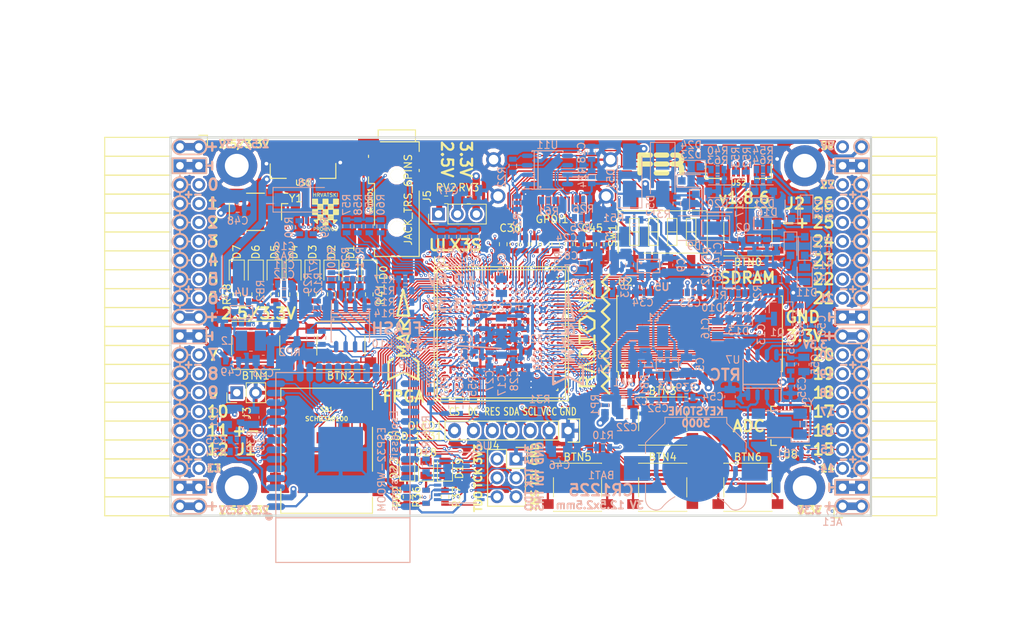
<source format=kicad_pcb>
(kicad_pcb (version 20171130) (host pcbnew 5.0.0-rc2-dev-unknown+dfsg1+20180318-2)
  (layers (0 F.Cu signal) (1 In1.Cu signal) (2 In2.Cu signal) (31 B.Cu signal) (34 B.Paste user) (35 F.Paste user) (36 B.SilkS user) (37 F.SilkS user) (38 B.Mask user) (39 F.Mask user) (44 Edge.Cuts user))
  (net 0 "")
  (net 1 GND)
  (net 2 +5V)
  (net 3 /gpio/IN5V)
  (net 4 /gpio/OUT5V)
  (net 5 +3V3)
  (net 6 BTN_D)
  (net 7 BTN_F1)
  (net 8 BTN_F2)
  (net 9 BTN_L)
  (net 10 BTN_R)
  (net 11 BTN_U)
  (net 12 /power/FB1)
  (net 13 +2V5)
  (net 14 /power/PWREN)
  (net 15 /power/FB3)
  (net 16 /power/FB2)
  (net 17 /power/VBAT)
  (net 18 JTAG_TDI)
  (net 19 JTAG_TCK)
  (net 20 JTAG_TMS)
  (net 21 JTAG_TDO)
  (net 22 /power/WAKEUPn)
  (net 23 /power/WKUP)
  (net 24 /power/SHUT)
  (net 25 /power/WAKE)
  (net 26 /power/HOLD)
  (net 27 /power/WKn)
  (net 28 /power/OSCI_32k)
  (net 29 /power/OSCO_32k)
  (net 30 SHUTDOWN)
  (net 31 /analog/AUDIO_L)
  (net 32 /analog/AUDIO_R)
  (net 33 GPDI_SDA)
  (net 34 GPDI_SCL)
  (net 35 /gpdi/VREF2)
  (net 36 SD_CMD)
  (net 37 SD_CLK)
  (net 38 SD_D0)
  (net 39 SD_D1)
  (net 40 USB5V)
  (net 41 GPDI_CEC)
  (net 42 nRESET)
  (net 43 FTDI_nDTR)
  (net 44 SDRAM_CKE)
  (net 45 SDRAM_A7)
  (net 46 SDRAM_D15)
  (net 47 SDRAM_BA1)
  (net 48 SDRAM_D7)
  (net 49 SDRAM_A6)
  (net 50 SDRAM_CLK)
  (net 51 SDRAM_D13)
  (net 52 SDRAM_BA0)
  (net 53 SDRAM_D6)
  (net 54 SDRAM_A5)
  (net 55 SDRAM_D14)
  (net 56 SDRAM_A11)
  (net 57 SDRAM_D12)
  (net 58 SDRAM_D5)
  (net 59 SDRAM_A4)
  (net 60 SDRAM_A10)
  (net 61 SDRAM_D11)
  (net 62 SDRAM_A3)
  (net 63 SDRAM_D4)
  (net 64 SDRAM_D10)
  (net 65 SDRAM_D9)
  (net 66 SDRAM_A9)
  (net 67 SDRAM_D3)
  (net 68 SDRAM_D8)
  (net 69 SDRAM_A8)
  (net 70 SDRAM_A2)
  (net 71 SDRAM_A1)
  (net 72 SDRAM_A0)
  (net 73 SDRAM_D2)
  (net 74 SDRAM_D1)
  (net 75 SDRAM_D0)
  (net 76 SDRAM_DQM0)
  (net 77 SDRAM_nCS)
  (net 78 SDRAM_nRAS)
  (net 79 SDRAM_DQM1)
  (net 80 SDRAM_nCAS)
  (net 81 SDRAM_nWE)
  (net 82 /flash/FLASH_nWP)
  (net 83 /flash/FLASH_nHOLD)
  (net 84 /flash/FLASH_MOSI)
  (net 85 /flash/FLASH_MISO)
  (net 86 /flash/FLASH_SCK)
  (net 87 /flash/FLASH_nCS)
  (net 88 /flash/FPGA_PROGRAMN)
  (net 89 /flash/FPGA_DONE)
  (net 90 /flash/FPGA_INITN)
  (net 91 OLED_RES)
  (net 92 OLED_DC)
  (net 93 OLED_CS)
  (net 94 WIFI_EN)
  (net 95 FTDI_nRTS)
  (net 96 FTDI_TXD)
  (net 97 FTDI_RXD)
  (net 98 WIFI_RXD)
  (net 99 WIFI_GPIO0)
  (net 100 WIFI_TXD)
  (net 101 USB_FTDI_D+)
  (net 102 USB_FTDI_D-)
  (net 103 SD_D3)
  (net 104 AUDIO_L3)
  (net 105 AUDIO_L2)
  (net 106 AUDIO_L1)
  (net 107 AUDIO_L0)
  (net 108 AUDIO_R3)
  (net 109 AUDIO_R2)
  (net 110 AUDIO_R1)
  (net 111 AUDIO_R0)
  (net 112 OLED_CLK)
  (net 113 OLED_MOSI)
  (net 114 LED0)
  (net 115 LED1)
  (net 116 LED2)
  (net 117 LED3)
  (net 118 LED4)
  (net 119 LED5)
  (net 120 LED6)
  (net 121 LED7)
  (net 122 BTN_PWRn)
  (net 123 FTDI_nTXLED)
  (net 124 FTDI_nSLEEP)
  (net 125 /blinkey/LED_PWREN)
  (net 126 /blinkey/LED_TXLED)
  (net 127 /sdcard/SD3V3)
  (net 128 SD_D2)
  (net 129 CLK_25MHz)
  (net 130 /blinkey/BTNPUL)
  (net 131 /blinkey/BTNPUR)
  (net 132 USB_FPGA_D+)
  (net 133 /power/FTDI_nSUSPEND)
  (net 134 /blinkey/ALED0)
  (net 135 /blinkey/ALED1)
  (net 136 /blinkey/ALED2)
  (net 137 /blinkey/ALED3)
  (net 138 /blinkey/ALED4)
  (net 139 /blinkey/ALED5)
  (net 140 /blinkey/ALED6)
  (net 141 /blinkey/ALED7)
  (net 142 /usb/FTD-)
  (net 143 /usb/FTD+)
  (net 144 ADC_MISO)
  (net 145 ADC_MOSI)
  (net 146 ADC_CSn)
  (net 147 ADC_SCLK)
  (net 148 SW3)
  (net 149 SW2)
  (net 150 SW1)
  (net 151 USB_FPGA_D-)
  (net 152 /usb/FPD+)
  (net 153 /usb/FPD-)
  (net 154 WIFI_GPIO16)
  (net 155 /usb/ANT_433MHz)
  (net 156 /power/PWRBTn)
  (net 157 PROG_DONE)
  (net 158 /power/P3V3)
  (net 159 /power/P2V5)
  (net 160 /power/L1)
  (net 161 /power/L3)
  (net 162 /power/L2)
  (net 163 FTDI_TXDEN)
  (net 164 SDRAM_A12)
  (net 165 /analog/AUDIO_V)
  (net 166 AUDIO_V3)
  (net 167 AUDIO_V2)
  (net 168 AUDIO_V1)
  (net 169 AUDIO_V0)
  (net 170 /blinkey/LED_WIFI)
  (net 171 /power/P1V1)
  (net 172 +1V1)
  (net 173 SW4)
  (net 174 /blinkey/SWPU)
  (net 175 /wifi/WIFIEN)
  (net 176 FT2V5)
  (net 177 GN0)
  (net 178 GP0)
  (net 179 GN1)
  (net 180 GP1)
  (net 181 GN2)
  (net 182 GP2)
  (net 183 GN3)
  (net 184 GP3)
  (net 185 GN4)
  (net 186 GP4)
  (net 187 GN5)
  (net 188 GP5)
  (net 189 GN6)
  (net 190 GP6)
  (net 191 GN14)
  (net 192 GP14)
  (net 193 GN15)
  (net 194 GP15)
  (net 195 GN16)
  (net 196 GP16)
  (net 197 GN17)
  (net 198 GP17)
  (net 199 GN18)
  (net 200 GP18)
  (net 201 GN19)
  (net 202 GP19)
  (net 203 GN20)
  (net 204 GP20)
  (net 205 GN21)
  (net 206 GP21)
  (net 207 GN22)
  (net 208 GP22)
  (net 209 GN23)
  (net 210 GP23)
  (net 211 GN24)
  (net 212 GP24)
  (net 213 GN25)
  (net 214 GP25)
  (net 215 GN26)
  (net 216 GP26)
  (net 217 GN27)
  (net 218 GP27)
  (net 219 GN7)
  (net 220 GP7)
  (net 221 GN8)
  (net 222 GP8)
  (net 223 GN9)
  (net 224 GP9)
  (net 225 GN10)
  (net 226 GP10)
  (net 227 GN11)
  (net 228 GP11)
  (net 229 GN12)
  (net 230 GP12)
  (net 231 GN13)
  (net 232 GP13)
  (net 233 WIFI_GPIO5)
  (net 234 WIFI_GPIO17)
  (net 235 USB_FPGA_PULL_D+)
  (net 236 USB_FPGA_PULL_D-)
  (net 237 "Net-(D23-Pad2)")
  (net 238 "Net-(D24-Pad1)")
  (net 239 "Net-(D25-Pad2)")
  (net 240 "Net-(D26-Pad1)")
  (net 241 /gpdi/GPDI_ETH+)
  (net 242 FPDI_ETH+)
  (net 243 /gpdi/GPDI_ETH-)
  (net 244 FPDI_ETH-)
  (net 245 /gpdi/GPDI_D2-)
  (net 246 FPDI_D2-)
  (net 247 /gpdi/GPDI_D1-)
  (net 248 FPDI_D1-)
  (net 249 /gpdi/GPDI_D0-)
  (net 250 FPDI_D0-)
  (net 251 /gpdi/GPDI_CLK-)
  (net 252 FPDI_CLK-)
  (net 253 /gpdi/GPDI_D2+)
  (net 254 FPDI_D2+)
  (net 255 /gpdi/GPDI_D1+)
  (net 256 FPDI_D1+)
  (net 257 /gpdi/GPDI_D0+)
  (net 258 FPDI_D0+)
  (net 259 /gpdi/GPDI_CLK+)
  (net 260 FPDI_CLK+)
  (net 261 FPDI_SDA)
  (net 262 FPDI_SCL)
  (net 263 /gpdi/FPDI_CEC)
  (net 264 2V5_3V3)
  (net 265 "Net-(AUDIO1-Pad5)")
  (net 266 "Net-(AUDIO1-Pad6)")
  (net 267 "Net-(U1-PadA15)")
  (net 268 "Net-(U1-PadC9)")
  (net 269 "Net-(U1-PadD9)")
  (net 270 "Net-(U1-PadD10)")
  (net 271 "Net-(U1-PadD11)")
  (net 272 "Net-(U1-PadD12)")
  (net 273 "Net-(U1-PadE6)")
  (net 274 "Net-(U1-PadE9)")
  (net 275 "Net-(U1-PadE10)")
  (net 276 "Net-(U1-PadE11)")
  (net 277 "Net-(U1-PadJ4)")
  (net 278 "Net-(U1-PadJ5)")
  (net 279 "Net-(U1-PadK5)")
  (net 280 "Net-(U1-PadL5)")
  (net 281 "Net-(U1-PadM4)")
  (net 282 "Net-(U1-PadM5)")
  (net 283 SD_CD)
  (net 284 SD_WP)
  (net 285 "Net-(U1-PadR3)")
  (net 286 "Net-(U1-PadT16)")
  (net 287 "Net-(U1-PadW4)")
  (net 288 "Net-(U1-PadW5)")
  (net 289 "Net-(U1-PadW8)")
  (net 290 "Net-(U1-PadW9)")
  (net 291 "Net-(U1-PadW13)")
  (net 292 "Net-(U1-PadW14)")
  (net 293 "Net-(U1-PadW17)")
  (net 294 "Net-(U1-PadW18)")
  (net 295 FTDI_nRXLED)
  (net 296 "Net-(U8-Pad12)")
  (net 297 "Net-(U8-Pad25)")
  (net 298 "Net-(U9-Pad32)")
  (net 299 "Net-(U9-Pad22)")
  (net 300 "Net-(U9-Pad21)")
  (net 301 "Net-(U9-Pad20)")
  (net 302 "Net-(U9-Pad19)")
  (net 303 "Net-(U9-Pad18)")
  (net 304 "Net-(U9-Pad17)")
  (net 305 "Net-(U9-Pad12)")
  (net 306 "Net-(U9-Pad5)")
  (net 307 "Net-(U9-Pad4)")
  (net 308 "Net-(US1-Pad4)")
  (net 309 "Net-(US2-Pad4)")
  (net 310 "Net-(Y2-Pad3)")
  (net 311 "Net-(Y2-Pad2)")
  (net 312 "Net-(U1-PadK16)")
  (net 313 "Net-(U1-PadK17)")
  (net 314 /usb/US2VBUS)
  (net 315 /power/SHD)
  (net 316 /power/RTCVDD)
  (module L_1008_1210:L_1008_1210 (layer B.Cu) (at 156.33 74.755 180)
    (fp_text reference L3 (at 3.16 -0.018 180) (layer B.SilkS) (effects (justify mirror)))
    (fp_text value 2.2uH)
    (pad 2 smd rect (at 1.27 0 180) (size 1.5 2.7) (layers B.Cu B.Paste B.Mask) (net 158 /power/P3V3))
    (pad 1 smd rect (at -1.27 0 180) (size 1.5 2.7) (layers B.Cu B.Paste B.Mask) (net 161 /power/L3))
  )
  (module L_1008_1210:L_1008_1210 (layer B.Cu) (at 104.895 88.725)
    (fp_text reference L2 (at -3.16 0.018) (layer B.SilkS) (effects (justify mirror)))
    (fp_text value 2.2uH)
    (pad 2 smd rect (at 1.27 0) (size 1.5 2.7) (layers B.Cu B.Paste B.Mask) (net 159 /power/P2V5))
    (pad 1 smd rect (at -1.27 0) (size 1.5 2.7) (layers B.Cu B.Paste B.Mask) (net 162 /power/L2))
  )
  (module L_1008_1210:L_1008_1210 (layer B.Cu) (at 158.87 88.09 180)
    (fp_text reference L1 (at 0 2.5 180) (layer B.SilkS) (effects (justify mirror)))
    (fp_text value 2.2uH)
    (pad 2 smd rect (at 1.27 0 180) (size 1.5 2.7) (layers B.Cu B.Paste B.Mask) (net 171 /power/P1V1))
    (pad 1 smd rect (at -1.27 0 180) (size 1.5 2.7) (layers B.Cu B.Paste B.Mask) (net 160 /power/L1))
  )
  (module Socket_Strips:Socket_Strip_Angled_2x20 (layer F.Cu) (at 97.91 62.69 270)
    (fp_text reference J1 (at 40.64 -6.35) (layer F.SilkS) (effects (font (size 1.5 1.5) (thickness 0.3))))
    (fp_text value CONN_02X20 hide)
    (pad 1 thru_hole oval (at 0 0 270) (size 1.7272 1.7272) (drill 1.016) (layers *.Cu *.Mask) (net 264 2V5_3V3))
    (pad 2 thru_hole oval (at 0 2.54 270) (size 1.7272 1.7272) (drill 1.016) (layers *.Cu *.Mask) (net 264 2V5_3V3))
    (pad 3 thru_hole rect (at 2.54 0 270) (size 1.7272 1.7272) (drill 1.016) (layers *.Cu *.Mask) (net 1 GND))
    (pad 4 thru_hole rect (at 2.54 2.54 270) (size 1.7272 1.7272) (drill 1.016) (layers *.Cu *.Mask) (net 1 GND))
    (pad 5 thru_hole oval (at 5.08 0 270) (size 1.7272 1.7272) (drill 1.016) (layers *.Cu *.Mask) (net 177 GN0))
    (pad 6 thru_hole oval (at 5.08 2.54 270) (size 1.7272 1.7272) (drill 1.016) (layers *.Cu *.Mask) (net 178 GP0))
    (pad 7 thru_hole oval (at 7.62 0 270) (size 1.7272 1.7272) (drill 1.016) (layers *.Cu *.Mask) (net 179 GN1))
    (pad 8 thru_hole oval (at 7.62 2.54 270) (size 1.7272 1.7272) (drill 1.016) (layers *.Cu *.Mask) (net 180 GP1))
    (pad 9 thru_hole oval (at 10.16 0 270) (size 1.7272 1.7272) (drill 1.016) (layers *.Cu *.Mask) (net 181 GN2))
    (pad 10 thru_hole oval (at 10.16 2.54 270) (size 1.7272 1.7272) (drill 1.016) (layers *.Cu *.Mask) (net 182 GP2))
    (pad 11 thru_hole oval (at 12.7 0 270) (size 1.7272 1.7272) (drill 1.016) (layers *.Cu *.Mask) (net 183 GN3))
    (pad 12 thru_hole oval (at 12.7 2.54 270) (size 1.7272 1.7272) (drill 1.016) (layers *.Cu *.Mask) (net 184 GP3))
    (pad 13 thru_hole oval (at 15.24 0 270) (size 1.7272 1.7272) (drill 1.016) (layers *.Cu *.Mask) (net 185 GN4))
    (pad 14 thru_hole oval (at 15.24 2.54 270) (size 1.7272 1.7272) (drill 1.016) (layers *.Cu *.Mask) (net 186 GP4))
    (pad 15 thru_hole oval (at 17.78 0 270) (size 1.7272 1.7272) (drill 1.016) (layers *.Cu *.Mask) (net 187 GN5))
    (pad 16 thru_hole oval (at 17.78 2.54 270) (size 1.7272 1.7272) (drill 1.016) (layers *.Cu *.Mask) (net 188 GP5))
    (pad 17 thru_hole oval (at 20.32 0 270) (size 1.7272 1.7272) (drill 1.016) (layers *.Cu *.Mask) (net 189 GN6))
    (pad 18 thru_hole oval (at 20.32 2.54 270) (size 1.7272 1.7272) (drill 1.016) (layers *.Cu *.Mask) (net 190 GP6))
    (pad 19 thru_hole oval (at 22.86 0 270) (size 1.7272 1.7272) (drill 1.016) (layers *.Cu *.Mask) (net 264 2V5_3V3))
    (pad 20 thru_hole oval (at 22.86 2.54 270) (size 1.7272 1.7272) (drill 1.016) (layers *.Cu *.Mask) (net 264 2V5_3V3))
    (pad 21 thru_hole rect (at 25.4 0 270) (size 1.7272 1.7272) (drill 1.016) (layers *.Cu *.Mask) (net 1 GND))
    (pad 22 thru_hole rect (at 25.4 2.54 270) (size 1.7272 1.7272) (drill 1.016) (layers *.Cu *.Mask) (net 1 GND))
    (pad 23 thru_hole oval (at 27.94 0 270) (size 1.7272 1.7272) (drill 1.016) (layers *.Cu *.Mask) (net 219 GN7))
    (pad 24 thru_hole oval (at 27.94 2.54 270) (size 1.7272 1.7272) (drill 1.016) (layers *.Cu *.Mask) (net 220 GP7))
    (pad 25 thru_hole oval (at 30.48 0 270) (size 1.7272 1.7272) (drill 1.016) (layers *.Cu *.Mask) (net 221 GN8))
    (pad 26 thru_hole oval (at 30.48 2.54 270) (size 1.7272 1.7272) (drill 1.016) (layers *.Cu *.Mask) (net 222 GP8))
    (pad 27 thru_hole oval (at 33.02 0 270) (size 1.7272 1.7272) (drill 1.016) (layers *.Cu *.Mask) (net 223 GN9))
    (pad 28 thru_hole oval (at 33.02 2.54 270) (size 1.7272 1.7272) (drill 1.016) (layers *.Cu *.Mask) (net 224 GP9))
    (pad 29 thru_hole oval (at 35.56 0 270) (size 1.7272 1.7272) (drill 1.016) (layers *.Cu *.Mask) (net 225 GN10))
    (pad 30 thru_hole oval (at 35.56 2.54 270) (size 1.7272 1.7272) (drill 1.016) (layers *.Cu *.Mask) (net 226 GP10))
    (pad 31 thru_hole oval (at 38.1 0 270) (size 1.7272 1.7272) (drill 1.016) (layers *.Cu *.Mask) (net 227 GN11))
    (pad 32 thru_hole oval (at 38.1 2.54 270) (size 1.7272 1.7272) (drill 1.016) (layers *.Cu *.Mask) (net 228 GP11))
    (pad 33 thru_hole oval (at 40.64 0 270) (size 1.7272 1.7272) (drill 1.016) (layers *.Cu *.Mask) (net 229 GN12))
    (pad 34 thru_hole oval (at 40.64 2.54 270) (size 1.7272 1.7272) (drill 1.016) (layers *.Cu *.Mask) (net 230 GP12))
    (pad 35 thru_hole oval (at 43.18 0 270) (size 1.7272 1.7272) (drill 1.016) (layers *.Cu *.Mask) (net 231 GN13))
    (pad 36 thru_hole oval (at 43.18 2.54 270) (size 1.7272 1.7272) (drill 1.016) (layers *.Cu *.Mask) (net 232 GP13))
    (pad 37 thru_hole rect (at 45.72 0 270) (size 1.7272 1.7272) (drill 1.016) (layers *.Cu *.Mask) (net 1 GND))
    (pad 38 thru_hole rect (at 45.72 2.54 270) (size 1.7272 1.7272) (drill 1.016) (layers *.Cu *.Mask) (net 1 GND))
    (pad 39 thru_hole oval (at 48.26 0 270) (size 1.7272 1.7272) (drill 1.016) (layers *.Cu *.Mask) (net 264 2V5_3V3))
    (pad 40 thru_hole oval (at 48.26 2.54 270) (size 1.7272 1.7272) (drill 1.016) (layers *.Cu *.Mask) (net 264 2V5_3V3))
  )
  (module TSOT-25:TSOT-25 (layer B.Cu) (at 160.775 91.9)
    (fp_text reference U3 (at -0.295 2.9) (layer B.SilkS) (effects (font (thickness 0.2)) (justify mirror)))
    (fp_text value TLV62569DBV)
    (pad 1 smd rect (at -0.95 -1.3) (size 0.7 1.2) (layers B.Cu B.Paste B.Mask) (net 14 /power/PWREN))
    (pad 2 smd rect (at 0 -1.3) (size 0.7 1.2) (layers B.Cu B.Paste B.Mask) (net 1 GND))
    (pad 3 smd rect (at 0.95 -1.3) (size 0.7 1.2) (layers B.Cu B.Paste B.Mask) (net 160 /power/L1))
    (pad 4 smd rect (at 0.95 1.3) (size 0.7 1.2) (layers B.Cu B.Paste B.Mask) (net 2 +5V))
    (pad 5 smd rect (at -0.95 1.3) (size 0.7 1.2) (layers B.Cu B.Paste B.Mask) (net 12 /power/FB1))
  )
  (module TSOT-25:TSOT-25 (layer B.Cu) (at 103.625 84.915 180)
    (fp_text reference U4 (at 0 2.697 180) (layer B.SilkS) (effects (font (thickness 0.2)) (justify mirror)))
    (fp_text value TLV62569DBV)
    (pad 1 smd rect (at -0.95 -1.3 180) (size 0.7 1.2) (layers B.Cu B.Paste B.Mask) (net 14 /power/PWREN))
    (pad 2 smd rect (at 0 -1.3 180) (size 0.7 1.2) (layers B.Cu B.Paste B.Mask) (net 1 GND))
    (pad 3 smd rect (at 0.95 -1.3 180) (size 0.7 1.2) (layers B.Cu B.Paste B.Mask) (net 162 /power/L2))
    (pad 4 smd rect (at 0.95 1.3 180) (size 0.7 1.2) (layers B.Cu B.Paste B.Mask) (net 2 +5V))
    (pad 5 smd rect (at -0.95 1.3 180) (size 0.7 1.2) (layers B.Cu B.Paste B.Mask) (net 16 /power/FB2))
  )
  (module TSOT-25:TSOT-25 (layer B.Cu) (at 158.235 78.692)
    (fp_text reference U5 (at 1.793 2.812) (layer B.SilkS) (effects (font (thickness 0.2)) (justify mirror)))
    (fp_text value TLV62569DBV)
    (pad 1 smd rect (at -0.95 -1.3) (size 0.7 1.2) (layers B.Cu B.Paste B.Mask) (net 14 /power/PWREN))
    (pad 2 smd rect (at 0 -1.3) (size 0.7 1.2) (layers B.Cu B.Paste B.Mask) (net 1 GND))
    (pad 3 smd rect (at 0.95 -1.3) (size 0.7 1.2) (layers B.Cu B.Paste B.Mask) (net 161 /power/L3))
    (pad 4 smd rect (at 0.95 1.3) (size 0.7 1.2) (layers B.Cu B.Paste B.Mask) (net 2 +5V))
    (pad 5 smd rect (at -0.95 1.3) (size 0.7 1.2) (layers B.Cu B.Paste B.Mask) (net 15 /power/FB3))
  )
  (module Socket_Strips:Socket_Strip_Angled_2x20 (layer F.Cu) (at 184.27 110.95 90)
    (fp_text reference J2 (at 40.64 -6.35 180) (layer F.SilkS) (effects (font (size 1.5 1.5) (thickness 0.3))))
    (fp_text value CONN_02X20 hide)
    (pad 1 thru_hole oval (at 0 0 90) (size 1.7272 1.7272) (drill 1.016) (layers *.Cu *.Mask) (net 5 +3V3))
    (pad 2 thru_hole oval (at 0 2.54 90) (size 1.7272 1.7272) (drill 1.016) (layers *.Cu *.Mask) (net 5 +3V3))
    (pad 3 thru_hole rect (at 2.54 0 90) (size 1.7272 1.7272) (drill 1.016) (layers *.Cu *.Mask) (net 1 GND))
    (pad 4 thru_hole rect (at 2.54 2.54 90) (size 1.7272 1.7272) (drill 1.016) (layers *.Cu *.Mask) (net 1 GND))
    (pad 5 thru_hole oval (at 5.08 0 90) (size 1.7272 1.7272) (drill 1.016) (layers *.Cu *.Mask) (net 191 GN14))
    (pad 6 thru_hole oval (at 5.08 2.54 90) (size 1.7272 1.7272) (drill 1.016) (layers *.Cu *.Mask) (net 192 GP14))
    (pad 7 thru_hole oval (at 7.62 0 90) (size 1.7272 1.7272) (drill 1.016) (layers *.Cu *.Mask) (net 193 GN15))
    (pad 8 thru_hole oval (at 7.62 2.54 90) (size 1.7272 1.7272) (drill 1.016) (layers *.Cu *.Mask) (net 194 GP15))
    (pad 9 thru_hole oval (at 10.16 0 90) (size 1.7272 1.7272) (drill 1.016) (layers *.Cu *.Mask) (net 195 GN16))
    (pad 10 thru_hole oval (at 10.16 2.54 90) (size 1.7272 1.7272) (drill 1.016) (layers *.Cu *.Mask) (net 196 GP16))
    (pad 11 thru_hole oval (at 12.7 0 90) (size 1.7272 1.7272) (drill 1.016) (layers *.Cu *.Mask) (net 197 GN17))
    (pad 12 thru_hole oval (at 12.7 2.54 90) (size 1.7272 1.7272) (drill 1.016) (layers *.Cu *.Mask) (net 198 GP17))
    (pad 13 thru_hole oval (at 15.24 0 90) (size 1.7272 1.7272) (drill 1.016) (layers *.Cu *.Mask) (net 199 GN18))
    (pad 14 thru_hole oval (at 15.24 2.54 90) (size 1.7272 1.7272) (drill 1.016) (layers *.Cu *.Mask) (net 200 GP18))
    (pad 15 thru_hole oval (at 17.78 0 90) (size 1.7272 1.7272) (drill 1.016) (layers *.Cu *.Mask) (net 201 GN19))
    (pad 16 thru_hole oval (at 17.78 2.54 90) (size 1.7272 1.7272) (drill 1.016) (layers *.Cu *.Mask) (net 202 GP19))
    (pad 17 thru_hole oval (at 20.32 0 90) (size 1.7272 1.7272) (drill 1.016) (layers *.Cu *.Mask) (net 203 GN20))
    (pad 18 thru_hole oval (at 20.32 2.54 90) (size 1.7272 1.7272) (drill 1.016) (layers *.Cu *.Mask) (net 204 GP20))
    (pad 19 thru_hole oval (at 22.86 0 90) (size 1.7272 1.7272) (drill 1.016) (layers *.Cu *.Mask) (net 5 +3V3))
    (pad 20 thru_hole oval (at 22.86 2.54 90) (size 1.7272 1.7272) (drill 1.016) (layers *.Cu *.Mask) (net 5 +3V3))
    (pad 21 thru_hole rect (at 25.4 0 90) (size 1.7272 1.7272) (drill 1.016) (layers *.Cu *.Mask) (net 1 GND))
    (pad 22 thru_hole rect (at 25.4 2.54 90) (size 1.7272 1.7272) (drill 1.016) (layers *.Cu *.Mask) (net 1 GND))
    (pad 23 thru_hole oval (at 27.94 0 90) (size 1.7272 1.7272) (drill 1.016) (layers *.Cu *.Mask) (net 205 GN21))
    (pad 24 thru_hole oval (at 27.94 2.54 90) (size 1.7272 1.7272) (drill 1.016) (layers *.Cu *.Mask) (net 206 GP21))
    (pad 25 thru_hole oval (at 30.48 0 90) (size 1.7272 1.7272) (drill 1.016) (layers *.Cu *.Mask) (net 207 GN22))
    (pad 26 thru_hole oval (at 30.48 2.54 90) (size 1.7272 1.7272) (drill 1.016) (layers *.Cu *.Mask) (net 208 GP22))
    (pad 27 thru_hole oval (at 33.02 0 90) (size 1.7272 1.7272) (drill 1.016) (layers *.Cu *.Mask) (net 209 GN23))
    (pad 28 thru_hole oval (at 33.02 2.54 90) (size 1.7272 1.7272) (drill 1.016) (layers *.Cu *.Mask) (net 210 GP23))
    (pad 29 thru_hole oval (at 35.56 0 90) (size 1.7272 1.7272) (drill 1.016) (layers *.Cu *.Mask) (net 211 GN24))
    (pad 30 thru_hole oval (at 35.56 2.54 90) (size 1.7272 1.7272) (drill 1.016) (layers *.Cu *.Mask) (net 212 GP24))
    (pad 31 thru_hole oval (at 38.1 0 90) (size 1.7272 1.7272) (drill 1.016) (layers *.Cu *.Mask) (net 213 GN25))
    (pad 32 thru_hole oval (at 38.1 2.54 90) (size 1.7272 1.7272) (drill 1.016) (layers *.Cu *.Mask) (net 214 GP25))
    (pad 33 thru_hole oval (at 40.64 0 90) (size 1.7272 1.7272) (drill 1.016) (layers *.Cu *.Mask) (net 215 GN26))
    (pad 34 thru_hole oval (at 40.64 2.54 90) (size 1.7272 1.7272) (drill 1.016) (layers *.Cu *.Mask) (net 216 GP26))
    (pad 35 thru_hole oval (at 43.18 0 90) (size 1.7272 1.7272) (drill 1.016) (layers *.Cu *.Mask) (net 217 GN27))
    (pad 36 thru_hole oval (at 43.18 2.54 90) (size 1.7272 1.7272) (drill 1.016) (layers *.Cu *.Mask) (net 218 GP27))
    (pad 37 thru_hole rect (at 45.72 0 90) (size 1.7272 1.7272) (drill 1.016) (layers *.Cu *.Mask) (net 1 GND))
    (pad 38 thru_hole rect (at 45.72 2.54 90) (size 1.7272 1.7272) (drill 1.016) (layers *.Cu *.Mask) (net 1 GND))
    (pad 39 thru_hole oval (at 48.26 0 90) (size 1.7272 1.7272) (drill 1.016) (layers *.Cu *.Mask) (net 3 /gpio/IN5V))
    (pad 40 thru_hole oval (at 48.26 2.54 90) (size 1.7272 1.7272) (drill 1.016) (layers *.Cu *.Mask) (net 4 /gpio/OUT5V))
  )
  (module Mounting_Holes:MountingHole_3.2mm_M3_ISO14580_Pad (layer F.Cu) (at 102.99 108.41)
    (fp_text reference H1 hide)
    (fp_text value HOLE hide)
    (pad 1 thru_hole circle (at 0 0) (size 5.5 5.5) (drill 3.2) (layers *.Cu *.Mask) (net 1 GND))
  )
  (module Mounting_Holes:MountingHole_3.2mm_M3_ISO14580_Pad (layer F.Cu) (at 179.19 108.41)
    (fp_text reference H2 hide)
    (fp_text value HOLE hide)
    (pad 1 thru_hole circle (at 0 0) (size 5.5 5.5) (drill 3.2) (layers *.Cu *.Mask) (net 1 GND))
  )
  (module Mounting_Holes:MountingHole_3.2mm_M3_ISO14580_Pad (layer F.Cu) (at 179.19 65.23)
    (fp_text reference H3 hide)
    (fp_text value HOLE hide)
    (pad 1 thru_hole circle (at 0 0) (size 5.5 5.5) (drill 3.2) (layers *.Cu *.Mask) (net 1 GND))
  )
  (module Mounting_Holes:MountingHole_3.2mm_M3_ISO14580_Pad (layer F.Cu) (at 102.99 65.23)
    (fp_text reference H4 hide)
    (fp_text value HOLE hide)
    (pad 1 thru_hole circle (at 0 0) (size 5.5 5.5) (drill 3.2) (layers *.Cu *.Mask) (net 1 GND))
  )
  (module Housings_SSOP:SSOP-20_4.4x6.5mm_Pitch0.65mm (layer B.Cu) (at 132.835 107.14 180)
    (fp_text reference U6 (at -3.175 4.318 180) (layer B.SilkS) (effects (justify mirror)))
    (fp_text value FT231XS)
    (pad 1 smd rect (at -2.9 2.925 180) (size 1 0.4) (layers B.Cu B.Paste B.Mask) (net 43 FTDI_nDTR))
    (pad 2 smd rect (at -2.9 2.275 180) (size 1 0.4) (layers B.Cu B.Paste B.Mask) (net 95 FTDI_nRTS))
    (pad 3 smd rect (at -2.9 1.625 180) (size 1 0.4) (layers B.Cu B.Paste B.Mask) (net 176 FT2V5))
    (pad 4 smd rect (at -2.9 0.975 180) (size 1 0.4) (layers B.Cu B.Paste B.Mask) (net 97 FTDI_RXD))
    (pad 5 smd rect (at -2.9 0.325 180) (size 1 0.4) (layers B.Cu B.Paste B.Mask) (net 18 JTAG_TDI))
    (pad 6 smd rect (at -2.9 -0.325 180) (size 1 0.4) (layers B.Cu B.Paste B.Mask) (net 1 GND))
    (pad 7 smd rect (at -2.9 -0.975 180) (size 1 0.4) (layers B.Cu B.Paste B.Mask) (net 19 JTAG_TCK))
    (pad 8 smd rect (at -2.9 -1.625 180) (size 1 0.4) (layers B.Cu B.Paste B.Mask) (net 20 JTAG_TMS))
    (pad 9 smd rect (at -2.9 -2.275 180) (size 1 0.4) (layers B.Cu B.Paste B.Mask) (net 21 JTAG_TDO))
    (pad 10 smd rect (at -2.9 -2.925 180) (size 1 0.4) (layers B.Cu B.Paste B.Mask) (net 123 FTDI_nTXLED))
    (pad 11 smd rect (at 2.9 -2.925 180) (size 1 0.4) (layers B.Cu B.Paste B.Mask) (net 101 USB_FTDI_D+))
    (pad 12 smd rect (at 2.9 -2.275 180) (size 1 0.4) (layers B.Cu B.Paste B.Mask) (net 102 USB_FTDI_D-))
    (pad 13 smd rect (at 2.9 -1.625 180) (size 1 0.4) (layers B.Cu B.Paste B.Mask) (net 176 FT2V5))
    (pad 14 smd rect (at 2.9 -0.975 180) (size 1 0.4) (layers B.Cu B.Paste B.Mask) (net 42 nRESET))
    (pad 15 smd rect (at 2.9 -0.325 180) (size 1 0.4) (layers B.Cu B.Paste B.Mask) (net 40 USB5V))
    (pad 16 smd rect (at 2.9 0.325 180) (size 1 0.4) (layers B.Cu B.Paste B.Mask) (net 1 GND))
    (pad 17 smd rect (at 2.9 0.975 180) (size 1 0.4) (layers B.Cu B.Paste B.Mask) (net 295 FTDI_nRXLED))
    (pad 18 smd rect (at 2.9 1.625 180) (size 1 0.4) (layers B.Cu B.Paste B.Mask) (net 163 FTDI_TXDEN))
    (pad 19 smd rect (at 2.9 2.275 180) (size 1 0.4) (layers B.Cu B.Paste B.Mask) (net 124 FTDI_nSLEEP))
    (pad 20 smd rect (at 2.9 2.925 180) (size 1 0.4) (layers B.Cu B.Paste B.Mask) (net 96 FTDI_TXD))
  )
  (module usb_otg:USB-MICRO-B-FCI-10118192-0001LF (layer F.Cu) (at 111.88 63.325 180)
    (fp_text reference US1 (at 0 -4.2 180) (layer F.SilkS) (effects (font (size 0.7 0.7))))
    (fp_text value MICRO_USB hide)
    (pad 6 smd rect (at -3.1 -2.55 180) (size 2.1 1.6) (layers F.Cu F.Paste F.Mask) (net 1 GND))
    (pad 6 smd rect (at 3.1 -2.55 180) (size 2.1 1.6) (layers F.Cu F.Paste F.Mask) (net 1 GND))
    (pad 6 smd rect (at -1.2 0 180) (size 1.9 1.9) (layers F.Cu F.Paste F.Mask) (net 1 GND))
    (pad 6 smd rect (at 1.2 0 180) (size 1.9 1.9) (layers F.Cu F.Paste F.Mask) (net 1 GND))
    (pad 1 smd rect (at -1.3 -2.675 180) (size 0.4 1.35) (layers F.Cu F.Paste F.Mask) (net 40 USB5V))
    (pad 2 smd rect (at -0.65 -2.675 180) (size 0.4 1.35) (layers F.Cu F.Paste F.Mask) (net 142 /usb/FTD-))
    (pad 3 smd rect (at 0 -2.675 180) (size 0.4 1.35) (layers F.Cu F.Paste F.Mask) (net 143 /usb/FTD+))
    (pad 4 smd rect (at 0.65 -2.675 180) (size 0.4 1.35) (layers F.Cu F.Paste F.Mask) (net 308 "Net-(US1-Pad4)"))
    (pad 5 smd rect (at 1.3 -2.675 180) (size 0.4 1.35) (layers F.Cu F.Paste F.Mask) (net 1 GND))
    (pad 6 smd rect (at -3.8 0 180) (size 1.8 1.9) (layers F.Cu F.Paste F.Mask) (net 1 GND))
    (pad 6 smd rect (at 3.8 0 180) (size 1.8 1.9) (layers F.Cu F.Paste F.Mask) (net 1 GND))
  )
  (module usb_otg:USB-MICRO-B-FCI-10118192-0001LF (layer F.Cu) (at 170.3 63.325 180)
    (fp_text reference US2 (at 0 -4.2 180) (layer F.SilkS) (effects (font (size 0.7 0.7))))
    (fp_text value MICRO_USB hide)
    (pad 6 smd rect (at -3.1 -2.55 180) (size 2.1 1.6) (layers F.Cu F.Paste F.Mask) (net 1 GND))
    (pad 6 smd rect (at 3.1 -2.55 180) (size 2.1 1.6) (layers F.Cu F.Paste F.Mask) (net 1 GND))
    (pad 6 smd rect (at -1.2 0 180) (size 1.9 1.9) (layers F.Cu F.Paste F.Mask) (net 1 GND))
    (pad 6 smd rect (at 1.2 0 180) (size 1.9 1.9) (layers F.Cu F.Paste F.Mask) (net 1 GND))
    (pad 1 smd rect (at -1.3 -2.675 180) (size 0.4 1.35) (layers F.Cu F.Paste F.Mask) (net 314 /usb/US2VBUS))
    (pad 2 smd rect (at -0.65 -2.675 180) (size 0.4 1.35) (layers F.Cu F.Paste F.Mask) (net 153 /usb/FPD-))
    (pad 3 smd rect (at 0 -2.675 180) (size 0.4 1.35) (layers F.Cu F.Paste F.Mask) (net 152 /usb/FPD+))
    (pad 4 smd rect (at 0.65 -2.675 180) (size 0.4 1.35) (layers F.Cu F.Paste F.Mask) (net 309 "Net-(US2-Pad4)"))
    (pad 5 smd rect (at 1.3 -2.675 180) (size 0.4 1.35) (layers F.Cu F.Paste F.Mask) (net 1 GND))
    (pad 6 smd rect (at -3.8 0 180) (size 1.8 1.9) (layers F.Cu F.Paste F.Mask) (net 1 GND))
    (pad 6 smd rect (at 3.8 0 180) (size 1.8 1.9) (layers F.Cu F.Paste F.Mask) (net 1 GND))
  )
  (module Socket_Strips:Socket_Strip_Straight_2x03 (layer F.Cu) (at 140.455 104.6 270)
    (fp_text reference J4 (at -1.778 3.048) (layer F.SilkS))
    (fp_text value CONN_02X03 hide)
    (pad 1 thru_hole rect (at 0 0 270) (size 1.7272 1.7272) (drill 1.016) (layers *.Cu *.Mask) (net 1 GND))
    (pad 2 thru_hole oval (at 0 2.54 270) (size 1.7272 1.7272) (drill 1.016) (layers *.Cu *.Mask) (net 5 +3V3))
    (pad 3 thru_hole oval (at 2.54 0 270) (size 1.7272 1.7272) (drill 1.016) (layers *.Cu *.Mask) (net 18 JTAG_TDI))
    (pad 4 thru_hole oval (at 2.54 2.54 270) (size 1.7272 1.7272) (drill 1.016) (layers *.Cu *.Mask) (net 19 JTAG_TCK))
    (pad 5 thru_hole oval (at 5.08 0 270) (size 1.7272 1.7272) (drill 1.016) (layers *.Cu *.Mask) (net 20 JTAG_TMS))
    (pad 6 thru_hole oval (at 5.08 2.54 270) (size 1.7272 1.7272) (drill 1.016) (layers *.Cu *.Mask) (net 21 JTAG_TDO))
  )
  (module Housings_DFN_QFN:QFN-28-1EP_5x5mm_Pitch0.5mm (layer F.Cu) (at 177.285 100.155 180)
    (fp_text reference U8 (at 0 -3.875 180) (layer F.SilkS))
    (fp_text value MAX11125)
    (pad 1 smd oval (at -2.45 -1.5 180) (size 0.85 0.3) (layers F.Cu F.Paste F.Mask) (net 194 GP15))
    (pad 2 smd oval (at -2.45 -1 180) (size 0.85 0.3) (layers F.Cu F.Paste F.Mask) (net 195 GN16))
    (pad 3 smd oval (at -2.45 -0.5 180) (size 0.85 0.3) (layers F.Cu F.Paste F.Mask) (net 196 GP16))
    (pad 4 smd oval (at -2.45 0 180) (size 0.85 0.3) (layers F.Cu F.Paste F.Mask) (net 197 GN17))
    (pad 5 smd oval (at -2.45 0.5 180) (size 0.85 0.3) (layers F.Cu F.Paste F.Mask) (net 198 GP17))
    (pad 6 smd oval (at -2.45 1 180) (size 0.85 0.3) (layers F.Cu F.Paste F.Mask) (net 1 GND))
    (pad 7 smd oval (at -2.45 1.5 180) (size 0.85 0.3) (layers F.Cu F.Paste F.Mask) (net 1 GND))
    (pad 8 smd oval (at -1.5 2.45 270) (size 0.85 0.3) (layers F.Cu F.Paste F.Mask) (net 1 GND))
    (pad 9 smd oval (at -1 2.45 270) (size 0.85 0.3) (layers F.Cu F.Paste F.Mask) (net 1 GND))
    (pad 10 smd oval (at -0.5 2.45 270) (size 0.85 0.3) (layers F.Cu F.Paste F.Mask) (net 1 GND))
    (pad 11 smd oval (at 0 2.45 270) (size 0.85 0.3) (layers F.Cu F.Paste F.Mask) (net 1 GND))
    (pad 12 smd oval (at 0.5 2.45 270) (size 0.85 0.3) (layers F.Cu F.Paste F.Mask) (net 296 "Net-(U8-Pad12)"))
    (pad 13 smd oval (at 1 2.45 270) (size 0.85 0.3) (layers F.Cu F.Paste F.Mask) (net 1 GND))
    (pad 14 smd oval (at 1.5 2.45 270) (size 0.85 0.3) (layers F.Cu F.Paste F.Mask) (net 1 GND))
    (pad 15 smd oval (at 2.45 1.5 180) (size 0.85 0.3) (layers F.Cu F.Paste F.Mask) (net 5 +3V3))
    (pad 16 smd oval (at 2.45 1 180) (size 0.85 0.3) (layers F.Cu F.Paste F.Mask) (net 1 GND))
    (pad 17 smd oval (at 2.45 0.5 180) (size 0.85 0.3) (layers F.Cu F.Paste F.Mask) (net 5 +3V3))
    (pad 18 smd oval (at 2.45 0 180) (size 0.85 0.3) (layers F.Cu F.Paste F.Mask) (net 5 +3V3))
    (pad 19 smd oval (at 2.45 -0.5 180) (size 0.85 0.3) (layers F.Cu F.Paste F.Mask) (net 147 ADC_SCLK))
    (pad 20 smd oval (at 2.45 -1 180) (size 0.85 0.3) (layers F.Cu F.Paste F.Mask) (net 146 ADC_CSn))
    (pad 21 smd oval (at 2.45 -1.5 180) (size 0.85 0.3) (layers F.Cu F.Paste F.Mask) (net 145 ADC_MOSI))
    (pad 22 smd oval (at 1.5 -2.45 270) (size 0.85 0.3) (layers F.Cu F.Paste F.Mask) (net 1 GND))
    (pad 23 smd oval (at 1 -2.45 270) (size 0.85 0.3) (layers F.Cu F.Paste F.Mask) (net 5 +3V3))
    (pad 24 smd oval (at 0.5 -2.45 270) (size 0.85 0.3) (layers F.Cu F.Paste F.Mask) (net 144 ADC_MISO))
    (pad 25 smd oval (at 0 -2.45 270) (size 0.85 0.3) (layers F.Cu F.Paste F.Mask) (net 297 "Net-(U8-Pad25)"))
    (pad 26 smd oval (at -0.5 -2.45 270) (size 0.85 0.3) (layers F.Cu F.Paste F.Mask) (net 191 GN14))
    (pad 27 smd oval (at -1 -2.45 270) (size 0.85 0.3) (layers F.Cu F.Paste F.Mask) (net 192 GP14))
    (pad 28 smd oval (at -1.5 -2.45 270) (size 0.85 0.3) (layers F.Cu F.Paste F.Mask) (net 193 GN15))
    (pad 29 smd rect (at 0.8375 0.8375 180) (size 1.675 1.675) (layers F.Cu F.Paste F.Mask) (net 1 GND))
    (pad 29 smd rect (at 0.8375 -0.8375 180) (size 1.675 1.675) (layers F.Cu F.Paste F.Mask) (net 1 GND))
    (pad 29 smd rect (at -0.8375 0.8375 180) (size 1.675 1.675) (layers F.Cu F.Paste F.Mask) (net 1 GND))
    (pad 29 smd rect (at -0.8375 -0.8375 180) (size 1.675 1.675) (layers F.Cu F.Paste F.Mask) (net 1 GND))
  )
  (module oled:oled_13xx (layer F.Cu) (at 139.82 100.79 180)
    (fp_text reference OLED1 (at 11.557 0.635 180) (layer F.SilkS))
    (fp_text value SSD_1331 (at 12.954 -0.762 180) (layer F.SilkS))
    (fp_text user CS (at 7.62 2.54 180) (layer F.SilkS) (effects (font (size 1 0.75))))
    (fp_text user DC (at 5.08 2.54 180) (layer F.SilkS) (effects (font (size 1 0.75))))
    (fp_text user RES (at 2.54 2.54 180) (layer F.SilkS) (effects (font (size 1 0.75))))
    (fp_text user SDA (at 0 2.54 180) (layer F.SilkS) (effects (font (size 1 0.75))))
    (fp_text user SCL (at -2.54 2.54 180) (layer F.SilkS) (effects (font (size 1 0.75))))
    (fp_text user VCC (at -5.08 2.54 180) (layer F.SilkS) (effects (font (size 1 0.75))))
    (fp_text user GND (at -7.62 2.54 180) (layer F.SilkS) (effects (font (size 1 0.75))))
    (pad 1 thru_hole rect (at -7.62 0 180) (size 1.7272 2.032) (drill 1.016) (layers *.Cu *.Mask) (net 1 GND))
    (pad 2 thru_hole oval (at -5.08 0 180) (size 1.7272 2.032) (drill 1.016) (layers *.Cu *.Mask) (net 5 +3V3))
    (pad 3 thru_hole oval (at -2.54 0 180) (size 1.7272 2.032) (drill 1.016) (layers *.Cu *.Mask) (net 112 OLED_CLK))
    (pad 4 thru_hole oval (at 0 0 180) (size 1.7272 2.032) (drill 1.016) (layers *.Cu *.Mask) (net 113 OLED_MOSI))
    (pad 5 thru_hole oval (at 2.54 0 180) (size 1.7272 2.032) (drill 1.016) (layers *.Cu *.Mask) (net 91 OLED_RES))
    (pad 6 thru_hole oval (at 5.08 0 180) (size 1.7272 2.032) (drill 1.016) (layers *.Cu *.Mask) (net 92 OLED_DC))
    (pad 7 thru_hole oval (at 7.62 0 180) (size 1.7272 2.032) (drill 1.016) (layers *.Cu *.Mask) (net 93 OLED_CS))
  )
  (module Buttons_Switches_SMD:SW_SPST_PTS645 (layer F.Cu) (at 171.57 74.12 180)
    (fp_text reference BTN0 (at 0 -4.05 180) (layer F.SilkS))
    (fp_text value PTS645)
    (pad 2 smd rect (at -3.98 2.25 180) (size 1.55 1.3) (layers F.Cu F.Paste F.Mask) (net 1 GND))
    (pad 1 smd rect (at -3.98 -2.25 180) (size 1.55 1.3) (layers F.Cu F.Paste F.Mask) (net 156 /power/PWRBTn))
    (pad 1 smd rect (at 3.98 -2.25 180) (size 1.55 1.3) (layers F.Cu F.Paste F.Mask) (net 156 /power/PWRBTn))
    (pad 2 smd rect (at 3.98 2.25 180) (size 1.55 1.3) (layers F.Cu F.Paste F.Mask) (net 1 GND))
  )
  (module Buttons_Switches_SMD:SW_SPST_PTS645 (layer F.Cu) (at 105.53 89.36)
    (fp_text reference BTN1 (at 0 4.064) (layer F.SilkS))
    (fp_text value PTS645)
    (pad 2 smd rect (at -3.98 2.25) (size 1.55 1.3) (layers F.Cu F.Paste F.Mask) (net 7 BTN_F1))
    (pad 1 smd rect (at -3.98 -2.25) (size 1.55 1.3) (layers F.Cu F.Paste F.Mask) (net 130 /blinkey/BTNPUL))
    (pad 1 smd rect (at 3.98 -2.25) (size 1.55 1.3) (layers F.Cu F.Paste F.Mask) (net 130 /blinkey/BTNPUL))
    (pad 2 smd rect (at 3.98 2.25) (size 1.55 1.3) (layers F.Cu F.Paste F.Mask) (net 7 BTN_F1))
  )
  (module Buttons_Switches_SMD:SW_SPST_PTS645 (layer F.Cu) (at 116.96 89.36)
    (fp_text reference BTN2 (at 0 4.064) (layer F.SilkS))
    (fp_text value PTS645)
    (pad 2 smd rect (at -3.98 2.25) (size 1.55 1.3) (layers F.Cu F.Paste F.Mask) (net 8 BTN_F2))
    (pad 1 smd rect (at -3.98 -2.25) (size 1.55 1.3) (layers F.Cu F.Paste F.Mask) (net 130 /blinkey/BTNPUL))
    (pad 1 smd rect (at 3.98 -2.25) (size 1.55 1.3) (layers F.Cu F.Paste F.Mask) (net 130 /blinkey/BTNPUL))
    (pad 2 smd rect (at 3.98 2.25) (size 1.55 1.3) (layers F.Cu F.Paste F.Mask) (net 8 BTN_F2))
  )
  (module Buttons_Switches_SMD:SW_SPST_PTS645 (layer F.Cu) (at 160.14 99.52)
    (fp_text reference BTN3 (at 0 -4.05) (layer F.SilkS))
    (fp_text value PTS645)
    (pad 2 smd rect (at -3.98 2.25) (size 1.55 1.3) (layers F.Cu F.Paste F.Mask) (net 11 BTN_U))
    (pad 1 smd rect (at -3.98 -2.25) (size 1.55 1.3) (layers F.Cu F.Paste F.Mask) (net 131 /blinkey/BTNPUR))
    (pad 1 smd rect (at 3.98 -2.25) (size 1.55 1.3) (layers F.Cu F.Paste F.Mask) (net 131 /blinkey/BTNPUR))
    (pad 2 smd rect (at 3.98 2.25) (size 1.55 1.3) (layers F.Cu F.Paste F.Mask) (net 11 BTN_U))
  )
  (module Buttons_Switches_SMD:SW_SPST_PTS645 (layer F.Cu) (at 160.14 108.41 180)
    (fp_text reference BTN4 (at 0 4.064 180) (layer F.SilkS))
    (fp_text value PTS645)
    (pad 2 smd rect (at -3.98 2.25 180) (size 1.55 1.3) (layers F.Cu F.Paste F.Mask) (net 6 BTN_D))
    (pad 1 smd rect (at -3.98 -2.25 180) (size 1.55 1.3) (layers F.Cu F.Paste F.Mask) (net 131 /blinkey/BTNPUR))
    (pad 1 smd rect (at 3.98 -2.25 180) (size 1.55 1.3) (layers F.Cu F.Paste F.Mask) (net 131 /blinkey/BTNPUR))
    (pad 2 smd rect (at 3.98 2.25 180) (size 1.55 1.3) (layers F.Cu F.Paste F.Mask) (net 6 BTN_D))
  )
  (module Buttons_Switches_SMD:SW_SPST_PTS645 (layer F.Cu) (at 148.71 108.41 180)
    (fp_text reference BTN5 (at 0 4.064 180) (layer F.SilkS))
    (fp_text value PTS645)
    (pad 2 smd rect (at -3.98 2.25 180) (size 1.55 1.3) (layers F.Cu F.Paste F.Mask) (net 9 BTN_L))
    (pad 1 smd rect (at -3.98 -2.25 180) (size 1.55 1.3) (layers F.Cu F.Paste F.Mask) (net 131 /blinkey/BTNPUR))
    (pad 1 smd rect (at 3.98 -2.25 180) (size 1.55 1.3) (layers F.Cu F.Paste F.Mask) (net 131 /blinkey/BTNPUR))
    (pad 2 smd rect (at 3.98 2.25 180) (size 1.55 1.3) (layers F.Cu F.Paste F.Mask) (net 9 BTN_L))
  )
  (module Buttons_Switches_SMD:SW_SPST_PTS645 (layer F.Cu) (at 171.57 108.41 180)
    (fp_text reference BTN6 (at 0 4.064 180) (layer F.SilkS))
    (fp_text value PTS645)
    (pad 2 smd rect (at -3.98 2.25 180) (size 1.55 1.3) (layers F.Cu F.Paste F.Mask) (net 10 BTN_R))
    (pad 1 smd rect (at -3.98 -2.25 180) (size 1.55 1.3) (layers F.Cu F.Paste F.Mask) (net 131 /blinkey/BTNPUR))
    (pad 1 smd rect (at 3.98 -2.25 180) (size 1.55 1.3) (layers F.Cu F.Paste F.Mask) (net 131 /blinkey/BTNPUR))
    (pad 2 smd rect (at 3.98 2.25 180) (size 1.55 1.3) (layers F.Cu F.Paste F.Mask) (net 10 BTN_R))
  )
  (module Buttons_Switches_SMD:SW_DIP_x4_W8.61mm_Slide_LowProfile (layer F.Cu) (at 160.14 74.12 90)
    (fp_text reference SW1 (at -0.508 -6.731 270) (layer F.SilkS))
    (fp_text value DIPSW)
    (pad 1 smd rect (at -4.305 -3.81 90) (size 2.44 1.12) (layers F.Cu F.Mask) (net 174 /blinkey/SWPU))
    (pad 5 smd rect (at 4.305 3.81 90) (size 2.44 1.12) (layers F.Cu F.Mask) (net 173 SW4))
    (pad 2 smd rect (at -4.305 -1.27 90) (size 2.44 1.12) (layers F.Cu F.Mask) (net 174 /blinkey/SWPU))
    (pad 6 smd rect (at 4.305 1.27 90) (size 2.44 1.12) (layers F.Cu F.Mask) (net 148 SW3))
    (pad 3 smd rect (at -4.305 1.27 90) (size 2.44 1.12) (layers F.Cu F.Mask) (net 174 /blinkey/SWPU))
    (pad 7 smd rect (at 4.305 -1.27 90) (size 2.44 1.12) (layers F.Cu F.Mask) (net 149 SW2))
    (pad 4 smd rect (at -4.305 3.81 90) (size 2.44 1.12) (layers F.Cu F.Mask) (net 174 /blinkey/SWPU))
    (pad 8 smd rect (at 4.305 -3.81 90) (size 2.44 1.12) (layers F.Cu F.Mask) (net 150 SW1))
  )
  (module lfe5bg381:BGA-381_pitch0.8mm_dia0.4mm (layer F.Cu) (at 138.48 87.8)
    (fp_text reference U1 (at -8.2 -9.8) (layer F.SilkS))
    (fp_text value LFE5U-85F-6BG381C)
    (pad A2 smd circle (at -6.8 -7.6) (size 0.35 0.35) (layers F.Cu F.Paste F.Mask) (net 224 GP9))
    (pad A3 smd circle (at -6 -7.6) (size 0.35 0.35) (layers F.Cu F.Paste F.Mask) (net 111 AUDIO_R0))
    (pad A4 smd circle (at -5.2 -7.6) (size 0.35 0.35) (layers F.Cu F.Paste F.Mask) (net 222 GP8))
    (pad A5 smd circle (at -4.4 -7.6) (size 0.35 0.35) (layers F.Cu F.Paste F.Mask) (net 221 GN8))
    (pad A6 smd circle (at -3.6 -7.6) (size 0.35 0.35) (layers F.Cu F.Paste F.Mask) (net 220 GP7))
    (pad A7 smd circle (at -2.8 -7.6) (size 0.35 0.35) (layers F.Cu F.Paste F.Mask) (net 186 GP4))
    (pad A8 smd circle (at -2 -7.6) (size 0.35 0.35) (layers F.Cu F.Paste F.Mask) (net 185 GN4))
    (pad A9 smd circle (at -1.2 -7.6) (size 0.35 0.35) (layers F.Cu F.Paste F.Mask) (net 182 GP2))
    (pad A10 smd circle (at -0.4 -7.6) (size 0.35 0.35) (layers F.Cu F.Paste F.Mask) (net 180 GP1))
    (pad A11 smd circle (at 0.4 -7.6) (size 0.35 0.35) (layers F.Cu F.Paste F.Mask) (net 179 GN1))
    (pad A12 smd circle (at 1.2 -7.6) (size 0.35 0.35) (layers F.Cu F.Paste F.Mask) (net 254 FPDI_D2+))
    (pad A13 smd circle (at 2 -7.6) (size 0.35 0.35) (layers F.Cu F.Paste F.Mask) (net 246 FPDI_D2-))
    (pad A14 smd circle (at 2.8 -7.6) (size 0.35 0.35) (layers F.Cu F.Paste F.Mask) (net 256 FPDI_D1+))
    (pad A15 smd circle (at 3.6 -7.6) (size 0.35 0.35) (layers F.Cu F.Paste F.Mask) (net 267 "Net-(U1-PadA15)"))
    (pad A16 smd circle (at 4.4 -7.6) (size 0.35 0.35) (layers F.Cu F.Paste F.Mask) (net 258 FPDI_D0+))
    (pad A17 smd circle (at 5.2 -7.6) (size 0.35 0.35) (layers F.Cu F.Paste F.Mask) (net 260 FPDI_CLK+))
    (pad A18 smd circle (at 6 -7.6) (size 0.35 0.35) (layers F.Cu F.Paste F.Mask) (net 263 /gpdi/FPDI_CEC))
    (pad A19 smd circle (at 6.8 -7.6) (size 0.35 0.35) (layers F.Cu F.Paste F.Mask) (net 242 FPDI_ETH+))
    (pad B1 smd circle (at -7.6 -6.8) (size 0.35 0.35) (layers F.Cu F.Paste F.Mask) (net 223 GN9))
    (pad B2 smd circle (at -6.8 -6.8) (size 0.35 0.35) (layers F.Cu F.Paste F.Mask) (net 114 LED0))
    (pad B3 smd circle (at -6 -6.8) (size 0.35 0.35) (layers F.Cu F.Paste F.Mask) (net 104 AUDIO_L3))
    (pad B4 smd circle (at -5.2 -6.8) (size 0.35 0.35) (layers F.Cu F.Paste F.Mask) (net 225 GN10))
    (pad B5 smd circle (at -4.4 -6.8) (size 0.35 0.35) (layers F.Cu F.Paste F.Mask) (net 110 AUDIO_R1))
    (pad B6 smd circle (at -3.6 -6.8) (size 0.35 0.35) (layers F.Cu F.Paste F.Mask) (net 219 GN7))
    (pad B7 smd circle (at -2.8 -6.8) (size 0.35 0.35) (layers F.Cu F.Paste F.Mask) (net 1 GND))
    (pad B8 smd circle (at -2 -6.8) (size 0.35 0.35) (layers F.Cu F.Paste F.Mask) (net 187 GN5))
    (pad B9 smd circle (at -1.2 -6.8) (size 0.35 0.35) (layers F.Cu F.Paste F.Mask) (net 184 GP3))
    (pad B10 smd circle (at -0.4 -6.8) (size 0.35 0.35) (layers F.Cu F.Paste F.Mask) (net 181 GN2))
    (pad B11 smd circle (at 0.4 -6.8) (size 0.35 0.35) (layers F.Cu F.Paste F.Mask) (net 178 GP0))
    (pad B12 smd circle (at 1.2 -6.8) (size 0.35 0.35) (layers F.Cu F.Paste F.Mask) (net 235 USB_FPGA_PULL_D+))
    (pad B13 smd circle (at 2 -6.8) (size 0.35 0.35) (layers F.Cu F.Paste F.Mask) (net 216 GP26))
    (pad B14 smd circle (at 2.8 -6.8) (size 0.35 0.35) (layers F.Cu F.Paste F.Mask) (net 1 GND))
    (pad B15 smd circle (at 3.6 -6.8) (size 0.35 0.35) (layers F.Cu F.Paste F.Mask) (net 208 GP22))
    (pad B16 smd circle (at 4.4 -6.8) (size 0.35 0.35) (layers F.Cu F.Paste F.Mask) (net 250 FPDI_D0-))
    (pad B17 smd circle (at 5.2 -6.8) (size 0.35 0.35) (layers F.Cu F.Paste F.Mask) (net 210 GP23))
    (pad B18 smd circle (at 6 -6.8) (size 0.35 0.35) (layers F.Cu F.Paste F.Mask) (net 252 FPDI_CLK-))
    (pad B19 smd circle (at 6.8 -6.8) (size 0.35 0.35) (layers F.Cu F.Paste F.Mask) (net 261 FPDI_SDA))
    (pad B20 smd circle (at 7.6 -6.8) (size 0.35 0.35) (layers F.Cu F.Paste F.Mask) (net 244 FPDI_ETH-))
    (pad C1 smd circle (at -7.6 -6) (size 0.35 0.35) (layers F.Cu F.Paste F.Mask) (net 116 LED2))
    (pad C2 smd circle (at -6.8 -6) (size 0.35 0.35) (layers F.Cu F.Paste F.Mask) (net 115 LED1))
    (pad C3 smd circle (at -6 -6) (size 0.35 0.35) (layers F.Cu F.Paste F.Mask) (net 105 AUDIO_L2))
    (pad C4 smd circle (at -5.2 -6) (size 0.35 0.35) (layers F.Cu F.Paste F.Mask) (net 226 GP10))
    (pad C5 smd circle (at -4.4 -6) (size 0.35 0.35) (layers F.Cu F.Paste F.Mask) (net 108 AUDIO_R3))
    (pad C6 smd circle (at -3.6 -6) (size 0.35 0.35) (layers F.Cu F.Paste F.Mask) (net 190 GP6))
    (pad C7 smd circle (at -2.8 -6) (size 0.35 0.35) (layers F.Cu F.Paste F.Mask) (net 189 GN6))
    (pad C8 smd circle (at -2 -6) (size 0.35 0.35) (layers F.Cu F.Paste F.Mask) (net 188 GP5))
    (pad C9 smd circle (at -1.2 -6) (size 0.35 0.35) (layers F.Cu F.Paste F.Mask) (net 268 "Net-(U1-PadC9)"))
    (pad C10 smd circle (at -0.4 -6) (size 0.35 0.35) (layers F.Cu F.Paste F.Mask) (net 183 GN3))
    (pad C11 smd circle (at 0.4 -6) (size 0.35 0.35) (layers F.Cu F.Paste F.Mask) (net 177 GN0))
    (pad C12 smd circle (at 1.2 -6) (size 0.35 0.35) (layers F.Cu F.Paste F.Mask) (net 236 USB_FPGA_PULL_D-))
    (pad C13 smd circle (at 2 -6) (size 0.35 0.35) (layers F.Cu F.Paste F.Mask) (net 215 GN26))
    (pad C14 smd circle (at 2.8 -6) (size 0.35 0.35) (layers F.Cu F.Paste F.Mask) (net 248 FPDI_D1-))
    (pad C15 smd circle (at 3.6 -6) (size 0.35 0.35) (layers F.Cu F.Paste F.Mask) (net 207 GN22))
    (pad C16 smd circle (at 4.4 -6) (size 0.35 0.35) (layers F.Cu F.Paste F.Mask) (net 212 GP24))
    (pad C17 smd circle (at 5.2 -6) (size 0.35 0.35) (layers F.Cu F.Paste F.Mask) (net 209 GN23))
    (pad C18 smd circle (at 6 -6) (size 0.35 0.35) (layers F.Cu F.Paste F.Mask) (net 206 GP21))
    (pad C19 smd circle (at 6.8 -6) (size 0.35 0.35) (layers F.Cu F.Paste F.Mask) (net 1 GND))
    (pad C20 smd circle (at 7.6 -6) (size 0.35 0.35) (layers F.Cu F.Paste F.Mask) (net 61 SDRAM_D11))
    (pad D1 smd circle (at -7.6 -5.2) (size 0.35 0.35) (layers F.Cu F.Paste F.Mask) (net 118 LED4))
    (pad D2 smd circle (at -6.8 -5.2) (size 0.35 0.35) (layers F.Cu F.Paste F.Mask) (net 117 LED3))
    (pad D3 smd circle (at -6 -5.2) (size 0.35 0.35) (layers F.Cu F.Paste F.Mask) (net 106 AUDIO_L1))
    (pad D4 smd circle (at -5.2 -5.2) (size 0.35 0.35) (layers F.Cu F.Paste F.Mask) (net 1 GND))
    (pad D5 smd circle (at -4.4 -5.2) (size 0.35 0.35) (layers F.Cu F.Paste F.Mask) (net 109 AUDIO_R2))
    (pad D6 smd circle (at -3.6 -5.2) (size 0.35 0.35) (layers F.Cu F.Paste F.Mask) (net 122 BTN_PWRn))
    (pad D7 smd circle (at -2.8 -5.2) (size 0.35 0.35) (layers F.Cu F.Paste F.Mask) (net 148 SW3))
    (pad D8 smd circle (at -2 -5.2) (size 0.35 0.35) (layers F.Cu F.Paste F.Mask) (net 149 SW2))
    (pad D9 smd circle (at -1.2 -5.2) (size 0.35 0.35) (layers F.Cu F.Paste F.Mask) (net 269 "Net-(U1-PadD9)"))
    (pad D10 smd circle (at -0.4 -5.2) (size 0.35 0.35) (layers F.Cu F.Paste F.Mask) (net 270 "Net-(U1-PadD10)"))
    (pad D11 smd circle (at 0.4 -5.2) (size 0.35 0.35) (layers F.Cu F.Paste F.Mask) (net 271 "Net-(U1-PadD11)"))
    (pad D12 smd circle (at 1.2 -5.2) (size 0.35 0.35) (layers F.Cu F.Paste F.Mask) (net 272 "Net-(U1-PadD12)"))
    (pad D13 smd circle (at 2 -5.2) (size 0.35 0.35) (layers F.Cu F.Paste F.Mask) (net 218 GP27))
    (pad D14 smd circle (at 2.8 -5.2) (size 0.35 0.35) (layers F.Cu F.Paste F.Mask) (net 214 GP25))
    (pad D15 smd circle (at 3.6 -5.2) (size 0.35 0.35) (layers F.Cu F.Paste F.Mask) (net 132 USB_FPGA_D+))
    (pad D16 smd circle (at 4.4 -5.2) (size 0.35 0.35) (layers F.Cu F.Paste F.Mask) (net 211 GN24))
    (pad D17 smd circle (at 5.2 -5.2) (size 0.35 0.35) (layers F.Cu F.Paste F.Mask) (net 205 GN21))
    (pad D18 smd circle (at 6 -5.2) (size 0.35 0.35) (layers F.Cu F.Paste F.Mask) (net 204 GP20))
    (pad D19 smd circle (at 6.8 -5.2) (size 0.35 0.35) (layers F.Cu F.Paste F.Mask) (net 64 SDRAM_D10))
    (pad D20 smd circle (at 7.6 -5.2) (size 0.35 0.35) (layers F.Cu F.Paste F.Mask) (net 65 SDRAM_D9))
    (pad E1 smd circle (at -7.6 -4.4) (size 0.35 0.35) (layers F.Cu F.Paste F.Mask) (net 120 LED6))
    (pad E2 smd circle (at -6.8 -4.4) (size 0.35 0.35) (layers F.Cu F.Paste F.Mask) (net 119 LED5))
    (pad E3 smd circle (at -6 -4.4) (size 0.35 0.35) (layers F.Cu F.Paste F.Mask) (net 227 GN11))
    (pad E4 smd circle (at -5.2 -4.4) (size 0.35 0.35) (layers F.Cu F.Paste F.Mask) (net 107 AUDIO_L0))
    (pad E5 smd circle (at -4.4 -4.4) (size 0.35 0.35) (layers F.Cu F.Paste F.Mask) (net 166 AUDIO_V3))
    (pad E6 smd circle (at -3.6 -4.4) (size 0.35 0.35) (layers F.Cu F.Paste F.Mask) (net 273 "Net-(U1-PadE6)"))
    (pad E7 smd circle (at -2.8 -4.4) (size 0.35 0.35) (layers F.Cu F.Paste F.Mask) (net 173 SW4))
    (pad E8 smd circle (at -2 -4.4) (size 0.35 0.35) (layers F.Cu F.Paste F.Mask) (net 150 SW1))
    (pad E9 smd circle (at -1.2 -4.4) (size 0.35 0.35) (layers F.Cu F.Paste F.Mask) (net 274 "Net-(U1-PadE9)"))
    (pad E10 smd circle (at -0.4 -4.4) (size 0.35 0.35) (layers F.Cu F.Paste F.Mask) (net 275 "Net-(U1-PadE10)"))
    (pad E11 smd circle (at 0.4 -4.4) (size 0.35 0.35) (layers F.Cu F.Paste F.Mask) (net 276 "Net-(U1-PadE11)"))
    (pad E12 smd circle (at 1.2 -4.4) (size 0.35 0.35) (layers F.Cu F.Paste F.Mask) (net 262 FPDI_SCL))
    (pad E13 smd circle (at 2 -4.4) (size 0.35 0.35) (layers F.Cu F.Paste F.Mask) (net 217 GN27))
    (pad E14 smd circle (at 2.8 -4.4) (size 0.35 0.35) (layers F.Cu F.Paste F.Mask) (net 213 GN25))
    (pad E15 smd circle (at 3.6 -4.4) (size 0.35 0.35) (layers F.Cu F.Paste F.Mask) (net 151 USB_FPGA_D-))
    (pad E16 smd circle (at 4.4 -4.4) (size 0.35 0.35) (layers F.Cu F.Paste F.Mask) (net 132 USB_FPGA_D+))
    (pad E17 smd circle (at 5.2 -4.4) (size 0.35 0.35) (layers F.Cu F.Paste F.Mask) (net 203 GN20))
    (pad E18 smd circle (at 6 -4.4) (size 0.35 0.35) (layers F.Cu F.Paste F.Mask) (net 57 SDRAM_D12))
    (pad E19 smd circle (at 6.8 -4.4) (size 0.35 0.35) (layers F.Cu F.Paste F.Mask) (net 68 SDRAM_D8))
    (pad E20 smd circle (at 7.6 -4.4) (size 0.35 0.35) (layers F.Cu F.Paste F.Mask) (net 79 SDRAM_DQM1))
    (pad F1 smd circle (at -7.6 -3.6) (size 0.35 0.35) (layers F.Cu F.Paste F.Mask) (net 94 WIFI_EN))
    (pad F2 smd circle (at -6.8 -3.6) (size 0.35 0.35) (layers F.Cu F.Paste F.Mask) (net 168 AUDIO_V1))
    (pad F3 smd circle (at -6 -3.6) (size 0.35 0.35) (layers F.Cu F.Paste F.Mask) (net 229 GN12))
    (pad F4 smd circle (at -5.2 -3.6) (size 0.35 0.35) (layers F.Cu F.Paste F.Mask) (net 228 GP11))
    (pad F5 smd circle (at -4.4 -3.6) (size 0.35 0.35) (layers F.Cu F.Paste F.Mask) (net 167 AUDIO_V2))
    (pad F6 smd circle (at -3.6 -3.6) (size 0.35 0.35) (layers F.Cu F.Paste F.Mask) (net 13 +2V5))
    (pad F7 smd circle (at -2.8 -3.6) (size 0.35 0.35) (layers F.Cu F.Paste F.Mask) (net 1 GND))
    (pad F8 smd circle (at -2 -3.6) (size 0.35 0.35) (layers F.Cu F.Paste F.Mask) (net 1 GND))
    (pad F9 smd circle (at -1.2 -3.6) (size 0.35 0.35) (layers F.Cu F.Paste F.Mask) (net 264 2V5_3V3))
    (pad F10 smd circle (at -0.4 -3.6) (size 0.35 0.35) (layers F.Cu F.Paste F.Mask) (net 264 2V5_3V3))
    (pad F11 smd circle (at 0.4 -3.6) (size 0.35 0.35) (layers F.Cu F.Paste F.Mask) (net 5 +3V3))
    (pad F12 smd circle (at 1.2 -3.6) (size 0.35 0.35) (layers F.Cu F.Paste F.Mask) (net 5 +3V3))
    (pad F13 smd circle (at 2 -3.6) (size 0.35 0.35) (layers F.Cu F.Paste F.Mask) (net 1 GND))
    (pad F14 smd circle (at 2.8 -3.6) (size 0.35 0.35) (layers F.Cu F.Paste F.Mask) (net 1 GND))
    (pad F15 smd circle (at 3.6 -3.6) (size 0.35 0.35) (layers F.Cu F.Paste F.Mask) (net 13 +2V5))
    (pad F16 smd circle (at 4.4 -3.6) (size 0.35 0.35) (layers F.Cu F.Paste F.Mask) (net 151 USB_FPGA_D-))
    (pad F17 smd circle (at 5.2 -3.6) (size 0.35 0.35) (layers F.Cu F.Paste F.Mask) (net 202 GP19))
    (pad F18 smd circle (at 6 -3.6) (size 0.35 0.35) (layers F.Cu F.Paste F.Mask) (net 51 SDRAM_D13))
    (pad F19 smd circle (at 6.8 -3.6) (size 0.35 0.35) (layers F.Cu F.Paste F.Mask) (net 50 SDRAM_CLK))
    (pad F20 smd circle (at 7.6 -3.6) (size 0.35 0.35) (layers F.Cu F.Paste F.Mask) (net 44 SDRAM_CKE))
    (pad G1 smd circle (at -7.6 -2.8) (size 0.35 0.35) (layers F.Cu F.Paste F.Mask) (net 155 /usb/ANT_433MHz))
    (pad G2 smd circle (at -6.8 -2.8) (size 0.35 0.35) (layers F.Cu F.Paste F.Mask) (net 129 CLK_25MHz))
    (pad G3 smd circle (at -6 -2.8) (size 0.35 0.35) (layers F.Cu F.Paste F.Mask) (net 230 GP12))
    (pad G4 smd circle (at -5.2 -2.8) (size 0.35 0.35) (layers F.Cu F.Paste F.Mask) (net 1 GND))
    (pad G5 smd circle (at -4.4 -2.8) (size 0.35 0.35) (layers F.Cu F.Paste F.Mask) (net 231 GN13))
    (pad G6 smd circle (at -3.6 -2.8) (size 0.35 0.35) (layers F.Cu F.Paste F.Mask) (net 1 GND))
    (pad G7 smd circle (at -2.8 -2.8) (size 0.35 0.35) (layers F.Cu F.Paste F.Mask) (net 1 GND))
    (pad G8 smd circle (at -2 -2.8) (size 0.35 0.35) (layers F.Cu F.Paste F.Mask) (net 1 GND))
    (pad G9 smd circle (at -1.2 -2.8) (size 0.35 0.35) (layers F.Cu F.Paste F.Mask) (net 1 GND))
    (pad G10 smd circle (at -0.4 -2.8) (size 0.35 0.35) (layers F.Cu F.Paste F.Mask) (net 1 GND))
    (pad G11 smd circle (at 0.4 -2.8) (size 0.35 0.35) (layers F.Cu F.Paste F.Mask) (net 1 GND))
    (pad G12 smd circle (at 1.2 -2.8) (size 0.35 0.35) (layers F.Cu F.Paste F.Mask) (net 1 GND))
    (pad G13 smd circle (at 2 -2.8) (size 0.35 0.35) (layers F.Cu F.Paste F.Mask) (net 1 GND))
    (pad G14 smd circle (at 2.8 -2.8) (size 0.35 0.35) (layers F.Cu F.Paste F.Mask) (net 1 GND))
    (pad G15 smd circle (at 3.6 -2.8) (size 0.35 0.35) (layers F.Cu F.Paste F.Mask) (net 1 GND))
    (pad G16 smd circle (at 4.4 -2.8) (size 0.35 0.35) (layers F.Cu F.Paste F.Mask) (net 30 SHUTDOWN))
    (pad G17 smd circle (at 5.2 -2.8) (size 0.35 0.35) (layers F.Cu F.Paste F.Mask) (net 1 GND))
    (pad G18 smd circle (at 6 -2.8) (size 0.35 0.35) (layers F.Cu F.Paste F.Mask) (net 201 GN19))
    (pad G19 smd circle (at 6.8 -2.8) (size 0.35 0.35) (layers F.Cu F.Paste F.Mask) (net 164 SDRAM_A12))
    (pad G20 smd circle (at 7.6 -2.8) (size 0.35 0.35) (layers F.Cu F.Paste F.Mask) (net 56 SDRAM_A11))
    (pad H1 smd circle (at -7.6 -2) (size 0.35 0.35) (layers F.Cu F.Paste F.Mask) (net 103 SD_D3))
    (pad H2 smd circle (at -6.8 -2) (size 0.35 0.35) (layers F.Cu F.Paste F.Mask) (net 37 SD_CLK))
    (pad H3 smd circle (at -6 -2) (size 0.35 0.35) (layers F.Cu F.Paste F.Mask) (net 121 LED7))
    (pad H4 smd circle (at -5.2 -2) (size 0.35 0.35) (layers F.Cu F.Paste F.Mask) (net 232 GP13))
    (pad H5 smd circle (at -4.4 -2) (size 0.35 0.35) (layers F.Cu F.Paste F.Mask) (net 169 AUDIO_V0))
    (pad H6 smd circle (at -3.6 -2) (size 0.35 0.35) (layers F.Cu F.Paste F.Mask) (net 264 2V5_3V3))
    (pad H7 smd circle (at -2.8 -2) (size 0.35 0.35) (layers F.Cu F.Paste F.Mask) (net 264 2V5_3V3))
    (pad H8 smd circle (at -2 -2) (size 0.35 0.35) (layers F.Cu F.Paste F.Mask) (net 172 +1V1))
    (pad H9 smd circle (at -1.2 -2) (size 0.35 0.35) (layers F.Cu F.Paste F.Mask) (net 172 +1V1))
    (pad H10 smd circle (at -0.4 -2) (size 0.35 0.35) (layers F.Cu F.Paste F.Mask) (net 172 +1V1))
    (pad H11 smd circle (at 0.4 -2) (size 0.35 0.35) (layers F.Cu F.Paste F.Mask) (net 172 +1V1))
    (pad H12 smd circle (at 1.2 -2) (size 0.35 0.35) (layers F.Cu F.Paste F.Mask) (net 172 +1V1))
    (pad H13 smd circle (at 2 -2) (size 0.35 0.35) (layers F.Cu F.Paste F.Mask) (net 172 +1V1))
    (pad H14 smd circle (at 2.8 -2) (size 0.35 0.35) (layers F.Cu F.Paste F.Mask) (net 5 +3V3))
    (pad H15 smd circle (at 3.6 -2) (size 0.35 0.35) (layers F.Cu F.Paste F.Mask) (net 5 +3V3))
    (pad H16 smd circle (at 4.4 -2) (size 0.35 0.35) (layers F.Cu F.Paste F.Mask) (net 10 BTN_R))
    (pad H17 smd circle (at 5.2 -2) (size 0.35 0.35) (layers F.Cu F.Paste F.Mask) (net 199 GN18))
    (pad H18 smd circle (at 6 -2) (size 0.35 0.35) (layers F.Cu F.Paste F.Mask) (net 200 GP18))
    (pad H19 smd circle (at 6.8 -2) (size 0.35 0.35) (layers F.Cu F.Paste F.Mask) (net 1 GND))
    (pad H20 smd circle (at 7.6 -2) (size 0.35 0.35) (layers F.Cu F.Paste F.Mask) (net 66 SDRAM_A9))
    (pad J1 smd circle (at -7.6 -1.2) (size 0.35 0.35) (layers F.Cu F.Paste F.Mask) (net 128 SD_D2))
    (pad J2 smd circle (at -6.8 -1.2) (size 0.35 0.35) (layers F.Cu F.Paste F.Mask) (net 1 GND))
    (pad J3 smd circle (at -6 -1.2) (size 0.35 0.35) (layers F.Cu F.Paste F.Mask) (net 36 SD_CMD))
    (pad J4 smd circle (at -5.2 -1.2) (size 0.35 0.35) (layers F.Cu F.Paste F.Mask) (net 277 "Net-(U1-PadJ4)"))
    (pad J5 smd circle (at -4.4 -1.2) (size 0.35 0.35) (layers F.Cu F.Paste F.Mask) (net 278 "Net-(U1-PadJ5)"))
    (pad J6 smd circle (at -3.6 -1.2) (size 0.35 0.35) (layers F.Cu F.Paste F.Mask) (net 264 2V5_3V3))
    (pad J7 smd circle (at -2.8 -1.2) (size 0.35 0.35) (layers F.Cu F.Paste F.Mask) (net 1 GND))
    (pad J8 smd circle (at -2 -1.2) (size 0.35 0.35) (layers F.Cu F.Paste F.Mask) (net 172 +1V1))
    (pad J9 smd circle (at -1.2 -1.2) (size 0.35 0.35) (layers F.Cu F.Paste F.Mask) (net 1 GND))
    (pad J10 smd circle (at -0.4 -1.2) (size 0.35 0.35) (layers F.Cu F.Paste F.Mask) (net 1 GND))
    (pad J11 smd circle (at 0.4 -1.2) (size 0.35 0.35) (layers F.Cu F.Paste F.Mask) (net 1 GND))
    (pad J12 smd circle (at 1.2 -1.2) (size 0.35 0.35) (layers F.Cu F.Paste F.Mask) (net 1 GND))
    (pad J13 smd circle (at 2 -1.2) (size 0.35 0.35) (layers F.Cu F.Paste F.Mask) (net 172 +1V1))
    (pad J14 smd circle (at 2.8 -1.2) (size 0.35 0.35) (layers F.Cu F.Paste F.Mask) (net 1 GND))
    (pad J15 smd circle (at 3.6 -1.2) (size 0.35 0.35) (layers F.Cu F.Paste F.Mask) (net 5 +3V3))
    (pad J16 smd circle (at 4.4 -1.2) (size 0.35 0.35) (layers F.Cu F.Paste F.Mask) (net 75 SDRAM_D0))
    (pad J17 smd circle (at 5.2 -1.2) (size 0.35 0.35) (layers F.Cu F.Paste F.Mask) (net 46 SDRAM_D15))
    (pad J18 smd circle (at 6 -1.2) (size 0.35 0.35) (layers F.Cu F.Paste F.Mask) (net 55 SDRAM_D14))
    (pad J19 smd circle (at 6.8 -1.2) (size 0.35 0.35) (layers F.Cu F.Paste F.Mask) (net 69 SDRAM_A8))
    (pad J20 smd circle (at 7.6 -1.2) (size 0.35 0.35) (layers F.Cu F.Paste F.Mask) (net 45 SDRAM_A7))
    (pad K1 smd circle (at -7.6 -0.4) (size 0.35 0.35) (layers F.Cu F.Paste F.Mask) (net 39 SD_D1))
    (pad K2 smd circle (at -6.8 -0.4) (size 0.35 0.35) (layers F.Cu F.Paste F.Mask) (net 38 SD_D0))
    (pad K3 smd circle (at -6 -0.4) (size 0.35 0.35) (layers F.Cu F.Paste F.Mask) (net 98 WIFI_RXD))
    (pad K4 smd circle (at -5.2 -0.4) (size 0.35 0.35) (layers F.Cu F.Paste F.Mask) (net 100 WIFI_TXD))
    (pad K5 smd circle (at -4.4 -0.4) (size 0.35 0.35) (layers F.Cu F.Paste F.Mask) (net 279 "Net-(U1-PadK5)"))
    (pad K6 smd circle (at -3.6 -0.4) (size 0.35 0.35) (layers F.Cu F.Paste F.Mask) (net 1 GND))
    (pad K7 smd circle (at -2.8 -0.4) (size 0.35 0.35) (layers F.Cu F.Paste F.Mask) (net 1 GND))
    (pad K8 smd circle (at -2 -0.4) (size 0.35 0.35) (layers F.Cu F.Paste F.Mask) (net 172 +1V1))
    (pad K9 smd circle (at -1.2 -0.4) (size 0.35 0.35) (layers F.Cu F.Paste F.Mask) (net 1 GND))
    (pad K10 smd circle (at -0.4 -0.4) (size 0.35 0.35) (layers F.Cu F.Paste F.Mask) (net 1 GND))
    (pad K11 smd circle (at 0.4 -0.4) (size 0.35 0.35) (layers F.Cu F.Paste F.Mask) (net 1 GND))
    (pad K12 smd circle (at 1.2 -0.4) (size 0.35 0.35) (layers F.Cu F.Paste F.Mask) (net 1 GND))
    (pad K13 smd circle (at 2 -0.4) (size 0.35 0.35) (layers F.Cu F.Paste F.Mask) (net 172 +1V1))
    (pad K14 smd circle (at 2.8 -0.4) (size 0.35 0.35) (layers F.Cu F.Paste F.Mask) (net 1 GND))
    (pad K15 smd circle (at 3.6 -0.4) (size 0.35 0.35) (layers F.Cu F.Paste F.Mask) (net 1 GND))
    (pad K16 smd circle (at 4.4 -0.4) (size 0.35 0.35) (layers F.Cu F.Paste F.Mask) (net 312 "Net-(U1-PadK16)"))
    (pad K17 smd circle (at 5.2 -0.4) (size 0.35 0.35) (layers F.Cu F.Paste F.Mask) (net 313 "Net-(U1-PadK17)"))
    (pad K18 smd circle (at 6 -0.4) (size 0.35 0.35) (layers F.Cu F.Paste F.Mask) (net 49 SDRAM_A6))
    (pad K19 smd circle (at 6.8 -0.4) (size 0.35 0.35) (layers F.Cu F.Paste F.Mask) (net 54 SDRAM_A5))
    (pad K20 smd circle (at 7.6 -0.4) (size 0.35 0.35) (layers F.Cu F.Paste F.Mask) (net 59 SDRAM_A4))
    (pad L1 smd circle (at -7.6 0.4) (size 0.35 0.35) (layers F.Cu F.Paste F.Mask) (net 154 WIFI_GPIO16))
    (pad L2 smd circle (at -6.8 0.4) (size 0.35 0.35) (layers F.Cu F.Paste F.Mask) (net 99 WIFI_GPIO0))
    (pad L3 smd circle (at -6 0.4) (size 0.35 0.35) (layers F.Cu F.Paste F.Mask) (net 163 FTDI_TXDEN))
    (pad L4 smd circle (at -5.2 0.4) (size 0.35 0.35) (layers F.Cu F.Paste F.Mask) (net 97 FTDI_RXD))
    (pad L5 smd circle (at -4.4 0.4) (size 0.35 0.35) (layers F.Cu F.Paste F.Mask) (net 280 "Net-(U1-PadL5)"))
    (pad L6 smd circle (at -3.6 0.4) (size 0.35 0.35) (layers F.Cu F.Paste F.Mask) (net 5 +3V3))
    (pad L7 smd circle (at -2.8 0.4) (size 0.35 0.35) (layers F.Cu F.Paste F.Mask) (net 5 +3V3))
    (pad L8 smd circle (at -2 0.4) (size 0.35 0.35) (layers F.Cu F.Paste F.Mask) (net 172 +1V1))
    (pad L9 smd circle (at -1.2 0.4) (size 0.35 0.35) (layers F.Cu F.Paste F.Mask) (net 1 GND))
    (pad L10 smd circle (at -0.4 0.4) (size 0.35 0.35) (layers F.Cu F.Paste F.Mask) (net 1 GND))
    (pad L11 smd circle (at 0.4 0.4) (size 0.35 0.35) (layers F.Cu F.Paste F.Mask) (net 1 GND))
    (pad L12 smd circle (at 1.2 0.4) (size 0.35 0.35) (layers F.Cu F.Paste F.Mask) (net 1 GND))
    (pad L13 smd circle (at 2 0.4) (size 0.35 0.35) (layers F.Cu F.Paste F.Mask) (net 172 +1V1))
    (pad L14 smd circle (at 2.8 0.4) (size 0.35 0.35) (layers F.Cu F.Paste F.Mask) (net 5 +3V3))
    (pad L15 smd circle (at 3.6 0.4) (size 0.35 0.35) (layers F.Cu F.Paste F.Mask) (net 5 +3V3))
    (pad L16 smd circle (at 4.4 0.4) (size 0.35 0.35) (layers F.Cu F.Paste F.Mask) (net 198 GP17))
    (pad L17 smd circle (at 5.2 0.4) (size 0.35 0.35) (layers F.Cu F.Paste F.Mask) (net 197 GN17))
    (pad L18 smd circle (at 6 0.4) (size 0.35 0.35) (layers F.Cu F.Paste F.Mask) (net 74 SDRAM_D1))
    (pad L19 smd circle (at 6.8 0.4) (size 0.35 0.35) (layers F.Cu F.Paste F.Mask) (net 62 SDRAM_A3))
    (pad L20 smd circle (at 7.6 0.4) (size 0.35 0.35) (layers F.Cu F.Paste F.Mask) (net 70 SDRAM_A2))
    (pad M1 smd circle (at -7.6 1.2) (size 0.35 0.35) (layers F.Cu F.Paste F.Mask) (net 96 FTDI_TXD))
    (pad M2 smd circle (at -6.8 1.2) (size 0.35 0.35) (layers F.Cu F.Paste F.Mask) (net 1 GND))
    (pad M3 smd circle (at -6 1.2) (size 0.35 0.35) (layers F.Cu F.Paste F.Mask) (net 95 FTDI_nRTS))
    (pad M4 smd circle (at -5.2 1.2) (size 0.35 0.35) (layers F.Cu F.Paste F.Mask) (net 281 "Net-(U1-PadM4)"))
    (pad M5 smd circle (at -4.4 1.2) (size 0.35 0.35) (layers F.Cu F.Paste F.Mask) (net 282 "Net-(U1-PadM5)"))
    (pad M6 smd circle (at -3.6 1.2) (size 0.35 0.35) (layers F.Cu F.Paste F.Mask) (net 5 +3V3))
    (pad M7 smd circle (at -2.8 1.2) (size 0.35 0.35) (layers F.Cu F.Paste F.Mask) (net 1 GND))
    (pad M8 smd circle (at -2 1.2) (size 0.35 0.35) (layers F.Cu F.Paste F.Mask) (net 172 +1V1))
    (pad M9 smd circle (at -1.2 1.2) (size 0.35 0.35) (layers F.Cu F.Paste F.Mask) (net 1 GND))
    (pad M10 smd circle (at -0.4 1.2) (size 0.35 0.35) (layers F.Cu F.Paste F.Mask) (net 1 GND))
    (pad M11 smd circle (at 0.4 1.2) (size 0.35 0.35) (layers F.Cu F.Paste F.Mask) (net 1 GND))
    (pad M12 smd circle (at 1.2 1.2) (size 0.35 0.35) (layers F.Cu F.Paste F.Mask) (net 1 GND))
    (pad M13 smd circle (at 2 1.2) (size 0.35 0.35) (layers F.Cu F.Paste F.Mask) (net 172 +1V1))
    (pad M14 smd circle (at 2.8 1.2) (size 0.35 0.35) (layers F.Cu F.Paste F.Mask) (net 1 GND))
    (pad M15 smd circle (at 3.6 1.2) (size 0.35 0.35) (layers F.Cu F.Paste F.Mask) (net 5 +3V3))
    (pad M16 smd circle (at 4.4 1.2) (size 0.35 0.35) (layers F.Cu F.Paste F.Mask) (net 1 GND))
    (pad M17 smd circle (at 5.2 1.2) (size 0.35 0.35) (layers F.Cu F.Paste F.Mask) (net 195 GN16))
    (pad M18 smd circle (at 6 1.2) (size 0.35 0.35) (layers F.Cu F.Paste F.Mask) (net 73 SDRAM_D2))
    (pad M19 smd circle (at 6.8 1.2) (size 0.35 0.35) (layers F.Cu F.Paste F.Mask) (net 71 SDRAM_A1))
    (pad M20 smd circle (at 7.6 1.2) (size 0.35 0.35) (layers F.Cu F.Paste F.Mask) (net 72 SDRAM_A0))
    (pad N1 smd circle (at -7.6 2) (size 0.35 0.35) (layers F.Cu F.Paste F.Mask) (net 43 FTDI_nDTR))
    (pad N2 smd circle (at -6.8 2) (size 0.35 0.35) (layers F.Cu F.Paste F.Mask) (net 93 OLED_CS))
    (pad N3 smd circle (at -6 2) (size 0.35 0.35) (layers F.Cu F.Paste F.Mask) (net 234 WIFI_GPIO17))
    (pad N4 smd circle (at -5.2 2) (size 0.35 0.35) (layers F.Cu F.Paste F.Mask) (net 233 WIFI_GPIO5))
    (pad N5 smd circle (at -4.4 2) (size 0.35 0.35) (layers F.Cu F.Paste F.Mask) (net 283 SD_CD))
    (pad N6 smd circle (at -3.6 2) (size 0.35 0.35) (layers F.Cu F.Paste F.Mask) (net 1 GND))
    (pad N7 smd circle (at -2.8 2) (size 0.35 0.35) (layers F.Cu F.Paste F.Mask) (net 1 GND))
    (pad N8 smd circle (at -2 2) (size 0.35 0.35) (layers F.Cu F.Paste F.Mask) (net 172 +1V1))
    (pad N9 smd circle (at -1.2 2) (size 0.35 0.35) (layers F.Cu F.Paste F.Mask) (net 172 +1V1))
    (pad N10 smd circle (at -0.4 2) (size 0.35 0.35) (layers F.Cu F.Paste F.Mask) (net 172 +1V1))
    (pad N11 smd circle (at 0.4 2) (size 0.35 0.35) (layers F.Cu F.Paste F.Mask) (net 172 +1V1))
    (pad N12 smd circle (at 1.2 2) (size 0.35 0.35) (layers F.Cu F.Paste F.Mask) (net 172 +1V1))
    (pad N13 smd circle (at 2 2) (size 0.35 0.35) (layers F.Cu F.Paste F.Mask) (net 172 +1V1))
    (pad N14 smd circle (at 2.8 2) (size 0.35 0.35) (layers F.Cu F.Paste F.Mask) (net 1 GND))
    (pad N15 smd circle (at 3.6 2) (size 0.35 0.35) (layers F.Cu F.Paste F.Mask) (net 1 GND))
    (pad N16 smd circle (at 4.4 2) (size 0.35 0.35) (layers F.Cu F.Paste F.Mask) (net 196 GP16))
    (pad N17 smd circle (at 5.2 2) (size 0.35 0.35) (layers F.Cu F.Paste F.Mask) (net 194 GP15))
    (pad N18 smd circle (at 6 2) (size 0.35 0.35) (layers F.Cu F.Paste F.Mask) (net 67 SDRAM_D3))
    (pad N19 smd circle (at 6.8 2) (size 0.35 0.35) (layers F.Cu F.Paste F.Mask) (net 60 SDRAM_A10))
    (pad N20 smd circle (at 7.6 2) (size 0.35 0.35) (layers F.Cu F.Paste F.Mask) (net 47 SDRAM_BA1))
    (pad P1 smd circle (at -7.6 2.8) (size 0.35 0.35) (layers F.Cu F.Paste F.Mask) (net 92 OLED_DC))
    (pad P2 smd circle (at -6.8 2.8) (size 0.35 0.35) (layers F.Cu F.Paste F.Mask) (net 91 OLED_RES))
    (pad P3 smd circle (at -6 2.8) (size 0.35 0.35) (layers F.Cu F.Paste F.Mask) (net 113 OLED_MOSI))
    (pad P4 smd circle (at -5.2 2.8) (size 0.35 0.35) (layers F.Cu F.Paste F.Mask) (net 112 OLED_CLK))
    (pad P5 smd circle (at -4.4 2.8) (size 0.35 0.35) (layers F.Cu F.Paste F.Mask) (net 284 SD_WP))
    (pad P6 smd circle (at -3.6 2.8) (size 0.35 0.35) (layers F.Cu F.Paste F.Mask) (net 13 +2V5))
    (pad P7 smd circle (at -2.8 2.8) (size 0.35 0.35) (layers F.Cu F.Paste F.Mask) (net 1 GND))
    (pad P8 smd circle (at -2 2.8) (size 0.35 0.35) (layers F.Cu F.Paste F.Mask) (net 1 GND))
    (pad P9 smd circle (at -1.2 2.8) (size 0.35 0.35) (layers F.Cu F.Paste F.Mask) (net 5 +3V3))
    (pad P10 smd circle (at -0.4 2.8) (size 0.35 0.35) (layers F.Cu F.Paste F.Mask) (net 5 +3V3))
    (pad P11 smd circle (at 0.4 2.8) (size 0.35 0.35) (layers F.Cu F.Paste F.Mask) (net 1 GND))
    (pad P12 smd circle (at 1.2 2.8) (size 0.35 0.35) (layers F.Cu F.Paste F.Mask) (net 1 GND))
    (pad P13 smd circle (at 2 2.8) (size 0.35 0.35) (layers F.Cu F.Paste F.Mask) (net 1 GND))
    (pad P14 smd circle (at 2.8 2.8) (size 0.35 0.35) (layers F.Cu F.Paste F.Mask) (net 1 GND))
    (pad P15 smd circle (at 3.6 2.8) (size 0.35 0.35) (layers F.Cu F.Paste F.Mask) (net 13 +2V5))
    (pad P16 smd circle (at 4.4 2.8) (size 0.35 0.35) (layers F.Cu F.Paste F.Mask) (net 193 GN15))
    (pad P17 smd circle (at 5.2 2.8) (size 0.35 0.35) (layers F.Cu F.Paste F.Mask) (net 147 ADC_SCLK))
    (pad P18 smd circle (at 6 2.8) (size 0.35 0.35) (layers F.Cu F.Paste F.Mask) (net 63 SDRAM_D4))
    (pad P19 smd circle (at 6.8 2.8) (size 0.35 0.35) (layers F.Cu F.Paste F.Mask) (net 52 SDRAM_BA0))
    (pad P20 smd circle (at 7.6 2.8) (size 0.35 0.35) (layers F.Cu F.Paste F.Mask) (net 77 SDRAM_nCS))
    (pad R1 smd circle (at -7.6 3.6) (size 0.35 0.35) (layers F.Cu F.Paste F.Mask) (net 7 BTN_F1))
    (pad R2 smd circle (at -6.8 3.6) (size 0.35 0.35) (layers F.Cu F.Paste F.Mask) (net 87 /flash/FLASH_nCS))
    (pad R3 smd circle (at -6 3.6) (size 0.35 0.35) (layers F.Cu F.Paste F.Mask) (net 285 "Net-(U1-PadR3)"))
    (pad R4 smd circle (at -5.2 3.6) (size 0.35 0.35) (layers F.Cu F.Paste F.Mask) (net 1 GND))
    (pad R5 smd circle (at -4.4 3.6) (size 0.35 0.35) (layers F.Cu F.Paste F.Mask) (net 18 JTAG_TDI))
    (pad R16 smd circle (at 4.4 3.6) (size 0.35 0.35) (layers F.Cu F.Paste F.Mask) (net 145 ADC_MOSI))
    (pad R17 smd circle (at 5.2 3.6) (size 0.35 0.35) (layers F.Cu F.Paste F.Mask) (net 146 ADC_CSn))
    (pad R18 smd circle (at 6 3.6) (size 0.35 0.35) (layers F.Cu F.Paste F.Mask) (net 11 BTN_U))
    (pad R19 smd circle (at 6.8 3.6) (size 0.35 0.35) (layers F.Cu F.Paste F.Mask) (net 1 GND))
    (pad R20 smd circle (at 7.6 3.6) (size 0.35 0.35) (layers F.Cu F.Paste F.Mask) (net 78 SDRAM_nRAS))
    (pad T1 smd circle (at -7.6 4.4) (size 0.35 0.35) (layers F.Cu F.Paste F.Mask) (net 8 BTN_F2))
    (pad T2 smd circle (at -6.8 4.4) (size 0.35 0.35) (layers F.Cu F.Paste F.Mask) (net 5 +3V3))
    (pad T3 smd circle (at -6 4.4) (size 0.35 0.35) (layers F.Cu F.Paste F.Mask) (net 5 +3V3))
    (pad T4 smd circle (at -5.2 4.4) (size 0.35 0.35) (layers F.Cu F.Paste F.Mask) (net 5 +3V3))
    (pad T5 smd circle (at -4.4 4.4) (size 0.35 0.35) (layers F.Cu F.Paste F.Mask) (net 19 JTAG_TCK))
    (pad T6 smd circle (at -3.6 4.4) (size 0.35 0.35) (layers F.Cu F.Paste F.Mask) (net 1 GND))
    (pad T7 smd circle (at -2.8 4.4) (size 0.35 0.35) (layers F.Cu F.Paste F.Mask) (net 1 GND))
    (pad T8 smd circle (at -2 4.4) (size 0.35 0.35) (layers F.Cu F.Paste F.Mask) (net 1 GND))
    (pad T9 smd circle (at -1.2 4.4) (size 0.35 0.35) (layers F.Cu F.Paste F.Mask) (net 1 GND))
    (pad T10 smd circle (at -0.4 4.4) (size 0.35 0.35) (layers F.Cu F.Paste F.Mask) (net 1 GND))
    (pad T11 smd circle (at 0.4 4.4) (size 0.35 0.35) (layers F.Cu F.Paste F.Mask) (net 1 GND))
    (pad T12 smd circle (at 1.2 4.4) (size 0.35 0.35) (layers F.Cu F.Paste F.Mask) (net 1 GND))
    (pad T13 smd circle (at 2 4.4) (size 0.35 0.35) (layers F.Cu F.Paste F.Mask) (net 1 GND))
    (pad T14 smd circle (at 2.8 4.4) (size 0.35 0.35) (layers F.Cu F.Paste F.Mask) (net 1 GND))
    (pad T15 smd circle (at 3.6 4.4) (size 0.35 0.35) (layers F.Cu F.Paste F.Mask) (net 1 GND))
    (pad T16 smd circle (at 4.4 4.4) (size 0.35 0.35) (layers F.Cu F.Paste F.Mask) (net 286 "Net-(U1-PadT16)"))
    (pad T17 smd circle (at 5.2 4.4) (size 0.35 0.35) (layers F.Cu F.Paste F.Mask) (net 53 SDRAM_D6))
    (pad T18 smd circle (at 6 4.4) (size 0.35 0.35) (layers F.Cu F.Paste F.Mask) (net 58 SDRAM_D5))
    (pad T19 smd circle (at 6.8 4.4) (size 0.35 0.35) (layers F.Cu F.Paste F.Mask) (net 80 SDRAM_nCAS))
    (pad T20 smd circle (at 7.6 4.4) (size 0.35 0.35) (layers F.Cu F.Paste F.Mask) (net 81 SDRAM_nWE))
    (pad U1 smd circle (at -7.6 5.2) (size 0.35 0.35) (layers F.Cu F.Paste F.Mask) (net 9 BTN_L))
    (pad U2 smd circle (at -6.8 5.2) (size 0.35 0.35) (layers F.Cu F.Paste F.Mask) (net 5 +3V3))
    (pad U3 smd circle (at -6 5.2) (size 0.35 0.35) (layers F.Cu F.Paste F.Mask) (net 86 /flash/FLASH_SCK))
    (pad U4 smd circle (at -5.2 5.2) (size 0.35 0.35) (layers F.Cu F.Paste F.Mask) (net 1 GND))
    (pad U5 smd circle (at -4.4 5.2) (size 0.35 0.35) (layers F.Cu F.Paste F.Mask) (net 20 JTAG_TMS))
    (pad U6 smd circle (at -3.6 5.2) (size 0.35 0.35) (layers F.Cu F.Paste F.Mask) (net 1 GND))
    (pad U7 smd circle (at -2.8 5.2) (size 0.35 0.35) (layers F.Cu F.Paste F.Mask) (net 1 GND))
    (pad U8 smd circle (at -2 5.2) (size 0.35 0.35) (layers F.Cu F.Paste F.Mask) (net 1 GND))
    (pad U9 smd circle (at -1.2 5.2) (size 0.35 0.35) (layers F.Cu F.Paste F.Mask) (net 1 GND))
    (pad U10 smd circle (at -0.4 5.2) (size 0.35 0.35) (layers F.Cu F.Paste F.Mask) (net 1 GND))
    (pad U11 smd circle (at 0.4 5.2) (size 0.35 0.35) (layers F.Cu F.Paste F.Mask) (net 1 GND))
    (pad U12 smd circle (at 1.2 5.2) (size 0.35 0.35) (layers F.Cu F.Paste F.Mask) (net 1 GND))
    (pad U13 smd circle (at 2 5.2) (size 0.35 0.35) (layers F.Cu F.Paste F.Mask) (net 1 GND))
    (pad U14 smd circle (at 2.8 5.2) (size 0.35 0.35) (layers F.Cu F.Paste F.Mask) (net 1 GND))
    (pad U15 smd circle (at 3.6 5.2) (size 0.35 0.35) (layers F.Cu F.Paste F.Mask) (net 1 GND))
    (pad U16 smd circle (at 4.4 5.2) (size 0.35 0.35) (layers F.Cu F.Paste F.Mask) (net 144 ADC_MISO))
    (pad U17 smd circle (at 5.2 5.2) (size 0.35 0.35) (layers F.Cu F.Paste F.Mask) (net 191 GN14))
    (pad U18 smd circle (at 6 5.2) (size 0.35 0.35) (layers F.Cu F.Paste F.Mask) (net 192 GP14))
    (pad U19 smd circle (at 6.8 5.2) (size 0.35 0.35) (layers F.Cu F.Paste F.Mask) (net 76 SDRAM_DQM0))
    (pad U20 smd circle (at 7.6 5.2) (size 0.35 0.35) (layers F.Cu F.Paste F.Mask) (net 48 SDRAM_D7))
    (pad V1 smd circle (at -7.6 6) (size 0.35 0.35) (layers F.Cu F.Paste F.Mask) (net 6 BTN_D))
    (pad V2 smd circle (at -6.8 6) (size 0.35 0.35) (layers F.Cu F.Paste F.Mask) (net 85 /flash/FLASH_MISO))
    (pad V3 smd circle (at -6 6) (size 0.35 0.35) (layers F.Cu F.Paste F.Mask) (net 90 /flash/FPGA_INITN))
    (pad V4 smd circle (at -5.2 6) (size 0.35 0.35) (layers F.Cu F.Paste F.Mask) (net 21 JTAG_TDO))
    (pad V5 smd circle (at -4.4 6) (size 0.35 0.35) (layers F.Cu F.Paste F.Mask) (net 1 GND))
    (pad V6 smd circle (at -3.6 6) (size 0.35 0.35) (layers F.Cu F.Paste F.Mask) (net 1 GND))
    (pad V7 smd circle (at -2.8 6) (size 0.35 0.35) (layers F.Cu F.Paste F.Mask) (net 1 GND))
    (pad V8 smd circle (at -2 6) (size 0.35 0.35) (layers F.Cu F.Paste F.Mask) (net 1 GND))
    (pad V9 smd circle (at -1.2 6) (size 0.35 0.35) (layers F.Cu F.Paste F.Mask) (net 1 GND))
    (pad V10 smd circle (at -0.4 6) (size 0.35 0.35) (layers F.Cu F.Paste F.Mask) (net 1 GND))
    (pad V11 smd circle (at 0.4 6) (size 0.35 0.35) (layers F.Cu F.Paste F.Mask) (net 1 GND))
    (pad V12 smd circle (at 1.2 6) (size 0.35 0.35) (layers F.Cu F.Paste F.Mask) (net 1 GND))
    (pad V13 smd circle (at 2 6) (size 0.35 0.35) (layers F.Cu F.Paste F.Mask) (net 1 GND))
    (pad V14 smd circle (at 2.8 6) (size 0.35 0.35) (layers F.Cu F.Paste F.Mask) (net 1 GND))
    (pad V15 smd circle (at 3.6 6) (size 0.35 0.35) (layers F.Cu F.Paste F.Mask) (net 1 GND))
    (pad V16 smd circle (at 4.4 6) (size 0.35 0.35) (layers F.Cu F.Paste F.Mask) (net 1 GND))
    (pad V17 smd circle (at 5.2 6) (size 0.35 0.35) (layers F.Cu F.Paste F.Mask) (net 1 GND))
    (pad V18 smd circle (at 6 6) (size 0.35 0.35) (layers F.Cu F.Paste F.Mask) (net 1 GND))
    (pad V19 smd circle (at 6.8 6) (size 0.35 0.35) (layers F.Cu F.Paste F.Mask) (net 1 GND))
    (pad V20 smd circle (at 7.6 6) (size 0.35 0.35) (layers F.Cu F.Paste F.Mask) (net 1 GND))
    (pad W1 smd circle (at -7.6 6.8) (size 0.35 0.35) (layers F.Cu F.Paste F.Mask) (net 83 /flash/FLASH_nHOLD))
    (pad W2 smd circle (at -6.8 6.8) (size 0.35 0.35) (layers F.Cu F.Paste F.Mask) (net 84 /flash/FLASH_MOSI))
    (pad W3 smd circle (at -6 6.8) (size 0.35 0.35) (layers F.Cu F.Paste F.Mask) (net 88 /flash/FPGA_PROGRAMN))
    (pad W4 smd circle (at -5.2 6.8) (size 0.35 0.35) (layers F.Cu F.Paste F.Mask) (net 287 "Net-(U1-PadW4)"))
    (pad W5 smd circle (at -4.4 6.8) (size 0.35 0.35) (layers F.Cu F.Paste F.Mask) (net 288 "Net-(U1-PadW5)"))
    (pad W6 smd circle (at -3.6 6.8) (size 0.35 0.35) (layers F.Cu F.Paste F.Mask) (net 1 GND))
    (pad W7 smd circle (at -2.8 6.8) (size 0.35 0.35) (layers F.Cu F.Paste F.Mask) (net 1 GND))
    (pad W8 smd circle (at -2 6.8) (size 0.35 0.35) (layers F.Cu F.Paste F.Mask) (net 289 "Net-(U1-PadW8)"))
    (pad W9 smd circle (at -1.2 6.8) (size 0.35 0.35) (layers F.Cu F.Paste F.Mask) (net 290 "Net-(U1-PadW9)"))
    (pad W10 smd circle (at -0.4 6.8) (size 0.35 0.35) (layers F.Cu F.Paste F.Mask))
    (pad W11 smd circle (at 0.4 6.8) (size 0.35 0.35) (layers F.Cu F.Paste F.Mask))
    (pad W12 smd circle (at 1.2 6.8) (size 0.35 0.35) (layers F.Cu F.Paste F.Mask) (net 1 GND))
    (pad W13 smd circle (at 2 6.8) (size 0.35 0.35) (layers F.Cu F.Paste F.Mask) (net 291 "Net-(U1-PadW13)"))
    (pad W14 smd circle (at 2.8 6.8) (size 0.35 0.35) (layers F.Cu F.Paste F.Mask) (net 292 "Net-(U1-PadW14)"))
    (pad W15 smd circle (at 3.6 6.8) (size 0.35 0.35) (layers F.Cu F.Paste F.Mask) (net 1 GND))
    (pad W16 smd circle (at 4.4 6.8) (size 0.35 0.35) (layers F.Cu F.Paste F.Mask) (net 1 GND))
    (pad W17 smd circle (at 5.2 6.8) (size 0.35 0.35) (layers F.Cu F.Paste F.Mask) (net 293 "Net-(U1-PadW17)"))
    (pad W18 smd circle (at 6 6.8) (size 0.35 0.35) (layers F.Cu F.Paste F.Mask) (net 294 "Net-(U1-PadW18)"))
    (pad W19 smd circle (at 6.8 6.8) (size 0.35 0.35) (layers F.Cu F.Paste F.Mask) (net 1 GND))
    (pad W20 smd circle (at 7.6 6.8) (size 0.35 0.35) (layers F.Cu F.Paste F.Mask) (net 1 GND))
    (pad Y2 smd circle (at -6.8 7.6) (size 0.35 0.35) (layers F.Cu F.Paste F.Mask) (net 82 /flash/FLASH_nWP))
    (pad Y3 smd circle (at -6 7.6) (size 0.35 0.35) (layers F.Cu F.Paste F.Mask) (net 89 /flash/FPGA_DONE))
    (pad Y5 smd circle (at -4.4 7.6) (size 0.35 0.35) (layers F.Cu F.Paste F.Mask) (net 1 GND))
    (pad Y6 smd circle (at -3.6 7.6) (size 0.35 0.35) (layers F.Cu F.Paste F.Mask) (net 1 GND))
    (pad Y7 smd circle (at -2.8 7.6) (size 0.35 0.35) (layers F.Cu F.Paste F.Mask) (net 1 GND))
    (pad Y8 smd circle (at -2 7.6) (size 0.35 0.35) (layers F.Cu F.Paste F.Mask) (net 1 GND))
    (pad Y11 smd circle (at 0.4 7.6) (size 0.35 0.35) (layers F.Cu F.Paste F.Mask) (net 1 GND))
    (pad Y12 smd circle (at 1.2 7.6) (size 0.35 0.35) (layers F.Cu F.Paste F.Mask) (net 1 GND))
    (pad Y14 smd circle (at 2.8 7.6) (size 0.35 0.35) (layers F.Cu F.Paste F.Mask) (net 1 GND))
    (pad Y15 smd circle (at 3.6 7.6) (size 0.35 0.35) (layers F.Cu F.Paste F.Mask) (net 1 GND))
    (pad Y16 smd circle (at 4.4 7.6) (size 0.35 0.35) (layers F.Cu F.Paste F.Mask) (net 1 GND))
    (pad Y17 smd circle (at 5.2 7.6) (size 0.35 0.35) (layers F.Cu F.Paste F.Mask) (net 1 GND))
    (pad Y19 smd circle (at 6.8 7.6) (size 0.35 0.35) (layers F.Cu F.Paste F.Mask) (net 1 GND))
  )
  (module radiona:radiona (layer F.Cu) (at 149.98 87.836 90)
    (fp_text reference radiona hide)
    (fp_text value radiona hide)
  )
  (module fer:fer (layer F.Cu) (at 159.88 65)
    (fp_text reference fer hide)
    (fp_text value fer hide)
  )
  (module Keystone_3000_1x12mm-CoinCell:Keystone_3000_1x12mm-CoinCell (layer B.Cu) (at 164.585 105.87 180)
    (fp_text reference BAT1 (at 12.705 -0.93 180) (layer B.SilkS) (effects (justify mirror)))
    (fp_text value CR1225)
    (pad 1 smd rect (at -7.9 0 180) (size 3.5 3.3) (layers B.Cu B.Paste B.Mask) (net 17 /power/VBAT) (clearance 0.5))
    (pad 1 smd rect (at 7.9 0 180) (size 3.5 3.3) (layers B.Cu B.Paste B.Mask) (net 17 /power/VBAT) (clearance 0.5))
    (pad 2 smd circle (at 0 0 180) (size 9 9) (layers B.Cu B.Mask) (net 1 GND))
  )
  (module audio-jack:CUI_SJ-43516-SMT (layer F.Cu) (at 124.468 69.518)
    (fp_text reference AUDIO1 (at -3.560502 0.28335 270) (layer F.SilkS) (effects (font (size 0.6096 0.6096) (thickness 0.1524))))
    (fp_text value JACK_TRS_6PINS (at 1.519498 0.28335 270) (layer F.SilkS))
    (pad 1 smd rect (at -3.8 -6.9 270) (size 2 2.8) (layers F.Cu F.Paste F.Mask) (net 1 GND))
    (pad 4 smd rect (at -3.8 -4.1 270) (size 2.2 2.8) (layers F.Cu F.Paste F.Mask) (net 165 /analog/AUDIO_V))
    (pad 2 smd rect (at -3.8 5.3 270) (size 2.8 2.8) (layers F.Cu F.Paste F.Mask) (net 31 /analog/AUDIO_L))
    (pad 5 smd rect (at 0.75 9.4 270) (size 2.8 2.8) (layers F.Cu F.Paste F.Mask) (net 265 "Net-(AUDIO1-Pad5)"))
    (pad 3 smd rect (at 3.8 -2.2 270) (size 2.2 2.8) (layers F.Cu F.Paste F.Mask) (net 32 /analog/AUDIO_R))
    (pad 6 smd rect (at 3.8 -5 270) (size 2 2.8) (layers F.Cu F.Paste F.Mask) (net 266 "Net-(AUDIO1-Pad6)"))
    (pad "" np_thru_hole circle (at 0 -3 270) (size 1.7 1.7) (drill 1.7) (layers *.Cu *.Mask F.SilkS) (clearance 0.4))
    (pad "" np_thru_hole circle (at 0 4 270) (size 1.7 1.7) (drill 1.7) (layers *.Cu *.Mask F.SilkS) (clearance 0.4))
  )
  (module SOT96-1:SOT96-1 (layer B.Cu) (at 173.49 93.315 90)
    (fp_text reference U7 (at 2.032 -3.937 180) (layer B.SilkS) (effects (justify mirror)))
    (fp_text value PCF8523)
    (pad 1 smd rect (at -2.7 1.905 90) (size 1.55 0.6) (layers B.Cu B.Paste B.Mask) (net 28 /power/OSCI_32k))
    (pad 2 smd oval (at -2.7 0.635 90) (size 1.55 0.6) (layers B.Cu B.Paste B.Mask) (net 29 /power/OSCO_32k))
    (pad 3 smd oval (at -2.7 -0.635 90) (size 1.55 0.6) (layers B.Cu B.Paste B.Mask) (net 17 /power/VBAT))
    (pad 4 smd oval (at -2.7 -1.905 90) (size 1.55 0.6) (layers B.Cu B.Paste B.Mask) (net 1 GND))
    (pad 5 smd oval (at 2.7 -1.905 90) (size 1.55 0.6) (layers B.Cu B.Paste B.Mask) (net 261 FPDI_SDA))
    (pad 6 smd oval (at 2.7 -0.635 90) (size 1.55 0.6) (layers B.Cu B.Paste B.Mask) (net 262 FPDI_SCL))
    (pad 7 smd oval (at 2.7 0.635 90) (size 1.55 0.6) (layers B.Cu B.Paste B.Mask) (net 22 /power/WAKEUPn))
    (pad 8 smd oval (at 2.7 1.905 90) (size 1.55 0.6) (layers B.Cu B.Paste B.Mask) (net 316 /power/RTCVDD))
  )
  (module SOA008-150mil:SOA008-150mil (layer B.Cu) (at 118.23 86.82 270)
    (fp_text reference U10 (at 2.304 -4.318) (layer B.SilkS) (effects (justify mirror)))
    (fp_text value IS25LP032D-JNLE-TR)
    (pad 1 smd rect (at -2.7 1.905 270) (size 1.55 0.6) (layers B.Cu B.Paste B.Mask) (net 87 /flash/FLASH_nCS))
    (pad 2 smd oval (at -2.7 0.635 270) (size 1.55 0.6) (layers B.Cu B.Paste B.Mask) (net 85 /flash/FLASH_MISO))
    (pad 3 smd oval (at -2.7 -0.635 270) (size 1.55 0.6) (layers B.Cu B.Paste B.Mask) (net 82 /flash/FLASH_nWP))
    (pad 4 smd oval (at -2.7 -1.905 270) (size 1.55 0.6) (layers B.Cu B.Paste B.Mask) (net 1 GND))
    (pad 5 smd oval (at 2.7 -1.905 270) (size 1.55 0.6) (layers B.Cu B.Paste B.Mask) (net 84 /flash/FLASH_MOSI))
    (pad 6 smd oval (at 2.7 -0.635 270) (size 1.55 0.6) (layers B.Cu B.Paste B.Mask) (net 86 /flash/FLASH_SCK))
    (pad 7 smd oval (at 2.7 0.635 270) (size 1.55 0.6) (layers B.Cu B.Paste B.Mask) (net 83 /flash/FLASH_nHOLD))
    (pad 8 smd oval (at 2.7 1.905 270) (size 1.55 0.6) (layers B.Cu B.Paste B.Mask) (net 5 +3V3))
  )
  (module ESP32:ESP32-WROOM (layer B.Cu) (at 117.23 105.75 180)
    (fp_text reference U9 (at -8.366 13.85 180) (layer B.SilkS) (effects (justify mirror)))
    (fp_text value ESP-WROOM-32)
    (fp_text user "Espressif Systems" (at -6.858 0.889 90) (layer B.SilkS) (effects (justify mirror)))
    (fp_text user ESP32-WROOM (at -5.207 -0.254 90) (layer B.SilkS) (effects (justify mirror)))
    (pad 38 smd oval (at -9 -5.25 180) (size 2.5 0.9) (layers B.Cu B.Paste B.Mask) (net 1 GND))
    (pad 37 smd oval (at -9 -3.98 180) (size 2.5 0.9) (layers B.Cu B.Paste B.Mask) (net 18 JTAG_TDI))
    (pad 36 smd oval (at -9 -2.71 180) (size 2.5 0.9) (layers B.Cu B.Paste B.Mask) (net 157 PROG_DONE))
    (pad 35 smd oval (at -9 -1.44 180) (size 2.5 0.9) (layers B.Cu B.Paste B.Mask) (net 100 WIFI_TXD))
    (pad 34 smd oval (at -9 -0.17 180) (size 2.5 0.9) (layers B.Cu B.Paste B.Mask) (net 98 WIFI_RXD))
    (pad 33 smd oval (at -9 1.1 180) (size 2.5 0.9) (layers B.Cu B.Paste B.Mask) (net 20 JTAG_TMS))
    (pad 32 smd oval (at -9 2.37 180) (size 2.5 0.9) (layers B.Cu B.Paste B.Mask) (net 298 "Net-(U9-Pad32)"))
    (pad 31 smd oval (at -9 3.64 180) (size 2.5 0.9) (layers B.Cu B.Paste B.Mask) (net 21 JTAG_TDO))
    (pad 30 smd oval (at -9 4.91 180) (size 2.5 0.9) (layers B.Cu B.Paste B.Mask) (net 19 JTAG_TCK))
    (pad 29 smd oval (at -9 6.18 180) (size 2.5 0.9) (layers B.Cu B.Paste B.Mask) (net 233 WIFI_GPIO5))
    (pad 28 smd oval (at -9 7.45 180) (size 2.5 0.9) (layers B.Cu B.Paste B.Mask) (net 234 WIFI_GPIO17))
    (pad 27 smd oval (at -9 8.72 180) (size 2.5 0.9) (layers B.Cu B.Paste B.Mask) (net 154 WIFI_GPIO16))
    (pad 26 smd oval (at -9 9.99 180) (size 2.5 0.9) (layers B.Cu B.Paste B.Mask) (net 39 SD_D1))
    (pad 25 smd oval (at -9 11.26 180) (size 2.5 0.9) (layers B.Cu B.Paste B.Mask) (net 99 WIFI_GPIO0))
    (pad 24 smd oval (at -5.715 12.75 180) (size 0.9 2.5) (layers B.Cu B.Paste B.Mask) (net 38 SD_D0))
    (pad 23 smd oval (at -4.445 12.75 180) (size 0.9 2.5) (layers B.Cu B.Paste B.Mask) (net 36 SD_CMD))
    (pad 22 smd oval (at -3.175 12.75 180) (size 0.9 2.5) (layers B.Cu B.Paste B.Mask) (net 299 "Net-(U9-Pad22)"))
    (pad 21 smd oval (at -1.905 12.75 180) (size 0.9 2.5) (layers B.Cu B.Paste B.Mask) (net 300 "Net-(U9-Pad21)"))
    (pad 20 smd oval (at -0.635 12.75 180) (size 0.9 2.5) (layers B.Cu B.Paste B.Mask) (net 301 "Net-(U9-Pad20)"))
    (pad 19 smd oval (at 0.635 12.75 180) (size 0.9 2.5) (layers B.Cu B.Paste B.Mask) (net 302 "Net-(U9-Pad19)"))
    (pad 18 smd oval (at 1.905 12.75 180) (size 0.9 2.5) (layers B.Cu B.Paste B.Mask) (net 303 "Net-(U9-Pad18)"))
    (pad 17 smd oval (at 3.175 12.75 180) (size 0.9 2.5) (layers B.Cu B.Paste B.Mask) (net 304 "Net-(U9-Pad17)"))
    (pad 16 smd oval (at 4.445 12.75 180) (size 0.9 2.5) (layers B.Cu B.Paste B.Mask) (net 103 SD_D3))
    (pad 15 smd oval (at 5.715 12.75 180) (size 0.9 2.5) (layers B.Cu B.Paste B.Mask) (net 1 GND))
    (pad 14 smd oval (at 9 11.26 180) (size 2.5 0.9) (layers B.Cu B.Paste B.Mask) (net 128 SD_D2))
    (pad 13 smd oval (at 9 9.99 180) (size 2.5 0.9) (layers B.Cu B.Paste B.Mask) (net 37 SD_CLK))
    (pad 12 smd oval (at 9 8.72 180) (size 2.5 0.9) (layers B.Cu B.Paste B.Mask) (net 305 "Net-(U9-Pad12)"))
    (pad 11 smd oval (at 9 7.45 180) (size 2.5 0.9) (layers B.Cu B.Paste B.Mask) (net 227 GN11))
    (pad 10 smd oval (at 9 6.18 180) (size 2.5 0.9) (layers B.Cu B.Paste B.Mask) (net 228 GP11))
    (pad 9 smd oval (at 9 4.91 180) (size 2.5 0.9) (layers B.Cu B.Paste B.Mask) (net 229 GN12))
    (pad 8 smd oval (at 9 3.64 180) (size 2.5 0.9) (layers B.Cu B.Paste B.Mask) (net 230 GP12))
    (pad 7 smd oval (at 9 2.37 180) (size 2.5 0.9) (layers B.Cu B.Paste B.Mask) (net 231 GN13))
    (pad 6 smd oval (at 9 1.1 180) (size 2.5 0.9) (layers B.Cu B.Paste B.Mask) (net 232 GP13))
    (pad 5 smd oval (at 9 -0.17 180) (size 2.5 0.9) (layers B.Cu B.Paste B.Mask) (net 306 "Net-(U9-Pad5)"))
    (pad 4 smd oval (at 9 -1.44 180) (size 2.5 0.9) (layers B.Cu B.Paste B.Mask) (net 307 "Net-(U9-Pad4)"))
    (pad 3 smd oval (at 9 -2.71 180) (size 2.5 0.9) (layers B.Cu B.Paste B.Mask) (net 175 /wifi/WIFIEN))
    (pad 2 smd oval (at 9 -3.98 180) (size 2.5 0.9) (layers B.Cu B.Paste B.Mask) (net 5 +3V3))
    (pad 1 smd oval (at 9 -5.25 180) (size 2.5 0.9) (layers B.Cu B.Paste B.Mask) (net 1 GND))
    (pad 39 smd rect (at 0.3 2.45 180) (size 6 6) (layers B.Cu B.Paste B.Mask) (net 1 GND))
  )
  (module abs25:Crystal_SMD_ABS25 (layer B.Cu) (at 175.776 99.922 180)
    (fp_text reference Y2 (at -3.81 2.924 180) (layer B.SilkS) (effects (justify mirror)))
    (fp_text value 32768Hz)
    (pad 4 smd rect (at -2.8 1.4 180) (size 1.8 1.4) (layers B.Cu B.Paste B.Mask) (net 29 /power/OSCO_32k))
    (pad 3 smd rect (at 2.8 1.4 180) (size 1.8 1.4) (layers B.Cu B.Paste B.Mask) (net 310 "Net-(Y2-Pad3)"))
    (pad 2 smd rect (at 2.8 -1.4 180) (size 1.8 1.4) (layers B.Cu B.Paste B.Mask) (net 311 "Net-(Y2-Pad2)"))
    (pad 1 smd rect (at -2.8 -1.4 180) (size 1.8 1.4) (layers B.Cu B.Paste B.Mask) (net 28 /power/OSCI_32k))
  )
  (module micro-sd-schd3a0100:SCHD3A100 (layer F.Cu) (at 115.05 103.5 90)
    (fp_text reference SD1 (at 5.55 0 180) (layer F.SilkS) (effects (font (size 0.59944 0.59944) (thickness 0.12446))))
    (fp_text value SCHD3A0100 (at 4.28 0 180) (layer F.SilkS) (effects (font (size 0.59944 0.59944) (thickness 0.12446))))
    (pad 1 smd rect (at 1.75 -3.2 180) (size 0.7 1.5) (layers F.Cu F.Paste F.Mask) (net 128 SD_D2))
    (pad 2 smd rect (at 1.75 -2.1 180) (size 0.7 1.5) (layers F.Cu F.Paste F.Mask) (net 103 SD_D3))
    (pad 3 smd rect (at 1.75 -1 180) (size 0.7 1.5) (layers F.Cu F.Paste F.Mask) (net 36 SD_CMD))
    (pad 4 smd rect (at 1.75 0.1 180) (size 0.7 1.5) (layers F.Cu F.Paste F.Mask) (net 127 /sdcard/SD3V3))
    (pad 5 smd rect (at 1.75 1.2 180) (size 0.7 1.5) (layers F.Cu F.Paste F.Mask) (net 37 SD_CLK))
    (pad 6 smd rect (at 1.75 2.3 180) (size 0.7 1.5) (layers F.Cu F.Paste F.Mask) (net 1 GND))
    (pad 7 smd rect (at 1.75 3.4 180) (size 0.7 1.5) (layers F.Cu F.Paste F.Mask) (net 38 SD_D0))
    (pad 8 smd rect (at 1.75 4.5 180) (size 0.7 1.5) (layers F.Cu F.Paste F.Mask) (net 39 SD_D1))
    (pad 10 smd rect (at 6.05 -6.875 180) (size 1.45 0.9) (layers F.Cu F.Paste F.Mask) (net 1 GND))
    (pad 11 smd rect (at -5.65 6.875 270) (size 0.9 1.45) (layers F.Cu F.Paste F.Mask) (net 1 GND))
    (pad 9 smd rect (at 4.35 6.875 180) (size 1.45 2) (layers F.Cu F.Paste F.Mask) (net 1 GND))
    (pad 9 smd rect (at 4.35 -6.875 180) (size 1.45 2) (layers F.Cu F.Paste F.Mask) (net 1 GND))
    (pad 9 smd rect (at -3.95 -6.875 180) (size 1.45 2) (layers F.Cu F.Paste F.Mask) (net 1 GND))
    (pad 9 smd rect (at -3.95 6.875 180) (size 1.45 2) (layers F.Cu F.Paste F.Mask) (net 1 GND))
  )
  (module oscxo:Crystal_SMD_7050_4Pads (layer F.Cu) (at 105.5 71.42 180)
    (fp_text reference Y1 (at -5.4 1.8 180) (layer F.SilkS))
    (fp_text value FNETHE025 hide)
    (pad 1 smd rect (at -2.54 2.2 180) (size 2.2 1.8) (layers F.Cu F.Paste F.Mask) (net 5 +3V3))
    (pad 2 smd rect (at 2.54 2.2 180) (size 2.2 1.8) (layers F.Cu F.Paste F.Mask) (net 1 GND))
    (pad 3 smd rect (at 2.54 -2.2 180) (size 2.2 1.8) (layers F.Cu F.Paste F.Mask) (net 129 CLK_25MHz))
    (pad 4 smd rect (at -2.54 -2.2 180) (size 2.2 1.8) (layers F.Cu F.Paste F.Mask) (net 5 +3V3))
  )
  (module emard:emard12mm (layer B.Cu) (at 147.44 88.979 90)
    (fp_text reference REF** hide)
    (fp_text value emard12mm hide)
  )
  (module TSOP54:TSOP54 (layer F.Cu) (at 165.093 87.8 90)
    (fp_text reference U2 (at 6.98 -9.993 180) (layer F.SilkS))
    (fp_text value MT48LC16M16A2TG)
    (pad 28 smd rect (at 5.53 10.4 90) (size 0.9 0.56) (layers F.Cu F.Paste F.Mask) (net 1 GND))
    (pad 1 smd rect (at -5.53 -10.4 90) (size 0.9 0.56) (layers F.Cu F.Paste F.Mask) (net 5 +3V3))
    (pad 2 smd rect (at -5.53 -9.6 90) (size 0.9 0.56) (layers F.Cu F.Paste F.Mask) (net 75 SDRAM_D0))
    (pad 3 smd rect (at -5.53 -8.8 90) (size 0.9 0.56) (layers F.Cu F.Paste F.Mask) (net 5 +3V3))
    (pad 4 smd rect (at -5.53 -8 90) (size 0.9 0.56) (layers F.Cu F.Paste F.Mask) (net 74 SDRAM_D1))
    (pad 5 smd rect (at -5.53 -7.2 90) (size 0.9 0.56) (layers F.Cu F.Paste F.Mask) (net 73 SDRAM_D2))
    (pad 6 smd rect (at -5.53 -6.4 90) (size 0.9 0.56) (layers F.Cu F.Paste F.Mask) (net 1 GND))
    (pad 7 smd rect (at -5.53 -5.6 90) (size 0.9 0.56) (layers F.Cu F.Paste F.Mask) (net 67 SDRAM_D3))
    (pad 8 smd rect (at -5.53 -4.8 90) (size 0.9 0.56) (layers F.Cu F.Paste F.Mask) (net 63 SDRAM_D4))
    (pad 9 smd rect (at -5.53 -4 90) (size 0.9 0.56) (layers F.Cu F.Paste F.Mask) (net 5 +3V3))
    (pad 10 smd rect (at -5.53 -3.2 90) (size 0.9 0.56) (layers F.Cu F.Paste F.Mask) (net 58 SDRAM_D5))
    (pad 11 smd rect (at -5.53 -2.4 90) (size 0.9 0.56) (layers F.Cu F.Paste F.Mask) (net 53 SDRAM_D6))
    (pad 12 smd rect (at -5.53 -1.6 90) (size 0.9 0.56) (layers F.Cu F.Paste F.Mask) (net 1 GND))
    (pad 13 smd rect (at -5.53 -0.8 90) (size 0.9 0.56) (layers F.Cu F.Paste F.Mask) (net 48 SDRAM_D7))
    (pad 14 smd rect (at -5.53 0 90) (size 0.9 0.56) (layers F.Cu F.Paste F.Mask) (net 5 +3V3))
    (pad 15 smd rect (at -5.53 0.8 90) (size 0.9 0.56) (layers F.Cu F.Paste F.Mask) (net 76 SDRAM_DQM0))
    (pad 16 smd rect (at -5.53 1.6 90) (size 0.9 0.56) (layers F.Cu F.Paste F.Mask) (net 81 SDRAM_nWE))
    (pad 17 smd rect (at -5.53 2.4 90) (size 0.9 0.56) (layers F.Cu F.Paste F.Mask) (net 80 SDRAM_nCAS))
    (pad 18 smd rect (at -5.53 3.2 90) (size 0.9 0.56) (layers F.Cu F.Paste F.Mask) (net 78 SDRAM_nRAS))
    (pad 19 smd rect (at -5.53 4 90) (size 0.9 0.56) (layers F.Cu F.Paste F.Mask) (net 77 SDRAM_nCS))
    (pad 20 smd rect (at -5.53 4.8 90) (size 0.9 0.56) (layers F.Cu F.Paste F.Mask) (net 52 SDRAM_BA0))
    (pad 21 smd rect (at -5.53 5.6 90) (size 0.9 0.56) (layers F.Cu F.Paste F.Mask) (net 47 SDRAM_BA1))
    (pad 22 smd rect (at -5.53 6.4 90) (size 0.9 0.56) (layers F.Cu F.Paste F.Mask) (net 60 SDRAM_A10))
    (pad 23 smd rect (at -5.53 7.2 90) (size 0.9 0.56) (layers F.Cu F.Paste F.Mask) (net 72 SDRAM_A0))
    (pad 24 smd rect (at -5.53 8 90) (size 0.9 0.56) (layers F.Cu F.Paste F.Mask) (net 71 SDRAM_A1))
    (pad 25 smd rect (at -5.53 8.8 90) (size 0.9 0.56) (layers F.Cu F.Paste F.Mask) (net 70 SDRAM_A2))
    (pad 26 smd rect (at -5.53 9.6 90) (size 0.9 0.56) (layers F.Cu F.Paste F.Mask) (net 62 SDRAM_A3))
    (pad 27 smd rect (at -5.53 10.4 90) (size 0.9 0.56) (layers F.Cu F.Paste F.Mask) (net 5 +3V3))
    (pad 29 smd rect (at 5.53 9.6 90) (size 0.9 0.56) (layers F.Cu F.Paste F.Mask) (net 59 SDRAM_A4))
    (pad 30 smd rect (at 5.53 8.8 90) (size 0.9 0.56) (layers F.Cu F.Paste F.Mask) (net 54 SDRAM_A5))
    (pad 31 smd rect (at 5.53 8 90) (size 0.9 0.56) (layers F.Cu F.Paste F.Mask) (net 49 SDRAM_A6))
    (pad 32 smd rect (at 5.53 7.2 90) (size 0.9 0.56) (layers F.Cu F.Paste F.Mask) (net 45 SDRAM_A7))
    (pad 33 smd rect (at 5.53 6.4 90) (size 0.9 0.56) (layers F.Cu F.Paste F.Mask) (net 69 SDRAM_A8))
    (pad 34 smd rect (at 5.53 5.6 90) (size 0.9 0.56) (layers F.Cu F.Paste F.Mask) (net 66 SDRAM_A9))
    (pad 35 smd rect (at 5.53 4.8 90) (size 0.9 0.56) (layers F.Cu F.Paste F.Mask) (net 56 SDRAM_A11))
    (pad 36 smd rect (at 5.53 4 90) (size 0.9 0.56) (layers F.Cu F.Paste F.Mask) (net 164 SDRAM_A12))
    (pad 37 smd rect (at 5.53 3.2 90) (size 0.9 0.56) (layers F.Cu F.Paste F.Mask) (net 44 SDRAM_CKE))
    (pad 38 smd rect (at 5.53 2.4 90) (size 0.9 0.56) (layers F.Cu F.Paste F.Mask) (net 50 SDRAM_CLK))
    (pad 39 smd rect (at 5.53 1.6 90) (size 0.9 0.56) (layers F.Cu F.Paste F.Mask) (net 79 SDRAM_DQM1))
    (pad 40 smd rect (at 5.53 0.8 90) (size 0.9 0.56) (layers F.Cu F.Paste F.Mask))
    (pad 41 smd rect (at 5.53 0 90) (size 0.9 0.56) (layers F.Cu F.Paste F.Mask) (net 1 GND))
    (pad 42 smd rect (at 5.53 -0.8 90) (size 0.9 0.56) (layers F.Cu F.Paste F.Mask) (net 68 SDRAM_D8))
    (pad 43 smd rect (at 5.53 -1.6 90) (size 0.9 0.56) (layers F.Cu F.Paste F.Mask) (net 5 +3V3))
    (pad 44 smd rect (at 5.53 -2.4 90) (size 0.9 0.56) (layers F.Cu F.Paste F.Mask) (net 65 SDRAM_D9))
    (pad 45 smd rect (at 5.53 -3.2 90) (size 0.9 0.56) (layers F.Cu F.Paste F.Mask) (net 64 SDRAM_D10))
    (pad 46 smd rect (at 5.53 -4 90) (size 0.9 0.56) (layers F.Cu F.Paste F.Mask) (net 1 GND))
    (pad 47 smd rect (at 5.53 -4.8 90) (size 0.9 0.56) (layers F.Cu F.Paste F.Mask) (net 61 SDRAM_D11))
    (pad 48 smd rect (at 5.53 -5.6 90) (size 0.9 0.56) (layers F.Cu F.Paste F.Mask) (net 57 SDRAM_D12))
    (pad 49 smd rect (at 5.53 -6.4 90) (size 0.9 0.56) (layers F.Cu F.Paste F.Mask) (net 5 +3V3))
    (pad 50 smd rect (at 5.53 -7.2 90) (size 0.9 0.56) (layers F.Cu F.Paste F.Mask) (net 51 SDRAM_D13))
    (pad 51 smd rect (at 5.53 -8 90) (size 0.9 0.56) (layers F.Cu F.Paste F.Mask) (net 55 SDRAM_D14))
    (pad 52 smd rect (at 5.53 -8.8 90) (size 0.9 0.56) (layers F.Cu F.Paste F.Mask) (net 1 GND))
    (pad 53 smd rect (at 5.53 -9.6 90) (size 0.9 0.56) (layers F.Cu F.Paste F.Mask) (net 46 SDRAM_D15))
    (pad 54 smd rect (at 5.53 -10.4 90) (size 0.9 0.56) (layers F.Cu F.Paste F.Mask) (net 1 GND))
  )
  (module emard:emard12mm (layer F.Cu) (at 125.342 88.344 90)
    (fp_text reference REF** hide)
    (fp_text value emard12mm hide)
  )
  (module hrvatski_proizvod_veci:hrvatski (layer F.Cu) (at 114.9 71.453)
    (fp_text reference HR hide)
    (fp_text value HR hide)
    (fp_text user PROIZVOD (at 0 2.3) (layer F.SilkS) (effects (font (size 0.45 0.45) (thickness 0.075))))
    (fp_text user HRVATSKI (at 0 -2.3) (layer F.SilkS) (effects (font (size 0.5 0.5) (thickness 0.075))))
  )
  (module Capacitor_SMD:C_0805_2012Metric (layer B.Cu) (at 134.501 68.55)
    (fp_text reference C47 (at -3.175 0) (layer B.SilkS) (effects (justify mirror)))
    (fp_text value 2.2uF)
    (pad 1 smd rect (at -0.955 0) (size 0.97 1.5) (layers B.Cu B.Paste B.Mask) (net 264 2V5_3V3))
    (pad 2 smd rect (at 0.955 0) (size 0.97 1.5) (layers B.Cu B.Paste B.Mask) (net 1 GND))
  )
  (module Capacitor_SMD:C_0805_2012Metric (layer B.Cu) (at 101.085 84.915 270)
    (fp_text reference C1 (at -2.522 -0.142 270) (layer B.SilkS) (effects (justify mirror)))
    (fp_text value 22uF)
    (pad 1 smd rect (at -0.955 0 270) (size 0.97 1.5) (layers B.Cu B.Paste B.Mask) (net 2 +5V))
    (pad 2 smd rect (at 0.955 0 270) (size 0.97 1.5) (layers B.Cu B.Paste B.Mask) (net 1 GND))
  )
  (module Capacitor_SMD:C_0603_1608Metric (layer B.Cu) (at 154.86 96.91)
    (fp_text reference C2 (at 2.374 -0.039) (layer B.SilkS) (effects (justify mirror)))
    (fp_text value 470pF)
    (pad 1 smd rect (at -0.875 0) (size 0.67 1) (layers B.Cu B.Paste B.Mask) (net 171 /power/P1V1))
    (pad 2 smd rect (at 0.875 0) (size 0.67 1) (layers B.Cu B.Paste B.Mask) (net 12 /power/FB1))
  )
  (module Capacitor_SMD:C_0805_2012Metric (layer B.Cu) (at 155.06 90.63)
    (fp_text reference C3 (at -2.78 0.018) (layer B.SilkS) (effects (justify mirror)))
    (fp_text value 22uF)
    (pad 2 smd rect (at 0.955 0) (size 0.97 1.5) (layers B.Cu B.Paste B.Mask) (net 1 GND))
    (pad 1 smd rect (at -0.955 0) (size 0.97 1.5) (layers B.Cu B.Paste B.Mask) (net 171 /power/P1V1))
  )
  (module Capacitor_SMD:C_0805_2012Metric (layer B.Cu) (at 155.06 92.535)
    (fp_text reference C4 (at -2.78 0.065) (layer B.SilkS) (effects (justify mirror)))
    (fp_text value 22uF)
    (pad 1 smd rect (at -0.955 0) (size 0.97 1.5) (layers B.Cu B.Paste B.Mask) (net 171 /power/P1V1))
    (pad 2 smd rect (at 0.955 0) (size 0.97 1.5) (layers B.Cu B.Paste B.Mask) (net 1 GND))
  )
  (module Capacitor_SMD:C_0805_2012Metric (layer B.Cu) (at 163.315 91.9 90)
    (fp_text reference C5 (at 0 1.85 90) (layer B.SilkS) (effects (justify mirror)))
    (fp_text value 22uF)
    (pad 2 smd rect (at 0.955 0 90) (size 0.97 1.5) (layers B.Cu B.Paste B.Mask) (net 1 GND))
    (pad 1 smd rect (at -0.955 0 90) (size 0.97 1.5) (layers B.Cu B.Paste B.Mask) (net 2 +5V))
  )
  (module Capacitor_SMD:C_0603_1608Metric (layer B.Cu) (at 152.52 82.375)
    (fp_text reference C6 (at -2.779 0.018) (layer B.SilkS) (effects (justify mirror)))
    (fp_text value 470pF)
    (pad 1 smd rect (at -0.875 0) (size 0.67 1) (layers B.Cu B.Paste B.Mask) (net 158 /power/P3V3))
    (pad 2 smd rect (at 0.875 0) (size 0.67 1) (layers B.Cu B.Paste B.Mask) (net 15 /power/FB3))
  )
  (module Capacitor_SMD:C_0805_2012Metric (layer B.Cu) (at 152.52 79.2)
    (fp_text reference C7 (at -4.684 -0.109) (layer B.SilkS) (effects (justify mirror)))
    (fp_text value 22uF)
    (pad 2 smd rect (at 0.955 0) (size 0.97 1.5) (layers B.Cu B.Paste B.Mask) (net 1 GND))
    (pad 1 smd rect (at -0.955 0) (size 0.97 1.5) (layers B.Cu B.Paste B.Mask) (net 158 /power/P3V3))
  )
  (module Capacitor_SMD:C_0805_2012Metric (layer B.Cu) (at 152.52 77.295)
    (fp_text reference C8 (at -4.684 0.018) (layer B.SilkS) (effects (justify mirror)))
    (fp_text value 22uF)
    (pad 2 smd rect (at 0.955 0) (size 0.97 1.5) (layers B.Cu B.Paste B.Mask) (net 1 GND))
    (pad 1 smd rect (at -0.955 0) (size 0.97 1.5) (layers B.Cu B.Paste B.Mask) (net 158 /power/P3V3))
  )
  (module Capacitor_SMD:C_0805_2012Metric (layer B.Cu) (at 160.775 78.565 90)
    (fp_text reference C9 (at 0 1.85 90) (layer B.SilkS) (effects (justify mirror)))
    (fp_text value 22uF)
    (pad 1 smd rect (at -0.955 0 90) (size 0.97 1.5) (layers B.Cu B.Paste B.Mask) (net 2 +5V))
    (pad 2 smd rect (at 0.955 0 90) (size 0.97 1.5) (layers B.Cu B.Paste B.Mask) (net 1 GND))
  )
  (module Capacitor_SMD:C_0603_1608Metric (layer B.Cu) (at 109.34 81.105 180)
    (fp_text reference C10 (at -0.015 5.062 180) (layer B.SilkS) (effects (justify mirror)))
    (fp_text value 470pF)
    (pad 2 smd rect (at 0.875 0 180) (size 0.67 1) (layers B.Cu B.Paste B.Mask) (net 16 /power/FB2))
    (pad 1 smd rect (at -0.875 0 180) (size 0.67 1) (layers B.Cu B.Paste B.Mask) (net 159 /power/P2V5))
  )
  (module Capacitor_SMD:C_0805_2012Metric (layer B.Cu) (at 109.34 84.28 180)
    (fp_text reference C11 (at -0.015 5.697 180) (layer B.SilkS) (effects (justify mirror)))
    (fp_text value 22uF)
    (pad 2 smd rect (at 0.955 0 180) (size 0.97 1.5) (layers B.Cu B.Paste B.Mask) (net 1 GND))
    (pad 1 smd rect (at -0.955 0 180) (size 0.97 1.5) (layers B.Cu B.Paste B.Mask) (net 159 /power/P2V5))
  )
  (module Capacitor_SMD:C_0805_2012Metric (layer B.Cu) (at 109.34 86.185 180)
    (fp_text reference C12 (at -0.015 6.332 180) (layer B.SilkS) (effects (justify mirror)))
    (fp_text value 22uF)
    (pad 1 smd rect (at -0.955 0 180) (size 0.97 1.5) (layers B.Cu B.Paste B.Mask) (net 159 /power/P2V5))
    (pad 2 smd rect (at 0.955 0 180) (size 0.97 1.5) (layers B.Cu B.Paste B.Mask) (net 1 GND))
  )
  (module Capacitor_SMD:C_0805_2012Metric (layer B.Cu) (at 173.221 84.788 90)
    (fp_text reference C13 (at -3.066 0.142 90) (layer B.SilkS) (effects (justify mirror)))
    (fp_text value 2.2uF)
    (pad 2 smd rect (at 0.955 0 90) (size 0.97 1.5) (layers B.Cu B.Paste B.Mask) (net 23 /power/WKUP))
    (pad 1 smd rect (at -0.955 0 90) (size 0.97 1.5) (layers B.Cu B.Paste B.Mask) (net 2 +5V))
  )
  (module Capacitor_SMD:C_0603_1608Metric (layer B.Cu) (at 175.38 76.025 270)
    (fp_text reference C14 (at 0.907 7.859 270) (layer B.SilkS) (effects (justify mirror)))
    (fp_text value 100nF)
    (pad 2 smd rect (at 0.875 0 270) (size 0.67 1) (layers B.Cu B.Paste B.Mask) (net 1 GND))
    (pad 1 smd rect (at -0.875 0 270) (size 0.67 1) (layers B.Cu B.Paste B.Mask) (net 24 /power/SHUT))
  )
  (module Capacitor_SMD:C_0805_2012Metric (layer B.Cu) (at 105.276 99.012 90)
    (fp_text reference C15 (at -3.193 0.904 90) (layer B.SilkS) (effects (justify mirror)))
    (fp_text value 22uF)
    (pad 1 smd rect (at -0.955 0 90) (size 0.97 1.5) (layers B.Cu B.Paste B.Mask) (net 127 /sdcard/SD3V3))
    (pad 2 smd rect (at 0.955 0 90) (size 0.97 1.5) (layers B.Cu B.Paste B.Mask) (net 1 GND))
  )
  (module Capacitor_SMD:C_0805_2012Metric (layer B.Cu) (at 167.506 87.074 90)
    (fp_text reference C16 (at 0 -1.636 90) (layer B.SilkS) (effects (justify mirror)))
    (fp_text value 2.2uF)
    (pad 1 smd rect (at -0.955 0 90) (size 0.97 1.5) (layers B.Cu B.Paste B.Mask) (net 5 +3V3))
    (pad 2 smd rect (at 0.955 0 90) (size 0.97 1.5) (layers B.Cu B.Paste B.Mask) (net 1 GND))
  )
  (module Capacitor_SMD:C_0805_2012Metric (layer B.Cu) (at 138.5 91.62 270)
    (fp_text reference C17 (at 3.092 -0.065 270) (layer B.SilkS) (effects (justify mirror)))
    (fp_text value 2.2uF)
    (pad 1 smd rect (at -0.955 0 270) (size 0.97 1.5) (layers B.Cu B.Paste B.Mask) (net 172 +1V1))
    (pad 2 smd rect (at 0.955 0 270) (size 0.97 1.5) (layers B.Cu B.Paste B.Mask) (net 1 GND))
  )
  (module Capacitor_SMD:C_0603_1608Metric (layer B.Cu) (at 150.5896 63.484 90)
    (fp_text reference C18 (at 0.014 -1.3566 90) (layer B.SilkS) (effects (justify mirror)))
    (fp_text value 470pF)
    (pad 1 smd rect (at -0.875 0 90) (size 0.67 1) (layers B.Cu B.Paste B.Mask) (net 35 /gpdi/VREF2))
    (pad 2 smd rect (at 0.875 0 90) (size 0.67 1) (layers B.Cu B.Paste B.Mask) (net 1 GND))
  )
  (module Capacitor_SMD:C_0805_2012Metric (layer B.Cu) (at 138.5 81.42 90)
    (fp_text reference C19 (at 3.091 0.065 90) (layer B.SilkS) (effects (justify mirror)))
    (fp_text value 2.2uF)
    (pad 1 smd rect (at -0.955 0 90) (size 0.97 1.5) (layers B.Cu B.Paste B.Mask) (net 13 +2V5))
    (pad 2 smd rect (at 0.955 0 90) (size 0.97 1.5) (layers B.Cu B.Paste B.Mask) (net 1 GND))
  )
  (module Capacitor_SMD:C_0805_2012Metric (layer B.Cu) (at 138.5 86.62 270)
    (fp_text reference C20 (at -2.449 -0.065) (layer B.SilkS) (effects (justify mirror)))
    (fp_text value 2.2uF)
    (pad 2 smd rect (at 0.955 0 270) (size 0.97 1.5) (layers B.Cu B.Paste B.Mask) (net 1 GND))
    (pad 1 smd rect (at -0.955 0 270) (size 0.97 1.5) (layers B.Cu B.Paste B.Mask) (net 5 +3V3))
  )
  (module Capacitor_SMD:C_0805_2012Metric (layer B.Cu) (at 101.593 99.012 270)
    (fp_text reference C21 (at 0 1.636 270) (layer B.SilkS) (effects (justify mirror)))
    (fp_text value 22uF)
    (pad 2 smd rect (at 0.955 0 270) (size 0.97 1.5) (layers B.Cu B.Paste B.Mask) (net 1 GND))
    (pad 1 smd rect (at -0.955 0 270) (size 0.97 1.5) (layers B.Cu B.Paste B.Mask) (net 5 +3V3))
  )
  (module Capacitor_SMD:C_0805_2012Metric (layer B.Cu) (at 155.314 98.504)
    (fp_text reference C22 (at 0 1.85) (layer B.SilkS) (effects (justify mirror)))
    (fp_text value 2.2uF)
    (pad 1 smd rect (at -0.955 0) (size 0.97 1.5) (layers B.Cu B.Paste B.Mask) (net 171 /power/P1V1))
    (pad 2 smd rect (at 0.955 0) (size 0.97 1.5) (layers B.Cu B.Paste B.Mask) (net 1 GND))
  )
  (module Capacitor_SMD:C_0805_2012Metric (layer B.Cu) (at 106.546 91.392 180)
    (fp_text reference C23 (at 0 -1.669 180) (layer B.SilkS) (effects (justify mirror)))
    (fp_text value 2.2uF)
    (pad 2 smd rect (at 0.955 0 180) (size 0.97 1.5) (layers B.Cu B.Paste B.Mask) (net 1 GND))
    (pad 1 smd rect (at -0.955 0 180) (size 0.97 1.5) (layers B.Cu B.Paste B.Mask) (net 159 /power/P2V5))
  )
  (module Capacitor_SMD:C_0805_2012Metric (layer B.Cu) (at 150.234 74.882 180)
    (fp_text reference C24 (at 2.9822 -0.018 180) (layer B.SilkS) (effects (justify mirror)))
    (fp_text value 2.2uF)
    (pad 1 smd rect (at -0.955 0 180) (size 0.97 1.5) (layers B.Cu B.Paste B.Mask) (net 158 /power/P3V3))
    (pad 2 smd rect (at 0.955 0 180) (size 0.97 1.5) (layers B.Cu B.Paste B.Mask) (net 1 GND))
  )
  (module Capacitor_SMD:C_0603_1608Metric (layer B.Cu) (at 140.9 86.22 270)
    (fp_text reference C25 (at -2.938 -0.078 270) (layer B.SilkS) (effects (justify mirror)))
    (fp_text value 22nF)
    (pad 2 smd rect (at 0.875 0 270) (size 0.67 1) (layers B.Cu B.Paste B.Mask) (net 1 GND))
    (pad 1 smd rect (at -0.875 0 270) (size 0.67 1) (layers B.Cu B.Paste B.Mask) (net 5 +3V3))
  )
  (module Capacitor_SMD:C_0603_1608Metric (layer B.Cu) (at 136.1 86.22 270)
    (fp_text reference C26 (at -3.065 -0.052 270) (layer B.SilkS) (effects (justify mirror)))
    (fp_text value 22nF)
    (pad 2 smd rect (at 0.875 0 270) (size 0.67 1) (layers B.Cu B.Paste B.Mask) (net 1 GND))
    (pad 1 smd rect (at -0.875 0 270) (size 0.67 1) (layers B.Cu B.Paste B.Mask) (net 264 2V5_3V3))
  )
  (module Capacitor_SMD:C_0603_1608Metric (layer B.Cu) (at 136.9 91.22 270)
    (fp_text reference C27 (at 2.857 -0.014 270) (layer B.SilkS) (effects (justify mirror)))
    (fp_text value 22nF)
    (pad 2 smd rect (at 0.875 0 270) (size 0.67 1) (layers B.Cu B.Paste B.Mask) (net 1 GND))
    (pad 1 smd rect (at -0.875 0 270) (size 0.67 1) (layers B.Cu B.Paste B.Mask) (net 172 +1V1))
  )
  (module Capacitor_SMD:C_0603_1608Metric (layer B.Cu) (at 140.1 91.22 270)
    (fp_text reference C28 (at 2.857 -0.116 270) (layer B.SilkS) (effects (justify mirror)))
    (fp_text value 22nF)
    (pad 1 smd rect (at -0.875 0 270) (size 0.67 1) (layers B.Cu B.Paste B.Mask) (net 172 +1V1))
    (pad 2 smd rect (at 0.875 0 270) (size 0.67 1) (layers B.Cu B.Paste B.Mask) (net 1 GND))
  )
  (module Capacitor_SMD:C_0603_1608Metric (layer B.Cu) (at 142.1 91.22 270)
    (fp_text reference C29 (at 0.063 -1.291 270) (layer B.SilkS) (effects (justify mirror)))
    (fp_text value 22nF)
    (pad 2 smd rect (at 0.875 0 270) (size 0.67 1) (layers B.Cu B.Paste B.Mask) (net 1 GND))
    (pad 1 smd rect (at -0.875 0 270) (size 0.67 1) (layers B.Cu B.Paste B.Mask) (net 13 +2V5))
  )
  (module Capacitor_SMD:C_0603_1608Metric (layer B.Cu) (at 134.9 91.02 270)
    (fp_text reference C30 (at 0.009 1.288 270) (layer B.SilkS) (effects (justify mirror)))
    (fp_text value 22nF)
    (pad 1 smd rect (at -0.875 0 270) (size 0.67 1) (layers B.Cu B.Paste B.Mask) (net 13 +2V5))
    (pad 2 smd rect (at 0.875 0 270) (size 0.67 1) (layers B.Cu B.Paste B.Mask) (net 1 GND))
  )
  (module Capacitor_SMD:C_0603_1608Metric (layer B.Cu) (at 136.1 88.42)
    (fp_text reference C31 (at -2.869 0.069) (layer B.SilkS) (effects (justify mirror)))
    (fp_text value 22nF)
    (pad 1 smd rect (at -0.875 0) (size 0.67 1) (layers B.Cu B.Paste B.Mask) (net 5 +3V3))
    (pad 2 smd rect (at 0.875 0) (size 0.67 1) (layers B.Cu B.Paste B.Mask) (net 1 GND))
  )
  (module Capacitor_SMD:C_0603_1608Metric (layer B.Cu) (at 140.9 88.42 180)
    (fp_text reference C32 (at -2.872 -0.069 180) (layer B.SilkS) (effects (justify mirror)))
    (fp_text value 22nF)
    (pad 2 smd rect (at 0.875 0 180) (size 0.67 1) (layers B.Cu B.Paste B.Mask) (net 1 GND))
    (pad 1 smd rect (at -0.875 0 180) (size 0.67 1) (layers B.Cu B.Paste B.Mask) (net 5 +3V3))
  )
  (module Capacitor_SMD:C_0603_1608Metric (layer B.Cu) (at 164.3 82.22)
    (fp_text reference C33 (at -0.462 1.443) (layer B.SilkS) (effects (justify mirror)))
    (fp_text value 22nF)
    (pad 1 smd rect (at -0.875 0) (size 0.67 1) (layers B.Cu B.Paste B.Mask) (net 5 +3V3))
    (pad 2 smd rect (at 0.875 0) (size 0.67 1) (layers B.Cu B.Paste B.Mask) (net 1 GND))
  )
  (module Capacitor_SMD:C_0603_1608Metric (layer B.Cu) (at 157.5 82.22 180)
    (fp_text reference C34 (at 0.02 -1.38 180) (layer B.SilkS) (effects (justify mirror)))
    (fp_text value 22nF)
    (pad 1 smd rect (at -0.875 0 180) (size 0.67 1) (layers B.Cu B.Paste B.Mask) (net 5 +3V3))
    (pad 2 smd rect (at 0.875 0 180) (size 0.67 1) (layers B.Cu B.Paste B.Mask) (net 1 GND))
  )
  (module Capacitor_SMD:C_0603_1608Metric (layer B.Cu) (at 177.3 94.9 270)
    (fp_text reference C35 (at 0.066 -1.524 270) (layer B.SilkS) (effects (justify mirror)))
    (fp_text value 22nF)
    (pad 1 smd rect (at -0.875 0 270) (size 0.67 1) (layers B.Cu B.Paste B.Mask) (net 5 +3V3))
    (pad 2 smd rect (at 0.875 0 270) (size 0.67 1) (layers B.Cu B.Paste B.Mask) (net 1 GND))
  )
  (module Capacitor_SMD:C_0603_1608Metric (layer F.Cu) (at 150.361 75.771 90)
    (fp_text reference C36 (at 2.171 -10.681 180) (layer F.SilkS))
    (fp_text value 100nF)
    (pad 1 smd rect (at -0.875 0 90) (size 0.67 1) (layers F.Cu F.Paste F.Mask) (net 242 FPDI_ETH+))
    (pad 2 smd rect (at 0.875 0 90) (size 0.67 1) (layers F.Cu F.Paste F.Mask) (net 241 /gpdi/GPDI_ETH+))
  )
  (module Capacitor_SMD:C_0603_1608Metric (layer F.Cu) (at 151.758 75.771 90)
    (fp_text reference C37 hide)
    (fp_text value 100nF)
    (pad 2 smd rect (at 0.875 0 90) (size 0.67 1) (layers F.Cu F.Paste F.Mask) (net 243 /gpdi/GPDI_ETH-))
    (pad 1 smd rect (at -0.875 0 90) (size 0.67 1) (layers F.Cu F.Paste F.Mask) (net 244 FPDI_ETH-))
  )
  (module Capacitor_SMD:C_0603_1608Metric (layer F.Cu) (at 140.201 75.771 90)
    (fp_text reference C38 hide)
    (fp_text value 100nF)
    (pad 2 smd rect (at 0.875 0 90) (size 0.67 1) (layers F.Cu F.Paste F.Mask) (net 245 /gpdi/GPDI_D2-))
    (pad 1 smd rect (at -0.875 0 90) (size 0.67 1) (layers F.Cu F.Paste F.Mask) (net 246 FPDI_D2-))
  )
  (module Capacitor_SMD:C_0603_1608Metric (layer F.Cu) (at 142.995 75.771 90)
    (fp_text reference C39 hide)
    (fp_text value 100nF)
    (pad 1 smd rect (at -0.875 0 90) (size 0.67 1) (layers F.Cu F.Paste F.Mask) (net 248 FPDI_D1-))
    (pad 2 smd rect (at 0.875 0 90) (size 0.67 1) (layers F.Cu F.Paste F.Mask) (net 247 /gpdi/GPDI_D1-))
  )
  (module Capacitor_SMD:C_0603_1608Metric (layer F.Cu) (at 145.789 75.771 90)
    (fp_text reference C40 hide)
    (fp_text value 100nF)
    (pad 1 smd rect (at -0.875 0 90) (size 0.67 1) (layers F.Cu F.Paste F.Mask) (net 250 FPDI_D0-))
    (pad 2 smd rect (at 0.875 0 90) (size 0.67 1) (layers F.Cu F.Paste F.Mask) (net 249 /gpdi/GPDI_D0-))
  )
  (module Capacitor_SMD:C_0603_1608Metric (layer F.Cu) (at 148.964 75.771 90)
    (fp_text reference C41 hide)
    (fp_text value 100nF)
    (pad 2 smd rect (at 0.875 0 90) (size 0.67 1) (layers F.Cu F.Paste F.Mask) (net 251 /gpdi/GPDI_CLK-))
    (pad 1 smd rect (at -0.875 0 90) (size 0.67 1) (layers F.Cu F.Paste F.Mask) (net 252 FPDI_CLK-))
  )
  (module Capacitor_SMD:C_0603_1608Metric (layer F.Cu) (at 138.7428 75.7636 90)
    (fp_text reference C42 hide)
    (fp_text value 100nF)
    (pad 1 smd rect (at -0.875 0 90) (size 0.67 1) (layers F.Cu F.Paste F.Mask) (net 254 FPDI_D2+))
    (pad 2 smd rect (at 0.875 0 90) (size 0.67 1) (layers F.Cu F.Paste F.Mask) (net 253 /gpdi/GPDI_D2+))
  )
  (module Capacitor_SMD:C_0603_1608Metric (layer F.Cu) (at 141.598 75.771 90)
    (fp_text reference C43 hide)
    (fp_text value 100nF)
    (pad 2 smd rect (at 0.875 0 90) (size 0.67 1) (layers F.Cu F.Paste F.Mask) (net 255 /gpdi/GPDI_D1+))
    (pad 1 smd rect (at -0.875 0 90) (size 0.67 1) (layers F.Cu F.Paste F.Mask) (net 256 FPDI_D1+))
  )
  (module Capacitor_SMD:C_0603_1608Metric (layer F.Cu) (at 144.392 75.771 90)
    (fp_text reference C44 hide)
    (fp_text value 100nF)
    (pad 2 smd rect (at 0.875 0 90) (size 0.67 1) (layers F.Cu F.Paste F.Mask) (net 257 /gpdi/GPDI_D0+))
    (pad 1 smd rect (at -0.875 0 90) (size 0.67 1) (layers F.Cu F.Paste F.Mask) (net 258 FPDI_D0+))
  )
  (module Capacitor_SMD:C_0603_1608Metric (layer F.Cu) (at 147.567 75.759 90)
    (fp_text reference C45 (at 2.159 3.113 180) (layer F.SilkS))
    (fp_text value 100nF)
    (pad 1 smd rect (at -0.875 0 90) (size 0.67 1) (layers F.Cu F.Paste F.Mask) (net 260 FPDI_CLK+))
    (pad 2 smd rect (at 0.875 0 90) (size 0.67 1) (layers F.Cu F.Paste F.Mask) (net 259 /gpdi/GPDI_CLK+))
  )
  (module Capacitor_SMD:C_0805_2012Metric (layer B.Cu) (at 146.297 103.584)
    (fp_text reference C46 (at 0 1.85) (layer B.SilkS) (effects (justify mirror)))
    (fp_text value 2.2uF)
    (pad 1 smd rect (at -0.955 0) (size 0.97 1.5) (layers B.Cu B.Paste B.Mask) (net 5 +3V3))
    (pad 2 smd rect (at 0.955 0) (size 0.97 1.5) (layers B.Cu B.Paste B.Mask) (net 1 GND))
  )
  (module Capacitor_SMD:C_0603_1608Metric (layer B.Cu) (at 103.12 70.963)
    (fp_text reference C48 (at 0 1.65) (layer B.SilkS) (effects (justify mirror)))
    (fp_text value 22nF)
    (pad 2 smd rect (at 0.875 0) (size 0.67 1) (layers B.Cu B.Paste B.Mask) (net 1 GND))
    (pad 1 smd rect (at -0.875 0) (size 0.67 1) (layers B.Cu B.Paste B.Mask) (net 264 2V5_3V3))
  )
  (module Capacitor_SMD:C_0603_1608Metric (layer B.Cu) (at 102.37 91.41)
    (fp_text reference C49 (at -0.127 1.524) (layer B.SilkS) (effects (justify mirror)))
    (fp_text value 22nF)
    (pad 2 smd rect (at 0.875 0) (size 0.67 1) (layers B.Cu B.Paste B.Mask) (net 1 GND))
    (pad 1 smd rect (at -0.875 0) (size 0.67 1) (layers B.Cu B.Paste B.Mask) (net 264 2V5_3V3))
  )
  (module Capacitor_SMD:C_0603_1608Metric (layer B.Cu) (at 180.094 86.711 90)
    (fp_text reference C50 (at 0 1.397 90) (layer B.SilkS) (effects (justify mirror)))
    (fp_text value 22nF)
    (pad 1 smd rect (at -0.875 0 90) (size 0.67 1) (layers B.Cu B.Paste B.Mask) (net 5 +3V3))
    (pad 2 smd rect (at 0.875 0 90) (size 0.67 1) (layers B.Cu B.Paste B.Mask) (net 1 GND))
  )
  (module Capacitor_SMD:C_0603_1608Metric (layer B.Cu) (at 179.598 103.856 180)
    (fp_text reference C51 (at 2.806 0 180) (layer B.SilkS) (effects (justify mirror)))
    (fp_text value 22nF)
    (pad 1 smd rect (at -0.875 0 180) (size 0.67 1) (layers B.Cu B.Paste B.Mask) (net 5 +3V3))
    (pad 2 smd rect (at 0.875 0 180) (size 0.67 1) (layers B.Cu B.Paste B.Mask) (net 1 GND))
  )
  (module Capacitor_SMD:C_0603_1608Metric (layer B.Cu) (at 159.52 96.49 180)
    (fp_text reference C52 (at 0 -1.31 180) (layer B.SilkS) (effects (justify mirror)))
    (fp_text value 22nF)
    (pad 2 smd rect (at 0.875 0 180) (size 0.67 1) (layers B.Cu B.Paste B.Mask) (net 1 GND))
    (pad 1 smd rect (at -0.875 0 180) (size 0.67 1) (layers B.Cu B.Paste B.Mask) (net 5 +3V3))
  )
  (module Capacitor_SMD:C_0603_1608Metric (layer B.Cu) (at 133.7022 86.33 180)
    (fp_text reference C53 (at 2.8842 0 180) (layer B.SilkS) (effects (justify mirror)))
    (fp_text value 22nF)
    (pad 2 smd rect (at 0.875 0 180) (size 0.67 1) (layers B.Cu B.Paste B.Mask) (net 1 GND))
    (pad 1 smd rect (at -0.875 0 180) (size 0.67 1) (layers B.Cu B.Paste B.Mask) (net 264 2V5_3V3))
  )
  (module Capacitor_SMD:C_0805_2012Metric (layer B.Cu) (at 169.172 96.236 90)
    (fp_text reference C54 (at 0 -2.286 180) (layer B.SilkS) (effects (justify mirror)))
    (fp_text value 22uF)
    (pad 2 smd rect (at 0.955 0 90) (size 0.97 1.5) (layers B.Cu B.Paste B.Mask) (net 1 GND))
    (pad 1 smd rect (at -0.955 0 90) (size 0.97 1.5) (layers B.Cu B.Paste B.Mask) (net 17 /power/VBAT))
  )
  (module LED_SMD:LED_0805_2012Metric (layer F.Cu) (at 130.93 105.87 90)
    (fp_text reference D19 (at 0 1.92 90) (layer F.SilkS))
    (fp_text value RED)
    (pad 1 smd rect (at -0.955 0 90) (size 0.97 1.5) (layers F.Cu F.Paste F.Mask) (net 126 /blinkey/LED_TXLED))
    (pad 2 smd rect (at 0.955 0 90) (size 0.97 1.5) (layers F.Cu F.Paste F.Mask) (net 176 FT2V5))
  )
  (module LED_SMD:LED_0805_2012Metric (layer F.Cu) (at 120.77 79.599 270)
    (fp_text reference D0 (at 0 -1.92 270) (layer F.SilkS))
    (fp_text value RED)
    (pad 1 smd rect (at -0.955 0 270) (size 0.97 1.5) (layers F.Cu F.Paste F.Mask) (net 1 GND))
    (pad 2 smd rect (at 0.955 0 270) (size 0.97 1.5) (layers F.Cu F.Paste F.Mask) (net 134 /blinkey/ALED0))
  )
  (module LED_SMD:LED_0805_2012Metric (layer F.Cu) (at 118.23 79.599 270)
    (fp_text reference D1 (at -2.794 -0.015 270) (layer F.SilkS))
    (fp_text value ORANGE)
    (pad 2 smd rect (at 0.955 0 270) (size 0.97 1.5) (layers F.Cu F.Paste F.Mask) (net 135 /blinkey/ALED1))
    (pad 1 smd rect (at -0.955 0 270) (size 0.97 1.5) (layers F.Cu F.Paste F.Mask) (net 1 GND))
  )
  (module LED_SMD:LED_0805_2012Metric (layer F.Cu) (at 115.69 79.599 270)
    (fp_text reference D2 (at -2.794 -0.015 270) (layer F.SilkS))
    (fp_text value GREEN)
    (pad 1 smd rect (at -0.955 0 270) (size 0.97 1.5) (layers F.Cu F.Paste F.Mask) (net 1 GND))
    (pad 2 smd rect (at 0.955 0 270) (size 0.97 1.5) (layers F.Cu F.Paste F.Mask) (net 136 /blinkey/ALED2))
  )
  (module LED_SMD:LED_0805_2012Metric (layer F.Cu) (at 113.15 79.599 270)
    (fp_text reference D3 (at -2.794 -0.015 270) (layer F.SilkS))
    (fp_text value BLUE)
    (pad 1 smd rect (at -0.955 0 270) (size 0.97 1.5) (layers F.Cu F.Paste F.Mask) (net 1 GND))
    (pad 2 smd rect (at 0.955 0 270) (size 0.97 1.5) (layers F.Cu F.Paste F.Mask) (net 137 /blinkey/ALED3))
  )
  (module LED_SMD:LED_0805_2012Metric (layer F.Cu) (at 110.61 79.599 270)
    (fp_text reference D4 (at -2.794 -0.015 270) (layer F.SilkS))
    (fp_text value RED)
    (pad 2 smd rect (at 0.955 0 270) (size 0.97 1.5) (layers F.Cu F.Paste F.Mask) (net 138 /blinkey/ALED4))
    (pad 1 smd rect (at -0.955 0 270) (size 0.97 1.5) (layers F.Cu F.Paste F.Mask) (net 1 GND))
  )
  (module LED_SMD:LED_0805_2012Metric (layer F.Cu) (at 108.07 79.599 270)
    (fp_text reference D5 (at -2.794 -0.015 270) (layer F.SilkS))
    (fp_text value ORANGE)
    (pad 2 smd rect (at 0.955 0 270) (size 0.97 1.5) (layers F.Cu F.Paste F.Mask) (net 139 /blinkey/ALED5))
    (pad 1 smd rect (at -0.955 0 270) (size 0.97 1.5) (layers F.Cu F.Paste F.Mask) (net 1 GND))
  )
  (module LED_SMD:LED_0805_2012Metric (layer F.Cu) (at 105.545 79.599 270)
    (fp_text reference D6 (at -2.794 0 270) (layer F.SilkS))
    (fp_text value GREEN)
    (pad 1 smd rect (at -0.955 0 270) (size 0.97 1.5) (layers F.Cu F.Paste F.Mask) (net 1 GND))
    (pad 2 smd rect (at 0.955 0 270) (size 0.97 1.5) (layers F.Cu F.Paste F.Mask) (net 140 /blinkey/ALED6))
  )
  (module LED_SMD:LED_0805_2012Metric (layer F.Cu) (at 102.99 79.599 270)
    (fp_text reference D7 (at -2.794 -0.015 270) (layer F.SilkS))
    (fp_text value BLUE)
    (pad 2 smd rect (at 0.955 0 270) (size 0.97 1.5) (layers F.Cu F.Paste F.Mask) (net 141 /blinkey/ALED7))
    (pad 1 smd rect (at -0.955 0 270) (size 0.97 1.5) (layers F.Cu F.Paste F.Mask) (net 1 GND))
  )
  (module LED_SMD:LED_0805_2012Metric (layer B.Cu) (at 179.19 79.835 90)
    (fp_text reference D11 (at -2.431 0.269 180) (layer B.SilkS) (effects (justify mirror)))
    (fp_text value RED)
    (pad 1 smd rect (at -0.955 0 90) (size 0.97 1.5) (layers B.Cu B.Paste B.Mask) (net 26 /power/HOLD))
    (pad 2 smd rect (at 0.955 0 90) (size 0.97 1.5) (layers B.Cu B.Paste B.Mask) (net 5 +3V3))
  )
  (module LED_SMD:LED_0805_2012Metric (layer F.Cu) (at 128.39 105.87 90)
    (fp_text reference D18 (at 2.141 0.015 180) (layer F.SilkS))
    (fp_text value GREEN)
    (pad 1 smd rect (at -0.955 0 90) (size 0.97 1.5) (layers F.Cu F.Paste F.Mask) (net 125 /blinkey/LED_PWREN))
    (pad 2 smd rect (at 0.955 0 90) (size 0.97 1.5) (layers F.Cu F.Paste F.Mask) (net 124 FTDI_nSLEEP))
  )
  (module LED_SMD:LED_0805_2012Metric (layer F.Cu) (at 125.85 105.87 90)
    (fp_text reference D22 (at -0.018 -1.763 90) (layer F.SilkS))
    (fp_text value BLUE)
    (pad 2 smd rect (at 0.955 0 90) (size 0.97 1.5) (layers F.Cu F.Paste F.Mask) (net 233 WIFI_GPIO5))
    (pad 1 smd rect (at -0.955 0 90) (size 0.97 1.5) (layers F.Cu F.Paste F.Mask) (net 170 /blinkey/LED_WIFI))
  )
  (module conn-fci:CONN-10029449-111RLF (layer F.Cu) (at 145.296 69.312 180)
    (fp_text reference GPDI1 (at 0 -3.1115 180) (layer F.SilkS))
    (fp_text value GPDI-D)
    (pad 19 smd rect (at -4.25 -1 180) (size 0.3 1.9) (layers F.Cu F.Paste F.Mask) (net 243 /gpdi/GPDI_ETH-))
    (pad 18 smd rect (at -3.75 -1 180) (size 0.3 1.9) (layers F.Cu F.Paste F.Mask) (net 2 +5V))
    (pad 17 smd rect (at -3.25 -1 180) (size 0.3 1.9) (layers F.Cu F.Paste F.Mask) (net 1 GND))
    (pad 16 smd rect (at -2.75 -1 180) (size 0.3 1.9) (layers F.Cu F.Paste F.Mask) (net 33 GPDI_SDA))
    (pad 15 smd rect (at -2.25 -1 180) (size 0.3 1.9) (layers F.Cu F.Paste F.Mask) (net 34 GPDI_SCL))
    (pad 14 smd rect (at -1.75 -1 180) (size 0.3 1.9) (layers F.Cu F.Paste F.Mask) (net 241 /gpdi/GPDI_ETH+))
    (pad 13 smd rect (at -1.25 -1 180) (size 0.3 1.9) (layers F.Cu F.Paste F.Mask) (net 41 GPDI_CEC))
    (pad 12 smd rect (at -0.75 -1 180) (size 0.3 1.9) (layers F.Cu F.Paste F.Mask) (net 251 /gpdi/GPDI_CLK-))
    (pad 11 smd rect (at -0.25 -1 180) (size 0.3 1.9) (layers F.Cu F.Paste F.Mask) (net 1 GND))
    (pad 10 smd rect (at 0.25 -1 180) (size 0.3 1.9) (layers F.Cu F.Paste F.Mask) (net 259 /gpdi/GPDI_CLK+))
    (pad 9 smd rect (at 0.75 -1 180) (size 0.3 1.9) (layers F.Cu F.Paste F.Mask) (net 249 /gpdi/GPDI_D0-))
    (pad 8 smd rect (at 1.25 -1 180) (size 0.3 1.9) (layers F.Cu F.Paste F.Mask) (net 1 GND))
    (pad 7 smd rect (at 1.75 -1 180) (size 0.3 1.9) (layers F.Cu F.Paste F.Mask) (net 257 /gpdi/GPDI_D0+))
    (pad 6 smd rect (at 2.25 -1 180) (size 0.3 1.9) (layers F.Cu F.Paste F.Mask) (net 247 /gpdi/GPDI_D1-))
    (pad 5 smd rect (at 2.75 -1 180) (size 0.3 1.9) (layers F.Cu F.Paste F.Mask) (net 1 GND))
    (pad 4 smd rect (at 3.25 -1 180) (size 0.3 1.9) (layers F.Cu F.Paste F.Mask) (net 255 /gpdi/GPDI_D1+))
    (pad 3 smd rect (at 3.75 -1 180) (size 0.3 1.9) (layers F.Cu F.Paste F.Mask) (net 245 /gpdi/GPDI_D2-))
    (pad 2 smd rect (at 4.25 -1 180) (size 0.3 1.9) (layers F.Cu F.Paste F.Mask) (net 1 GND))
    (pad 1 smd rect (at 4.75 -1 180) (size 0.3 1.9) (layers F.Cu F.Paste F.Mask) (net 253 /gpdi/GPDI_D2+))
    (pad 0 thru_hole circle (at -7.25 0 180) (size 2 2) (drill 1.3) (layers *.Cu *.Mask) (net 1 GND))
    (pad 0 thru_hole circle (at 7.25 0 180) (size 2 2) (drill 1.3) (layers *.Cu *.Mask) (net 1 GND))
    (pad 0 thru_hole circle (at -7.85 4.9 180) (size 2 2) (drill 1.3) (layers *.Cu *.Mask) (net 1 GND))
    (pad 0 thru_hole circle (at 7.85 4.9 180) (size 2 2) (drill 1.3) (layers *.Cu *.Mask) (net 1 GND))
  )
  (module Resistor_SMD:R_0603_1608Metric (layer F.Cu) (at 120.77 82.502 90)
    (fp_text reference R41 (at 0 1.539 90) (layer F.SilkS))
    (fp_text value 1k)
    (pad 1 smd rect (at -0.875 0 90) (size 0.67 1) (layers F.Cu F.Paste F.Mask) (net 114 LED0))
    (pad 2 smd rect (at 0.875 0 90) (size 0.67 1) (layers F.Cu F.Paste F.Mask) (net 134 /blinkey/ALED0))
  )
  (module Resistor_SMD:R_0603_1608Metric (layer F.Cu) (at 118.23 82.502 90)
    (fp_text reference R42 hide)
    (fp_text value 1k)
    (pad 2 smd rect (at 0.875 0 90) (size 0.67 1) (layers F.Cu F.Paste F.Mask) (net 135 /blinkey/ALED1))
    (pad 1 smd rect (at -0.875 0 90) (size 0.67 1) (layers F.Cu F.Paste F.Mask) (net 115 LED1))
  )
  (module Resistor_SMD:R_0603_1608Metric (layer F.Cu) (at 115.69 82.502 90)
    (fp_text reference R43 hide)
    (fp_text value 1k)
    (pad 1 smd rect (at -0.875 0 90) (size 0.67 1) (layers F.Cu F.Paste F.Mask) (net 116 LED2))
    (pad 2 smd rect (at 0.875 0 90) (size 0.67 1) (layers F.Cu F.Paste F.Mask) (net 136 /blinkey/ALED2))
  )
  (module Resistor_SMD:R_0603_1608Metric (layer F.Cu) (at 113.15 82.502 90)
    (fp_text reference R44 hide)
    (fp_text value 1k)
    (pad 2 smd rect (at 0.875 0 90) (size 0.67 1) (layers F.Cu F.Paste F.Mask) (net 137 /blinkey/ALED3))
    (pad 1 smd rect (at -0.875 0 90) (size 0.67 1) (layers F.Cu F.Paste F.Mask) (net 117 LED3))
  )
  (module Resistor_SMD:R_0603_1608Metric (layer F.Cu) (at 110.61 82.502 90)
    (fp_text reference R45 hide)
    (fp_text value 1k)
    (pad 2 smd rect (at 0.875 0 90) (size 0.67 1) (layers F.Cu F.Paste F.Mask) (net 138 /blinkey/ALED4))
    (pad 1 smd rect (at -0.875 0 90) (size 0.67 1) (layers F.Cu F.Paste F.Mask) (net 118 LED4))
  )
  (module Resistor_SMD:R_0603_1608Metric (layer F.Cu) (at 108.07 82.502 90)
    (fp_text reference R46 hide)
    (fp_text value 1k)
    (pad 1 smd rect (at -0.875 0 90) (size 0.67 1) (layers F.Cu F.Paste F.Mask) (net 119 LED5))
    (pad 2 smd rect (at 0.875 0 90) (size 0.67 1) (layers F.Cu F.Paste F.Mask) (net 139 /blinkey/ALED5))
  )
  (module Resistor_SMD:R_0603_1608Metric (layer F.Cu) (at 105.53 82.502 90)
    (fp_text reference R47 hide)
    (fp_text value 1k)
    (pad 2 smd rect (at 0.875 0 90) (size 0.67 1) (layers F.Cu F.Paste F.Mask) (net 140 /blinkey/ALED6))
    (pad 1 smd rect (at -0.875 0 90) (size 0.67 1) (layers F.Cu F.Paste F.Mask) (net 120 LED6))
  )
  (module Resistor_SMD:R_0603_1608Metric (layer F.Cu) (at 102.99 82.502 90)
    (fp_text reference R48 (at 0 -1.31 90) (layer F.SilkS))
    (fp_text value 1k)
    (pad 1 smd rect (at -0.875 0 90) (size 0.67 1) (layers F.Cu F.Paste F.Mask) (net 121 LED7))
    (pad 2 smd rect (at 0.875 0 90) (size 0.67 1) (layers F.Cu F.Paste F.Mask) (net 141 /blinkey/ALED7))
  )
  (module Resistor_SMD:R_0603_1608Metric (layer F.Cu) (at 128.39 109.68 270)
    (fp_text reference R36 (at 0.018 1.255 90) (layer F.SilkS))
    (fp_text value 1k)
    (pad 2 smd rect (at 0.875 0 270) (size 0.67 1) (layers F.Cu F.Paste F.Mask) (net 1 GND))
    (pad 1 smd rect (at -0.875 0 270) (size 0.67 1) (layers F.Cu F.Paste F.Mask) (net 125 /blinkey/LED_PWREN))
  )
  (module Resistor_SMD:R_0603_1608Metric (layer F.Cu) (at 130.93 109.68 90)
    (fp_text reference R37 (at 0 1.539 90) (layer F.SilkS))
    (fp_text value 1k)
    (pad 1 smd rect (at -0.875 0 90) (size 0.67 1) (layers F.Cu F.Paste F.Mask) (net 123 FTDI_nTXLED))
    (pad 2 smd rect (at 0.875 0 90) (size 0.67 1) (layers F.Cu F.Paste F.Mask) (net 126 /blinkey/LED_TXLED))
  )
  (module Resistor_SMD:R_0603_1608Metric (layer F.Cu) (at 125.85 109.68 270)
    (fp_text reference R62 (at 0.018 1.382 270) (layer F.SilkS))
    (fp_text value 1k)
    (pad 1 smd rect (at -0.875 0 270) (size 0.67 1) (layers F.Cu F.Paste F.Mask) (net 170 /blinkey/LED_WIFI))
    (pad 2 smd rect (at 0.875 0 270) (size 0.67 1) (layers F.Cu F.Paste F.Mask) (net 1 GND))
  )
  (module Diode_SMD:D_SOD-323_HandSoldering (layer B.Cu) (at 170.3 84.28)
    (fp_text reference D10 (at -3.541 0) (layer B.SilkS) (effects (justify mirror)))
    (fp_text value 1N4148)
    (pad 1 smd rect (at -1.25 0) (size 1 1) (layers B.Cu B.Paste B.Mask) (net 25 /power/WAKE))
    (pad 2 smd rect (at 1.25 0) (size 1 1) (layers B.Cu B.Paste B.Mask) (net 23 /power/WKUP))
  )
  (module Diode_SMD:D_SOD-323_HandSoldering (layer B.Cu) (at 169.03 79.835 90)
    (fp_text reference D12 (at -0.018 -3.16 90) (layer B.SilkS) (effects (justify mirror)))
    (fp_text value BAT54W)
    (pad 2 smd rect (at 1.25 0 90) (size 1 1) (layers B.Cu B.Paste B.Mask) (net 133 /power/FTDI_nSUSPEND))
    (pad 1 smd rect (at -1.25 0 90) (size 1 1) (layers B.Cu B.Paste B.Mask) (net 14 /power/PWREN))
  )
  (module Diode_SMD:D_SOD-323_HandSoldering (layer B.Cu) (at 170.3 85.804 180)
    (fp_text reference D13 (at 0 -1.651 180) (layer B.SilkS) (effects (justify mirror)))
    (fp_text value 1N4148)
    (pad 1 smd rect (at -1.25 0 180) (size 1 1) (layers B.Cu B.Paste B.Mask) (net 23 /power/WKUP))
    (pad 2 smd rect (at 1.25 0 180) (size 1 1) (layers B.Cu B.Paste B.Mask) (net 1 GND))
  )
  (module Diode_SMD:D_SOD-323_HandSoldering (layer B.Cu) (at 179.19 76.025 90)
    (fp_text reference D14 (at -0.018 3.19 270) (layer B.SilkS) (effects (justify mirror)))
    (fp_text value 1N4148)
    (pad 2 smd rect (at 1.25 0 90) (size 1 1) (layers B.Cu B.Paste B.Mask) (net 24 /power/SHUT))
    (pad 1 smd rect (at -1.25 0 90) (size 1 1) (layers B.Cu B.Paste B.Mask) (net 5 +3V3))
  )
  (module Diode_SMD:D_SOD-323_HandSoldering (layer B.Cu) (at 177.285 76.025 270)
    (fp_text reference D15 (at 0.018 -3.571 90) (layer B.SilkS) (effects (justify mirror)))
    (fp_text value BAT54W)
    (pad 2 smd rect (at 1.25 0 270) (size 1 1) (layers B.Cu B.Paste B.Mask) (net 30 SHUTDOWN))
    (pad 1 smd rect (at -1.25 0 270) (size 1 1) (layers B.Cu B.Paste B.Mask) (net 24 /power/SHUT))
  )
  (module Diode_SMD:D_SOD-323_HandSoldering (layer B.Cu) (at 174.237 72.977)
    (fp_text reference D16 (at -0.112 -1.506) (layer B.SilkS) (effects (justify mirror)))
    (fp_text value 1N4148)
    (pad 1 smd rect (at -1.25 0) (size 1 1) (layers B.Cu B.Paste B.Mask) (net 156 /power/PWRBTn))
    (pad 2 smd rect (at 1.25 0) (size 1 1) (layers B.Cu B.Paste B.Mask) (net 22 /power/WAKEUPn))
  )
  (module Diode_SMD:D_SOD-323_HandSoldering (layer B.Cu) (at 164.585 70.31 270)
    (fp_text reference D17 (at 0.399 -5.857 270) (layer B.SilkS) (effects (justify mirror)))
    (fp_text value 1N4148)
    (pad 1 smd rect (at -1.25 0 270) (size 1 1) (layers B.Cu B.Paste B.Mask) (net 156 /power/PWRBTn))
    (pad 2 smd rect (at 1.25 0 270) (size 1 1) (layers B.Cu B.Paste B.Mask) (net 122 BTN_PWRn))
  )
  (module Diode_SMD:D_SOD-323_HandSoldering (layer B.Cu) (at 167.506 68.659 180)
    (fp_text reference D20 (at -0.015 -1.669) (layer B.SilkS) (effects (justify mirror)))
    (fp_text value 3.6V)
    (pad 1 smd rect (at -1.25 0 180) (size 1 1) (layers B.Cu B.Paste B.Mask) (net 132 USB_FPGA_D+))
    (pad 2 smd rect (at 1.25 0 180) (size 1 1) (layers B.Cu B.Paste B.Mask) (net 1 GND))
  )
  (module Diode_SMD:D_SOD-323_HandSoldering (layer B.Cu) (at 173.729 68.659)
    (fp_text reference D21 (at 0.015 1.651 180) (layer B.SilkS) (effects (justify mirror)))
    (fp_text value 3.6V)
    (pad 2 smd rect (at 1.25 0) (size 1 1) (layers B.Cu B.Paste B.Mask) (net 1 GND))
    (pad 1 smd rect (at -1.25 0) (size 1 1) (layers B.Cu B.Paste B.Mask) (net 151 USB_FPGA_D-))
  )
  (module Diode_SMD:D_SOD-323_HandSoldering (layer B.Cu) (at 163.95 67.262)
    (fp_text reference D23 (at 0 -3.538) (layer B.SilkS) (effects (justify mirror)))
    (fp_text value BAT54W)
    (pad 2 smd rect (at 1.25 0) (size 1 1) (layers B.Cu B.Paste B.Mask) (net 237 "Net-(D23-Pad2)"))
    (pad 1 smd rect (at -1.25 0) (size 1 1) (layers B.Cu B.Paste B.Mask) (net 235 USB_FPGA_PULL_D+))
  )
  (module Diode_SMD:D_SOD-323_HandSoldering (layer B.Cu) (at 163.95 65.357 180)
    (fp_text reference D24 (at 0 2.903 180) (layer B.SilkS) (effects (justify mirror)))
    (fp_text value BAT54W)
    (pad 2 smd rect (at 1.25 0 180) (size 1 1) (layers B.Cu B.Paste B.Mask) (net 235 USB_FPGA_PULL_D+))
    (pad 1 smd rect (at -1.25 0 180) (size 1 1) (layers B.Cu B.Paste B.Mask) (net 238 "Net-(D24-Pad1)"))
  )
  (module Diode_SMD:D_SOD-323_HandSoldering (layer B.Cu) (at 177.412 71.072 90)
    (fp_text reference D25 (at -0.018 3.698 270) (layer B.SilkS) (effects (justify mirror)))
    (fp_text value BAT54W)
    (pad 1 smd rect (at -1.25 0 90) (size 1 1) (layers B.Cu B.Paste B.Mask) (net 236 USB_FPGA_PULL_D-))
    (pad 2 smd rect (at 1.25 0 90) (size 1 1) (layers B.Cu B.Paste B.Mask) (net 239 "Net-(D25-Pad2)"))
  )
  (module Diode_SMD:D_SOD-323_HandSoldering (layer B.Cu) (at 179.444 71.072 270)
    (fp_text reference D26 (at 0.018 -3.063 90) (layer B.SilkS) (effects (justify mirror)))
    (fp_text value BAT54W)
    (pad 1 smd rect (at -1.25 0 270) (size 1 1) (layers B.Cu B.Paste B.Mask) (net 240 "Net-(D26-Pad1)"))
    (pad 2 smd rect (at 1.25 0 270) (size 1 1) (layers B.Cu B.Paste B.Mask) (net 236 USB_FPGA_PULL_D-))
  )
  (module Package_TO_SOT_SMD:SOT-23_Handsoldering (layer B.Cu) (at 176.015 84.28 90)
    (fp_text reference Q1 (at -3.32 -0.493 180) (layer B.SilkS) (effects (justify mirror)))
    (fp_text value BC857)
    (pad 3 smd rect (at 1.5 0 90) (size 1.9 0.8) (layers B.Cu B.Paste B.Mask) (net 23 /power/WKUP))
    (pad 2 smd rect (at -1.5 -0.95 90) (size 1.9 0.8) (layers B.Cu B.Paste B.Mask) (net 2 +5V))
    (pad 1 smd rect (at -1.5 0.95 90) (size 1.9 0.8) (layers B.Cu B.Paste B.Mask) (net 27 /power/WKn))
  )
  (module Package_TO_SOT_SMD:SOT-23_Handsoldering (layer B.Cu) (at 170.935 76.025 180)
    (fp_text reference Q2 (at 0 2.5 180) (layer B.SilkS) (effects (justify mirror)))
    (fp_text value 2N7002)
    (pad 1 smd rect (at -1.5 0.95 180) (size 1.9 0.8) (layers B.Cu B.Paste B.Mask) (net 24 /power/SHUT))
    (pad 2 smd rect (at -1.5 -0.95 180) (size 1.9 0.8) (layers B.Cu B.Paste B.Mask) (net 1 GND))
    (pad 3 smd rect (at 1.5 0 180) (size 1.9 0.8) (layers B.Cu B.Paste B.Mask) (net 315 /power/SHD))
  )
  (module Diode_SMD:D_SMA_Handsoldering (layer B.Cu) (at 112.261 69.802)
    (fp_text reference D8 (at -0.127 -2.286) (layer B.SilkS) (effects (justify mirror)))
    (fp_text value STPS2L30AF)
    (pad 2 smd rect (at 2.5 0) (size 3.5 1.8) (layers B.Cu B.Paste B.Mask) (net 40 USB5V))
    (pad 1 smd rect (at -2.5 0) (size 3.5 1.8) (layers B.Cu B.Paste B.Mask) (net 2 +5V))
  )
  (module Diode_SMD:D_SMA_Handsoldering (layer B.Cu) (at 164.712 73.612 180)
    (fp_text reference D9 (at 0.366 -2.413 180) (layer B.SilkS) (effects (justify mirror)))
    (fp_text value STPS2L30AF hide)
    (pad 1 smd rect (at -2.5 0 180) (size 3.5 1.8) (layers B.Cu B.Paste B.Mask) (net 314 /usb/US2VBUS))
    (pad 2 smd rect (at 2.5 0 180) (size 3.5 1.8) (layers B.Cu B.Paste B.Mask) (net 2 +5V))
  )
  (module Diode_SMD:D_SMA_Handsoldering (layer B.Cu) (at 155.695 66.5 90)
    (fp_text reference D51 (at -0.526 -2.525 90) (layer B.SilkS) (effects (justify mirror)))
    (fp_text value STPS2L30AF hide)
    (pad 1 smd rect (at -2.5 0 90) (size 3.5 1.8) (layers B.Cu B.Paste B.Mask) (net 2 +5V))
    (pad 2 smd rect (at 2.5 0 90) (size 3.5 1.8) (layers B.Cu B.Paste B.Mask) (net 3 /gpio/IN5V))
  )
  (module Diode_SMD:D_SMA_Handsoldering (layer B.Cu) (at 160.14 66.5 270)
    (fp_text reference D52 (at 4.082 1.636 270) (layer B.SilkS) (effects (justify mirror)))
    (fp_text value STPS2L30AF hide)
    (pad 2 smd rect (at 2.5 0 270) (size 3.5 1.8) (layers B.Cu B.Paste B.Mask) (net 2 +5V))
    (pad 1 smd rect (at -2.5 0 270) (size 3.5 1.8) (layers B.Cu B.Paste B.Mask) (net 4 /gpio/OUT5V))
  )
  (module TestPoint:TestPoint_Pad_D1.0mm (layer B.Cu) (at 182.888 111.603)
    (fp_text reference AE1 (at 0 1.448) (layer B.SilkS) (effects (justify mirror)))
    (fp_text value 433MHz)
    (pad 1 smd circle (at 0 0) (size 0.3 0.3) (layers B.Cu B.Mask) (net 155 /usb/ANT_433MHz))
  )
  (module Resistor_SMD:R_0603_1608Metric (layer B.Cu) (at 113.277 73.485 90)
    (fp_text reference R49 (at -0.018 1.539 90) (layer B.SilkS) (effects (justify mirror)))
    (fp_text value 27)
    (pad 1 smd rect (at -0.875 0 90) (size 0.67 1) (layers B.Cu B.Paste B.Mask) (net 102 USB_FTDI_D-))
    (pad 2 smd rect (at 0.875 0 90) (size 0.67 1) (layers B.Cu B.Paste B.Mask) (net 142 /usb/FTD-))
  )
  (module Resistor_SMD:R_0603_1608Metric (layer B.Cu) (at 111.372 73.485 90)
    (fp_text reference R50 (at -0.018 -1.382 90) (layer B.SilkS) (effects (justify mirror)))
    (fp_text value 27)
    (pad 2 smd rect (at 0.875 0 90) (size 0.67 1) (layers B.Cu B.Paste B.Mask) (net 143 /usb/FTD+))
    (pad 1 smd rect (at -0.875 0 90) (size 0.67 1) (layers B.Cu B.Paste B.Mask) (net 101 USB_FTDI_D+))
  )
  (module Resistor_SMD:R_0603_1608Metric (layer B.Cu) (at 156.33 72.487 180)
    (fp_text reference R51 (at 2.779 0.236 180) (layer B.SilkS) (effects (justify mirror)))
    (fp_text value 150)
    (pad 2 smd rect (at 0.875 0 180) (size 0.67 1) (layers B.Cu B.Paste B.Mask) (net 174 /blinkey/SWPU))
    (pad 1 smd rect (at -0.875 0 180) (size 0.67 1) (layers B.Cu B.Paste B.Mask) (net 264 2V5_3V3))
  )
  (module Resistor_SMD:R_0603_1608Metric (layer B.Cu) (at 171.316 66.965 90)
    (fp_text reference R52 (at 2.86 0.142 90) (layer B.SilkS) (effects (justify mirror)))
    (fp_text value 27)
    (pad 2 smd rect (at 0.875 0 90) (size 0.67 1) (layers B.Cu B.Paste B.Mask) (net 153 /usb/FPD-))
    (pad 1 smd rect (at -0.875 0 90) (size 0.67 1) (layers B.Cu B.Paste B.Mask) (net 151 USB_FPGA_D-))
  )
  (module Resistor_SMD:R_0603_1608Metric (layer B.Cu) (at 169.919 66.965 90)
    (fp_text reference R53 (at 2.86 0.015 90) (layer B.SilkS) (effects (justify mirror)))
    (fp_text value 27)
    (pad 1 smd rect (at -0.875 0 90) (size 0.67 1) (layers B.Cu B.Paste B.Mask) (net 132 USB_FPGA_D+))
    (pad 2 smd rect (at 0.875 0 90) (size 0.67 1) (layers B.Cu B.Paste B.Mask) (net 152 /usb/FPD+))
  )
  (module Resistor_SMD:R_0603_1608Metric (layer B.Cu) (at 173.602 65.738)
    (fp_text reference R54 (at 0 -2.522) (layer B.SilkS) (effects (justify mirror)))
    (fp_text value 1.5k)
    (pad 2 smd rect (at 0.875 0) (size 0.67 1) (layers B.Cu B.Paste B.Mask) (net 240 "Net-(D26-Pad1)"))
    (pad 1 smd rect (at -0.875 0) (size 0.67 1) (layers B.Cu B.Paste B.Mask) (net 151 USB_FPGA_D-))
  )
  (module Resistor_SMD:R_0603_1608Metric (layer B.Cu) (at 128.39 105.446 90)
    (fp_text reference R56 (at 5.273 0.015 90) (layer B.SilkS) (effects (justify mirror)))
    (fp_text value 0)
    (pad 1 smd rect (at -0.875 0 90) (size 0.67 1) (layers B.Cu B.Paste B.Mask) (net 1 GND))
    (pad 2 smd rect (at 0.875 0 90) (size 0.67 1) (layers B.Cu B.Paste B.Mask) (net 163 FTDI_TXDEN))
  )
  (module Resistor_SMD:R_0603_1608Metric (layer B.Cu) (at 117.722 73.358 90)
    (fp_text reference R57 (at 2.903 0.015 90) (layer B.SilkS) (effects (justify mirror)))
    (fp_text value 1.2k)
    (pad 2 smd rect (at 0.875 0 90) (size 0.67 1) (layers B.Cu B.Paste B.Mask) (net 165 /analog/AUDIO_V))
    (pad 1 smd rect (at -0.875 0 90) (size 0.67 1) (layers B.Cu B.Paste B.Mask) (net 169 AUDIO_V0))
  )
  (module Resistor_SMD:R_0603_1608Metric (layer B.Cu) (at 119.246 73.358 90)
    (fp_text reference R58 (at 2.903 0.015 90) (layer B.SilkS) (effects (justify mirror)))
    (fp_text value 680)
    (pad 1 smd rect (at -0.875 0 90) (size 0.67 1) (layers B.Cu B.Paste B.Mask) (net 168 AUDIO_V1))
    (pad 2 smd rect (at 0.875 0 90) (size 0.67 1) (layers B.Cu B.Paste B.Mask) (net 165 /analog/AUDIO_V))
  )
  (module Resistor_SMD:R_0603_1608Metric (layer B.Cu) (at 120.77 73.358 90)
    (fp_text reference R59 (at 2.903 0.015 90) (layer B.SilkS) (effects (justify mirror)))
    (fp_text value 330)
    (pad 2 smd rect (at 0.875 0 90) (size 0.67 1) (layers B.Cu B.Paste B.Mask) (net 165 /analog/AUDIO_V))
    (pad 1 smd rect (at -0.875 0 90) (size 0.67 1) (layers B.Cu B.Paste B.Mask) (net 167 AUDIO_V2))
  )
  (module Resistor_SMD:R_0603_1608Metric (layer B.Cu) (at 122.294 73.358 90)
    (fp_text reference R60 (at 2.903 0.015 90) (layer B.SilkS) (effects (justify mirror)))
    (fp_text value 150)
    (pad 1 smd rect (at -0.875 0 90) (size 0.67 1) (layers B.Cu B.Paste B.Mask) (net 166 AUDIO_V3))
    (pad 2 smd rect (at 0.875 0 90) (size 0.67 1) (layers B.Cu B.Paste B.Mask) (net 165 /analog/AUDIO_V))
  )
  (module Resistor_SMD:R_0603_1608Metric (layer B.Cu) (at 144.78 69.9 180)
    (fp_text reference R61 (at -0.008 -1.444 180) (layer B.SilkS) (effects (justify mirror)))
    (fp_text value 470)
    (pad 1 smd rect (at -0.875 0 180) (size 0.67 1) (layers B.Cu B.Paste B.Mask) (net 41 GPDI_CEC))
    (pad 2 smd rect (at 0.875 0 180) (size 0.67 1) (layers B.Cu B.Paste B.Mask) (net 263 /gpdi/FPDI_CEC))
  )
  (module Resistor_SMD:R_0603_1608Metric_Pad0.84x1.00mm_HandSolder (layer B.Cu) (at 152.393 97.361 270)
    (fp_text reference RP1 (at 0 1.313 270) (layer B.SilkS) (effects (justify mirror)))
    (fp_text value 0)
    (pad 1 smd rect (at -0.9625 0 270) (size 0.845 1) (layers B.Cu B.Paste B.Mask) (net 171 /power/P1V1))
    (pad 2 smd rect (at 0.9625 0 270) (size 0.845 1) (layers B.Cu B.Paste B.Mask) (net 172 +1V1))
  )
  (module Resistor_SMD:R_0603_1608Metric_Pad0.84x1.00mm_HandSolder (layer B.Cu) (at 110.102 88.598)
    (fp_text reference RP2 (at 0.015 1.669 180) (layer B.SilkS) (effects (justify mirror)))
    (fp_text value 0)
    (pad 2 smd rect (at 0.9625 0) (size 0.845 1) (layers B.Cu B.Paste B.Mask) (net 13 +2V5))
    (pad 1 smd rect (at -0.9625 0) (size 0.845 1) (layers B.Cu B.Paste B.Mask) (net 159 /power/P2V5))
  )
  (module Resistor_SMD:R_0603_1608Metric_Pad0.84x1.00mm_HandSolder (layer B.Cu) (at 149.472 78.311 270)
    (fp_text reference RP3 (at -0.236 3.287 270) (layer B.SilkS) (effects (justify mirror)))
    (fp_text value 0)
    (pad 1 smd rect (at -0.9625 0 270) (size 0.845 1) (layers B.Cu B.Paste B.Mask) (net 158 /power/P3V3))
    (pad 2 smd rect (at 0.9625 0 270) (size 0.845 1) (layers B.Cu B.Paste B.Mask) (net 5 +3V3))
  )
  (module Resistor_SMD:R_0603_1608Metric_Pad0.84x1.00mm_HandSolder (layer F.Cu) (at 131.086001 69.8145)
    (fp_text reference RV2 (at 0 -1.65) (layer F.SilkS))
    (fp_text value 0)
    (pad 1 smd rect (at -0.9625 0) (size 0.845 1) (layers F.Cu F.Paste F.Mask) (net 13 +2V5))
    (pad 2 smd rect (at 0.9625 0) (size 0.845 1) (layers F.Cu F.Paste F.Mask) (net 264 2V5_3V3))
  )
  (module Resistor_SMD:R_0603_1608Metric_Pad0.84x1.00mm_HandSolder (layer F.Cu) (at 134.12 69.8145)
    (fp_text reference RV3 (at 0 -1.65) (layer F.SilkS))
    (fp_text value 0)
    (pad 2 smd rect (at 0.9625 0) (size 0.845 1) (layers F.Cu F.Paste F.Mask) (net 5 +3V3))
    (pad 1 smd rect (at -0.9625 0) (size 0.845 1) (layers F.Cu F.Paste F.Mask) (net 264 2V5_3V3))
  )
  (module Connector_PinHeader_2.54mm:PinHeader_1x02_P2.54mm_Vertical (layer F.Cu) (at 102.99 95.71 90)
    (fp_text reference J3 (at -2.7485 1.3485 90) (layer F.SilkS))
    (fp_text value WIFI_OFF)
    (pad 1 thru_hole rect (at 0 0 90) (size 1.7 1.7) (drill 1) (layers *.Cu *.Mask) (net 175 /wifi/WIFIEN))
    (pad 2 thru_hole oval (at 0 2.54 90) (size 1.7 1.7) (drill 1) (layers *.Cu *.Mask) (net 1 GND))
  )
  (module Connector_PinHeader_2.54mm:PinHeader_1x03_P2.54mm_Vertical (layer F.Cu) (at 130.056 71.725 90)
    (fp_text reference J5 (at 2.3495 -1.524 90) (layer F.SilkS))
    (fp_text value VJ1)
    (pad 1 thru_hole rect (at 0 0 90) (size 1.7 1.7) (drill 1) (layers *.Cu *.Mask) (net 13 +2V5))
    (pad 2 thru_hole oval (at 0 2.54 90) (size 1.7 1.7) (drill 1) (layers *.Cu *.Mask) (net 264 2V5_3V3))
    (pad 3 thru_hole oval (at 0 5.08 90) (size 1.7 1.7) (drill 1) (layers *.Cu *.Mask) (net 5 +3V3))
  )
  (module Resistor_SMD:R_0603_1608Metric (layer B.Cu) (at 167.506 65.738)
    (fp_text reference R40 (at 0.015 -2.522) (layer B.SilkS) (effects (justify mirror)))
    (fp_text value 1.5k)
    (pad 1 smd rect (at -0.875 0) (size 0.67 1) (layers B.Cu B.Paste B.Mask) (net 238 "Net-(D24-Pad1)"))
    (pad 2 smd rect (at 0.875 0) (size 0.67 1) (layers B.Cu B.Paste B.Mask) (net 132 USB_FPGA_D+))
  )
  (module Resistor_SMD:R_0603_1608Metric (layer B.Cu) (at 125.596 85.06 180)
    (fp_text reference R14 (at 2.779 0 180) (layer B.SilkS) (effects (justify mirror)))
    (fp_text value 1.2k)
    (pad 2 smd rect (at 0.875 0 180) (size 0.67 1) (layers B.Cu B.Paste B.Mask) (net 31 /analog/AUDIO_L))
    (pad 1 smd rect (at -0.875 0 180) (size 0.67 1) (layers B.Cu B.Paste B.Mask) (net 107 AUDIO_L0))
  )
  (module Resistor_SMD:R_0603_1608Metric (layer B.Cu) (at 125.596 83.536 180)
    (fp_text reference R15 (at 2.779 0 180) (layer B.SilkS) (effects (justify mirror)))
    (fp_text value 680)
    (pad 1 smd rect (at -0.875 0 180) (size 0.67 1) (layers B.Cu B.Paste B.Mask) (net 106 AUDIO_L1))
    (pad 2 smd rect (at 0.875 0 180) (size 0.67 1) (layers B.Cu B.Paste B.Mask) (net 31 /analog/AUDIO_L))
  )
  (module Resistor_SMD:R_0603_1608Metric (layer B.Cu) (at 125.596 82.012 180)
    (fp_text reference R16 (at 2.779 0 180) (layer B.SilkS) (effects (justify mirror)))
    (fp_text value 330)
    (pad 1 smd rect (at -0.875 0 180) (size 0.67 1) (layers B.Cu B.Paste B.Mask) (net 105 AUDIO_L2))
    (pad 2 smd rect (at 0.875 0 180) (size 0.67 1) (layers B.Cu B.Paste B.Mask) (net 31 /analog/AUDIO_L))
  )
  (module Resistor_SMD:R_0603_1608Metric (layer B.Cu) (at 125.596 80.47 180)
    (fp_text reference R17 (at 2.779 -0.018 180) (layer B.SilkS) (effects (justify mirror)))
    (fp_text value 150)
    (pad 2 smd rect (at 0.875 0 180) (size 0.67 1) (layers B.Cu B.Paste B.Mask) (net 31 /analog/AUDIO_L))
    (pad 1 smd rect (at -0.875 0 180) (size 0.67 1) (layers B.Cu B.Paste B.Mask) (net 104 AUDIO_L3))
  )
  (module Resistor_SMD:R_0603_1608Metric (layer B.Cu) (at 130.422 74.773 90)
    (fp_text reference R18 (at -2.794 0.015 90) (layer B.SilkS) (effects (justify mirror)))
    (fp_text value 1.2k)
    (pad 2 smd rect (at 0.875 0 90) (size 0.67 1) (layers B.Cu B.Paste B.Mask) (net 32 /analog/AUDIO_R))
    (pad 1 smd rect (at -0.875 0 90) (size 0.67 1) (layers B.Cu B.Paste B.Mask) (net 111 AUDIO_R0))
  )
  (module Resistor_SMD:R_0603_1608Metric (layer B.Cu) (at 131.961 74.773 90)
    (fp_text reference R19 (at -2.794 0 90) (layer B.SilkS) (effects (justify mirror)))
    (fp_text value 680)
    (pad 1 smd rect (at -0.875 0 90) (size 0.67 1) (layers B.Cu B.Paste B.Mask) (net 110 AUDIO_R1))
    (pad 2 smd rect (at 0.875 0 90) (size 0.67 1) (layers B.Cu B.Paste B.Mask) (net 32 /analog/AUDIO_R))
  )
  (module Resistor_SMD:R_0603_1608Metric (layer B.Cu) (at 133.485 74.773 90)
    (fp_text reference R20 (at -2.794 0 90) (layer B.SilkS) (effects (justify mirror)))
    (fp_text value 330)
    (pad 2 smd rect (at 0.875 0 90) (size 0.67 1) (layers B.Cu B.Paste B.Mask) (net 32 /analog/AUDIO_R))
    (pad 1 smd rect (at -0.875 0 90) (size 0.67 1) (layers B.Cu B.Paste B.Mask) (net 109 AUDIO_R2))
  )
  (module Resistor_SMD:R_0603_1608Metric (layer B.Cu) (at 135.009 74.773 90)
    (fp_text reference R21 (at -2.794 0 90) (layer B.SilkS) (effects (justify mirror)))
    (fp_text value 150)
    (pad 1 smd rect (at -0.875 0 90) (size 0.67 1) (layers B.Cu B.Paste B.Mask) (net 108 AUDIO_R3))
    (pad 2 smd rect (at 0.875 0 90) (size 0.67 1) (layers B.Cu B.Paste B.Mask) (net 32 /analog/AUDIO_R))
  )
  (module Resistor_SMD:R_0603_1608Metric (layer B.Cu) (at 113.785 84.28 270)
    (fp_text reference R7 (at -5.697 0.493 270) (layer B.SilkS) (effects (justify mirror)))
    (fp_text value 150)
    (pad 1 smd rect (at -0.875 0 270) (size 0.67 1) (layers B.Cu B.Paste B.Mask) (net 5 +3V3))
    (pad 2 smd rect (at 0.875 0 270) (size 0.67 1) (layers B.Cu B.Paste B.Mask) (net 130 /blinkey/BTNPUL))
  )
  (module Resistor_SMD:R_0603_1608Metric (layer B.Cu) (at 152.139 103.076 180)
    (fp_text reference R10 (at 0 1.65 180) (layer B.SilkS) (effects (justify mirror)))
    (fp_text value 150)
    (pad 2 smd rect (at 0.875 0 180) (size 0.67 1) (layers B.Cu B.Paste B.Mask) (net 124 FTDI_nSLEEP))
    (pad 1 smd rect (at -0.875 0 180) (size 0.67 1) (layers B.Cu B.Paste B.Mask) (net 133 /power/FTDI_nSUSPEND))
  )
  (module Resistor_SMD:R_0603_1608Metric (layer B.Cu) (at 163.315 96.345 180)
    (fp_text reference R39 (at 0.035 1.345 180) (layer B.SilkS) (effects (justify mirror)))
    (fp_text value 150)
    (pad 1 smd rect (at -0.875 0 180) (size 0.67 1) (layers B.Cu B.Paste B.Mask) (net 5 +3V3))
    (pad 2 smd rect (at 0.875 0 180) (size 0.67 1) (layers B.Cu B.Paste B.Mask) (net 131 /blinkey/BTNPUR))
  )
  (module Resistor_SMD:R_0603_1608Metric (layer B.Cu) (at 178.555 84.915 270)
    (fp_text reference R6 (at 2.304 -0.015 270) (layer B.SilkS) (effects (justify mirror)))
    (fp_text value 1k)
    (pad 2 smd rect (at 0.875 0 270) (size 0.67 1) (layers B.Cu B.Paste B.Mask) (net 22 /power/WAKEUPn))
    (pad 1 smd rect (at -0.875 0 270) (size 0.67 1) (layers B.Cu B.Paste B.Mask) (net 27 /power/WKn))
  )
  (module Resistor_SMD:R_0603_1608Metric (layer B.Cu) (at 112.896 88.344 90)
    (fp_text reference R29 (at 7.348 -0.366 90) (layer B.SilkS) (effects (justify mirror)))
    (fp_text value 1k)
    (pad 1 smd rect (at -0.875 0 90) (size 0.67 1) (layers B.Cu B.Paste B.Mask) (net 5 +3V3))
    (pad 2 smd rect (at 0.875 0 90) (size 0.67 1) (layers B.Cu B.Paste B.Mask) (net 86 /flash/FLASH_SCK))
  )
  (module Resistor_SMD:R_0603_1608Metric (layer B.Cu) (at 170.935 79.835 90)
    (fp_text reference R8 (at -0.018 -3.541 90) (layer B.SilkS) (effects (justify mirror)))
    (fp_text value 1k)
    (pad 1 smd rect (at -0.875 0 90) (size 0.67 1) (layers B.Cu B.Paste B.Mask) (net 14 /power/PWREN))
    (pad 2 smd rect (at 0.875 0 90) (size 0.67 1) (layers B.Cu B.Paste B.Mask) (net 315 /power/SHD))
  )
  (module Resistor_SMD:R_0603_1608Metric (layer B.Cu) (at 102.99 102.06 180)
    (fp_text reference R35 (at 2.779 -0.018 180) (layer B.SilkS) (effects (justify mirror)))
    (fp_text value 470)
    (pad 1 smd rect (at -0.875 0 180) (size 0.67 1) (layers B.Cu B.Paste B.Mask) (net 94 WIFI_EN))
    (pad 2 smd rect (at 0.875 0 180) (size 0.67 1) (layers B.Cu B.Paste B.Mask) (net 175 /wifi/WIFIEN))
  )
  (module Resistor_SMD:R_0603_1608Metric (layer B.Cu) (at 114.42 88.344 90)
    (fp_text reference R12 (at 7.348 -0.493 270) (layer B.SilkS) (effects (justify mirror)))
    (fp_text value 10k)
    (pad 1 smd rect (at -0.875 0 90) (size 0.67 1) (layers B.Cu B.Paste B.Mask) (net 5 +3V3))
    (pad 2 smd rect (at 0.875 0 90) (size 0.67 1) (layers B.Cu B.Paste B.Mask) (net 83 /flash/FLASH_nHOLD))
  )
  (module Resistor_SMD:R_0603_1608Metric (layer B.Cu) (at 170.3 82.375)
    (fp_text reference R1 (at -2.525 0.272) (layer B.SilkS) (effects (justify mirror)))
    (fp_text value 15k)
    (pad 2 smd rect (at 0.875 0) (size 0.67 1) (layers B.Cu B.Paste B.Mask) (net 14 /power/PWREN))
    (pad 1 smd rect (at -0.875 0) (size 0.67 1) (layers B.Cu B.Paste B.Mask) (net 25 /power/WAKE))
  )
  (module Resistor_SMD:R_0603_1608Metric (layer B.Cu) (at 172.84 79.835 90)
    (fp_text reference R2 (at -2.304 0.015 90) (layer B.SilkS) (effects (justify mirror)))
    (fp_text value 47k)
    (pad 1 smd rect (at -0.875 0 90) (size 0.67 1) (layers B.Cu B.Paste B.Mask) (net 14 /power/PWREN))
    (pad 2 smd rect (at 0.875 0 90) (size 0.67 1) (layers B.Cu B.Paste B.Mask) (net 1 GND))
  )
  (module Resistor_SMD:R_0603_1608Metric (layer B.Cu) (at 162.045 70.31 90)
    (fp_text reference R3 (at -1.415 -1.763 180) (layer B.SilkS) (effects (justify mirror)))
    (fp_text value 4.7k)
    (pad 2 smd rect (at 0.875 0 90) (size 0.67 1) (layers B.Cu B.Paste B.Mask) (net 156 /power/PWRBTn))
    (pad 1 smd rect (at -0.875 0 90) (size 0.67 1) (layers B.Cu B.Paste B.Mask) (net 2 +5V))
  )
  (module Resistor_SMD:R_0603_1608Metric (layer B.Cu) (at 176.015 80.47 180)
    (fp_text reference R4 (at -5.222 -0.018 180) (layer B.SilkS) (effects (justify mirror)))
    (fp_text value 4.7k)
    (pad 2 smd rect (at 0.875 0 180) (size 0.67 1) (layers B.Cu B.Paste B.Mask) (net 14 /power/PWREN))
    (pad 1 smd rect (at -0.875 0 180) (size 0.67 1) (layers B.Cu B.Paste B.Mask) (net 26 /power/HOLD))
  )
  (module Resistor_SMD:R_0603_1608Metric (layer B.Cu) (at 174.11 76.025 270)
    (fp_text reference R5 (at 1.034 7.986 270) (layer B.SilkS) (effects (justify mirror)))
    (fp_text value 4.7M)
    (pad 1 smd rect (at -0.875 0 270) (size 0.67 1) (layers B.Cu B.Paste B.Mask) (net 24 /power/SHUT))
    (pad 2 smd rect (at 0.875 0 270) (size 0.67 1) (layers B.Cu B.Paste B.Mask) (net 1 GND))
  )
  (module Resistor_SMD:R_0603_1608Metric (layer B.Cu) (at 128.39 109.68 270)
    (fp_text reference R9 (at -6.586 -0.015 90) (layer B.SilkS) (effects (justify mirror)))
    (fp_text value 15k)
    (pad 2 smd rect (at 0.875 0 270) (size 0.67 1) (layers B.Cu B.Paste B.Mask) (net 176 FT2V5))
    (pad 1 smd rect (at -0.875 0 270) (size 0.67 1) (layers B.Cu B.Paste B.Mask) (net 42 nRESET))
  )
  (module Resistor_SMD:R_0603_1608Metric (layer B.Cu) (at 119.5 80.47 270)
    (fp_text reference R11 (at -2.903 -0.015 270) (layer B.SilkS) (effects (justify mirror)))
    (fp_text value 10k)
    (pad 1 smd rect (at -0.875 0 270) (size 0.67 1) (layers B.Cu B.Paste B.Mask) (net 5 +3V3))
    (pad 2 smd rect (at 0.875 0 270) (size 0.67 1) (layers B.Cu B.Paste B.Mask) (net 82 /flash/FLASH_nWP))
  )
  (module Resistor_SMD:R_0603_1608Metric (layer B.Cu) (at 176.015 78.565 180)
    (fp_text reference R13 (at -5.603 -0.018 180) (layer B.SilkS) (effects (justify mirror)))
    (fp_text value 15k)
    (pad 1 smd rect (at -0.875 0 180) (size 0.67 1) (layers B.Cu B.Paste B.Mask) (net 30 SHUTDOWN))
    (pad 2 smd rect (at 0.875 0 180) (size 0.67 1) (layers B.Cu B.Paste B.Mask) (net 1 GND))
  )
  (module Resistor_SMD:R_0603_1608Metric (layer B.Cu) (at 140.0255 65.23 90)
    (fp_text reference R22 (at -1.542 -1.4605 270) (layer B.SilkS) (effects (justify mirror)))
    (fp_text value 2.2k)
    (pad 1 smd rect (at -0.875 0 90) (size 0.67 1) (layers B.Cu B.Paste B.Mask) (net 5 +3V3))
    (pad 2 smd rect (at 0.875 0 90) (size 0.67 1) (layers B.Cu B.Paste B.Mask) (net 261 FPDI_SDA))
  )
  (module Resistor_SMD:R_0603_1608Metric (layer B.Cu) (at 140.597 70.201 270)
    (fp_text reference R23 (at 2.794 -0.0635 270) (layer B.SilkS) (effects (justify mirror)))
    (fp_text value 2.2k)
    (pad 2 smd rect (at 0.875 0 270) (size 0.67 1) (layers B.Cu B.Paste B.Mask) (net 262 FPDI_SCL))
    (pad 1 smd rect (at -0.875 0 270) (size 0.67 1) (layers B.Cu B.Paste B.Mask) (net 5 +3V3))
  )
  (module Resistor_SMD:R_0603_1608Metric (layer B.Cu) (at 150.615 66.772 90)
    (fp_text reference R24 (at 0 -1.255 90) (layer B.SilkS) (effects (justify mirror)))
    (fp_text value 100k)
    (pad 2 smd rect (at 0.875 0 90) (size 0.67 1) (layers B.Cu B.Paste B.Mask) (net 35 /gpdi/VREF2))
    (pad 1 smd rect (at -0.875 0 90) (size 0.67 1) (layers B.Cu B.Paste B.Mask) (net 2 +5V))
  )
  (module Resistor_SMD:R_0603_1608Metric (layer B.Cu) (at 149.175 72.215 180)
    (fp_text reference R25 (at 0.069 -1.288 180) (layer B.SilkS) (effects (justify mirror)))
    (fp_text value 4.7k)
    (pad 1 smd rect (at -0.875 0 180) (size 0.67 1) (layers B.Cu B.Paste B.Mask) (net 2 +5V))
    (pad 2 smd rect (at 0.875 0 180) (size 0.67 1) (layers B.Cu B.Paste B.Mask) (net 34 GPDI_SCL))
  )
  (module Resistor_SMD:R_0603_1608Metric (layer B.Cu) (at 149.487 69.693 180)
    (fp_text reference R26 (at 0 -1.3335 180) (layer B.SilkS) (effects (justify mirror)))
    (fp_text value 4.7k)
    (pad 1 smd rect (at -0.875 0 180) (size 0.67 1) (layers B.Cu B.Paste B.Mask) (net 2 +5V))
    (pad 2 smd rect (at 0.875 0 180) (size 0.67 1) (layers B.Cu B.Paste B.Mask) (net 33 GPDI_SDA))
  )
  (module Resistor_SMD:R_0603_1608Metric (layer B.Cu) (at 129.025 96.175 90)
    (fp_text reference R27 (at 2.86 0.015 90) (layer B.SilkS) (effects (justify mirror)))
    (fp_text value 10k)
    (pad 2 smd rect (at 0.875 0 90) (size 0.67 1) (layers B.Cu B.Paste B.Mask) (net 84 /flash/FLASH_MOSI))
    (pad 1 smd rect (at -0.875 0 90) (size 0.67 1) (layers B.Cu B.Paste B.Mask) (net 5 +3V3))
  )
  (module Resistor_SMD:R_0603_1608Metric (layer B.Cu) (at 117.595 80.47 270)
    (fp_text reference R28 (at -2.903 -0.015 270) (layer B.SilkS) (effects (justify mirror)))
    (fp_text value 10k)
    (pad 1 smd rect (at -0.875 0 270) (size 0.67 1) (layers B.Cu B.Paste B.Mask) (net 5 +3V3))
    (pad 2 smd rect (at 0.875 0 270) (size 0.67 1) (layers B.Cu B.Paste B.Mask) (net 85 /flash/FLASH_MISO))
  )
  (module Resistor_SMD:R_0603_1608Metric (layer B.Cu) (at 115.69 80.47 270)
    (fp_text reference R30 (at -2.903 -0.015 270) (layer B.SilkS) (effects (justify mirror)))
    (fp_text value 4.7k)
    (pad 2 smd rect (at 0.875 0 270) (size 0.67 1) (layers B.Cu B.Paste B.Mask) (net 87 /flash/FLASH_nCS))
    (pad 1 smd rect (at -0.875 0 270) (size 0.67 1) (layers B.Cu B.Paste B.Mask) (net 5 +3V3))
  )
  (module Resistor_SMD:R_0603_1608Metric (layer B.Cu) (at 143.63 98.25 180)
    (fp_text reference R31 (at 0 1.65 180) (layer B.SilkS) (effects (justify mirror)))
    (fp_text value 10k)
    (pad 2 smd rect (at 0.875 0 180) (size 0.67 1) (layers B.Cu B.Paste B.Mask) (net 88 /flash/FPGA_PROGRAMN))
    (pad 1 smd rect (at -0.875 0 180) (size 0.67 1) (layers B.Cu B.Paste B.Mask) (net 5 +3V3))
  )
  (module Resistor_SMD:R_0603_1608Metric (layer B.Cu) (at 132.835 97.615 90)
    (fp_text reference R32 (at 2.776 0.015 90) (layer B.SilkS) (effects (justify mirror)))
    (fp_text value 10k)
    (pad 1 smd rect (at -0.875 0 90) (size 0.67 1) (layers B.Cu B.Paste B.Mask) (net 5 +3V3))
    (pad 2 smd rect (at 0.875 0 90) (size 0.67 1) (layers B.Cu B.Paste B.Mask) (net 89 /flash/FPGA_DONE))
  )
  (module Resistor_SMD:R_0603_1608Metric (layer B.Cu) (at 130.93 97.615 90)
    (fp_text reference R33 (at 2.776 0.015 90) (layer B.SilkS) (effects (justify mirror)))
    (fp_text value 10k)
    (pad 2 smd rect (at 0.875 0 90) (size 0.67 1) (layers B.Cu B.Paste B.Mask) (net 90 /flash/FPGA_INITN))
    (pad 1 smd rect (at -0.875 0 90) (size 0.67 1) (layers B.Cu B.Paste B.Mask) (net 5 +3V3))
  )
  (module Resistor_SMD:R_0603_1608Metric (layer B.Cu) (at 102.99 103.6)
    (fp_text reference R34 (at -2.779 0.129) (layer B.SilkS) (effects (justify mirror)))
    (fp_text value 15k)
    (pad 2 smd rect (at 0.875 0) (size 0.67 1) (layers B.Cu B.Paste B.Mask) (net 94 WIFI_EN))
    (pad 1 smd rect (at -0.875 0) (size 0.67 1) (layers B.Cu B.Paste B.Mask) (net 5 +3V3))
  )
  (module Resistor_SMD:R_0603_1608Metric (layer B.Cu) (at 103.498 98.758 90)
    (fp_text reference R38 (at -3.447 1.412 90) (layer B.SilkS) (effects (justify mirror)))
    (fp_text value 0.47)
    (pad 1 smd rect (at -0.875 0 90) (size 0.67 1) (layers B.Cu B.Paste B.Mask) (net 127 /sdcard/SD3V3))
    (pad 2 smd rect (at 0.875 0 90) (size 0.67 1) (layers B.Cu B.Paste B.Mask) (net 5 +3V3))
  )
  (module Resistor_SMD:R_0603_1608Metric (layer B.Cu) (at 134.74 97.615 270)
    (fp_text reference R55 (at -2.776 0.112 270) (layer B.SilkS) (effects (justify mirror)))
    (fp_text value 15k)
    (pad 1 smd rect (at -0.875 0 270) (size 0.67 1) (layers B.Cu B.Paste B.Mask) (net 89 /flash/FPGA_DONE))
    (pad 2 smd rect (at 0.875 0 270) (size 0.67 1) (layers B.Cu B.Paste B.Mask) (net 157 PROG_DONE))
  )
  (module Resistor_SMD:R_0603_1608Metric (layer B.Cu) (at 167.506 67.135)
    (fp_text reference R63 (at 0.015 -2.649) (layer B.SilkS) (effects (justify mirror)))
    (fp_text value 15k)
    (pad 1 smd rect (at -0.875 0) (size 0.67 1) (layers B.Cu B.Paste B.Mask) (net 237 "Net-(D23-Pad2)"))
    (pad 2 smd rect (at 0.875 0) (size 0.67 1) (layers B.Cu B.Paste B.Mask) (net 132 USB_FPGA_D+))
  )
  (module Resistor_SMD:R_0603_1608Metric (layer B.Cu) (at 173.6 67.12 180)
    (fp_text reference R64 (at 0 2.634 180) (layer B.SilkS) (effects (justify mirror)))
    (fp_text value 15k)
    (pad 2 smd rect (at 0.875 0 180) (size 0.67 1) (layers B.Cu B.Paste B.Mask) (net 151 USB_FPGA_D-))
    (pad 1 smd rect (at -0.875 0 180) (size 0.67 1) (layers B.Cu B.Paste B.Mask) (net 239 "Net-(D25-Pad2)"))
  )
  (module Resistor_SMD:R_0603_1608Metric (layer B.Cu) (at 154.86 95.64)
    (fp_text reference RA1 (at 0 -1.309) (layer B.SilkS) (effects (justify mirror)))
    (fp_text value 15k)
    (pad 2 smd rect (at 0.875 0) (size 0.67 1) (layers B.Cu B.Paste B.Mask) (net 12 /power/FB1))
    (pad 1 smd rect (at -0.875 0) (size 0.67 1) (layers B.Cu B.Paste B.Mask) (net 171 /power/P1V1))
  )
  (module Resistor_SMD:R_0603_1608Metric (layer B.Cu) (at 109.34 82.375 180)
    (fp_text reference RA2 (at 0 5.062 180) (layer B.SilkS) (effects (justify mirror)))
    (fp_text value 15k)
    (pad 2 smd rect (at 0.875 0 180) (size 0.67 1) (layers B.Cu B.Paste B.Mask) (net 16 /power/FB2))
    (pad 1 smd rect (at -0.875 0 180) (size 0.67 1) (layers B.Cu B.Paste B.Mask) (net 159 /power/P2V5))
  )
  (module Resistor_SMD:R_0603_1608Metric (layer B.Cu) (at 152.52 81.105)
    (fp_text reference RA3 (at -3.287 -0.109) (layer B.SilkS) (effects (justify mirror)))
    (fp_text value 15k)
    (pad 2 smd rect (at 0.875 0) (size 0.67 1) (layers B.Cu B.Paste B.Mask) (net 15 /power/FB3))
    (pad 1 smd rect (at -0.875 0) (size 0.67 1) (layers B.Cu B.Paste B.Mask) (net 158 /power/P3V3))
  )
  (module Resistor_SMD:R_0603_1608Metric (layer B.Cu) (at 158.235 91.9 270)
    (fp_text reference RB1 (at 2.812 0.493 270) (layer B.SilkS) (effects (justify mirror)))
    (fp_text value 18k)
    (pad 1 smd rect (at -0.875 0 270) (size 0.67 1) (layers B.Cu B.Paste B.Mask) (net 1 GND))
    (pad 2 smd rect (at 0.875 0 270) (size 0.67 1) (layers B.Cu B.Paste B.Mask) (net 12 /power/FB1))
  )
  (module Resistor_SMD:R_0603_1608Metric (layer B.Cu) (at 106.165 84.915 90)
    (fp_text reference RB2 (at 2.903 0.015 90) (layer B.SilkS) (effects (justify mirror)))
    (fp_text value 4.7k)
    (pad 1 smd rect (at -0.875 0 90) (size 0.67 1) (layers B.Cu B.Paste B.Mask) (net 1 GND))
    (pad 2 smd rect (at 0.875 0 90) (size 0.67 1) (layers B.Cu B.Paste B.Mask) (net 16 /power/FB2))
  )
  (module Resistor_SMD:R_0603_1608Metric (layer B.Cu) (at 155.695 78.565 270)
    (fp_text reference RB3 (at 2.939 0.62 270) (layer B.SilkS) (effects (justify mirror)))
    (fp_text value 3.3k)
    (pad 1 smd rect (at -0.875 0 270) (size 0.67 1) (layers B.Cu B.Paste B.Mask) (net 1 GND))
    (pad 2 smd rect (at 0.875 0 270) (size 0.67 1) (layers B.Cu B.Paste B.Mask) (net 15 /power/FB3))
  )
  (module SM8:SM8 (layer B.Cu) (at 144.68 65.8015 90)
    (fp_text reference U11 (at 3.3475 -0.019 -180) (layer B.SilkS) (effects (justify mirror)))
    (fp_text value PCA9306D)
    (pad 1 smd rect (at -1.905 -2.7) (size 1.55 0.6) (layers B.Cu B.Paste B.Mask) (net 1 GND))
    (pad 2 smd oval (at -0.635 -2.7) (size 1.55 0.6) (layers B.Cu B.Paste B.Mask) (net 5 +3V3))
    (pad 3 smd oval (at 0.635 -2.7) (size 1.55 0.6) (layers B.Cu B.Paste B.Mask) (net 262 FPDI_SCL))
    (pad 4 smd oval (at 1.905 -2.7) (size 1.55 0.6) (layers B.Cu B.Paste B.Mask) (net 261 FPDI_SDA))
    (pad 5 smd oval (at 1.905 2.7) (size 1.55 0.6) (layers B.Cu B.Paste B.Mask) (net 33 GPDI_SDA))
    (pad 6 smd oval (at 0.635 2.7) (size 1.55 0.6) (layers B.Cu B.Paste B.Mask) (net 34 GPDI_SCL))
    (pad 7 smd oval (at -0.635 2.7) (size 1.55 0.6) (layers B.Cu B.Paste B.Mask) (net 35 /gpdi/VREF2))
    (pad 8 smd oval (at -1.905 2.7) (size 1.55 0.6) (layers B.Cu B.Paste B.Mask) (net 35 /gpdi/VREF2))
  )
  (module Capacitor_SMD:C_0805_2012Metric (layer B.Cu) (at 179.078 91.918 270)
    (fp_text reference C55 (at 0 -1.524 270) (layer B.SilkS) (effects (justify mirror)))
    (fp_text value 22uF)
    (pad 1 smd rect (at -0.955 0 270) (size 0.97 1.5) (layers B.Cu B.Paste B.Mask) (net 316 /power/RTCVDD))
    (pad 2 smd rect (at 0.955 0 270) (size 0.97 1.5) (layers B.Cu B.Paste B.Mask) (net 1 GND))
  )
  (module Resistor_SMD:R_0603_1608Metric (layer B.Cu) (at 177.3 91.918 90)
    (fp_text reference R65 (at 2.794 0 90) (layer B.SilkS) (effects (justify mirror)))
    (fp_text value 1k)
    (pad 1 smd rect (at -0.875 0 90) (size 0.67 1) (layers B.Cu B.Paste B.Mask) (net 5 +3V3))
    (pad 2 smd rect (at 0.875 0 90) (size 0.67 1) (layers B.Cu B.Paste B.Mask) (net 316 /power/RTCVDD))
  )
  (gr_text 21 (at 182.126 83.028) (layer B.SilkS) (effects (font (size 1 1) (thickness 0.25)) (justify mirror)))
  (gr_text 20 (at 182.126 90.648) (layer B.SilkS) (effects (font (size 1 1) (thickness 0.25)) (justify mirror)))
  (gr_text 19 (at 182.126 93.188) (layer B.SilkS) (effects (font (size 1 1) (thickness 0.25)) (justify mirror)))
  (gr_text 18 (at 182.126 95.728) (layer B.SilkS) (effects (font (size 1 1) (thickness 0.25)) (justify mirror)))
  (gr_line (start 104.148 100.808) (end 103.513 100.3) (layer B.SilkS) (width 0.2))
  (gr_line (start 169.426 71.471) (end 165.997 71.471) (layer B.SilkS) (width 0.2))
  (gr_text FLASH (at 124.468 87.092) (layer B.SilkS) (effects (font (size 1.5 1.5) (thickness 0.3)) (justify mirror)))
  (gr_text "3V 12.5x2.5mm" (at 151.68 110.8) (layer B.SilkS) (effects (font (size 1 1) (thickness 0.25)) (justify mirror)))
  (gr_circle (center 134.628 104.237) (end 134.755 104.237) (layer B.SilkS) (width 0.2))
  (gr_text 3.3V (at 133.739 64.359 270) (layer F.SilkS) (effects (font (size 1.5 1.5) (thickness 0.3))))
  (gr_text 2.5V (at 131.199 64.359 270) (layer F.SilkS) (effects (font (size 1.5 1.5) (thickness 0.3))))
  (gr_text +- (at 104.26 100.79) (layer F.SilkS) (effects (font (size 1.5 1.5) (thickness 0.3))))
  (gr_text v1.8.6 (at 171.062 69.548) (layer F.SilkS) (effects (font (size 1.5 1.5) (thickness 0.3))))
  (gr_line (start 135.39 80.869) (end 137.422 82.393) (layer B.SilkS) (width 0.2))
  (gr_line (start 135.136 84.425) (end 137.549 84.933) (layer B.SilkS) (width 0.2))
  (gr_line (start 132.215 89.378) (end 138.438 89.759) (layer B.SilkS) (width 0.2))
  (gr_text "KEYSTONE\n3000" (at 164.585 99) (layer B.SilkS) (effects (font (size 1 1) (thickness 0.25)) (justify mirror)))
  (gr_line (start 182.492 87.582) (end 182.492 88.598) (layer F.SilkS) (width 0.3))
  (gr_line (start 181.984 88.09) (end 183.254 88.09) (layer F.SilkS) (width 0.3))
  (gr_line (start 182.492 87.582) (end 182.492 88.598) (layer B.SilkS) (width 0.3))
  (gr_line (start 183.254 88.09) (end 181.984 88.09) (layer B.SilkS) (width 0.3))
  (gr_line (start 182.492 110.442) (end 182.492 111.458) (layer B.SilkS) (width 0.3))
  (gr_line (start 183.254 110.95) (end 181.984 110.95) (layer B.SilkS) (width 0.3))
  (gr_line (start 182.492 110.442) (end 182.492 111.458) (layer F.SilkS) (width 0.3))
  (gr_line (start 183.254 110.95) (end 181.984 110.95) (layer F.SilkS) (width 0.3))
  (gr_line (start 99.688 110.442) (end 99.688 111.458) (layer F.SilkS) (width 0.3))
  (gr_line (start 98.926 110.95) (end 100.196 110.95) (layer F.SilkS) (width 0.3))
  (gr_line (start 99.688 62.182) (end 99.688 63.198) (layer B.SilkS) (width 0.3))
  (gr_line (start 98.926 62.69) (end 100.196 62.69) (layer B.SilkS) (width 0.3))
  (gr_line (start 99.688 110.442) (end 99.688 111.458) (layer B.SilkS) (width 0.3))
  (gr_line (start 98.926 110.95) (end 100.196 110.95) (layer B.SilkS) (width 0.3))
  (gr_line (start 99.688 85.042) (end 99.688 86.058) (layer B.SilkS) (width 0.3))
  (gr_line (start 98.926 85.55) (end 100.196 85.55) (layer B.SilkS) (width 0.3))
  (gr_line (start 99.688 62.182) (end 99.688 63.198) (layer F.SilkS) (width 0.3))
  (gr_line (start 98.926 62.69) (end 100.196 62.69) (layer F.SilkS) (width 0.3))
  (gr_line (start 99.688 85.042) (end 99.688 86.058) (layer F.SilkS) (width 0.3))
  (gr_line (start 98.926 85.55) (end 100.196 85.55) (layer F.SilkS) (width 0.3))
  (gr_arc (start 97.91 62.69) (end 97.91 61.674) (angle 180) (layer F.SilkS) (width 0.2))
  (gr_circle (center 186.81 62.69) (end 186.81 63.706) (layer B.SilkS) (width 0.2))
  (gr_line (start 184.27 87.074) (end 186.81 87.074) (layer B.SilkS) (width 0.2))
  (gr_line (start 184.27 89.106) (end 186.81 89.106) (layer B.SilkS) (width 0.2))
  (gr_arc (start 184.27 88.09) (end 184.27 89.106) (angle 180) (layer B.SilkS) (width 0.2))
  (gr_arc (start 186.81 88.09) (end 186.81 87.074) (angle 180) (layer B.SilkS) (width 0.2))
  (gr_arc (start 184.27 110.95) (end 184.27 111.966) (angle 180) (layer F.SilkS) (width 0.2))
  (gr_line (start 184.27 111.966) (end 186.81 111.966) (layer B.SilkS) (width 0.2))
  (gr_line (start 184.27 109.934) (end 186.81 109.934) (layer B.SilkS) (width 0.2))
  (gr_arc (start 184.27 110.95) (end 184.27 111.966) (angle 180) (layer B.SilkS) (width 0.2))
  (gr_arc (start 186.81 110.95) (end 186.81 109.934) (angle 180) (layer B.SilkS) (width 0.2))
  (gr_arc (start 97.91 62.69) (end 97.91 61.674) (angle 180) (layer B.SilkS) (width 0.2))
  (gr_line (start 95.37 61.674) (end 97.91 61.674) (layer B.SilkS) (width 0.2))
  (gr_line (start 95.37 63.706) (end 97.91 63.706) (layer B.SilkS) (width 0.2))
  (gr_arc (start 95.37 62.69) (end 95.37 63.706) (angle 180) (layer B.SilkS) (width 0.2))
  (gr_line (start 95.37 86.566) (end 97.91 86.566) (layer B.SilkS) (width 0.2))
  (gr_line (start 95.37 84.534) (end 97.91 84.534) (layer B.SilkS) (width 0.2))
  (gr_arc (start 95.37 85.55) (end 95.37 86.566) (angle 180) (layer B.SilkS) (width 0.2))
  (gr_arc (start 97.91 85.55) (end 97.91 84.534) (angle 180) (layer B.SilkS) (width 0.2))
  (gr_line (start 95.37 111.966) (end 97.91 111.966) (layer B.SilkS) (width 0.2))
  (gr_line (start 95.37 109.934) (end 97.91 109.934) (layer B.SilkS) (width 0.2))
  (gr_arc (start 95.37 110.95) (end 95.37 111.966) (angle 180) (layer B.SilkS) (width 0.2))
  (gr_arc (start 97.91 110.95) (end 97.91 109.934) (angle 180) (layer B.SilkS) (width 0.2))
  (gr_line (start 95.37 111.966) (end 97.91 111.966) (layer F.SilkS) (width 0.2))
  (gr_line (start 95.37 109.934) (end 97.91 109.934) (layer F.SilkS) (width 0.2))
  (gr_arc (start 97.91 110.95) (end 97.91 109.934) (angle 180) (layer F.SilkS) (width 0.2))
  (gr_arc (start 95.37 110.95) (end 95.37 111.966) (angle 180) (layer F.SilkS) (width 0.2))
  (gr_line (start 95.37 61.674) (end 97.91 61.674) (layer F.SilkS) (width 0.2))
  (gr_line (start 95.37 63.706) (end 97.91 63.706) (layer F.SilkS) (width 0.2))
  (gr_arc (start 95.37 62.69) (end 95.37 63.706) (angle 180) (layer F.SilkS) (width 0.2))
  (gr_line (start 95.37 84.534) (end 97.91 84.534) (layer F.SilkS) (width 0.2))
  (gr_line (start 95.37 86.566) (end 97.91 86.566) (layer F.SilkS) (width 0.2))
  (gr_arc (start 95.37 85.55) (end 95.37 86.566) (angle 180) (layer F.SilkS) (width 0.2))
  (gr_arc (start 97.91 85.55) (end 97.91 84.534) (angle 180) (layer F.SilkS) (width 0.2))
  (gr_circle (center 186.81 62.69) (end 187.826 62.69) (layer F.SilkS) (width 0.2))
  (gr_line (start 184.27 89.106) (end 186.81 89.106) (layer F.SilkS) (width 0.2))
  (gr_line (start 184.27 87.074) (end 186.81 87.074) (layer F.SilkS) (width 0.2))
  (gr_arc (start 184.27 88.09) (end 184.27 89.106) (angle 180) (layer F.SilkS) (width 0.2))
  (gr_arc (start 186.81 88.09) (end 186.81 87.074) (angle 180) (layer F.SilkS) (width 0.2))
  (gr_line (start 186.81 111.966) (end 184.27 111.966) (layer F.SilkS) (width 0.2))
  (gr_line (start 186.81 109.934) (end 184.27 109.934) (layer F.SilkS) (width 0.2))
  (gr_arc (start 186.81 110.95) (end 186.81 109.934) (angle 180) (layer F.SilkS) (width 0.2))
  (gr_line (start 98.926 107.394) (end 94.354 107.394) (layer B.SilkS) (width 0.2))
  (gr_line (start 98.926 109.426) (end 98.926 107.394) (layer B.SilkS) (width 0.2))
  (gr_line (start 94.354 109.426) (end 98.926 109.426) (layer B.SilkS) (width 0.2))
  (gr_line (start 94.354 107.394) (end 94.354 109.426) (layer B.SilkS) (width 0.2))
  (gr_line (start 187.826 107.394) (end 183.254 107.394) (layer B.SilkS) (width 0.2))
  (gr_line (start 187.826 109.426) (end 187.826 107.394) (layer B.SilkS) (width 0.2))
  (gr_line (start 183.254 109.426) (end 187.826 109.426) (layer B.SilkS) (width 0.2))
  (gr_line (start 183.254 107.394) (end 183.254 109.426) (layer B.SilkS) (width 0.2))
  (gr_line (start 187.826 84.534) (end 183.254 84.534) (layer B.SilkS) (width 0.2))
  (gr_line (start 187.826 86.566) (end 187.826 84.534) (layer B.SilkS) (width 0.2))
  (gr_line (start 183.254 86.566) (end 187.826 86.566) (layer B.SilkS) (width 0.2))
  (gr_line (start 183.254 84.534) (end 183.254 86.566) (layer B.SilkS) (width 0.2))
  (gr_line (start 187.826 64.214) (end 183.254 64.214) (layer B.SilkS) (width 0.2))
  (gr_line (start 187.826 66.246) (end 187.826 64.214) (layer B.SilkS) (width 0.2))
  (gr_line (start 183.254 66.246) (end 187.826 66.246) (layer B.SilkS) (width 0.2))
  (gr_line (start 183.254 64.214) (end 183.254 66.246) (layer B.SilkS) (width 0.2))
  (gr_line (start 98.926 64.214) (end 94.354 64.214) (layer B.SilkS) (width 0.2))
  (gr_line (start 98.926 66.246) (end 98.926 64.214) (layer B.SilkS) (width 0.2))
  (gr_line (start 94.354 66.246) (end 98.926 66.246) (layer B.SilkS) (width 0.2))
  (gr_line (start 94.354 64.214) (end 94.354 66.246) (layer B.SilkS) (width 0.2))
  (gr_line (start 98.926 87.074) (end 94.354 87.074) (layer B.SilkS) (width 0.2))
  (gr_line (start 98.926 89.106) (end 98.926 87.074) (layer B.SilkS) (width 0.2))
  (gr_line (start 94.354 89.106) (end 98.926 89.106) (layer B.SilkS) (width 0.2))
  (gr_line (start 94.354 87.074) (end 94.354 89.106) (layer B.SilkS) (width 0.2))
  (gr_line (start 94.354 66.246) (end 94.354 64.214) (layer F.SilkS) (width 0.2))
  (gr_line (start 98.926 66.246) (end 94.354 66.246) (layer F.SilkS) (width 0.2))
  (gr_line (start 98.926 64.214) (end 98.926 66.246) (layer F.SilkS) (width 0.2))
  (gr_line (start 94.354 64.214) (end 98.926 64.214) (layer F.SilkS) (width 0.2))
  (gr_line (start 94.354 87.074) (end 98.926 87.074) (layer F.SilkS) (width 0.2))
  (gr_line (start 94.354 89.106) (end 94.354 87.074) (layer F.SilkS) (width 0.2))
  (gr_line (start 98.926 89.106) (end 94.354 89.106) (layer F.SilkS) (width 0.2))
  (gr_line (start 98.926 87.074) (end 98.926 89.106) (layer F.SilkS) (width 0.2))
  (gr_line (start 94.354 109.426) (end 98.926 109.426) (layer F.SilkS) (width 0.2))
  (gr_line (start 94.354 107.394) (end 94.354 109.426) (layer F.SilkS) (width 0.2))
  (gr_line (start 98.926 107.394) (end 94.354 107.394) (layer F.SilkS) (width 0.2))
  (gr_line (start 98.926 109.426) (end 98.926 107.394) (layer F.SilkS) (width 0.2))
  (gr_line (start 183.254 109.426) (end 187.826 109.426) (layer F.SilkS) (width 0.2))
  (gr_line (start 183.254 107.394) (end 183.254 109.426) (layer F.SilkS) (width 0.2))
  (gr_line (start 187.826 107.394) (end 187.826 109.426) (layer F.SilkS) (width 0.2))
  (gr_line (start 183.254 107.394) (end 187.826 107.394) (layer F.SilkS) (width 0.2))
  (gr_line (start 183.254 66.246) (end 187.826 66.246) (layer F.SilkS) (width 0.2))
  (gr_line (start 183.254 64.214) (end 183.254 66.246) (layer F.SilkS) (width 0.2))
  (gr_line (start 187.826 64.214) (end 183.254 64.214) (layer F.SilkS) (width 0.2))
  (gr_line (start 187.826 66.246) (end 187.826 64.214) (layer F.SilkS) (width 0.2))
  (gr_line (start 183.254 84.534) (end 187.826 84.534) (layer F.SilkS) (width 0.2))
  (gr_line (start 183.254 86.566) (end 183.254 84.534) (layer F.SilkS) (width 0.2))
  (gr_line (start 187.826 86.566) (end 183.254 86.566) (layer F.SilkS) (width 0.2))
  (gr_line (start 187.826 84.534) (end 187.826 86.566) (layer F.SilkS) (width 0.2))
  (gr_text +- (at 185.032 91.9) (layer B.SilkS) (effects (font (size 1 1) (thickness 0.25)) (justify mirror)))
  (gr_text +- (at 185.032 69.04) (layer B.SilkS) (effects (font (size 1 1) (thickness 0.25)) (justify mirror)))
  (gr_text +- (at 185.032 81.74) (layer B.SilkS) (effects (font (size 1 1) (thickness 0.25)) (justify mirror)))
  (gr_text +- (at 185.032 104.6) (layer B.SilkS) (effects (font (size 1 1) (thickness 0.25)) (justify mirror)))
  (gr_text -+ (at 97.148 104.6) (layer B.SilkS) (effects (font (size 1 1) (thickness 0.25)) (justify mirror)))
  (gr_text -+ (at 97.148 91.9) (layer B.SilkS) (effects (font (size 1 1) (thickness 0.25)) (justify mirror)))
  (gr_text -+ (at 97.148 81.74) (layer B.SilkS) (effects (font (size 1 1) (thickness 0.25)) (justify mirror)))
  (gr_text -+ (at 97.148 69.04) (layer B.SilkS) (effects (font (size 1 1) (thickness 0.25)) (justify mirror)))
  (gr_text +- (at 97.148 69.04) (layer F.SilkS) (effects (font (size 1 1) (thickness 0.25))))
  (gr_text +- (at 97.148 81.74) (layer F.SilkS) (effects (font (size 1 1) (thickness 0.25))))
  (gr_text +- (at 97.148 91.9) (layer F.SilkS) (effects (font (size 1 1) (thickness 0.25))))
  (gr_text +- (at 97.148 104.6) (layer F.SilkS) (effects (font (size 1 1) (thickness 0.25))))
  (gr_text -+ (at 185.032 104.6) (layer F.SilkS) (effects (font (size 1 1) (thickness 0.25))))
  (gr_text -+ (at 185.032 91.9) (layer F.SilkS) (effects (font (size 1 1) (thickness 0.25))))
  (gr_text -+ (at 185.032 81.74) (layer F.SilkS) (effects (font (size 1 1) (thickness 0.25))))
  (gr_text -+ (at 185.032 69.04) (layer F.SilkS) (effects (font (size 1 1) (thickness 0.25))))
  (gr_line (start 182.492 107.902) (end 182.492 108.918) (layer B.SilkS) (width 0.3))
  (gr_line (start 183.254 108.41) (end 182.492 108.41) (layer B.SilkS) (width 0.3))
  (gr_line (start 95.37 96.726) (end 95.37 97.234) (layer B.SilkS) (width 0.2))
  (gr_line (start 96.386 95.71) (end 96.64 95.71) (layer B.SilkS) (width 0.2))
  (gr_line (start 94.354 95.71) (end 94.1 95.71) (layer B.SilkS) (width 0.2))
  (gr_line (start 187.826 98.25) (end 188.08 98.25) (layer B.SilkS) (width 0.2))
  (gr_line (start 187.826 83.01) (end 188.08 83.01) (layer B.SilkS) (width 0.2))
  (gr_text -+ (at 177.92 72.85) (layer F.SilkS) (effects (font (size 1.5 1.5) (thickness 0.3))))
  (gr_line (start 95.37 107.14) (end 95.37 106.886) (layer B.SilkS) (width 0.2))
  (gr_line (start 96.386 105.87) (end 96.64 105.87) (layer B.SilkS) (width 0.2))
  (gr_line (start 94.354 105.87) (end 94.1 105.87) (layer B.SilkS) (width 0.2))
  (gr_line (start 94.354 103.33) (end 94.1 103.33) (layer B.SilkS) (width 0.2))
  (gr_line (start 95.37 104.346) (end 95.37 104.854) (layer B.SilkS) (width 0.2))
  (gr_line (start 96.386 103.33) (end 96.64 103.33) (layer B.SilkS) (width 0.2))
  (gr_line (start 94.354 100.79) (end 94.1 100.79) (layer B.SilkS) (width 0.2))
  (gr_line (start 95.37 102.314) (end 95.37 101.806) (layer B.SilkS) (width 0.2))
  (gr_line (start 96.386 100.79) (end 96.64 100.79) (layer B.SilkS) (width 0.2))
  (gr_line (start 95.37 99.266) (end 95.37 99.774) (layer B.SilkS) (width 0.2))
  (gr_line (start 94.354 98.25) (end 94.1 98.25) (layer B.SilkS) (width 0.2))
  (gr_line (start 96.386 98.25) (end 96.64 98.25) (layer B.SilkS) (width 0.2))
  (gr_line (start 95.37 94.186) (end 95.37 94.694) (layer B.SilkS) (width 0.2))
  (gr_line (start 96.386 93.17) (end 96.64 93.17) (layer B.SilkS) (width 0.2))
  (gr_line (start 94.354 93.17) (end 94.1 93.17) (layer B.SilkS) (width 0.2))
  (gr_line (start 94.354 90.63) (end 94.1 90.63) (layer B.SilkS) (width 0.2))
  (gr_line (start 95.37 91.646) (end 95.37 92.154) (layer B.SilkS) (width 0.2))
  (gr_line (start 96.64 90.63) (end 96.386 90.63) (layer B.SilkS) (width 0.2))
  (gr_line (start 95.37 89.36) (end 95.37 89.614) (layer B.SilkS) (width 0.2))
  (gr_line (start 94.354 83.01) (end 94.1 83.01) (layer B.SilkS) (width 0.2))
  (gr_line (start 95.37 84.28) (end 95.37 84.026) (layer B.SilkS) (width 0.2))
  (gr_line (start 96.386 83.01) (end 96.64 83.01) (layer B.SilkS) (width 0.2))
  (gr_line (start 95.37 81.486) (end 95.37 81.994) (layer B.SilkS) (width 0.2))
  (gr_line (start 94.354 80.47) (end 94.1 80.47) (layer B.SilkS) (width 0.2))
  (gr_line (start 96.64 80.47) (end 96.386 80.47) (layer B.SilkS) (width 0.2))
  (gr_line (start 95.37 78.946) (end 95.37 79.454) (layer B.SilkS) (width 0.2))
  (gr_line (start 96.386 77.93) (end 96.64 77.93) (layer B.SilkS) (width 0.2))
  (gr_line (start 94.354 77.93) (end 94.1 77.93) (layer B.SilkS) (width 0.2))
  (gr_line (start 95.37 76.406) (end 95.37 76.914) (layer B.SilkS) (width 0.2))
  (gr_line (start 94.354 75.39) (end 94.1 75.39) (layer B.SilkS) (width 0.2))
  (gr_line (start 96.386 75.39) (end 96.64 75.39) (layer B.SilkS) (width 0.2))
  (gr_line (start 95.37 73.866) (end 95.37 74.374) (layer B.SilkS) (width 0.2))
  (gr_line (start 96.386 72.85) (end 96.64 72.85) (layer B.SilkS) (width 0.2))
  (gr_line (start 94.1 72.85) (end 94.354 72.85) (layer B.SilkS) (width 0.2))
  (gr_line (start 94.354 70.31) (end 94.1 70.31) (layer B.SilkS) (width 0.2))
  (gr_line (start 96.64 70.31) (end 96.386 70.31) (layer B.SilkS) (width 0.2))
  (gr_line (start 95.37 71.326) (end 95.37 71.834) (layer B.SilkS) (width 0.2))
  (gr_line (start 95.37 68.786) (end 95.37 69.294) (layer B.SilkS) (width 0.2))
  (gr_line (start 96.386 67.77) (end 96.64 67.77) (layer B.SilkS) (width 0.2))
  (gr_line (start 94.354 67.77) (end 94.1 67.77) (layer B.SilkS) (width 0.2))
  (gr_line (start 95.37 66.5) (end 95.37 66.754) (layer B.SilkS) (width 0.2))
  (gr_line (start 187.826 105.87) (end 188.08 105.87) (layer B.SilkS) (width 0.2))
  (gr_line (start 186.81 107.14) (end 186.81 106.886) (layer B.SilkS) (width 0.2))
  (gr_line (start 185.54 105.87) (end 185.794 105.87) (layer B.SilkS) (width 0.2))
  (gr_line (start 186.81 104.346) (end 186.81 104.854) (layer B.SilkS) (width 0.2))
  (gr_line (start 187.826 103.33) (end 188.08 103.33) (layer B.SilkS) (width 0.2))
  (gr_line (start 185.54 103.33) (end 185.794 103.33) (layer B.SilkS) (width 0.2))
  (gr_line (start 186.81 101.806) (end 186.81 102.314) (layer B.SilkS) (width 0.2))
  (gr_line (start 187.826 100.79) (end 188.08 100.79) (layer B.SilkS) (width 0.2))
  (gr_line (start 185.54 100.79) (end 185.794 100.79) (layer B.SilkS) (width 0.2))
  (gr_line (start 186.81 99.266) (end 186.81 99.774) (layer B.SilkS) (width 0.2))
  (gr_line (start 185.54 98.25) (end 185.794 98.25) (layer B.SilkS) (width 0.2))
  (gr_line (start 186.81 97.234) (end 186.81 96.726) (layer B.SilkS) (width 0.2))
  (gr_line (start 187.826 95.71) (end 188.08 95.71) (layer B.SilkS) (width 0.2))
  (gr_line (start 185.54 95.71) (end 185.794 95.71) (layer B.SilkS) (width 0.2))
  (gr_line (start 186.81 94.694) (end 186.81 94.186) (layer B.SilkS) (width 0.2))
  (gr_line (start 187.826 93.17) (end 188.08 93.17) (layer B.SilkS) (width 0.2))
  (gr_line (start 185.54 93.17) (end 185.794 93.17) (layer B.SilkS) (width 0.2))
  (gr_line (start 186.81 92.154) (end 186.81 91.646) (layer B.SilkS) (width 0.2))
  (gr_line (start 187.826 90.63) (end 188.08 90.63) (layer B.SilkS) (width 0.2))
  (gr_line (start 185.54 90.63) (end 185.794 90.63) (layer B.SilkS) (width 0.2))
  (gr_line (start 186.81 89.36) (end 186.81 89.614) (layer B.SilkS) (width 0.2))
  (gr_line (start 186.81 84.28) (end 186.81 84.026) (layer B.SilkS) (width 0.2))
  (gr_line (start 185.54 83.01) (end 185.794 83.01) (layer B.SilkS) (width 0.2))
  (gr_line (start 186.81 81.994) (end 186.81 81.486) (layer B.SilkS) (width 0.2))
  (gr_line (start 185.794 80.47) (end 185.54 80.47) (layer B.SilkS) (width 0.2))
  (gr_line (start 187.826 80.47) (end 188.08 80.47) (layer B.SilkS) (width 0.2))
  (gr_line (start 186.81 78.946) (end 186.81 79.454) (layer B.SilkS) (width 0.2))
  (gr_line (start 185.794 77.93) (end 185.54 77.93) (layer B.SilkS) (width 0.2))
  (gr_line (start 187.826 77.93) (end 188.08 77.93) (layer B.SilkS) (width 0.2))
  (gr_line (start 186.81 76.406) (end 186.81 76.914) (layer B.SilkS) (width 0.2))
  (gr_line (start 186.81 73.866) (end 186.81 74.374) (layer B.SilkS) (width 0.2))
  (gr_line (start 185.794 75.39) (end 185.54 75.39) (layer B.SilkS) (width 0.2))
  (gr_line (start 187.826 75.39) (end 188.08 75.39) (layer B.SilkS) (width 0.2))
  (gr_line (start 187.826 72.85) (end 188.08 72.85) (layer B.SilkS) (width 0.2))
  (gr_line (start 185.54 72.85) (end 185.794 72.85) (layer B.SilkS) (width 0.2))
  (gr_line (start 186.81 71.834) (end 186.81 71.326) (layer B.SilkS) (width 0.2))
  (gr_line (start 187.826 70.31) (end 188.08 70.31) (layer B.SilkS) (width 0.2))
  (gr_line (start 185.54 70.31) (end 185.794 70.31) (layer B.SilkS) (width 0.2))
  (gr_line (start 187.826 67.77) (end 188.08 67.77) (layer B.SilkS) (width 0.2))
  (gr_line (start 186.81 68.786) (end 186.81 69.294) (layer B.SilkS) (width 0.2))
  (gr_line (start 185.54 67.77) (end 185.794 67.77) (layer B.SilkS) (width 0.2))
  (gr_line (start 186.81 66.5) (end 186.81 66.754) (layer B.SilkS) (width 0.2))
  (gr_circle (center 186.81 67.77) (end 187.826 67.77) (layer B.SilkS) (width 0.2))
  (gr_circle (center 186.81 70.31) (end 187.826 70.31) (layer B.SilkS) (width 0.2))
  (gr_circle (center 186.81 72.85) (end 187.826 72.85) (layer B.SilkS) (width 0.2))
  (gr_circle (center 186.81 75.39) (end 187.826 75.39) (layer B.SilkS) (width 0.2))
  (gr_circle (center 186.81 77.93) (end 187.826 77.93) (layer B.SilkS) (width 0.2))
  (gr_circle (center 186.81 80.47) (end 187.826 80.47) (layer B.SilkS) (width 0.2))
  (gr_circle (center 186.81 83.01) (end 187.826 83.01) (layer B.SilkS) (width 0.2))
  (gr_circle (center 186.81 90.63) (end 187.826 90.63) (layer B.SilkS) (width 0.2))
  (gr_circle (center 186.81 93.17) (end 187.826 93.17) (layer B.SilkS) (width 0.2))
  (gr_circle (center 186.81 95.71) (end 187.826 95.71) (layer B.SilkS) (width 0.2))
  (gr_circle (center 186.81 98.25) (end 187.826 98.25) (layer B.SilkS) (width 0.2))
  (gr_circle (center 186.81 100.79) (end 187.826 100.79) (layer B.SilkS) (width 0.2))
  (gr_circle (center 186.81 103.33) (end 187.826 103.33) (layer B.SilkS) (width 0.2))
  (gr_circle (center 186.81 105.87) (end 187.826 105.87) (layer B.SilkS) (width 0.2))
  (gr_circle (center 186.81 67.77) (end 187.826 67.77) (layer F.SilkS) (width 0.2))
  (gr_circle (center 186.81 70.31) (end 187.826 70.31) (layer F.SilkS) (width 0.2))
  (gr_circle (center 186.81 72.85) (end 187.826 72.85) (layer F.SilkS) (width 0.2))
  (gr_circle (center 186.81 75.39) (end 187.826 75.39) (layer F.SilkS) (width 0.2))
  (gr_circle (center 186.81 77.93) (end 187.826 77.93) (layer F.SilkS) (width 0.2))
  (gr_circle (center 186.81 80.47) (end 187.826 80.47) (layer F.SilkS) (width 0.2))
  (gr_circle (center 186.81 83.01) (end 187.826 83.01) (layer F.SilkS) (width 0.2))
  (gr_circle (center 186.81 90.63) (end 187.826 90.63) (layer F.SilkS) (width 0.2))
  (gr_circle (center 186.81 93.17) (end 187.826 93.17) (layer F.SilkS) (width 0.2))
  (gr_circle (center 186.81 95.71) (end 187.826 95.71) (layer F.SilkS) (width 0.2))
  (gr_circle (center 186.81 98.25) (end 187.826 98.25) (layer F.SilkS) (width 0.2))
  (gr_circle (center 186.81 100.79) (end 187.826 100.79) (layer F.SilkS) (width 0.2))
  (gr_circle (center 186.81 103.33) (end 187.826 103.33) (layer F.SilkS) (width 0.2))
  (gr_circle (center 186.81 105.87) (end 187.826 105.87) (layer F.SilkS) (width 0.2))
  (gr_circle (center 95.37 105.87) (end 96.386 105.87) (layer F.SilkS) (width 0.2))
  (gr_circle (center 95.37 103.33) (end 96.386 103.33) (layer F.SilkS) (width 0.2))
  (gr_circle (center 95.37 100.79) (end 96.386 100.79) (layer F.SilkS) (width 0.2))
  (gr_circle (center 95.37 98.25) (end 96.386 98.25) (layer F.SilkS) (width 0.2))
  (gr_circle (center 95.37 95.71) (end 96.386 95.71) (layer F.SilkS) (width 0.2))
  (gr_circle (center 95.37 93.17) (end 96.386 93.17) (layer F.SilkS) (width 0.2))
  (gr_circle (center 95.37 90.63) (end 96.386 90.63) (layer F.SilkS) (width 0.2))
  (gr_circle (center 95.37 83.01) (end 96.386 83.01) (layer F.SilkS) (width 0.2))
  (gr_circle (center 95.37 80.47) (end 96.386 80.47) (layer F.SilkS) (width 0.2))
  (gr_circle (center 95.37 77.93) (end 96.386 77.93) (layer F.SilkS) (width 0.2))
  (gr_circle (center 95.37 75.39) (end 96.386 75.39) (layer F.SilkS) (width 0.2))
  (gr_circle (center 95.37 72.85) (end 96.386 72.85) (layer F.SilkS) (width 0.2))
  (gr_circle (center 95.37 70.31) (end 96.386 70.31) (layer F.SilkS) (width 0.2))
  (gr_circle (center 95.37 67.77) (end 96.386 67.77) (layer F.SilkS) (width 0.2))
  (gr_circle (center 95.37 105.87) (end 96.386 105.87) (layer B.SilkS) (width 0.2))
  (gr_circle (center 95.37 103.33) (end 96.386 103.33) (layer B.SilkS) (width 0.2))
  (gr_circle (center 95.37 100.79) (end 96.386 100.79) (layer B.SilkS) (width 0.2))
  (gr_circle (center 95.37 98.25) (end 96.386 98.25) (layer B.SilkS) (width 0.2))
  (gr_circle (center 95.37 95.71) (end 96.386 95.71) (layer B.SilkS) (width 0.2))
  (gr_circle (center 95.37 93.17) (end 96.386 93.17) (layer B.SilkS) (width 0.2))
  (gr_circle (center 95.37 90.63) (end 96.386 90.63) (layer B.SilkS) (width 0.2))
  (gr_circle (center 95.37 83.01) (end 96.386 83.01) (layer B.SilkS) (width 0.2))
  (gr_circle (center 95.37 80.47) (end 96.386 80.47) (layer B.SilkS) (width 0.2))
  (gr_circle (center 95.37 77.93) (end 96.386 77.93) (layer B.SilkS) (width 0.2))
  (gr_circle (center 95.37 75.39) (end 96.386 75.39) (layer B.SilkS) (width 0.2))
  (gr_circle (center 95.37 72.85) (end 96.386 72.85) (layer B.SilkS) (width 0.2))
  (gr_circle (center 95.37 70.31) (end 96.386 70.31) (layer B.SilkS) (width 0.2))
  (gr_circle (center 95.37 67.77) (end 96.386 67.77) (layer B.SilkS) (width 0.2))
  (gr_text 5V (at 182.238 62.563) (layer B.SilkS) (effects (font (size 1 1) (thickness 0.25)) (justify mirror)))
  (gr_line (start 182.492 64.722) (end 182.492 65.738) (layer B.SilkS) (width 0.3))
  (gr_line (start 183.254 65.23) (end 182.492 65.23) (layer B.SilkS) (width 0.3))
  (gr_text 27 (at 182.238 67.77) (layer B.SilkS) (effects (font (size 1 1) (thickness 0.25)) (justify mirror)))
  (gr_line (start 182.492 85.042) (end 182.492 86.058) (layer B.SilkS) (width 0.3))
  (gr_line (start 183.254 85.55) (end 182.492 85.55) (layer B.SilkS) (width 0.3))
  (gr_text 3.3V (at 180.602 89.251) (layer B.SilkS) (effects (font (size 1 1) (thickness 0.25)) (justify mirror)))
  (gr_text 17 (at 182.238 98.25) (layer B.SilkS) (effects (font (size 1 1) (thickness 0.25)) (justify mirror)))
  (gr_text 16 (at 182.238 100.79) (layer B.SilkS) (effects (font (size 1 1) (thickness 0.25)) (justify mirror)))
  (gr_text 15 (at 182.238 103.33) (layer B.SilkS) (effects (font (size 1 1) (thickness 0.25)) (justify mirror)))
  (gr_text 14 (at 182.238 105.87) (layer B.SilkS) (effects (font (size 1 1) (thickness 0.25)) (justify mirror)))
  (gr_text 3.3V (at 181.618 111.476) (layer B.SilkS) (effects (font (size 1 1) (thickness 0.25)) (justify left mirror)))
  (gr_line (start 99.688 108.918) (end 99.688 107.902) (layer B.SilkS) (width 0.3))
  (gr_line (start 98.926 108.41) (end 99.688 108.41) (layer B.SilkS) (width 0.3))
  (gr_line (start 99.688 88.598) (end 99.688 87.582) (layer B.SilkS) (width 0.3))
  (gr_line (start 98.926 88.09) (end 99.688 88.09) (layer B.SilkS) (width 0.3))
  (gr_line (start 99.688 64.722) (end 99.688 65.738) (layer B.SilkS) (width 0.3))
  (gr_line (start 98.926 65.23) (end 99.688 65.23) (layer B.SilkS) (width 0.3))
  (gr_text 2.5/3.3V (at 100.465 111.476) (layer B.SilkS) (effects (font (size 1 1) (thickness 0.25)) (justify right mirror)))
  (gr_text 13 (at 99.942 105.87) (layer B.SilkS) (effects (font (size 1 1) (thickness 0.25)) (justify mirror)))
  (gr_text 9 (at 99.815 95.71) (layer B.SilkS) (effects (font (size 1.5 1.5) (thickness 0.3)) (justify mirror)))
  (gr_text 8 (at 99.815 93.17) (layer B.SilkS) (effects (font (size 1.5 1.5) (thickness 0.3)) (justify mirror)))
  (gr_text 7 (at 99.815 90.63) (layer B.SilkS) (effects (font (size 1.5 1.5) (thickness 0.3)) (justify mirror)))
  (gr_text 6 (at 99.815 83.01) (layer B.SilkS) (effects (font (size 1.5 1.5) (thickness 0.3)) (justify mirror)))
  (gr_text 5 (at 99.815 80.47) (layer B.SilkS) (effects (font (size 1.5 1.5) (thickness 0.3)) (justify mirror)))
  (gr_text 4 (at 99.815 77.93) (layer B.SilkS) (effects (font (size 1.5 1.5) (thickness 0.25)) (justify mirror)))
  (gr_text 3 (at 99.688 75.39) (layer B.SilkS) (effects (font (size 1.5 1.5) (thickness 0.25)) (justify mirror)))
  (gr_text 2 (at 99.688 72.85) (layer B.SilkS) (effects (font (size 1.5 1.5) (thickness 0.3)) (justify mirror)))
  (gr_text 1 (at 99.688 70.31) (layer B.SilkS) (effects (font (size 1.5 1.5) (thickness 0.3)) (justify mirror)))
  (gr_text 0 (at 99.815 67.77) (layer B.SilkS) (effects (font (size 1.5 1.5) (thickness 0.3)) (justify mirror)))
  (gr_text 2.5/3.3V (at 100.465 62.327) (layer B.SilkS) (effects (font (size 1 1) (thickness 0.25)) (justify right mirror)))
  (gr_text GND (at 178.936 85.55) (layer F.SilkS) (effects (font (size 1.5 1.5) (thickness 0.3))))
  (gr_line (start 182.492 86.058) (end 182.492 85.042) (layer F.SilkS) (width 0.3))
  (gr_line (start 183.254 85.55) (end 182.492 85.55) (layer F.SilkS) (width 0.3))
  (gr_line (start 182.492 107.902) (end 182.492 108.918) (layer F.SilkS) (width 0.3))
  (gr_line (start 182.492 108.41) (end 183.254 108.41) (layer F.SilkS) (width 0.3))
  (gr_text 14 (at 182.238 105.87) (layer F.SilkS) (effects (font (size 1 1) (thickness 0.25))))
  (gr_text 27 (at 182.238 67.77) (layer F.SilkS) (effects (font (size 1 1) (thickness 0.25))))
  (gr_line (start 182.492 64.722) (end 182.492 65.738) (layer F.SilkS) (width 0.3))
  (gr_line (start 182.492 65.23) (end 183.254 65.23) (layer F.SilkS) (width 0.3))
  (gr_line (start 99.688 107.902) (end 99.688 108.918) (layer F.SilkS) (width 0.3))
  (gr_line (start 98.926 108.41) (end 99.688 108.41) (layer F.SilkS) (width 0.3))
  (gr_text 3 (at 99.815 75.39) (layer F.SilkS) (effects (font (size 1.5 1.5) (thickness 0.3))))
  (gr_text 4 (at 99.815 77.93) (layer F.SilkS) (effects (font (size 1.5 1.5) (thickness 0.3))))
  (gr_text 5 (at 99.815 80.47) (layer F.SilkS) (effects (font (size 1.5 1.5) (thickness 0.3))))
  (gr_text 13 (at 99.942 105.87) (layer F.SilkS) (effects (font (size 1 1) (thickness 0.25))))
  (gr_text 7 (at 99.815 90.63) (layer F.SilkS) (effects (font (size 1.5 1.5) (thickness 0.3))))
  (gr_line (start 99.688 87.582) (end 99.688 88.598) (layer F.SilkS) (width 0.3))
  (gr_line (start 98.926 88.09) (end 99.688 88.09) (layer F.SilkS) (width 0.3))
  (gr_line (start 99.688 64.722) (end 99.688 65.738) (layer F.SilkS) (width 0.3))
  (gr_line (start 98.926 65.23) (end 99.688 65.23) (layer F.SilkS) (width 0.3))
  (gr_text 2.5/3.3V (at 100.465 62.327) (layer F.SilkS) (effects (font (size 1 1) (thickness 0.25)) (justify left)))
  (gr_text 3.3V (at 181.618 111.458) (layer F.SilkS) (effects (font (size 1 1) (thickness 0.25)) (justify right)))
  (gr_text 2.5/3.3V (at 100.719 85.06) (layer F.SilkS) (effects (font (size 1.5 1.5) (thickness 0.3)) (justify left)))
  (gr_text 2.5/3.3V (at 100.465 111.476) (layer F.SilkS) (effects (font (size 1 1) (thickness 0.25)) (justify left)))
  (gr_text 5V (at 182.238 62.563) (layer F.SilkS) (effects (font (size 1 1) (thickness 0.25))))
  (gr_text 26 (at 181.73 70.31) (layer F.SilkS) (effects (font (size 1.5 1.5) (thickness 0.3))))
  (gr_text 25 (at 181.73 72.85) (layer F.SilkS) (effects (font (size 1.5 1.5) (thickness 0.3))))
  (gr_text 24 (at 181.73 75.39) (layer F.SilkS) (effects (font (size 1.5 1.5) (thickness 0.3))))
  (gr_text 23 (at 181.73 77.93) (layer F.SilkS) (effects (font (size 1.5 1.5) (thickness 0.3))))
  (gr_text 22 (at 181.73 80.47) (layer F.SilkS) (effects (font (size 1.5 1.5) (thickness 0.3))))
  (gr_text 21 (at 181.73 83.01) (layer F.SilkS) (effects (font (size 1.5 1.5) (thickness 0.3))))
  (gr_text 3.3V (at 179.19 88.09) (layer F.SilkS) (effects (font (size 1.5 1.5) (thickness 0.3))))
  (gr_text 20 (at 181.73 90.63) (layer F.SilkS) (effects (font (size 1.5 1.5) (thickness 0.3))))
  (gr_text 19 (at 181.73 93.17) (layer F.SilkS) (effects (font (size 1.5 1.5) (thickness 0.3))))
  (gr_text 18 (at 181.73 95.71) (layer F.SilkS) (effects (font (size 1.5 1.5) (thickness 0.3))))
  (gr_text 17 (at 181.73 98.25) (layer F.SilkS) (effects (font (size 1.5 1.5) (thickness 0.3))))
  (gr_text 16 (at 181.73 100.79) (layer F.SilkS) (effects (font (size 1.5 1.5) (thickness 0.3))))
  (gr_text 15 (at 181.73 103.33) (layer F.SilkS) (effects (font (size 1.5 1.5) (thickness 0.3))))
  (gr_line (start 186.81 66.5) (end 186.81 66.754) (layer F.SilkS) (width 0.2))
  (gr_line (start 187.826 67.77) (end 188.08 67.77) (layer F.SilkS) (width 0.2))
  (gr_line (start 185.54 67.77) (end 185.794 67.77) (layer F.SilkS) (width 0.2))
  (gr_line (start 186.81 69.294) (end 186.81 68.786) (layer F.SilkS) (width 0.2))
  (gr_line (start 187.826 70.31) (end 188.08 70.31) (layer F.SilkS) (width 0.2))
  (gr_line (start 185.54 70.31) (end 185.794 70.31) (layer F.SilkS) (width 0.2))
  (gr_line (start 186.81 71.326) (end 186.81 71.834) (layer F.SilkS) (width 0.2))
  (gr_line (start 187.826 72.85) (end 188.08 72.85) (layer F.SilkS) (width 0.2))
  (gr_line (start 185.54 72.85) (end 185.794 72.85) (layer F.SilkS) (width 0.2))
  (gr_line (start 186.81 73.866) (end 186.81 74.374) (layer F.SilkS) (width 0.2))
  (gr_line (start 187.826 75.39) (end 188.08 75.39) (layer F.SilkS) (width 0.2))
  (gr_line (start 185.54 75.39) (end 185.794 75.39) (layer F.SilkS) (width 0.2))
  (gr_line (start 186.81 76.406) (end 186.81 76.914) (layer F.SilkS) (width 0.2))
  (gr_line (start 187.826 77.93) (end 188.08 77.93) (layer F.SilkS) (width 0.2))
  (gr_line (start 185.54 77.93) (end 185.794 77.93) (layer F.SilkS) (width 0.2))
  (gr_line (start 186.81 79.454) (end 186.81 78.946) (layer F.SilkS) (width 0.2))
  (gr_line (start 187.826 80.47) (end 188.08 80.47) (layer F.SilkS) (width 0.2))
  (gr_line (start 185.54 80.47) (end 185.794 80.47) (layer F.SilkS) (width 0.2))
  (gr_line (start 186.81 81.994) (end 186.81 81.486) (layer F.SilkS) (width 0.2))
  (gr_line (start 187.826 83.01) (end 188.08 83.01) (layer F.SilkS) (width 0.2))
  (gr_line (start 185.54 83.01) (end 185.794 83.01) (layer F.SilkS) (width 0.2))
  (gr_line (start 186.81 84.026) (end 186.81 84.28) (layer F.SilkS) (width 0.2))
  (gr_line (start 186.81 89.36) (end 186.81 89.614) (layer F.SilkS) (width 0.2))
  (gr_line (start 187.826 90.63) (end 188.08 90.63) (layer F.SilkS) (width 0.2))
  (gr_line (start 185.54 90.63) (end 185.794 90.63) (layer F.SilkS) (width 0.2))
  (gr_line (start 186.81 91.646) (end 186.81 92.154) (layer F.SilkS) (width 0.2))
  (gr_line (start 187.826 93.17) (end 188.08 93.17) (layer F.SilkS) (width 0.2))
  (gr_line (start 185.54 93.17) (end 185.794 93.17) (layer F.SilkS) (width 0.2))
  (gr_line (start 186.81 94.186) (end 186.81 94.694) (layer F.SilkS) (width 0.2))
  (gr_line (start 187.826 95.71) (end 188.08 95.71) (layer F.SilkS) (width 0.2))
  (gr_line (start 185.54 95.71) (end 185.794 95.71) (layer F.SilkS) (width 0.2))
  (gr_line (start 186.81 97.234) (end 186.81 96.726) (layer F.SilkS) (width 0.2))
  (gr_line (start 187.826 98.25) (end 188.08 98.25) (layer F.SilkS) (width 0.2))
  (gr_line (start 185.54 98.25) (end 185.794 98.25) (layer F.SilkS) (width 0.2))
  (gr_line (start 187.826 100.79) (end 188.08 100.79) (layer F.SilkS) (width 0.2))
  (gr_line (start 185.54 100.79) (end 185.794 100.79) (layer F.SilkS) (width 0.2))
  (gr_line (start 186.81 99.266) (end 186.81 99.774) (layer F.SilkS) (width 0.2))
  (gr_line (start 186.81 102.314) (end 186.81 101.806) (layer F.SilkS) (width 0.2))
  (gr_line (start 187.826 103.33) (end 188.08 103.33) (layer F.SilkS) (width 0.2))
  (gr_line (start 185.54 103.33) (end 185.794 103.33) (layer F.SilkS) (width 0.2))
  (gr_line (start 186.81 104.346) (end 186.81 104.854) (layer F.SilkS) (width 0.2))
  (gr_line (start 185.54 105.87) (end 185.794 105.87) (layer F.SilkS) (width 0.2))
  (gr_line (start 187.826 105.87) (end 188.08 105.87) (layer F.SilkS) (width 0.2))
  (gr_line (start 186.81 106.886) (end 186.81 107.14) (layer F.SilkS) (width 0.2))
  (gr_line (start 95.37 66.754) (end 95.37 66.5) (layer F.SilkS) (width 0.2))
  (gr_line (start 96.386 67.77) (end 96.64 67.77) (layer F.SilkS) (width 0.2))
  (gr_line (start 94.1 67.77) (end 94.354 67.77) (layer F.SilkS) (width 0.2))
  (gr_line (start 95.37 68.786) (end 95.37 69.294) (layer F.SilkS) (width 0.2))
  (gr_line (start 96.386 70.31) (end 96.64 70.31) (layer F.SilkS) (width 0.2))
  (gr_line (start 94.1 70.31) (end 94.354 70.31) (layer F.SilkS) (width 0.2))
  (gr_line (start 95.37 71.326) (end 95.37 71.834) (layer F.SilkS) (width 0.2))
  (gr_line (start 96.386 72.85) (end 96.64 72.85) (layer F.SilkS) (width 0.2))
  (gr_line (start 94.1 72.85) (end 94.354 72.85) (layer F.SilkS) (width 0.2))
  (gr_line (start 95.37 73.866) (end 95.37 74.374) (layer F.SilkS) (width 0.2))
  (gr_line (start 96.386 75.39) (end 96.64 75.39) (layer F.SilkS) (width 0.2))
  (gr_line (start 95.37 76.406) (end 95.37 76.914) (layer F.SilkS) (width 0.2))
  (gr_line (start 96.386 77.93) (end 96.64 77.93) (layer F.SilkS) (width 0.2))
  (gr_line (start 94.1 77.93) (end 94.354 77.93) (layer F.SilkS) (width 0.2))
  (gr_line (start 95.37 79.454) (end 95.37 78.946) (layer F.SilkS) (width 0.2))
  (gr_line (start 96.386 80.47) (end 96.64 80.47) (layer F.SilkS) (width 0.2))
  (gr_line (start 94.1 80.47) (end 94.354 80.47) (layer F.SilkS) (width 0.2))
  (gr_line (start 95.37 81.486) (end 95.37 81.994) (layer F.SilkS) (width 0.2))
  (gr_line (start 96.386 83.01) (end 96.64 83.01) (layer F.SilkS) (width 0.2))
  (gr_line (start 95.37 84.026) (end 95.37 84.28) (layer F.SilkS) (width 0.2))
  (gr_line (start 94.1 83.01) (end 94.354 83.01) (layer F.SilkS) (width 0.2))
  (gr_line (start 95.37 106.886) (end 95.37 107.14) (layer F.SilkS) (width 0.2))
  (gr_line (start 95.37 89.36) (end 95.37 89.614) (layer F.SilkS) (width 0.2))
  (gr_line (start 96.386 93.17) (end 96.64 93.17) (layer F.SilkS) (width 0.2))
  (gr_line (start 94.1 93.17) (end 94.354 93.17) (layer F.SilkS) (width 0.2))
  (gr_line (start 95.37 94.186) (end 95.37 94.694) (layer F.SilkS) (width 0.2))
  (gr_line (start 94.1 90.63) (end 94.354 90.63) (layer F.SilkS) (width 0.2))
  (gr_line (start 96.386 90.63) (end 96.64 90.63) (layer F.SilkS) (width 0.2))
  (gr_line (start 95.37 92.154) (end 95.37 91.646) (layer F.SilkS) (width 0.2))
  (gr_line (start 96.386 95.71) (end 96.64 95.71) (layer F.SilkS) (width 0.2))
  (gr_line (start 94.1 95.71) (end 94.354 95.71) (layer F.SilkS) (width 0.2))
  (gr_line (start 96.386 98.25) (end 96.64 98.25) (layer F.SilkS) (width 0.2))
  (gr_line (start 94.354 98.25) (end 94.1 98.25) (layer F.SilkS) (width 0.2))
  (gr_line (start 95.37 96.726) (end 95.37 97.234) (layer F.SilkS) (width 0.2))
  (gr_line (start 95.37 99.266) (end 95.37 99.774) (layer F.SilkS) (width 0.2))
  (gr_line (start 94.1 100.79) (end 94.354 100.79) (layer F.SilkS) (width 0.2))
  (gr_line (start 96.386 100.79) (end 96.64 100.79) (layer F.SilkS) (width 0.2))
  (gr_line (start 94.1 103.33) (end 94.354 103.33) (layer F.SilkS) (width 0.2))
  (gr_line (start 96.386 103.33) (end 96.64 103.33) (layer F.SilkS) (width 0.2))
  (gr_line (start 95.37 101.806) (end 95.37 102.314) (layer F.SilkS) (width 0.2))
  (gr_line (start 95.37 104.346) (end 95.37 104.854) (layer F.SilkS) (width 0.2))
  (gr_line (start 96.386 105.87) (end 96.64 105.87) (layer F.SilkS) (width 0.2))
  (gr_line (start 94.1 105.87) (end 94.354 105.87) (layer F.SilkS) (width 0.2))
  (gr_text 12 (at 100.45 103.33) (layer F.SilkS) (effects (font (size 1.5 1.5) (thickness 0.3))))
  (gr_text 11 (at 100.45 100.79) (layer F.SilkS) (effects (font (size 1.5 1.5) (thickness 0.3))))
  (gr_text 10 (at 100.45 98.25) (layer F.SilkS) (effects (font (size 1.5 1.5) (thickness 0.3))))
  (gr_text 9 (at 99.815 95.71) (layer F.SilkS) (effects (font (size 1.5 1.5) (thickness 0.3))))
  (gr_text 8 (at 99.815 93.17) (layer F.SilkS) (effects (font (size 1.5 1.5) (thickness 0.3))))
  (gr_text 6 (at 99.815 83.01) (layer F.SilkS) (effects (font (size 1.5 1.5) (thickness 0.3))))
  (gr_text 2 (at 99.815 72.85) (layer F.SilkS) (effects (font (size 1.5 1.5) (thickness 0.3))))
  (gr_text 1 (at 99.815 70.31) (layer F.SilkS) (effects (font (size 1.5 1.5) (thickness 0.3))))
  (gr_text 0 (at 99.815 67.77) (layer F.SilkS) (effects (font (size 1.5 1.5) (thickness 0.3))))
  (gr_text CR1225 (at 151.885 108.8) (layer B.SilkS) (effects (font (size 1.5 1.5) (thickness 0.3)) (justify mirror)))
  (gr_text +2.5V (at 131.961 80.615) (layer B.SilkS) (effects (font (size 1.5 1.5) (thickness 0.3)) (justify mirror)))
  (gr_text +3.3V (at 131.946 83.917) (layer B.SilkS) (effects (font (size 1.5 1.5) (thickness 0.3)) (justify mirror)))
  (gr_text +1.1V (at 128.659 89.251) (layer B.SilkS) (effects (font (size 1.5 1.5) (thickness 0.3)) (justify mirror)))
  (gr_text TCK (at 142.233 107.14 90) (layer B.SilkS) (effects (font (size 1 1) (thickness 0.25)) (justify mirror)))
  (gr_text 3V3 (at 142.233 103.965 90) (layer B.SilkS) (effects (font (size 1 1) (thickness 0.25)) (justify mirror)))
  (gr_text TDO (at 142.233 110.188 90) (layer B.SilkS) (effects (font (size 1 1) (thickness 0.25)) (justify mirror)))
  (gr_text GND (at 143.63 103.838 90) (layer B.SilkS) (effects (font (size 1 1) (thickness 0.25)) (justify mirror)))
  (gr_text TDI (at 143.63 107.14 90) (layer B.SilkS) (effects (font (size 1 1) (thickness 0.25)) (justify mirror)))
  (gr_text TMS (at 143.63 110.188 90) (layer B.SilkS) (effects (font (size 1 1) (thickness 0.25)) (justify mirror)))
  (gr_text RTC (at 168.537 93.315) (layer B.SilkS) (effects (font (size 1.5 1.5) (thickness 0.3)) (justify mirror)))
  (gr_text ULX3S (at 132.327 75.898) (layer F.SilkS) (effects (font (size 1.5 1.5) (thickness 0.3))))
  (gr_text FPGA (at 125.342 96.218) (layer F.SilkS) (effects (font (size 1.5 1.5) (thickness 0.3))))
  (gr_text SDRAM (at 171.5065 80.2795) (layer F.SilkS) (effects (font (size 1.5 1.5) (thickness 0.3))))
  (gr_text ADC (at 171.68 100.2) (layer F.SilkS) (effects (font (size 1.5 1.5) (thickness 0.3))))
  (gr_text TMS (at 142.995 110.188 90) (layer F.SilkS) (effects (font (size 1 1) (thickness 0.25))))
  (gr_text TDI (at 142.995 107.14 90) (layer F.SilkS) (effects (font (size 1 1) (thickness 0.25))))
  (gr_text GND (at 142.995 103.965 90) (layer F.SilkS) (effects (font (size 1 1) (thickness 0.25))))
  (gr_text TDO (at 135.375 110.315 90) (layer F.SilkS) (effects (font (size 1 1) (thickness 0.25))))
  (gr_text TCK (at 135.375 107.14 90) (layer F.SilkS) (effects (font (size 1 1) (thickness 0.25))))
  (gr_text 3V3 (at 135.375 103.965 90) (layer F.SilkS) (effects (font (size 1 1) (thickness 0.25))))
  (gr_line (start 94.1 61.42) (end 94.1 112.22) (layer Edge.Cuts) (width 0.3))
  (gr_line (start 188.08 61.42) (end 94.1 61.42) (layer Edge.Cuts) (width 0.3))
  (gr_line (start 188.08 112.22) (end 188.08 61.42) (layer Edge.Cuts) (width 0.3))
  (gr_line (start 94.1 112.22) (end 188.08 112.22) (layer Edge.Cuts) (width 0.3))
  (via (at 124.632693 93.120351) (size 0.4) (drill 0.2) (layers F.Cu B.Cu) (net 0))
  (segment (start 153.146 64.412) (end 152.146001 65.411999) (width 0.3) (layer F.Cu) (net 1))
  (segment (start 152.146001 65.411999) (end 151.809999 65.411999) (width 0.3) (layer F.Cu) (net 1))
  (segment (start 153.146 64.412) (end 151.466 64.412) (width 0.3) (layer F.Cu) (net 1))
  (segment (start 151.466 64.412) (end 151.392 64.486) (width 0.3) (layer F.Cu) (net 1))
  (segment (start 125.85 110.555) (end 125.02 110.555) (width 0.3) (layer F.Cu) (net 1))
  (segment (start 125.02 110.555) (end 123.437 108.972) (width 0.3) (layer F.Cu) (net 1))
  (segment (start 128.39 110.555) (end 125.85 110.555) (width 0.3) (layer F.Cu) (net 1))
  (segment (start 118.23 78.644) (end 120.77 78.644) (width 0.3) (layer F.Cu) (net 1))
  (segment (start 115.69 78.644) (end 118.23 78.644) (width 0.3) (layer F.Cu) (net 1))
  (segment (start 113.15 78.644) (end 115.69 78.644) (width 0.3) (layer F.Cu) (net 1))
  (segment (start 110.61 78.644) (end 113.15 78.644) (width 0.3) (layer F.Cu) (net 1))
  (segment (start 108.07 78.644) (end 110.61 78.644) (width 0.3) (layer F.Cu) (net 1))
  (segment (start 105.545 78.644) (end 108.07 78.644) (width 0.3) (layer F.Cu) (net 1))
  (segment (start 102.99 78.644) (end 105.545 78.644) (width 0.3) (layer F.Cu) (net 1))
  (segment (start 141.046 69.062) (end 141.069639 69.038361) (width 0.3) (layer F.Cu) (net 1))
  (segment (start 141.069639 69.038361) (end 141.460005 69.038361) (width 0.3) (layer F.Cu) (net 1))
  (segment (start 141.460005 69.038361) (end 141.742847 69.038361) (width 0.3) (layer F.Cu) (net 1))
  (segment (start 141.046 70.312) (end 141.046 69.062) (width 0.3) (layer F.Cu) (net 1))
  (via (at 141.742847 69.038361) (size 0.4) (drill 0.2) (layers F.Cu B.Cu) (net 1))
  (segment (start 141.105001 89.174999) (end 141.28 89) (width 0.3) (layer F.Cu) (net 1))
  (segment (start 141.105001 89.425001) (end 141.105001 89.174999) (width 0.3) (layer F.Cu) (net 1))
  (segment (start 142.08 89.8) (end 142.211038 89.8) (width 0.3) (layer F.Cu) (net 1))
  (segment (start 142.705001 89.306037) (end 142.705001 89.174999) (width 0.3) (layer F.Cu) (net 1))
  (segment (start 142.705001 89.174999) (end 142.88 89) (width 0.3) (layer F.Cu) (net 1))
  (segment (start 141.48 89.8) (end 141.105001 89.425001) (width 0.3) (layer F.Cu) (net 1))
  (segment (start 142.211038 89.8) (end 142.705001 89.306037) (width 0.3) (layer F.Cu) (net 1))
  (segment (start 152.154 69.704) (end 152.154 70.610213) (width 0.3) (layer B.Cu) (net 1))
  (segment (start 152.154 70.610213) (end 152.408 70.864213) (width 0.3) (layer B.Cu) (net 1))
  (segment (start 152.408 70.864213) (end 152.408 72.1695) (width 0.3) (layer B.Cu) (net 1))
  (via (at 152.408 72.1695) (size 0.4) (drill 0.2) (layers F.Cu B.Cu) (net 1))
  (segment (start 152.546 69.312) (end 151.546001 68.312001) (width 0.3) (layer F.Cu) (net 1))
  (segment (start 151.546001 68.312001) (end 148.835999 68.312001) (width 0.3) (layer F.Cu) (net 1))
  (segment (start 148.835999 68.312001) (end 148.598 68.55) (width 0.3) (layer F.Cu) (net 1))
  (segment (start 148.454999 68.312001) (end 148.4075 68.3595) (width 0.3) (layer F.Cu) (net 1))
  (segment (start 146.058 68.3595) (end 148.4075 68.3595) (width 0.3) (layer F.Cu) (net 1))
  (segment (start 148.4075 68.3595) (end 148.598 68.55) (width 0.3) (layer F.Cu) (net 1))
  (segment (start 148.598 68.55) (end 148.598 69.01) (width 0.3) (layer F.Cu) (net 1))
  (segment (start 145.546 68.8715) (end 146.058 68.3595) (width 0.3) (layer F.Cu) (net 1))
  (segment (start 145.546 69.062) (end 145.546 68.8715) (width 0.3) (layer F.Cu) (net 1))
  (segment (start 148.546 70.312) (end 148.546 69.062) (width 0.3) (layer F.Cu) (net 1))
  (segment (start 148.546 69.062) (end 148.598 69.01) (width 0.3) (layer F.Cu) (net 1))
  (segment (start 144.046 70.312) (end 144.046 68.951) (width 0.3) (layer F.Cu) (net 1))
  (segment (start 145.546 70.312) (end 145.546 69.062) (width 0.3) (layer F.Cu) (net 1))
  (segment (start 145.546 69.062) (end 145.55 69.058) (width 0.3) (layer F.Cu) (net 1))
  (segment (start 142.5655 69.3755) (end 142.5655 69.058) (width 0.3) (layer F.Cu) (net 1))
  (segment (start 142.546 70.312) (end 142.546 69.395) (width 0.3) (layer F.Cu) (net 1))
  (segment (start 142.546 69.395) (end 142.5655 69.3755) (width 0.3) (layer F.Cu) (net 1))
  (segment (start 140.978 70.244) (end 141.046 70.312) (width 0.3) (layer F.Cu) (net 1))
  (segment (start 152.903398 83.282) (end 152.510125 82.888727) (width 0.3) (layer B.Cu) (net 1))
  (segment (start 154.588 83.282) (end 152.903398 83.282) (width 0.3) (layer B.Cu) (net 1))
  (segment (start 152.510125 82.888727) (end 152.510125 82.119493) (width 0.3) (layer B.Cu) (net 1))
  (segment (start 155.65 82.22) (end 154.588 83.282) (width 0.3) (layer B.Cu) (net 1))
  (segment (start 156.262773 81.349374) (end 156.262773 81.932773) (width 0.3) (layer B.Cu) (net 1))
  (segment (start 156.55 82.22) (end 155.65 82.22) (width 0.3) (layer B.Cu) (net 1))
  (segment (start 156.262773 81.932773) (end 156.55 82.22) (width 0.3) (layer B.Cu) (net 1))
  (segment (start 152.510125 82.119493) (end 152.510125 81.695229) (width 0.3) (layer B.Cu) (net 1))
  (segment (start 169.172 95.1935) (end 170.7635 95.1935) (width 0.3) (layer B.Cu) (net 1))
  (segment (start 170.7635 95.1935) (end 171.585 96.015) (width 0.3) (layer B.Cu) (net 1))
  (via (at 138.48 92.6) (size 0.4) (drill 0.2) (layers F.Cu B.Cu) (net 1))
  (segment (start 138.48 92.2) (end 138.88 92.2) (width 0.3) (layer F.Cu) (net 1))
  (segment (start 138.08 92.2) (end 138.48 92.2) (width 0.3) (layer F.Cu) (net 1))
  (segment (start 138.48 92.2) (end 138.48 92.6) (width 0.3) (layer F.Cu) (net 1))
  (via (at 140.08 92.6) (size 0.4) (drill 0.2) (layers F.Cu B.Cu) (net 1))
  (segment (start 140.08 92.2) (end 140.48 92.2) (width 0.3) (layer F.Cu) (net 1))
  (segment (start 139.68 92.2) (end 140.08 92.2) (width 0.3) (layer F.Cu) (net 1))
  (segment (start 140.08 92.2) (end 140.08 92.6) (width 0.3) (layer F.Cu) (net 1))
  (segment (start 139.68 95.4) (end 141.28 95.4) (width 0.3) (layer F.Cu) (net 1))
  (segment (start 136.48 95.4) (end 138.88 95.4) (width 0.3) (layer F.Cu) (net 1))
  (segment (start 136.188509 87.050148) (end 136.609374 87.050148) (width 0.5) (layer B.Cu) (net 1))
  (segment (start 136.609374 87.050148) (end 136.85 87.290774) (width 0.5) (layer B.Cu) (net 1))
  (segment (start 136.85 87.290774) (end 136.85 88.027041) (width 0.5) (layer B.Cu) (net 1))
  (segment (start 140.48 92.2) (end 140.48 91.827547) (width 0.3) (layer F.Cu) (net 1))
  (segment (start 140.48 91.827547) (end 140.874194 91.433353) (width 0.3) (layer F.Cu) (net 1))
  (segment (start 141.28 92.2) (end 141.28 91.839159) (width 0.3) (layer F.Cu) (net 1))
  (segment (start 141.28 91.839159) (end 140.874194 91.433353) (width 0.3) (layer F.Cu) (net 1))
  (segment (start 139.68 92.2) (end 139.68 92.030569) (width 0.3) (layer F.Cu) (net 1))
  (segment (start 139.68 92.030569) (end 139.264636 91.615205) (width 0.3) (layer F.Cu) (net 1))
  (segment (start 138.88 92.2) (end 138.88 91.999841) (width 0.3) (layer F.Cu) (net 1))
  (segment (start 138.88 91.999841) (end 139.264636 91.615205) (width 0.3) (layer F.Cu) (net 1))
  (segment (start 139.68 90.6) (end 139.68 92.2) (width 0.3) (layer F.Cu) (net 1))
  (segment (start 135.68 90.6) (end 135.68 92.2) (width 0.3) (layer F.Cu) (net 1))
  (segment (start 135.342764 89.38163) (end 135.342764 89.462764) (width 0.3) (layer F.Cu) (net 1))
  (segment (start 135.342764 89.462764) (end 135.68 89.8) (width 0.3) (layer F.Cu) (net 1))
  (segment (start 135.342764 89.38163) (end 135.342764 89.337236) (width 0.3) (layer F.Cu) (net 1))
  (segment (start 135.342764 89.337236) (end 135.68 89) (width 0.3) (layer F.Cu) (net 1))
  (segment (start 135.342764 89.38163) (end 135.29837 89.38163) (width 0.3) (layer F.Cu) (net 1))
  (segment (start 135.29837 89.38163) (end 134.88 89.8) (width 0.3) (layer F.Cu) (net 1))
  (segment (start 135.68 89.8) (end 135.28 89.8) (width 0.3) (layer F.Cu) (net 1))
  (segment (start 135.28 89.8) (end 134.88 89.8) (width 0.3) (layer F.Cu) (net 1))
  (segment (start 135.28 89.727236) (end 135.28 89.8) (width 0.3) (layer F.Cu) (net 1))
  (segment (start 135.342764 89.38163) (end 135.342764 89.664472) (width 0.3) (layer F.Cu) (net 1))
  (segment (start 135.342764 89.664472) (end 135.28 89.727236) (width 0.3) (layer F.Cu) (net 1))
  (segment (start 135.28 87) (end 136.07 87) (width 0.3) (layer B.Cu) (net 1))
  (segment (start 136.07 87) (end 136.1 86.97) (width 0.3) (layer B.Cu) (net 1))
  (segment (start 135.28 87) (end 135.68 86.6) (width 0.3) (layer F.Cu) (net 1))
  (segment (start 135.28 87) (end 134.88 87.4) (width 0.3) (layer F.Cu) (net 1))
  (via (at 135.28 87) (size 0.4) (drill 0.2) (layers F.Cu B.Cu) (net 1))
  (segment (start 135.68 87) (end 135.68 87.4) (width 0.3) (layer F.Cu) (net 1))
  (segment (start 135.68 86.6) (end 135.68 87) (width 0.3) (layer F.Cu) (net 1))
  (segment (start 135.68 87) (end 135.28 87) (width 0.3) (layer F.Cu) (net 1))
  (segment (start 139.68 90.6) (end 139.830784 90.750784) (width 0.3) (layer F.Cu) (net 1))
  (segment (start 139.830784 90.750784) (end 140.329216 90.750784) (width 0.3) (layer F.Cu) (net 1))
  (segment (start 140.329216 90.750784) (end 140.48 90.6) (width 0.3) (layer F.Cu) (net 1))
  (segment (start 145.683354 90.996646) (end 145.687392 90.996646) (width 0.3) (layer F.Cu) (net 1))
  (segment (start 145.28 91.4) (end 145.683354 90.996646) (width 0.3) (layer F.Cu) (net 1))
  (via (at 145.687392 90.996646) (size 0.4) (drill 0.2) (layers F.Cu B.Cu) (net 1))
  (segment (start 141.675979 86.986521) (end 141.675979 87.004021) (width 0.3) (layer F.Cu) (net 1))
  (segment (start 141.675979 87.004021) (end 141.28 87.4) (width 0.3) (layer F.Cu) (net 1))
  (segment (start 141.675979 86.986521) (end 141.675979 86.995979) (width 0.3) (layer F.Cu) (net 1))
  (segment (start 141.675979 86.995979) (end 142.08 87.4) (width 0.3) (layer F.Cu) (net 1))
  (segment (start 141.666521 86.986521) (end 141.675979 86.986521) (width 0.3) (layer F.Cu) (net 1))
  (segment (start 141.28 86.6) (end 141.666521 86.986521) (width 0.3) (layer F.Cu) (net 1))
  (segment (start 141.6625 87) (end 141.675979 86.986521) (width 0.3) (layer B.Cu) (net 1))
  (segment (start 139.28 87) (end 141.6625 87) (width 0.3) (layer B.Cu) (net 1))
  (segment (start 141.354953 86.986521) (end 141.675979 86.986521) (width 0.3) (layer B.Cu) (net 1))
  (segment (start 140.773938 86.994997) (end 140.782414 86.986521) (width 0.3) (layer B.Cu) (net 1))
  (segment (start 140.782414 86.986521) (end 141.354953 86.986521) (width 0.3) (layer B.Cu) (net 1))
  (via (at 141.675979 86.986521) (size 0.454) (drill 0.254) (layers F.Cu B.Cu) (net 1))
  (segment (start 140.927464 84.552536) (end 140.876932 84.552536) (width 0.3) (layer F.Cu) (net 1))
  (segment (start 141.28 84.2) (end 140.927464 84.552536) (width 0.3) (layer F.Cu) (net 1))
  (via (at 140.876932 84.552536) (size 0.4) (drill 0.2) (layers F.Cu B.Cu) (net 1))
  (segment (start 133.28 85) (end 132.915369 84.635369) (width 0.3) (layer F.Cu) (net 1))
  (segment (start 132.915369 84.635369) (end 132.882184 84.635369) (width 0.3) (layer F.Cu) (net 1))
  (via (at 132.882184 84.635369) (size 0.4) (drill 0.2) (layers F.Cu B.Cu) (net 1))
  (segment (start 133.28 82.6) (end 132.879996 82.199996) (width 0.3) (layer F.Cu) (net 1))
  (segment (start 132.879996 82.199996) (end 132.879996 82.103336) (width 0.3) (layer F.Cu) (net 1))
  (via (at 132.879996 82.103336) (size 0.4) (drill 0.2) (layers F.Cu B.Cu) (net 1))
  (segment (start 133.68 91) (end 132.88 91.8) (width 0.3) (layer B.Cu) (net 1))
  (segment (start 134.45 91.77) (end 133.68 91) (width 0.3) (layer B.Cu) (net 1))
  (segment (start 134.9 91.77) (end 134.45 91.77) (width 0.3) (layer B.Cu) (net 1))
  (via (at 140.922639 81.447441) (size 0.4) (drill 0.2) (layers F.Cu B.Cu) (net 1))
  (segment (start 141.28 81) (end 140.922639 81.357361) (width 0.3) (layer F.Cu) (net 1))
  (segment (start 140.922639 81.357361) (end 140.922639 81.447441) (width 0.3) (layer F.Cu) (net 1))
  (segment (start 177.3 95.85) (end 177.3 96.766645) (width 0.3) (layer B.Cu) (net 1))
  (segment (start 177.3 96.766645) (end 177.287984 96.778661) (width 0.3) (layer B.Cu) (net 1))
  (segment (start 177.285 96.781645) (end 177.287984 96.778661) (width 0.3) (layer F.Cu) (net 1))
  (segment (start 177.285 97.705) (end 177.285 96.781645) (width 0.3) (layer F.Cu) (net 1))
  (via (at 177.287984 96.778661) (size 0.4) (drill 0.2) (layers F.Cu B.Cu) (net 1))
  (segment (start 184.23 85.55) (end 182.920003 84.240003) (width 0.5) (layer F.Cu) (net 1))
  (segment (start 182.920003 84.240003) (end 182.920003 84.225534) (width 0.5) (layer F.Cu) (net 1))
  (segment (start 184.27 85.55) (end 184.23 85.55) (width 0.3) (layer F.Cu) (net 1))
  (segment (start 184.27 85.61) (end 182.952738 86.927262) (width 0.5) (layer F.Cu) (net 1))
  (segment (start 182.952738 86.927262) (end 182.916738 86.927262) (width 0.5) (layer F.Cu) (net 1))
  (segment (start 184.27 85.55) (end 184.27 85.61) (width 0.3) (layer F.Cu) (net 1))
  (segment (start 97.91 88.09) (end 99.203955 86.796045) (width 0.5) (layer F.Cu) (net 1))
  (segment (start 99.203955 86.796045) (end 99.203955 86.791266) (width 0.5) (layer F.Cu) (net 1))
  (segment (start 155.96203 83.029572) (end 155.02397 83.029572) (width 0.3) (layer F.Cu) (net 1))
  (segment (start 155.02397 83.029572) (end 153.689627 81.695229) (width 0.3) (layer F.Cu) (net 1))
  (segment (start 156.205 82.786602) (end 155.96203 83.029572) (width 0.3) (layer F.Cu) (net 1))
  (via (at 152.510125 81.695229) (size 0.6) (drill 0.3) (layers F.Cu B.Cu) (net 1))
  (segment (start 153.689627 81.695229) (end 152.934389 81.695229) (width 0.3) (layer F.Cu) (net 1))
  (segment (start 152.934389 81.695229) (end 152.510125 81.695229) (width 0.3) (layer F.Cu) (net 1))
  (segment (start 156.205 81.92) (end 156.205 82.786602) (width 0.3) (layer F.Cu) (net 1))
  (segment (start 139.16386 75.537864) (end 137.472985 77.228739) (width 0.3) (layer B.Cu) (net 1))
  (segment (start 139.16386 73.73386) (end 139.16386 75.537864) (width 0.3) (layer B.Cu) (net 1))
  (segment (start 137.472985 77.228739) (end 137.472985 78.092985) (width 0.3) (layer B.Cu) (net 1))
  (segment (start 137.68 71.55) (end 137.68 72.25) (width 0.3) (layer B.Cu) (net 1))
  (segment (start 137.68 72.25) (end 139.16386 73.73386) (width 0.3) (layer B.Cu) (net 1))
  (segment (start 138.5 79.12) (end 138.5 80.17) (width 0.3) (layer B.Cu) (net 1))
  (segment (start 137.472985 78.092985) (end 138.5 79.12) (width 0.3) (layer B.Cu) (net 1))
  (segment (start 135.505001 87.225001) (end 135.68 87.4) (width 0.3) (layer F.Cu) (net 1))
  (segment (start 135.054999 87.225001) (end 135.505001 87.225001) (width 0.3) (layer F.Cu) (net 1))
  (segment (start 134.88 87.4) (end 135.054999 87.225001) (width 0.3) (layer F.Cu) (net 1))
  (segment (start 131.30711 86.22711) (end 131.264297 86.22711) (width 0.3) (layer F.Cu) (net 1))
  (via (at 131.264297 86.22711) (size 0.4) (drill 0.2) (layers F.Cu B.Cu) (net 1))
  (segment (start 131.68 86.6) (end 131.30711 86.22711) (width 0.3) (layer F.Cu) (net 1))
  (segment (start 105.276 97.762) (end 105.276 95.964) (width 0.3) (layer B.Cu) (net 1))
  (segment (start 105.276 95.964) (end 105.53 95.71) (width 0.3) (layer B.Cu) (net 1))
  (segment (start 138.5 87.87) (end 137.137029 87.87) (width 0.3) (layer B.Cu) (net 1))
  (segment (start 137.137029 87.87) (end 136.979988 88.027041) (width 0.3) (layer B.Cu) (net 1))
  (segment (start 136.979988 88.027041) (end 136.85 88.027041) (width 0.3) (layer B.Cu) (net 1))
  (segment (start 140.15 88.42) (end 140.15 87.836) (width 0.3) (layer B.Cu) (net 1))
  (segment (start 140.15 87.836) (end 140.15 87.618935) (width 0.3) (layer B.Cu) (net 1))
  (segment (start 138.5 87.87) (end 140.116 87.87) (width 0.3) (layer B.Cu) (net 1))
  (segment (start 140.116 87.87) (end 140.15 87.836) (width 0.3) (layer B.Cu) (net 1))
  (segment (start 139.28 88.6) (end 139.23 88.6) (width 0.3) (layer B.Cu) (net 1))
  (segment (start 139.23 88.6) (end 138.5 87.87) (width 0.3) (layer B.Cu) (net 1))
  (segment (start 137.68 88.6) (end 137.77 88.6) (width 0.3) (layer B.Cu) (net 1))
  (segment (start 137.77 88.6) (end 138.5 87.87) (width 0.3) (layer B.Cu) (net 1))
  (segment (start 147.547 103.584) (end 147.547 100.897) (width 1) (layer B.Cu) (net 1))
  (segment (start 147.547 100.897) (end 147.44 100.79) (width 0.3) (layer B.Cu) (net 1))
  (segment (start 174.055999 71.738989) (end 173.856 71.53899) (width 0.3) (layer F.Cu) (net 1))
  (segment (start 174.18701 71.87) (end 174.055999 71.738989) (width 0.3) (layer F.Cu) (net 1))
  (via (at 173.856 71.53899) (size 0.4) (drill 0.2) (layers F.Cu B.Cu) (net 1))
  (segment (start 175.55 71.87) (end 174.18701 71.87) (width 0.3) (layer F.Cu) (net 1))
  (segment (start 165.447007 63.694068) (end 164.947008 63.194069) (width 1) (layer F.Cu) (net 1))
  (segment (start 165.712939 63.96) (end 165.447007 63.694068) (width 1) (layer F.Cu) (net 1))
  (segment (start 166.5 63.96) (end 165.712939 63.96) (width 1) (layer F.Cu) (net 1))
  (segment (start 175.494572 64.322557) (end 166.075496 64.322557) (width 0.3) (layer B.Cu) (net 1))
  (segment (start 166.075496 64.322557) (end 165.447007 63.694068) (width 0.3) (layer B.Cu) (net 1))
  (segment (start 165.447007 63.694068) (end 164.947008 63.194069) (width 0.3) (layer B.Cu) (net 1))
  (via (at 164.947008 63.194069) (size 1) (drill 0.5) (layers F.Cu B.Cu) (net 1))
  (segment (start 174.787466 64.322557) (end 175.494572 64.322557) (width 1) (layer F.Cu) (net 1))
  (segment (start 174.462557 64.322557) (end 174.787466 64.322557) (width 1) (layer F.Cu) (net 1))
  (segment (start 174.1 63.96) (end 174.462557 64.322557) (width 1) (layer F.Cu) (net 1))
  (via (at 175.494572 64.322557) (size 1) (drill 0.5) (layers F.Cu B.Cu) (net 1))
  (segment (start 164.882869 80.938986) (end 164.882869 81.852869) (width 0.3) (layer B.Cu) (net 1))
  (segment (start 164.882869 81.852869) (end 165.25 82.22) (width 0.3) (layer B.Cu) (net 1))
  (segment (start 139.264636 91.615205) (end 139.745205 91.615205) (width 0.3) (layer B.Cu) (net 1))
  (segment (start 139.745205 91.615205) (end 140.1 91.97) (width 0.3) (layer B.Cu) (net 1))
  (segment (start 140.15 88.42) (end 140.15 87.606614) (width 0.5) (layer B.Cu) (net 1))
  (segment (start 140.15 87.606614) (end 139.543386 87) (width 0.5) (layer B.Cu) (net 1))
  (segment (start 139.543386 87) (end 139.28 87) (width 0.3) (layer B.Cu) (net 1))
  (segment (start 140.15 87.618935) (end 140.773938 86.994997) (width 0.5) (layer B.Cu) (net 1))
  (segment (start 137.68 87) (end 137.68 87.05) (width 0.3) (layer B.Cu) (net 1))
  (segment (start 137.68 87.05) (end 138.5 87.87) (width 0.3) (layer B.Cu) (net 1))
  (segment (start 139.28 87) (end 139.28 87.09) (width 0.3) (layer B.Cu) (net 1))
  (segment (start 139.28 87.09) (end 138.5 87.87) (width 0.3) (layer B.Cu) (net 1))
  (segment (start 140.15 88.42) (end 141.15 89.42) (width 0.3) (layer B.Cu) (net 1))
  (segment (start 140.15 88.42) (end 139.46 88.42) (width 0.3) (layer B.Cu) (net 1))
  (segment (start 139.46 88.42) (end 139.28 88.6) (width 0.3) (layer B.Cu) (net 1))
  (segment (start 137.68 87) (end 137.68 87.298789) (width 0.3) (layer B.Cu) (net 1))
  (segment (start 137.68 87.298789) (end 136.85 88.128789) (width 0.5) (layer B.Cu) (net 1))
  (segment (start 136.85 88.128789) (end 136.85 88.42) (width 0.3) (layer B.Cu) (net 1))
  (segment (start 136.11099 86.995403) (end 136.11099 87.288031) (width 0.3) (layer B.Cu) (net 1))
  (segment (start 136.85 88.027041) (end 136.85 88.42) (width 0.3) (layer B.Cu) (net 1))
  (segment (start 136.11099 86.995403) (end 137.675403 86.995403) (width 0.3) (layer B.Cu) (net 1))
  (segment (start 137.675403 86.995403) (end 137.68 87) (width 0.3) (layer B.Cu) (net 1))
  (segment (start 135.85 90.22) (end 135.85 89.545) (width 0.3) (layer B.Cu) (net 1))
  (segment (start 135.85 89.545) (end 136.795 88.6) (width 0.3) (layer B.Cu) (net 1))
  (segment (start 136.795 88.6) (end 137.397158 88.6) (width 0.3) (layer B.Cu) (net 1))
  (segment (start 137.397158 88.6) (end 137.68 88.6) (width 0.3) (layer B.Cu) (net 1))
  (segment (start 135.66163 89.38163) (end 135.625606 89.38163) (width 0.3) (layer F.Cu) (net 1))
  (segment (start 135.625606 89.38163) (end 135.342764 89.38163) (width 0.3) (layer F.Cu) (net 1))
  (segment (start 135.68 89.4) (end 135.66163 89.38163) (width 0.3) (layer F.Cu) (net 1))
  (via (at 135.342764 89.38163) (size 0.4) (drill 0.2) (layers F.Cu B.Cu) (net 1))
  (segment (start 139.505001 90.774999) (end 139.68 90.6) (width 0.3) (layer F.Cu) (net 1))
  (segment (start 139.054999 90.774999) (end 139.505001 90.774999) (width 0.3) (layer F.Cu) (net 1))
  (segment (start 138.88 90.6) (end 139.054999 90.774999) (width 0.3) (layer F.Cu) (net 1))
  (segment (start 144.0196 84.6604) (end 144.103496 84.6604) (width 0.3) (layer F.Cu) (net 1))
  (segment (start 143.68 85) (end 144.0196 84.6604) (width 0.3) (layer F.Cu) (net 1))
  (via (at 144.103496 84.6604) (size 0.4) (drill 0.2) (layers F.Cu B.Cu) (net 1))
  (segment (start 177.252609 82.281349) (end 177.658444 82.281349) (width 0.3) (layer F.Cu) (net 1))
  (segment (start 177.24126 82.27) (end 177.252609 82.281349) (width 0.3) (layer F.Cu) (net 1))
  (via (at 177.658444 82.281349) (size 1) (drill 0.5) (layers F.Cu B.Cu) (net 1))
  (via (at 145.68 81.405125) (size 0.4) (drill 0.2) (layers F.Cu B.Cu) (net 1))
  (segment (start 145.28 81.8) (end 145.674875 81.405125) (width 0.3) (layer F.Cu) (net 1))
  (segment (start 145.674875 81.405125) (end 145.68 81.405125) (width 0.3) (layer F.Cu) (net 1))
  (segment (start 145.691238 93.811238) (end 145.691238 93.88391) (width 0.3) (layer F.Cu) (net 1))
  (segment (start 145.68 93.8) (end 145.691238 93.811238) (width 0.3) (layer F.Cu) (net 1))
  (segment (start 145.691238 93.88391) (end 145.691238 94.166752) (width 0.3) (layer F.Cu) (net 1))
  (via (at 145.691238 94.166752) (size 0.4) (drill 0.2) (layers F.Cu B.Cu) (net 1))
  (segment (start 121.925 107.45) (end 121.925 109.15) (width 0.3) (layer F.Cu) (net 1))
  (segment (start 163.456097 94.578489) (end 162.956098 95.078488) (width 0.3) (layer F.Cu) (net 1))
  (segment (start 163.48 94.554586) (end 163.456097 94.578489) (width 0.3) (layer F.Cu) (net 1))
  (segment (start 163.48 93.33) (end 163.48 94.554586) (width 0.3) (layer F.Cu) (net 1))
  (via (at 162.956098 95.078488) (size 1) (drill 0.5) (layers F.Cu B.Cu) (net 1))
  (via (at 158.539988 94.868772) (size 1) (drill 0.5) (layers F.Cu B.Cu) (net 1))
  (segment (start 161.075765 81.416286) (end 161.075765 80.992022) (width 0.3) (layer F.Cu) (net 1))
  (segment (start 161.075765 82.265765) (end 161.075765 81.416286) (width 0.3) (layer F.Cu) (net 1))
  (segment (start 161.08 82.27) (end 161.075765 82.265765) (width 0.3) (layer F.Cu) (net 1))
  (via (at 161.075765 80.992022) (size 0.6) (drill 0.3) (layers F.Cu B.Cu) (net 1))
  (via (at 164.882869 80.938986) (size 0.6) (drill 0.3) (layers F.Cu B.Cu) (net 1))
  (via (at 156.262773 81.349374) (size 0.6) (drill 0.3) (layers F.Cu B.Cu) (net 1))
  (segment (start 156.28 82.27) (end 156.28 81.366601) (width 0.3) (layer F.Cu) (net 1))
  (segment (start 156.28 81.366601) (end 156.262773 81.349374) (width 0.3) (layer F.Cu) (net 1))
  (segment (start 175.48 82.27) (end 177.24126 82.27) (width 0.5) (layer F.Cu) (net 1))
  (segment (start 173.236 86.249527) (end 173.236 85.758) (width 0.3) (layer B.Cu) (net 2))
  (segment (start 172.047074 87.438453) (end 173.236 86.249527) (width 0.3) (layer B.Cu) (net 2))
  (segment (start 173.236 85.758) (end 173.221 85.743) (width 0.3) (layer B.Cu) (net 2))
  (segment (start 173.221 85.743) (end 175.028 85.743) (width 0.3) (layer B.Cu) (net 2))
  (segment (start 175.028 85.743) (end 175.065 85.78) (width 0.3) (layer B.Cu) (net 2))
  (segment (start 166.245264 79.350736) (end 166.076 79.52) (width 1) (layer B.Cu) (net 2))
  (segment (start 166.255545 79.350736) (end 166.245264 79.350736) (width 1) (layer B.Cu) (net 2))
  (segment (start 166.076 79.52) (end 160.775 79.52) (width 1) (layer B.Cu) (net 2))
  (segment (start 160.742 79.52) (end 160.536 79.726) (width 0.3) (layer B.Cu) (net 2))
  (segment (start 160.775 79.52) (end 160.742 79.52) (width 0.3) (layer B.Cu) (net 2))
  (segment (start 160.536 79.726) (end 159.451 79.726) (width 1) (layer B.Cu) (net 2))
  (segment (start 159.451 79.726) (end 159.185 79.992) (width 1) (layer B.Cu) (net 2))
  (segment (start 150.249 69.806) (end 150.249 72.016) (width 0.3) (layer B.Cu) (net 2))
  (segment (start 150.249 72.016) (end 150.05 72.215) (width 0.3) (layer B.Cu) (net 2))
  (segment (start 150.362 69.693) (end 150.249 69.806) (width 0.3) (layer B.Cu) (net 2))
  (segment (start 150.615 67.647) (end 152.770962 67.647) (width 0.3) (layer B.Cu) (net 2))
  (segment (start 152.770962 67.647) (end 154.123962 69) (width 0.3) (layer B.Cu) (net 2))
  (segment (start 150.362 68.8815) (end 150.615 68.6285) (width 0.3) (layer B.Cu) (net 2))
  (segment (start 150.615 68.6285) (end 150.615 67.647) (width 0.3) (layer B.Cu) (net 2))
  (segment (start 154.123962 69) (end 155.695 69) (width 0.3) (layer B.Cu) (net 2))
  (segment (start 149.452342 68.8675) (end 150.376 68.8675) (width 0.3) (layer B.Cu) (net 2))
  (segment (start 150.362 68.8815) (end 150.376 68.8675) (width 0.3) (layer B.Cu) (net 2))
  (segment (start 150.362 69.693) (end 150.362 68.8815) (width 0.3) (layer B.Cu) (net 2))
  (segment (start 149.1695 68.8675) (end 149.452342 68.8675) (width 0.3) (layer B.Cu) (net 2))
  (segment (start 149.046 68.991) (end 149.1695 68.8675) (width 0.3) (layer F.Cu) (net 2))
  (segment (start 149.046 70.312) (end 149.046 68.991) (width 0.3) (layer F.Cu) (net 2))
  (via (at 149.1695 68.8675) (size 0.4) (drill 0.2) (layers F.Cu B.Cu) (net 2))
  (segment (start 134.455822 94.267172) (end 134.455822 94.224178) (width 0.3) (layer F.Cu) (net 1))
  (segment (start 134.455822 94.224178) (end 134.88 93.8) (width 0.3) (layer F.Cu) (net 1))
  (segment (start 133.415999 107.664999) (end 133.216 107.465) (width 0.3) (layer B.Cu) (net 1))
  (segment (start 133.612013 107.861013) (end 133.415999 107.664999) (width 0.3) (layer B.Cu) (net 1))
  (segment (start 131.991648 111.780338) (end 133.612013 110.159973) (width 0.3) (layer B.Cu) (net 1))
  (segment (start 127.810434 111.780338) (end 131.991648 111.780338) (width 0.3) (layer B.Cu) (net 1))
  (segment (start 133.612013 110.159973) (end 133.612013 107.861013) (width 0.3) (layer B.Cu) (net 1))
  (segment (start 127.060434 111.030338) (end 127.810434 111.780338) (width 0.3) (layer B.Cu) (net 1))
  (segment (start 126.260434 111.030338) (end 127.060434 111.030338) (width 0.3) (layer B.Cu) (net 1))
  (segment (start 121.93 107.465) (end 123.437 108.972) (width 0.3) (layer F.Cu) (net 1))
  (via (at 123.437 108.972) (size 0.6) (drill 0.3) (layers F.Cu B.Cu) (net 1))
  (segment (start 184.27 108.41) (end 186.81 108.41) (width 1) (layer B.Cu) (net 1))
  (segment (start 184.27 85.55) (end 186.81 85.55) (width 1) (layer B.Cu) (net 1))
  (segment (start 184.27 65.23) (end 186.81 65.23) (width 1) (layer B.Cu) (net 1))
  (segment (start 95.37 65.23) (end 97.91 65.23) (width 1) (layer B.Cu) (net 1))
  (segment (start 95.37 88.09) (end 97.91 88.09) (width 1) (layer B.Cu) (net 1))
  (segment (start 95.37 108.41) (end 97.91 108.41) (width 1) (layer B.Cu) (net 1))
  (segment (start 184.27 65.23) (end 186.81 65.23) (width 1) (layer F.Cu) (net 1))
  (segment (start 184.27 85.55) (end 186.81 85.55) (width 1) (layer F.Cu) (net 1))
  (segment (start 184.27 108.41) (end 186.81 108.41) (width 1) (layer F.Cu) (net 1))
  (segment (start 95.37 108.41) (end 97.91 108.41) (width 1) (layer F.Cu) (net 1))
  (segment (start 97.91 88.09) (end 99.01359 89.19359) (width 0.5) (layer F.Cu) (net 1))
  (segment (start 99.01359 89.19359) (end 99.060056 89.19359) (width 0.3) (layer F.Cu) (net 1))
  (segment (start 95.37 88.09) (end 97.91 88.09) (width 1) (layer F.Cu) (net 1))
  (segment (start 95.37 65.23) (end 97.91 65.23) (width 1) (layer F.Cu) (net 1))
  (segment (start 139.264636 90.984636) (end 139.295364 90.984636) (width 0.3) (layer F.Cu) (net 1))
  (segment (start 139.295364 90.984636) (end 139.68 90.6) (width 0.3) (layer F.Cu) (net 1))
  (segment (start 140.48 90.6) (end 140.48 92.2) (width 0.3) (layer F.Cu) (net 1))
  (segment (start 135.281276 80.601276) (end 135.281276 80.583119) (width 0.3) (layer F.Cu) (net 1))
  (segment (start 135.68 81) (end 135.281276 80.601276) (width 0.3) (layer F.Cu) (net 1))
  (via (at 135.281276 80.583119) (size 0.4) (drill 0.2) (layers F.Cu B.Cu) (net 1))
  (segment (start 131.279502 89.400498) (end 131.279502 89.407325) (width 0.3) (layer F.Cu) (net 1))
  (via (at 131.279502 89.407325) (size 0.4) (drill 0.2) (layers F.Cu B.Cu) (net 1))
  (segment (start 131.68 89) (end 131.279502 89.400498) (width 0.3) (layer F.Cu) (net 1))
  (segment (start 108.260434 111.030338) (end 109.060434 111.030338) (width 0.3) (layer B.Cu) (net 1))
  (segment (start 109.060434 111.030338) (end 109.140772 110.95) (width 0.3) (layer B.Cu) (net 1))
  (segment (start 110.957617 110.95) (end 112.38 109.527617) (width 0.3) (layer B.Cu) (net 1))
  (segment (start 109.140772 110.95) (end 110.957617 110.95) (width 0.3) (layer B.Cu) (net 1))
  (segment (start 112.38 109.527617) (end 112.38 107.854384) (width 0.3) (layer B.Cu) (net 1))
  (segment (start 112.38 107.854384) (end 116.904046 103.330338) (width 0.3) (layer B.Cu) (net 1))
  (segment (start 116.904046 103.330338) (end 116.960434 103.330338) (width 0.3) (layer B.Cu) (net 1))
  (segment (start 167.506 85.824) (end 169.927068 85.824) (width 0.3) (layer B.Cu) (net 1))
  (segment (start 169.927068 85.824) (end 170.10954 85.641528) (width 0.3) (layer B.Cu) (net 1))
  (segment (start 170.10954 85.641528) (end 170.309539 85.441529) (width 0.3) (layer B.Cu) (net 1))
  (via (at 170.309539 85.441529) (size 0.4) (drill 0.2) (layers F.Cu B.Cu) (net 1))
  (segment (start 145.672808 85.407192) (end 145.672808 85.396062) (width 0.3) (layer F.Cu) (net 1))
  (segment (start 145.28 85.8) (end 145.672808 85.407192) (width 0.3) (layer F.Cu) (net 1))
  (via (at 145.672808 85.396062) (size 0.4) (drill 0.2) (layers F.Cu B.Cu) (net 1))
  (segment (start 133.216 107.465) (end 132.214478 107.465) (width 0.3) (layer B.Cu) (net 1))
  (segment (start 135.735 107.465) (end 133.216 107.465) (width 0.3) (layer B.Cu) (net 1))
  (via (at 133.216 107.465) (size 0.4) (drill 0.2) (layers F.Cu B.Cu) (net 1))
  (segment (start 132.214478 107.465) (end 131.572496 106.823018) (width 0.3) (layer B.Cu) (net 1))
  (segment (start 131.572496 106.823018) (end 129.919874 106.823018) (width 0.3) (layer B.Cu) (net 1))
  (segment (start 126.260434 111.030338) (end 124.660659 111.030338) (width 0.3) (layer B.Cu) (net 1))
  (segment (start 124.660659 111.030338) (end 116.960659 103.330338) (width 0.3) (layer B.Cu) (net 1))
  (segment (start 116.960659 103.330338) (end 116.960434 103.330338) (width 0.3) (layer B.Cu) (net 1))
  (via (at 137.68 88.6) (size 0.4) (drill 0.2) (layers F.Cu B.Cu) (net 1))
  (segment (start 137.28 89) (end 137.68 88.6) (width 0.3) (layer F.Cu) (net 1))
  (via (at 142.48 95) (size 0.4) (drill 0.2) (layers F.Cu B.Cu) (net 1))
  (segment (start 142.48 94.6) (end 142.88 94.6) (width 0.3) (layer F.Cu) (net 1))
  (segment (start 142.08 94.6) (end 142.48 94.6) (width 0.3) (layer F.Cu) (net 1))
  (segment (start 142.48 94.6) (end 142.48 95) (width 0.3) (layer F.Cu) (net 1))
  (via (at 141.68 92.6) (size 0.4) (drill 0.2) (layers F.Cu B.Cu) (net 1))
  (segment (start 141.68 92.2) (end 142.08 92.2) (width 0.3) (layer F.Cu) (net 1))
  (segment (start 141.28 92.2) (end 141.68 92.2) (width 0.3) (layer F.Cu) (net 1))
  (segment (start 141.68 92.2) (end 141.68 92.6) (width 0.3) (layer F.Cu) (net 1))
  (segment (start 135.284627 95.395373) (end 135.284627 95.268139) (width 0.3) (layer F.Cu) (net 1))
  (segment (start 135.28 95.4) (end 135.284627 95.395373) (width 0.3) (layer F.Cu) (net 1))
  (segment (start 135.284627 95.268139) (end 135.284627 94.985297) (width 0.3) (layer F.Cu) (net 1))
  (via (at 135.284627 94.985297) (size 0.4) (drill 0.2) (layers F.Cu B.Cu) (net 1))
  (segment (start 135.288625 93.942777) (end 135.288625 94.225619) (width 0.3) (layer F.Cu) (net 1))
  (segment (start 135.288625 93.808625) (end 135.288625 93.942777) (width 0.3) (layer F.Cu) (net 1))
  (segment (start 135.28 93.8) (end 135.288625 93.808625) (width 0.3) (layer F.Cu) (net 1))
  (via (at 135.288625 94.225619) (size 0.4) (drill 0.2) (layers F.Cu B.Cu) (net 1))
  (segment (start 134.455822 94.175822) (end 134.455822 94.267172) (width 0.3) (layer F.Cu) (net 1))
  (segment (start 134.08 93.8) (end 134.455822 94.175822) (width 0.3) (layer F.Cu) (net 1))
  (via (at 134.455822 94.267172) (size 0.4) (drill 0.2) (layers F.Cu B.Cu) (net 1))
  (segment (start 145.28 94.6) (end 145.28 95.4) (width 0.3) (layer F.Cu) (net 1))
  (segment (start 143.498655 93.891906) (end 143.590561 93.8) (width 0.3) (layer F.Cu) (net 1))
  (segment (start 143.040733 93.891906) (end 143.498655 93.891906) (width 0.3) (layer F.Cu) (net 1))
  (segment (start 142.88 93.8) (end 142.948827 93.8) (width 0.3) (layer F.Cu) (net 1))
  (segment (start 142.948827 93.8) (end 143.040733 93.891906) (width 0.3) (layer F.Cu) (net 1))
  (segment (start 143.590561 93.8) (end 143.68 93.8) (width 0.3) (layer F.Cu) (net 1))
  (segment (start 145.28 93.8) (end 144.48 93.8) (width 0.3) (layer F.Cu) (net 1))
  (segment (start 146.08 94.6) (end 146.08 93.8) (width 0.3) (layer F.Cu) (net 1))
  (segment (start 145.28 94.6) (end 146.08 94.6) (width 0.3) (layer F.Cu) (net 1))
  (segment (start 142.08 95.4) (end 142.08 94.6) (width 0.3) (layer F.Cu) (net 1))
  (segment (start 142.88 95.4) (end 142.88 94.6) (width 0.3) (layer F.Cu) (net 1))
  (segment (start 142.88 95.4) (end 143.68 95.4) (width 0.3) (layer F.Cu) (net 1))
  (segment (start 142.08 95.4) (end 142.88 95.4) (width 0.3) (layer F.Cu) (net 1))
  (segment (start 141.28 95.4) (end 142.08 95.4) (width 0.3) (layer F.Cu) (net 1))
  (segment (start 142.08 93) (end 142.08 93.8) (width 0.3) (layer F.Cu) (net 1))
  (segment (start 138.88 92.2) (end 138.88 93) (width 0.3) (layer F.Cu) (net 1))
  (segment (start 139.68 92.2) (end 139.68 93) (width 0.3) (layer F.Cu) (net 1))
  (segment (start 140.48 93) (end 140.48 92.2) (width 0.3) (layer F.Cu) (net 1))
  (segment (start 141.28 93) (end 141.28 92.2) (width 0.3) (layer F.Cu) (net 1))
  (segment (start 142.08 93) (end 141.28 93) (width 0.3) (layer F.Cu) (net 1))
  (segment (start 142.08 92.2) (end 142.08 93) (width 0.3) (layer F.Cu) (net 1))
  (segment (start 140.48 92.2) (end 141.28 92.2) (width 0.3) (layer F.Cu) (net 1))
  (segment (start 138.88 92.2) (end 139.68 92.2) (width 0.3) (layer F.Cu) (net 1))
  (segment (start 129.935 106.815) (end 128.659 106.815) (width 0.3) (layer B.Cu) (net 1))
  (segment (start 128.659 106.815) (end 128.39 106.546) (width 0.3) (layer B.Cu) (net 1))
  (segment (start 128.39 106.546) (end 128.558 106.546) (width 0.3) (layer B.Cu) (net 1))
  (segment (start 136.126306 93.4) (end 136.095958 93.369652) (width 0.3) (layer B.Cu) (net 1))
  (segment (start 136.095958 93.08681) (end 136.095958 93.369652) (width 0.3) (layer F.Cu) (net 1))
  (segment (start 136.08 93) (end 136.095958 93.015958) (width 0.3) (layer F.Cu) (net 1))
  (segment (start 136.88 92.6) (end 136.110348 93.369652) (width 0.3) (layer B.Cu) (net 1))
  (segment (start 136.095958 93.015958) (end 136.095958 93.08681) (width 0.3) (layer F.Cu) (net 1))
  (segment (start 136.049652 93.369652) (end 136.095958 93.369652) (width 0.3) (layer B.Cu) (net 1))
  (segment (start 137.68 93.4) (end 136.126306 93.4) (width 0.3) (layer B.Cu) (net 1))
  (segment (start 135.28 92.6) (end 136.049652 93.369652) (width 0.3) (layer B.Cu) (net 1))
  (segment (start 136.110348 93.369652) (end 136.095958 93.369652) (width 0.3) (layer B.Cu) (net 1))
  (via (at 136.095958 93.369652) (size 0.4) (drill 0.2) (layers F.Cu B.Cu) (net 1))
  (segment (start 139.264636 91.294179) (end 139.264636 91.615205) (width 0.3) (layer F.Cu) (net 1))
  (segment (start 139.264636 90.984636) (end 139.264636 91.294179) (width 0.3) (layer F.Cu) (net 1))
  (segment (start 138.88 90.6) (end 139.264636 90.984636) (width 0.3) (layer F.Cu) (net 1))
  (segment (start 139.264636 92.054364) (end 139.264636 91.936231) (width 0.3) (layer B.Cu) (net 1))
  (segment (start 139.264636 91.936231) (end 139.264636 91.615205) (width 0.3) (layer B.Cu) (net 1))
  (segment (start 138.55 92.769) (end 139.264636 92.054364) (width 0.3) (layer B.Cu) (net 1))
  (via (at 139.264636 91.615205) (size 0.454) (drill 0.254) (layers F.Cu B.Cu) (net 1))
  (segment (start 136.88 92.6) (end 137.68 93.4) (width 0.3) (layer B.Cu) (net 1))
  (segment (start 136.88 92.6) (end 138.381 92.6) (width 0.3) (layer B.Cu) (net 1))
  (segment (start 138.381 92.6) (end 138.55 92.769) (width 0.3) (layer B.Cu) (net 1))
  (segment (start 135.28 92.6) (end 136.88 92.6) (width 0.3) (layer B.Cu) (net 1))
  (segment (start 138.55 92.769) (end 138.649 92.769) (width 0.3) (layer B.Cu) (net 1))
  (segment (start 138.649 92.769) (end 139.28 93.4) (width 0.3) (layer B.Cu) (net 1))
  (segment (start 138.55 92.769) (end 138.311 92.769) (width 0.3) (layer B.Cu) (net 1))
  (segment (start 138.311 92.769) (end 137.68 93.4) (width 0.3) (layer B.Cu) (net 1))
  (segment (start 116.880503 65.510046) (end 116.880503 64.80294) (width 1) (layer F.Cu) (net 1))
  (segment (start 116.265561 66.124988) (end 116.880503 65.510046) (width 1) (layer F.Cu) (net 1))
  (segment (start 115.68 65.91) (end 115.894988 66.124988) (width 1) (layer F.Cu) (net 1))
  (segment (start 115.68 63.96) (end 115.68 65.91) (width 1) (layer F.Cu) (net 1))
  (via (at 116.880503 64.80294) (size 1) (drill 0.5) (layers F.Cu B.Cu) (net 1))
  (segment (start 115.894988 66.124988) (end 116.265561 66.124988) (width 1) (layer F.Cu) (net 1))
  (segment (start 107.474808 64.453975) (end 106.974809 64.953974) (width 1) (layer F.Cu) (net 1))
  (segment (start 107.968783 63.96) (end 107.474808 64.453975) (width 1) (layer F.Cu) (net 1))
  (segment (start 108.08 63.96) (end 107.968783 63.96) (width 1) (layer F.Cu) (net 1))
  (via (at 106.974809 64.953974) (size 1) (drill 0.5) (layers F.Cu B.Cu) (net 1))
  (segment (start 175.495631 72.230631) (end 175.495631 71.740274) (width 0.3) (layer F.Cu) (net 1))
  (segment (start 175.535 72.27) (end 175.495631 72.230631) (width 0.3) (layer F.Cu) (net 1))
  (segment (start 108.78 66.51) (end 110.455 66.51) (width 0.6) (layer F.Cu) (net 1))
  (segment (start 110.455 66.51) (end 110.58 66.635) (width 0.3) (layer F.Cu) (net 1))
  (segment (start 108.08 63.96) (end 108.08 65.81) (width 1) (layer F.Cu) (net 1))
  (segment (start 108.08 65.81) (end 108.78 66.51) (width 1) (layer F.Cu) (net 1))
  (segment (start 115.68 63.96) (end 115.68 65.81) (width 1) (layer F.Cu) (net 1))
  (segment (start 115.68 65.81) (end 114.98 66.51) (width 0.3) (layer F.Cu) (net 1))
  (segment (start 113.08 63.96) (end 115.68 63.96) (width 1) (layer F.Cu) (net 1))
  (segment (start 110.68 63.96) (end 113.08 63.96) (width 1) (layer F.Cu) (net 1))
  (segment (start 108.08 63.96) (end 110.68 63.96) (width 1) (layer F.Cu) (net 1))
  (segment (start 167.2 66.51) (end 168.875 66.51) (width 0.6) (layer F.Cu) (net 1))
  (segment (start 168.875 66.51) (end 169 66.635) (width 0.3) (layer F.Cu) (net 1))
  (segment (start 174.1 63.96) (end 174.1 65.81) (width 1) (layer F.Cu) (net 1))
  (segment (start 174.1 65.81) (end 173.4 66.51) (width 1) (layer F.Cu) (net 1))
  (segment (start 166.5 63.96) (end 166.5 65.81) (width 1) (layer F.Cu) (net 1))
  (segment (start 166.5 65.81) (end 167.2 66.51) (width 1) (layer F.Cu) (net 1))
  (segment (start 171.5 63.96) (end 174.1 63.96) (width 1) (layer F.Cu) (net 1))
  (segment (start 169.1 63.96) (end 171.5 63.96) (width 1) (layer F.Cu) (net 1))
  (segment (start 166.5 63.96) (end 169.1 63.96) (width 1) (layer F.Cu) (net 1))
  (segment (start 178.785 97.705) (end 178.785 98.655) (width 0.3) (layer F.Cu) (net 1))
  (segment (start 178.785 98.655) (end 178.1225 99.3175) (width 0.3) (layer F.Cu) (net 1))
  (segment (start 176.285 97.705) (end 175.785 97.705) (width 0.3) (layer F.Cu) (net 1))
  (segment (start 175.785 102.605) (end 175.785 101.655) (width 0.3) (layer F.Cu) (net 1))
  (segment (start 175.785 101.655) (end 176.4475 100.9925) (width 0.3) (layer F.Cu) (net 1))
  (segment (start 178.1225 99.3175) (end 178.1225 100.9925) (width 0.3) (layer F.Cu) (net 1))
  (segment (start 176.4475 99.3175) (end 178.1225 99.3175) (width 0.3) (layer F.Cu) (net 1))
  (segment (start 176.4475 100.9925) (end 178.1225 100.9925) (width 0.3) (layer F.Cu) (net 1))
  (segment (start 178.1225 99.3175) (end 178.285 99.155) (width 0.3) (layer F.Cu) (net 1))
  (segment (start 178.285 99.155) (end 179.735 99.155) (width 0.3) (layer F.Cu) (net 1))
  (segment (start 179.735 98.655) (end 179.735 99.155) (width 0.3) (layer F.Cu) (net 1))
  (segment (start 177.785 97.705) (end 177.92 97.705) (width 0.3) (layer F.Cu) (net 1))
  (segment (start 177.92 97.705) (end 178.285 97.705) (width 0.3) (layer F.Cu) (net 1))
  (segment (start 178.285 97.705) (end 178.785 97.705) (width 0.3) (layer F.Cu) (net 1))
  (segment (start 177.285 97.705) (end 177.785 97.705) (width 0.3) (layer F.Cu) (net 1))
  (segment (start 175.785 97.705) (end 175.785 98.655) (width 0.3) (layer F.Cu) (net 1))
  (segment (start 175.785 98.655) (end 176.4475 99.3175) (width 0.3) (layer F.Cu) (net 1))
  (segment (start 174.835 99.155) (end 176.285 99.155) (width 0.3) (layer F.Cu) (net 1))
  (segment (start 176.285 99.155) (end 176.4475 99.3175) (width 0.3) (layer F.Cu) (net 1))
  (segment (start 135.054999 84.825001) (end 137.08 84.825001) (width 0.3) (layer F.Cu) (net 1))
  (segment (start 137.28 85) (end 137.105001 84.825001) (width 0.3) (layer F.Cu) (net 1))
  (segment (start 137.105001 84.825001) (end 137.08 84.825001) (width 0.3) (layer F.Cu) (net 1))
  (segment (start 138.28 85.088351) (end 137.368351 85.088351) (width 0.3) (layer F.Cu) (net 1))
  (segment (start 137.368351 85.088351) (end 137.28 85) (width 0.3) (layer F.Cu) (net 1))
  (segment (start 139.68 86.6) (end 139.28 87) (width 0.3) (layer F.Cu) (net 1))
  (segment (start 139.68 88.2) (end 139.68 89) (width 0.3) (layer F.Cu) (net 1))
  (segment (start 139.68 87.4) (end 139.68 88.2) (width 0.3) (layer F.Cu) (net 1))
  (segment (start 139.68 86.6) (end 139.68 87.4) (width 0.3) (layer F.Cu) (net 1))
  (segment (start 137.28 88.2) (end 137.28 89) (width 0.3) (layer F.Cu) (net 1))
  (segment (start 137.28 87.4) (end 137.28 88.2) (width 0.3) (layer F.Cu) (net 1))
  (segment (start 137.28 86.6) (end 137.28 87.4) (width 0.3) (layer F.Cu) (net 1))
  (segment (start 138.88 87.4) (end 138.88 88.2) (width 0.3) (layer F.Cu) (net 1))
  (segment (start 138.88 86.6) (end 138.88 87.4) (width 0.3) (layer F.Cu) (net 1))
  (segment (start 138.08 87.4) (end 138.08 86.6) (width 0.3) (layer F.Cu) (net 1))
  (segment (start 138.08 88.2) (end 138.08 87.4) (width 0.3) (layer F.Cu) (net 1))
  (segment (start 138.08 89) (end 138.08 88.2) (width 0.3) (layer F.Cu) (net 1))
  (segment (start 138.08 88.2) (end 138.88 88.2) (width 0.3) (layer F.Cu) (net 1))
  (segment (start 138.08 87.4) (end 138.88 87.4) (width 0.3) (layer F.Cu) (net 1))
  (segment (start 137.28 87.4) (end 138.08 87.4) (width 0.3) (layer F.Cu) (net 1))
  (segment (start 141.28 89.8) (end 141.48 89.8) (width 0.3) (layer F.Cu) (net 1))
  (segment (start 141.48 89.8) (end 142.08 89.8) (width 0.3) (layer F.Cu) (net 1))
  (segment (start 141.454999 90.425001) (end 141.454999 89.825001) (width 0.3) (layer F.Cu) (net 1))
  (segment (start 141.454999 89.825001) (end 141.48 89.8) (width 0.3) (layer F.Cu) (net 1))
  (segment (start 102.21 84.915) (end 103.625 84.915) (width 0.3) (layer B.Cu) (net 1))
  (segment (start 103.625 84.915) (end 105.215 84.915) (width 0.3) (layer B.Cu) (net 1))
  (segment (start 103.625 86.215) (end 103.625 84.915) (width 0.3) (layer B.Cu) (net 1))
  (segment (start 105.215 84.915) (end 106.165 85.865) (width 0.3) (layer B.Cu) (net 1))
  (segment (start 106.165 85.865) (end 106.165 86.015) (width 0.3) (layer B.Cu) (net 1))
  (segment (start 101.085 86.165) (end 101.085 86.04) (width 0.3) (layer B.Cu) (net 1))
  (segment (start 101.085 86.04) (end 102.21 84.915) (width 0.3) (layer B.Cu) (net 1))
  (segment (start 106.165 86.015) (end 107.92 86.015) (width 0.3) (layer B.Cu) (net 1))
  (segment (start 107.92 86.015) (end 108.09 86.185) (width 0.3) (layer B.Cu) (net 1))
  (segment (start 140.874194 90.605806) (end 140.874194 91.150511) (width 0.3) (layer F.Cu) (net 1))
  (segment (start 140.88 90.6) (end 140.874194 90.605806) (width 0.3) (layer F.Cu) (net 1))
  (segment (start 140.874194 91.150511) (end 140.874194 91.433353) (width 0.3) (layer F.Cu) (net 1))
  (via (at 140.874194 91.433353) (size 0.4) (drill 0.2) (layers F.Cu B.Cu) (net 1))
  (segment (start 140.48 90.6) (end 140.88 90.6) (width 0.3) (layer F.Cu) (net 1))
  (segment (start 140.88 90.6) (end 141.28 90.6) (width 0.3) (layer F.Cu) (net 1))
  (segment (start 153.77 77.295) (end 155.525 77.295) (width 1) (layer B.Cu) (net 1))
  (segment (start 155.525 77.295) (end 155.695 77.465) (width 0.3) (layer B.Cu) (net 1))
  (segment (start 153.77 79.2) (end 153.77 77.295) (width 1) (layer B.Cu) (net 1))
  (segment (start 174.11 77.125) (end 174.745 77.125) (width 0.3) (layer B.Cu) (net 1))
  (segment (start 174.745 77.125) (end 175.23 77.125) (width 0.3) (layer B.Cu) (net 1))
  (segment (start 174.915 78.565) (end 174.915 77.295) (width 0.3) (layer B.Cu) (net 1))
  (segment (start 174.915 77.295) (end 174.745 77.125) (width 0.3) (layer B.Cu) (net 1))
  (segment (start 172.84 78.735) (end 172.84 77.38) (width 0.3) (layer B.Cu) (net 1))
  (segment (start 172.84 77.38) (end 172.435 76.975) (width 0.3) (layer B.Cu) (net 1))
  (segment (start 175.23 77.125) (end 175.38 76.975) (width 0.3) (layer B.Cu) (net 1))
  (segment (start 172.435 76.975) (end 173.96 76.975) (width 0.3) (layer B.Cu) (net 1))
  (segment (start 173.96 76.975) (end 174.11 77.125) (width 0.3) (layer B.Cu) (net 1))
  (segment (start 141.28 85) (end 141.28 84.8) (width 0.3) (layer F.Cu) (net 1))
  (segment (start 141.28 84.2) (end 141.28 85) (width 0.3) (layer F.Cu) (net 1))
  (segment (start 140.48 84.2) (end 141.28 84.2) (width 0.3) (layer F.Cu) (net 1))
  (segment (start 141.28 84.8) (end 141.28 84.2) (width 0.3) (layer F.Cu) (net 1))
  (segment (start 141.905001 84.825001) (end 141.305001 84.825001) (width 0.3) (layer F.Cu) (net 1))
  (segment (start 141.305001 84.825001) (end 141.28 84.8) (width 0.3) (layer F.Cu) (net 1))
  (segment (start 140.48 85) (end 140.48 84.2) (width 0.3) (layer F.Cu) (net 1))
  (segment (start 139.68 85) (end 139.68 84.898347) (width 0.3) (layer F.Cu) (net 1))
  (segment (start 139.68 84.898347) (end 139.753346 84.825001) (width 0.3) (layer F.Cu) (net 1))
  (segment (start 138.28 85.088351) (end 138.68 85.088351) (width 0.3) (layer F.Cu) (net 1))
  (segment (start 138.28 85.088351) (end 139.489996 85.088351) (width 0.3) (layer F.Cu) (net 1))
  (segment (start 138.08 85) (end 138.191649 85) (width 0.3) (layer F.Cu) (net 1))
  (segment (start 138.191649 85) (end 138.28 85.088351) (width 0.3) (layer F.Cu) (net 1))
  (segment (start 138.88 85) (end 138.768351 85) (width 0.3) (layer F.Cu) (net 1))
  (segment (start 138.768351 85) (end 138.68 85.088351) (width 0.3) (layer F.Cu) (net 1))
  (segment (start 135.68 84.2) (end 135.68 84.8) (width 0.3) (layer F.Cu) (net 1))
  (segment (start 135.68 84.8) (end 135.68 85) (width 0.3) (layer F.Cu) (net 1))
  (segment (start 135.054999 84.825001) (end 135.654999 84.825001) (width 0.3) (layer F.Cu) (net 1))
  (segment (start 135.654999 84.825001) (end 135.68 84.8) (width 0.3) (layer F.Cu) (net 1))
  (segment (start 136.48 85) (end 136.48 84.2) (width 0.3) (layer F.Cu) (net 1))
  (segment (start 134.88 85) (end 135.054999 84.825001) (width 0.3) (layer F.Cu) (net 1))
  (segment (start 138.88 87.4) (end 139.68 87.4) (width 0.3) (layer F.Cu) (net 1))
  (segment (start 138.88 88.2) (end 138.88 89) (width 0.3) (layer F.Cu) (net 1))
  (segment (start 138.88 88.2) (end 139.68 88.2) (width 0.3) (layer F.Cu) (net 1))
  (segment (start 137.28 88.2) (end 138.08 88.2) (width 0.3) (layer F.Cu) (net 1))
  (segment (start 141.28 90.6) (end 141.454999 90.425001) (width 0.3) (layer F.Cu) (net 1))
  (segment (start 145.68 93.8) (end 145.28 93.8) (width 0.3) (layer F.Cu) (net 1))
  (segment (start 146.08 93.8) (end 145.68 93.8) (width 0.3) (layer F.Cu) (net 1))
  (segment (start 135.68 89.4) (end 135.68 89.8) (width 0.3) (layer F.Cu) (net 1))
  (segment (start 135.68 89) (end 135.68 89.4) (width 0.3) (layer F.Cu) (net 1))
  (segment (start 135.28 95.4) (end 135.68 95.4) (width 0.3) (layer F.Cu) (net 1))
  (segment (start 134.88 95.4) (end 135.28 95.4) (width 0.3) (layer F.Cu) (net 1))
  (segment (start 135.28 93.8) (end 135.68 93.8) (width 0.3) (layer F.Cu) (net 1))
  (segment (start 134.88 93.8) (end 135.28 93.8) (width 0.3) (layer F.Cu) (net 1))
  (via (at 142.48 94.2) (size 0.4) (drill 0.2) (layers F.Cu B.Cu) (net 1))
  (segment (start 142.48 93.8) (end 142.08 93.8) (width 0.3) (layer F.Cu) (net 1))
  (segment (start 142.88 93.8) (end 142.48 93.8) (width 0.3) (layer F.Cu) (net 1))
  (segment (start 142.48 93.8) (end 142.48 94.2) (width 0.3) (layer F.Cu) (net 1))
  (via (at 140.88 93.4) (size 0.4) (drill 0.2) (layers F.Cu B.Cu) (net 1))
  (segment (start 140.88 93) (end 141.28 93) (width 0.3) (layer F.Cu) (net 1))
  (segment (start 140.48 93) (end 140.88 93) (width 0.3) (layer F.Cu) (net 1))
  (segment (start 140.88 93) (end 140.88 93.4) (width 0.3) (layer F.Cu) (net 1))
  (via (at 139.28 93.4) (size 0.4) (drill 0.2) (layers F.Cu B.Cu) (net 1))
  (segment (start 139.28 93) (end 138.88 93) (width 0.3) (layer F.Cu) (net 1))
  (segment (start 139.68 93) (end 139.28 93) (width 0.3) (layer F.Cu) (net 1))
  (segment (start 139.28 93) (end 139.28 93.4) (width 0.3) (layer F.Cu) (net 1))
  (via (at 137.68 93.4) (size 0.4) (drill 0.2) (layers F.Cu B.Cu) (net 1))
  (segment (start 137.68 93) (end 137.28 93) (width 0.3) (layer F.Cu) (net 1))
  (segment (start 137.68 93) (end 137.68 93.4) (width 0.3) (layer F.Cu) (net 1))
  (segment (start 138.08 93) (end 137.68 93) (width 0.3) (layer F.Cu) (net 1))
  (segment (start 136.08 93) (end 135.68 93) (width 0.3) (layer F.Cu) (net 1))
  (segment (start 136.48 93) (end 136.08 93) (width 0.3) (layer F.Cu) (net 1))
  (via (at 136.88 92.6) (size 0.4) (drill 0.2) (layers F.Cu B.Cu) (net 1))
  (segment (start 136.88 93) (end 136.48 93) (width 0.3) (layer F.Cu) (net 1))
  (segment (start 137.28 93) (end 136.88 93) (width 0.3) (layer F.Cu) (net 1))
  (segment (start 136.88 93) (end 136.88 92.6) (width 0.3) (layer F.Cu) (net 1))
  (via (at 135.28 92.6) (size 0.4) (drill 0.2) (layers F.Cu B.Cu) (net 1))
  (segment (start 135.28 93) (end 135.68 93) (width 0.3) (layer F.Cu) (net 1))
  (segment (start 134.88 93) (end 135.28 93) (width 0.3) (layer F.Cu) (net 1))
  (segment (start 135.28 93) (end 135.28 92.6) (width 0.3) (layer F.Cu) (net 1))
  (segment (start 133.28 91.4) (end 132.88 91.8) (width 0.3) (layer F.Cu) (net 1))
  (via (at 132.88 91.8) (size 0.4) (drill 0.2) (layers F.Cu B.Cu) (net 1))
  (via (at 132.88 93.4) (size 0.4) (drill 0.2) (layers F.Cu B.Cu) (net 1))
  (segment (start 133.28 93) (end 132.88 93.4) (width 0.3) (layer F.Cu) (net 1))
  (segment (start 139.753346 84.825001) (end 141.905001 84.825001) (width 0.3) (layer F.Cu) (net 1))
  (segment (start 139.489996 85.088351) (end 139.753346 84.825001) (width 0.3) (layer F.Cu) (net 1))
  (segment (start 141.905001 84.825001) (end 142.08 85) (width 0.3) (layer F.Cu) (net 1))
  (segment (start 159.85 78.365) (end 158.235 78.365) (width 0.3) (layer B.Cu) (net 1))
  (segment (start 158.235 78.365) (end 156.445 78.365) (width 0.3) (layer B.Cu) (net 1))
  (segment (start 158.235 77.235) (end 158.235 78.365) (width 0.3) (layer B.Cu) (net 1))
  (segment (start 160.775 77.315) (end 160.775 77.44) (width 0.3) (layer B.Cu) (net 1))
  (segment (start 160.775 77.44) (end 159.85 78.365) (width 0.3) (layer B.Cu) (net 1))
  (segment (start 156.445 78.365) (end 155.695 77.615) (width 0.3) (layer B.Cu) (net 1))
  (segment (start 155.695 77.615) (end 155.695 77.465) (width 0.3) (layer B.Cu) (net 1))
  (segment (start 156.31 90.63) (end 156.31 92.535) (width 1) (layer B.Cu) (net 1))
  (segment (start 158.235 90.8) (end 156.48 90.8) (width 1) (layer B.Cu) (net 1))
  (segment (start 156.48 90.8) (end 156.31 90.63) (width 0.3) (layer B.Cu) (net 1))
  (segment (start 163.315 90.65) (end 163.315 90.834602) (width 0.3) (layer B.Cu) (net 1))
  (segment (start 163.315 90.834602) (end 162.249602 91.9) (width 0.3) (layer B.Cu) (net 1))
  (segment (start 162.249602 91.9) (end 160.775 91.9) (width 0.3) (layer B.Cu) (net 1))
  (segment (start 101.085 86.165) (end 101.085 85.929893) (width 0.3) (layer B.Cu) (net 1))
  (segment (start 106.165 85.944374) (end 106.165 86.015) (width 0.3) (layer B.Cu) (net 1))
  (segment (start 159.185 91.9) (end 160.775 91.9) (width 0.3) (layer B.Cu) (net 1))
  (segment (start 160.775 90.6) (end 160.775 91.9) (width 0.3) (layer B.Cu) (net 1))
  (segment (start 158.235 90.8) (end 158.235 90.95) (width 0.3) (layer B.Cu) (net 1))
  (segment (start 158.235 90.95) (end 159.185 91.9) (width 0.3) (layer B.Cu) (net 1))
  (segment (start 108.09 84.28) (end 108.09 86.185) (width 0.3) (layer B.Cu) (net 1))
  (segment (start 108.07 84.26) (end 108.09 84.28) (width 0.3) (layer B.Cu) (net 1))
  (via (at 139.28 87) (size 0.454) (drill 0.254) (layers F.Cu B.Cu) (net 1))
  (segment (start 136.48 90.6) (end 136.48 92.2) (width 0.3) (layer F.Cu) (net 1))
  (segment (start 139.68 89) (end 139.28 88.6) (width 0.3) (layer F.Cu) (net 1))
  (via (at 137.68 87) (size 0.454) (drill 0.254) (layers F.Cu B.Cu) (net 1))
  (segment (start 137.28 86.6) (end 137.68 87) (width 0.3) (layer F.Cu) (net 1))
  (segment (start 136.48 84.2) (end 136.08 84.6) (width 0.3) (layer F.Cu) (net 1))
  (via (at 136.08 84.6) (size 0.454) (drill 0.254) (layers F.Cu B.Cu) (net 1))
  (segment (start 141.28 86.6) (end 141.28 87.4) (width 0.3) (layer F.Cu) (net 1))
  (segment (start 142.08 87.4) (end 141.28 87.4) (width 0.3) (layer F.Cu) (net 1))
  (segment (start 135.68 84.2) (end 136.48 84.2) (width 0.3) (layer F.Cu) (net 1))
  (segment (start 138.88 86.6) (end 139.68 86.6) (width 0.3) (layer F.Cu) (net 1))
  (segment (start 138.08 86.6) (end 138.88 86.6) (width 0.3) (layer F.Cu) (net 1))
  (segment (start 137.28 86.6) (end 138.08 86.6) (width 0.3) (layer F.Cu) (net 1))
  (segment (start 138.88 89) (end 139.68 89) (width 0.3) (layer F.Cu) (net 1))
  (segment (start 138.08 89) (end 138.88 89) (width 0.3) (layer F.Cu) (net 1))
  (segment (start 137.28 89) (end 138.08 89) (width 0.3) (layer F.Cu) (net 1))
  (segment (start 135.68 90.6) (end 135.68 89.8) (width 0.3) (layer F.Cu) (net 1))
  (segment (start 135.68 90.6) (end 136.48 90.6) (width 0.3) (layer F.Cu) (net 1))
  (segment (start 140.48 93) (end 139.68 93) (width 0.3) (layer F.Cu) (net 1))
  (segment (start 139.68 93.8) (end 140.48 93.8) (width 0.3) (layer F.Cu) (net 1))
  (segment (start 139.68 93.8) (end 139.68 94.6) (width 0.3) (layer F.Cu) (net 1))
  (segment (start 139.68 95.4) (end 139.68 94.6) (width 0.3) (layer F.Cu) (net 1))
  (segment (start 138.88 95.4) (end 139.68 95.4) (width 0.3) (layer F.Cu) (net 1))
  (segment (start 135.68 95.4) (end 136.48 95.4) (width 0.3) (layer F.Cu) (net 1))
  (segment (start 135.68 95.4) (end 135.68 94.6) (width 0.3) (layer F.Cu) (net 1))
  (segment (start 134.88 95.4) (end 134.08 95.4) (width 0.3) (layer F.Cu) (net 1))
  (segment (start 134.88 94.6) (end 134.88 95.4) (width 0.3) (layer F.Cu) (net 1))
  (segment (start 134.08 93.8) (end 134.88 93.8) (width 0.3) (layer F.Cu) (net 1))
  (segment (start 134.88 94.6) (end 134.88 93.8) (width 0.3) (layer F.Cu) (net 1))
  (segment (start 135.68 94.6) (end 134.88 94.6) (width 0.3) (layer F.Cu) (net 1))
  (segment (start 135.68 93.8) (end 135.68 94.6) (width 0.3) (layer F.Cu) (net 1))
  (segment (start 134.88 93) (end 134.88 93.8) (width 0.3) (layer F.Cu) (net 1))
  (segment (start 134.88 92.2) (end 134.88 93) (width 0.3) (layer F.Cu) (net 1))
  (segment (start 135.68 92.2) (end 134.88 92.2) (width 0.3) (layer F.Cu) (net 1))
  (segment (start 135.68 93.8) (end 136.48 93.8) (width 0.3) (layer F.Cu) (net 1))
  (segment (start 135.68 93) (end 135.68 93.8) (width 0.3) (layer F.Cu) (net 1))
  (segment (start 135.68 92.2) (end 135.68 93) (width 0.3) (layer F.Cu) (net 1))
  (segment (start 135.68 92.2) (end 136.48 92.2) (width 0.3) (layer F.Cu) (net 1))
  (segment (start 136.48 92.2) (end 137.28 92.2) (width 0.3) (layer F.Cu) (net 1))
  (segment (start 137.28 93.8) (end 137.28 93) (width 0.3) (layer F.Cu) (net 1))
  (segment (start 136.48 93.8) (end 137.28 93.8) (width 0.3) (layer F.Cu) (net 1))
  (segment (start 136.48 93) (end 136.48 93.8) (width 0.3) (layer F.Cu) (net 1))
  (segment (start 136.48 92.2) (end 136.48 93) (width 0.3) (layer F.Cu) (net 1))
  (segment (start 137.28 92.2) (end 138.08 92.2) (width 0.3) (layer F.Cu) (net 1))
  (segment (start 137.28 93.8) (end 138.08 93.8) (width 0.3) (layer F.Cu) (net 1))
  (segment (start 137.28 92.2) (end 137.28 93) (width 0.3) (layer F.Cu) (net 1))
  (segment (start 138.08 92.2) (end 138.08 93) (width 0.3) (layer F.Cu) (net 1))
  (segment (start 138.08 93) (end 138.88 93) (width 0.3) (layer F.Cu) (net 1))
  (segment (start 138.08 93.8) (end 138.08 93) (width 0.3) (layer F.Cu) (net 1))
  (segment (start 138.88 93.8) (end 138.08 93.8) (width 0.3) (layer F.Cu) (net 1))
  (segment (start 138.88 93) (end 138.88 93.8) (width 0.3) (layer F.Cu) (net 1))
  (segment (start 139.68 93.8) (end 139.68 93) (width 0.3) (layer F.Cu) (net 1))
  (segment (start 138.88 93.8) (end 139.68 93.8) (width 0.3) (layer F.Cu) (net 1))
  (segment (start 140.48 93) (end 140.48 93.8) (width 0.3) (layer F.Cu) (net 1))
  (segment (start 141.28 93) (end 141.28 93.8) (width 0.3) (layer F.Cu) (net 1))
  (segment (start 141.28 93.8) (end 142.08 93.8) (width 0.3) (layer F.Cu) (net 1))
  (segment (start 140.48 93.8) (end 141.28 93.8) (width 0.3) (layer F.Cu) (net 1))
  (segment (start 142.08 93.8) (end 142.08 94.6) (width 0.3) (layer F.Cu) (net 1))
  (segment (start 142.88 94.6) (end 142.88 93.8) (width 0.3) (layer F.Cu) (net 1))
  (segment (start 145.28 93.8) (end 145.28 94.6) (width 0.3) (layer F.Cu) (net 1))
  (via (at 139.28 88.6) (size 0.454) (drill 0.254) (layers F.Cu B.Cu) (net 1))
  (segment (start 162.045 71.41) (end 162.045 73.229108) (width 1) (layer B.Cu) (net 2))
  (segment (start 162.045 73.229108) (end 165.775427 76.959535) (width 1) (layer B.Cu) (net 2))
  (via (at 166.275426 77.459534) (size 1) (drill 0.5) (layers F.Cu B.Cu) (net 2))
  (segment (start 165.775427 76.959535) (end 166.275426 77.459534) (width 1) (layer B.Cu) (net 2))
  (segment (start 106.407114 69.940886) (end 106.407114 67.658006) (width 1) (layer B.Cu) (net 2))
  (segment (start 106.521492 67.543628) (end 107.021491 67.043629) (width 1) (layer B.Cu) (net 2))
  (segment (start 106.407114 67.658006) (end 106.521492 67.543628) (width 1) (layer B.Cu) (net 2))
  (via (at 107.021491 67.043629) (size 1) (drill 0.5) (layers F.Cu B.Cu) (net 2))
  (via (at 172.047074 87.438453) (size 0.4) (drill 0.2) (layers F.Cu B.Cu) (net 2))
  (segment (start 106.407114 69.940886) (end 106.407114 72.833672) (width 1) (layer B.Cu) (net 2))
  (segment (start 106.407114 72.833672) (end 101.707889 77.532897) (width 1) (layer B.Cu) (net 2))
  (segment (start 101.707889 77.532897) (end 101.707889 81.716074) (width 1) (layer B.Cu) (net 2))
  (segment (start 101.707889 81.716074) (end 101.707889 82.42318) (width 1) (layer B.Cu) (net 2))
  (via (at 166.255545 79.350736) (size 1) (drill 0.5) (layers F.Cu B.Cu) (net 2))
  (segment (start 162.045 71.41) (end 162.045 71.26) (width 1) (layer B.Cu) (net 2))
  (segment (start 155.695 69) (end 157.8 69) (width 1) (layer B.Cu) (net 2))
  (segment (start 157.8 69) (end 160.14 69) (width 1) (layer B.Cu) (net 2))
  (segment (start 157.807568 68.376375) (end 157.8 68.383943) (width 0.3) (layer B.Cu) (net 2))
  (segment (start 157.807568 67.669269) (end 157.807568 68.376375) (width 1) (layer B.Cu) (net 2))
  (segment (start 157.8 68.383943) (end 157.8 69) (width 1) (layer B.Cu) (net 2))
  (via (at 157.807568 67.669269) (size 1) (drill 0.5) (layers F.Cu B.Cu) (net 2))
  (segment (start 101.733051 82.42318) (end 101.707889 82.42318) (width 0.3) (layer B.Cu) (net 2))
  (segment (start 101.913492 82.603621) (end 101.733051 82.42318) (width 0.3) (layer B.Cu) (net 2))
  (via (at 101.707889 82.42318) (size 1) (drill 0.5) (layers F.Cu B.Cu) (net 2))
  (segment (start 166.284693 94.494693) (end 166.284693 95.025145) (width 1) (layer B.Cu) (net 2))
  (segment (start 164.94 93.15) (end 166.284693 94.494693) (width 1) (layer B.Cu) (net 2))
  (segment (start 163.315 93.15) (end 164.94 93.15) (width 1) (layer B.Cu) (net 2))
  (via (at 166.284693 95.025145) (size 1) (drill 0.5) (layers F.Cu B.Cu) (net 2))
  (segment (start 101.085 83.665) (end 101.684316 83.665) (width 0.3) (layer B.Cu) (net 2))
  (segment (start 101.684316 83.665) (end 101.913492 83.435824) (width 0.3) (layer B.Cu) (net 2))
  (segment (start 101.913492 83.435824) (end 101.913492 82.603621) (width 1) (layer B.Cu) (net 2))
  (segment (start 160.14 69) (end 160.14 69.85) (width 0.3) (layer B.Cu) (net 2))
  (segment (start 160.14 69.85) (end 161.7 71.41) (width 1) (layer B.Cu) (net 2))
  (segment (start 110.61 69.548) (end 110.61 69.802) (width 0.3) (layer B.Cu) (net 2))
  (segment (start 109.975 69.802) (end 106.546 69.802) (width 1) (layer B.Cu) (net 2))
  (segment (start 106.546 69.802) (end 106.419 69.929) (width 1) (layer B.Cu) (net 2))
  (segment (start 106.419 69.929) (end 106.407114 69.940886) (width 1) (layer B.Cu) (net 2))
  (segment (start 106.419 69.675) (end 106.419 69.929) (width 0.3) (layer B.Cu) (net 2))
  (segment (start 100.572432 83.665) (end 100.424079 83.813353) (width 0.3) (layer B.Cu) (net 2))
  (segment (start 101.085 83.665) (end 100.572432 83.665) (width 0.3) (layer B.Cu) (net 2))
  (segment (start 160.79 79.8) (end 160.775 79.815) (width 0.3) (layer B.Cu) (net 2))
  (segment (start 164.925 93.15) (end 164.24 93.15) (width 0.3) (layer B.Cu) (net 2))
  (segment (start 164.24 93.15) (end 163.315 93.15) (width 0.3) (layer B.Cu) (net 2))
  (segment (start 101.085 83.665) (end 101.085 83.79) (width 0.3) (layer B.Cu) (net 2))
  (segment (start 160.755 79.835) (end 160.775 79.815) (width 0.3) (layer B.Cu) (net 2))
  (segment (start 161.725 93.2) (end 163.265 93.2) (width 1) (layer B.Cu) (net 2))
  (segment (start 163.265 93.2) (end 163.315 93.15) (width 0.3) (layer B.Cu) (net 2))
  (segment (start 101.085 83.665) (end 102.625 83.665) (width 1) (layer B.Cu) (net 2))
  (segment (start 102.625 83.665) (end 102.675 83.615) (width 0.3) (layer B.Cu) (net 2))
  (segment (start 161.7 71.41) (end 162.045 71.41) (width 0.3) (layer B.Cu) (net 2))
  (segment (start 162.045 71.753) (end 162.045 71.41) (width 0.3) (layer B.Cu) (net 2))
  (segment (start 155.695 64) (end 155.695 63.368337) (width 0.3) (layer B.Cu) (net 3))
  (segment (start 155.695 63.368337) (end 156.119337 62.944) (width 0.3) (layer B.Cu) (net 3))
  (segment (start 156.119337 62.944) (end 157.6 62.944) (width 1) (layer B.Cu) (net 3))
  (via (at 157.6 62.944) (size 1) (drill 0.5) (layers F.Cu B.Cu) (net 3))
  (segment (start 180.8814 61.9968) (end 163.076 61.9968) (width 0.6) (layer B.Cu) (net 4))
  (segment (start 163.076 61.9968) (end 162.5426 62.5302) (width 0.6) (layer B.Cu) (net 4))
  (segment (start 183 63.96) (end 182.8446 63.96) (width 0.3) (layer B.Cu) (net 4))
  (segment (start 182.8446 63.96) (end 180.8814 61.9968) (width 0.6) (layer B.Cu) (net 4))
  (segment (start 160.14 64) (end 161.015414 64) (width 1) (layer B.Cu) (net 4))
  (segment (start 161.015414 64) (end 162.5426 62.5302) (width 1) (layer B.Cu) (net 4))
  (segment (start 185.54 63.96) (end 186.81 62.69) (width 0.5) (layer B.Cu) (net 4))
  (segment (start 183 63.96) (end 185.54 63.96) (width 0.5) (layer B.Cu) (net 4))
  (segment (start 186.81 62.877865) (end 186.81 62.69) (width 0.3) (layer F.Cu) (net 4))
  (segment (start 177.3 92.793) (end 177.3 94.025) (width 0.3) (layer B.Cu) (net 5))
  (segment (start 175.522 94.007914) (end 175.802544 94.288458) (width 0.5) (layer F.Cu) (net 5))
  (segment (start 175.522 93.442) (end 175.522 94.007914) (width 0.5) (layer F.Cu) (net 5))
  (segment (start 175.802544 94.288458) (end 176.25494 94.288458) (width 0.5) (layer F.Cu) (net 5))
  (segment (start 161.08 93.636243) (end 161.08 94.781075) (width 0.5) (layer F.Cu) (net 5))
  (segment (start 161.08 94.781075) (end 160.905403 94.955672) (width 0.5) (layer F.Cu) (net 5))
  (segment (start 160.905403 94.955672) (end 160.905403 95.006436) (width 0.5) (layer F.Cu) (net 5))
  (segment (start 156.28 93.33) (end 156.28 94.396) (width 0.3) (layer F.Cu) (net 5))
  (segment (start 156.28 94.396) (end 156.091 94.585) (width 0.3) (layer F.Cu) (net 5))
  (segment (start 154.693 94.457) (end 154.694 94.458) (width 0.3) (layer F.Cu) (net 5))
  (segment (start 154.693 93.33) (end 154.693 94.457) (width 0.3) (layer F.Cu) (net 5))
  (segment (start 154.694 94.458) (end 154.593901 94.558099) (width 0.3) (layer F.Cu) (net 5))
  (segment (start 154.593901 94.558099) (end 154.593901 94.607945) (width 0.3) (layer F.Cu) (net 5))
  (segment (start 167.506 88.029) (end 172.703224 88.029) (width 0.3) (layer B.Cu) (net 5))
  (segment (start 172.703224 88.029) (end 173.137949 87.594275) (width 0.3) (layer B.Cu) (net 5))
  (segment (start 144.9 99.523) (end 144.505 99.128) (width 0.3) (layer B.Cu) (net 5))
  (segment (start 144.9 100.79) (end 144.9 99.523) (width 0.3) (layer B.Cu) (net 5))
  (segment (start 144.505 99.128) (end 144.505 98.25) (width 0.3) (layer B.Cu) (net 5))
  (segment (start 144.9 100.79) (end 144.9 103.437) (width 1) (layer B.Cu) (net 5))
  (segment (start 144.73 100.62) (end 144.9 100.79) (width 0.3) (layer B.Cu) (net 5))
  (segment (start 144.9 103.437) (end 145.047 103.584) (width 0.3) (layer B.Cu) (net 5))
  (segment (start 129.025 98.522) (end 129.025 98.8) (width 0.3) (layer B.Cu) (net 5))
  (segment (start 129.025 97.275) (end 129.025 98.522) (width 0.3) (layer B.Cu) (net 5))
  (segment (start 130.93 98.49) (end 129.057 98.49) (width 0.3) (layer B.Cu) (net 5))
  (segment (start 129.057 98.49) (end 129.025 98.522) (width 0.3) (layer B.Cu) (net 5))
  (segment (start 132.835 98.49) (end 130.93 98.49) (width 0.3) (layer B.Cu) (net 5))
  (segment (start 117.595 79.595) (end 115.69 79.595) (width 0.3) (layer B.Cu) (net 5))
  (segment (start 119.5 79.595) (end 117.595 79.595) (width 0.3) (layer B.Cu) (net 5))
  (segment (start 119.5 79.595) (end 119.5 77.686271) (width 0.3) (layer B.Cu) (net 5))
  (segment (start 119.5 77.686271) (end 119.692151 77.49412) (width 0.3) (layer B.Cu) (net 5))
  (via (at 119.692151 77.49412) (size 0.4) (drill 0.2) (layers F.Cu B.Cu) (net 5))
  (segment (start 160.395 96.49) (end 160.395 95.516839) (width 0.3) (layer B.Cu) (net 5))
  (segment (start 160.395 95.516839) (end 160.905403 95.006436) (width 0.3) (layer B.Cu) (net 5))
  (segment (start 140.597 69.326) (end 140.597 68.356323) (width 0.3) (layer B.Cu) (net 5))
  (segment (start 140.597 68.356323) (end 140.028677 67.788) (width 0.3) (layer B.Cu) (net 5))
  (segment (start 140.028677 67.788) (end 140.03243 67.28693) (width 0.3) (layer B.Cu) (net 5))
  (segment (start 141.1865 66.4365) (end 140.33607 67.28693) (width 0.3) (layer B.Cu) (net 5))
  (segment (start 141.98 66.4365) (end 141.1865 66.4365) (width 0.3) (layer B.Cu) (net 5))
  (segment (start 140.33607 67.28693) (end 140.03243 67.28693) (width 0.3) (layer B.Cu) (net 5))
  (segment (start 149.472 79.2735) (end 148.491869 79.2735) (width 1) (layer B.Cu) (net 5))
  (segment (start 148.491869 79.2735) (end 148.268387 79.050018) (width 1) (layer B.Cu) (net 5))
  (segment (start 139.272517 85.259517) (end 139.327 85.314) (width 0.3) (layer B.Cu) (net 5))
  (segment (start 139.272517 84.611349) (end 139.272517 85.259517) (width 0.3) (layer B.Cu) (net 5))
  (segment (start 139.327 85.314) (end 138.851 85.314) (width 0.3) (layer B.Cu) (net 5))
  (segment (start 138.851 85.314) (end 138.5 85.665) (width 0.3) (layer B.Cu) (net 5))
  (segment (start 135.263 87.783) (end 135.263 87.727) (width 0.3) (layer F.Cu) (net 5))
  (segment (start 134.88 88.6) (end 135.263 88.217) (width 0.3) (layer F.Cu) (net 5))
  (segment (start 135.263 88.009842) (end 135.263 87.727) (width 0.3) (layer F.Cu) (net 5))
  (segment (start 135.263 88.217) (end 135.263 88.009842) (width 0.3) (layer F.Cu) (net 5))
  (segment (start 135.35 88.42) (end 135.263 88.333) (width 0.3) (layer B.Cu) (net 5))
  (segment (start 135.263 88.333) (end 135.263 88.009842) (width 0.3) (layer B.Cu) (net 5))
  (segment (start 135.68 88.2) (end 135.263 87.783) (width 0.3) (layer F.Cu) (net 5))
  (segment (start 135.263 88.009842) (end 135.263 87.727) (width 0.3) (layer B.Cu) (net 5))
  (via (at 135.263 87.727) (size 0.4) (drill 0.2) (layers F.Cu B.Cu) (net 5))
  (segment (start 141.74 89.250994) (end 141.74 88.455) (width 0.3) (layer B.Cu) (net 5))
  (segment (start 141.74 88.455) (end 141.775 88.42) (width 0.3) (layer B.Cu) (net 5))
  (segment (start 141.763091 88.580633) (end 141.74 88.603724) (width 0.3) (layer F.Cu) (net 5))
  (segment (start 141.74 88.94) (end 141.74 88.968158) (width 0.3) (layer F.Cu) (net 5))
  (segment (start 141.68 88.2) (end 141.763091 88.283091) (width 0.3) (layer F.Cu) (net 5))
  (via (at 141.74 89.250994) (size 0.4) (drill 0.2) (layers F.Cu B.Cu) (net 5))
  (segment (start 141.74 88.968158) (end 141.74 89.250994) (width 0.3) (layer F.Cu) (net 5))
  (segment (start 142.08 88.6) (end 141.74 88.94) (width 0.3) (layer F.Cu) (net 5))
  (segment (start 142.08 88.2) (end 141.763091 88.516909) (width 0.3) (layer F.Cu) (net 5))
  (segment (start 141.763091 88.516909) (end 141.763091 88.580633) (width 0.3) (layer F.Cu) (net 5))
  (segment (start 141.74 88.603724) (end 141.74 88.968158) (width 0.3) (layer F.Cu) (net 5))
  (segment (start 141.763091 88.283091) (end 141.763091 88.580633) (width 0.3) (layer F.Cu) (net 5))
  (segment (start 115.593 89.52) (end 115.292 89.219) (width 0.3) (layer B.Cu) (net 5))
  (segment (start 116.325 89.52) (end 115.593 89.52) (width 0.3) (layer B.Cu) (net 5))
  (segment (start 115.292 89.219) (end 114.42 89.219) (width 0.3) (layer B.Cu) (net 5))
  (segment (start 113.660608 89.375718) (end 114.263282 89.375718) (width 0.3) (layer B.Cu) (net 5))
  (segment (start 114.263282 89.375718) (end 114.42 89.219) (width 0.3) (layer B.Cu) (net 5))
  (segment (start 113.660608 89.375718) (end 113.052718 89.375718) (width 0.3) (layer B.Cu) (net 5))
  (segment (start 113.052718 89.375718) (end 112.896 89.219) (width 0.3) (layer B.Cu) (net 5))
  (via (at 156.091 94.585) (size 0.6) (drill 0.3) (layers F.Cu B.Cu) (net 5))
  (segment (start 140.0255 66.33) (end 140.03243 67.28693) (width 0.3) (layer B.Cu) (net 5))
  (via (at 140.03243 67.28693) (size 0.4) (drill 0.2) (layers F.Cu B.Cu) (net 5))
  (segment (start 141.98 66.435) (end 141.612 66.435) (width 0.3) (layer B.Cu) (net 5))
  (segment (start 135.0317 69.7692) (end 135.0317 71.6207) (width 0.3) (layer F.Cu) (net 5))
  (segment (start 135.0317 71.6207) (end 135.136 71.725) (width 0.3) (layer F.Cu) (net 5))
  (segment (start 137.803 90.923) (end 137.803 91.381158) (width 0.3) (layer F.Cu) (net 5))
  (segment (start 137.803 91.381158) (end 137.803 91.664) (width 0.3) (layer F.Cu) (net 5))
  (segment (start 137.68 90.8) (end 137.803 90.923) (width 0.3) (layer F.Cu) (net 5))
  (via (at 137.803 91.664) (size 0.4) (drill 0.2) (layers F.Cu B.Cu) (net 5))
  (segment (start 137.28 90.6) (end 137.407485 90.727485) (width 0.3) (layer F.Cu) (net 5))
  (segment (start 137.407485 90.727485) (end 137.952515 90.727485) (width 0.3) (layer F.Cu) (net 5))
  (segment (start 137.952515 90.727485) (end 138.08 90.6) (width 0.3) (layer F.Cu) (net 5))
  (segment (start 142.08 85.8) (end 141.68 86.2) (width 0.3) (layer F.Cu) (net 5))
  (segment (start 142.08 85.8) (end 142.08 86.2) (width 0.3) (layer F.Cu) (net 5))
  (segment (start 142.08 86.2) (end 142.08 86.6) (width 0.3) (layer F.Cu) (net 5))
  (segment (start 141.68 86.2) (end 142.08 86.2) (width 0.3) (layer F.Cu) (net 5))
  (segment (start 180.363731 104.188521) (end 180.855919 104.680709) (width 0.6) (layer B.Cu) (net 5))
  (segment (start 180.363731 103.837683) (end 180.363731 104.188521) (width 0.6) (layer B.Cu) (net 5))
  (via (at 181.155918 104.980708) (size 0.6) (drill 0.3) (layers F.Cu B.Cu) (net 5))
  (segment (start 180.855919 104.680709) (end 181.155918 104.980708) (width 0.6) (layer B.Cu) (net 5))
  (segment (start 180.348 103.856) (end 180.348 103.938888) (width 0.6) (layer B.Cu) (net 5))
  (segment (start 171.124464 99.655) (end 171.089123 99.619659) (width 0.3) (layer F.Cu) (net 5))
  (segment (start 174.835 99.655) (end 171.124464 99.655) (width 0.3) (layer F.Cu) (net 5))
  (segment (start 174.835 98.655) (end 171.100119 98.655) (width 0.3) (layer F.Cu) (net 5))
  (segment (start 171.100119 98.655) (end 171.089123 98.665996) (width 0.3) (layer F.Cu) (net 5))
  (via (at 171.089123 98.665996) (size 0.4) (drill 0.2) (layers F.Cu B.Cu) (net 5))
  (via (at 171.089123 99.619659) (size 0.4) (drill 0.2) (layers F.Cu B.Cu) (net 5))
  (segment (start 176.25494 94.288458) (end 176.961542 94.288458) (width 0.3) (layer B.Cu) (net 5))
  (segment (start 176.961542 94.288458) (end 177.3 93.95) (width 0.3) (layer B.Cu) (net 5))
  (via (at 135.105588 66.616618) (size 1) (drill 0.5) (layers F.Cu B.Cu) (net 5))
  (segment (start 135.105588 66.805157) (end 135.105588 66.616618) (width 0.3) (layer F.Cu) (net 5))
  (segment (start 135.105588 71.694588) (end 135.105588 66.616618) (width 1) (layer F.Cu) (net 5))
  (segment (start 135.037757 66.872988) (end 135.105588 66.805157) (width 0.3) (layer F.Cu) (net 5))
  (segment (start 101.877202 103.767545) (end 100.512455 103.767545) (width 0.3) (layer B.Cu) (net 5))
  (segment (start 100.512455 103.767545) (end 100.08 104.2) (width 0.3) (layer B.Cu) (net 5))
  (segment (start 108.04 69.22) (end 109.517 69.22) (width 0.3) (layer F.Cu) (net 5))
  (segment (start 109.517 69.22) (end 109.84 69.543) (width 0.3) (layer F.Cu) (net 5))
  (segment (start 109.84 69.543) (end 109.84 69.797) (width 0.3) (layer F.Cu) (net 5))
  (segment (start 109.84 69.797) (end 109.84 73.62) (width 0.3) (layer F.Cu) (net 5))
  (segment (start 135.105588 71.694588) (end 135.136 71.725) (width 0.3) (layer F.Cu) (net 5))
  (segment (start 180.094 87.461) (end 180.094 87.564) (width 0.3) (layer B.Cu) (net 5))
  (segment (start 180.094 87.564) (end 180.62 88.09) (width 0.3) (layer B.Cu) (net 5))
  (segment (start 180.602 91.105) (end 180.602 88.108) (width 0.3) (layer B.Cu) (net 5))
  (segment (start 184.27 88.09) (end 180.62 88.09) (width 0.3) (layer B.Cu) (net 5))
  (segment (start 180.62 88.09) (end 180.602 88.108) (width 0.3) (layer B.Cu) (net 5))
  (segment (start 181.253 91.156) (end 181.491 91.156) (width 0.3) (layer B.Cu) (net 5))
  (via (at 181.491 91.156) (size 0.4) (drill 0.2) (layers F.Cu B.Cu) (net 5))
  (segment (start 180.602 91.105) (end 181.202 91.105) (width 0.3) (layer B.Cu) (net 5))
  (segment (start 181.202 91.105) (end 181.253 91.156) (width 0.3) (layer B.Cu) (net 5))
  (segment (start 109.84 73.62) (end 108.04 73.62) (width 0.3) (layer F.Cu) (net 5))
  (segment (start 113.660608 89.434608) (end 113.660608 89.375718) (width 0.3) (layer B.Cu) (net 5))
  (segment (start 113.67 89.444) (end 113.660608 89.434608) (width 0.3) (layer B.Cu) (net 5))
  (segment (start 113.660608 89.429392) (end 113.660608 89.375718) (width 0.3) (layer B.Cu) (net 5))
  (segment (start 113.646 89.444) (end 113.660608 89.429392) (width 0.3) (layer B.Cu) (net 5))
  (via (at 113.660608 89.375718) (size 0.4) (drill 0.2) (layers F.Cu B.Cu) (net 5))
  (via (at 148.268387 79.050018) (size 1) (drill 0.5) (layers F.Cu B.Cu) (net 5))
  (segment (start 149.080093 79.019093) (end 149.472 79.411) (width 0.3) (layer B.Cu) (net 5))
  (segment (start 163.462982 80.942429) (end 163.462982 82.107018) (width 0.3) (layer B.Cu) (net 5))
  (segment (start 163.462982 82.107018) (end 163.35 82.22) (width 0.3) (layer B.Cu) (net 5))
  (segment (start 158.45 82.22) (end 158.45 81.330062) (width 0.3) (layer B.Cu) (net 5))
  (segment (start 158.45 81.330062) (end 158.731133 81.048929) (width 0.3) (layer B.Cu) (net 5))
  (segment (start 141.68 85.4) (end 140.9 85.4) (width 0.4) (layer B.Cu) (net 5))
  (segment (start 140.9 85.4) (end 138.53 85.4) (width 0.4) (layer B.Cu) (net 5))
  (segment (start 140.5 85.47) (end 140.83 85.47) (width 0.3) (layer B.Cu) (net 5))
  (segment (start 140.83 85.47) (end 140.9 85.4) (width 0.3) (layer B.Cu) (net 5))
  (segment (start 138.43 85.44) (end 138.5 85.37) (width 0.3) (layer B.Cu) (net 5))
  (segment (start 138.53 85.4) (end 138.5 85.37) (width 0.3) (layer B.Cu) (net 5))
  (segment (start 113.785 83.138366) (end 114.313936 82.60943) (width 0.3) (layer B.Cu) (net 5))
  (segment (start 113.785 83.18) (end 113.785 83.138366) (width 0.3) (layer B.Cu) (net 5))
  (segment (start 114.313936 82.60943) (end 114.513935 82.409431) (width 0.3) (layer B.Cu) (net 5))
  (via (at 114.513935 82.409431) (size 0.4) (drill 0.2) (layers F.Cu B.Cu) (net 5))
  (via (at 109.84 73.62) (size 0.4) (drill 0.2) (layers F.Cu B.Cu) (net 5))
  (segment (start 132.110753 92.244636) (end 132.110753 92.527478) (width 0.3) (layer F.Cu) (net 5))
  (via (at 132.110753 92.527478) (size 0.4) (drill 0.2) (layers F.Cu B.Cu) (net 5))
  (segment (start 132.110753 92.230753) (end 132.110753 92.244636) (width 0.3) (layer F.Cu) (net 5))
  (segment (start 132.08 92.2) (end 132.110753 92.230753) (width 0.3) (layer F.Cu) (net 5))
  (segment (start 179.19 78.735) (end 179.19 77.275) (width 0.3) (layer B.Cu) (net 5))
  (segment (start 165.803369 96.833369) (end 165.803369 97.062041) (width 0.3) (layer B.Cu) (net 5))
  (segment (start 165.315 96.345) (end 165.803369 96.833369) (width 0.3) (layer B.Cu) (net 5))
  (segment (start 165.803369 97.062041) (end 165.803369 97.344883) (width 0.3) (layer B.Cu) (net 5))
  (segment (start 164.415 96.345) (end 165.315 96.345) (width 0.3) (layer B.Cu) (net 5))
  (via (at 165.803369 97.344883) (size 0.4) (drill 0.2) (layers F.Cu B.Cu) (net 5))
  (via (at 160.905403 95.006436) (size 1) (drill 0.5) (layers F.Cu B.Cu) (net 5))
  (segment (start 158.731133 82.218867) (end 158.731133 81.473193) (width 0.3) (layer F.Cu) (net 5))
  (segment (start 158.731133 81.473193) (end 158.731133 81.048929) (width 0.3) (layer F.Cu) (net 5))
  (segment (start 158.68 82.27) (end 158.731133 82.218867) (width 0.3) (layer F.Cu) (net 5))
  (via (at 158.731133 81.048929) (size 0.6) (drill 0.3) (layers F.Cu B.Cu) (net 5))
  (via (at 154.593901 94.607945) (size 0.6) (drill 0.3) (layers F.Cu B.Cu) (net 5))
  (segment (start 165.125729 94.482472) (end 164.62573 94.982471) (width 0.3) (layer F.Cu) (net 5))
  (segment (start 165.125729 93.375729) (end 165.125729 94.482472) (width 0.3) (layer F.Cu) (net 5))
  (segment (start 165.08 93.33) (end 165.125729 93.375729) (width 0.3) (layer F.Cu) (net 5))
  (via (at 164.62573 94.982471) (size 1) (drill 0.5) (layers F.Cu B.Cu) (net 5))
  (segment (start 163.462982 81.366693) (end 163.462982 80.942429) (width 0.3) (layer F.Cu) (net 5))
  (segment (start 163.462982 82.252982) (end 163.462982 81.366693) (width 0.3) (layer F.Cu) (net 5))
  (segment (start 163.48 82.27) (end 163.462982 82.252982) (width 0.3) (layer F.Cu) (net 5))
  (via (at 163.462982 80.942429) (size 0.6) (drill 0.3) (layers F.Cu B.Cu) (net 5))
  (via (at 176.25494 94.288458) (size 1) (drill 0.5) (layers F.Cu B.Cu) (net 5))
  (segment (start 110.593913 109.202143) (end 110.593913 108.636458) (width 0.8) (layer B.Cu) (net 5))
  (segment (start 110.593913 109.476859) (end 110.593913 109.202143) (width 0.8) (layer B.Cu) (net 5))
  (segment (start 110.310434 109.760338) (end 110.593913 109.476859) (width 0.8) (layer B.Cu) (net 5))
  (segment (start 108.260434 109.760338) (end 110.310434 109.760338) (width 0.8) (layer B.Cu) (net 5))
  (via (at 110.593913 108.636458) (size 0.8) (drill 0.4) (layers F.Cu B.Cu) (net 5))
  (segment (start 179.19 77.075) (end 179.431932 77.316932) (width 0.3) (layer B.Cu) (net 5))
  (segment (start 179.431932 77.316932) (end 180.057942 77.316932) (width 0.3) (layer B.Cu) (net 5))
  (segment (start 180.057942 77.316932) (end 180.340784 77.316932) (width 0.3) (layer B.Cu) (net 5))
  (via (at 180.340784 77.316932) (size 0.4) (drill 0.2) (layers F.Cu B.Cu) (net 5))
  (segment (start 184.27 110.95) (end 186.81 110.95) (width 1) (layer B.Cu) (net 5))
  (segment (start 184.27 88.09) (end 186.81 88.09) (width 1) (layer B.Cu) (net 5))
  (segment (start 184.27 88.09) (end 186.81 88.09) (width 1) (layer F.Cu) (net 5))
  (segment (start 184.27 110.95) (end 186.81 110.95) (width 1) (layer F.Cu) (net 5))
  (segment (start 129.025 98.8) (end 129.025 100.155) (width 0.3) (layer B.Cu) (net 5))
  (via (at 173.137949 87.594275) (size 0.4) (drill 0.2) (layers F.Cu B.Cu) (net 5))
  (segment (start 102.71005 97.68395) (end 102.71005 98.09998) (width 0.7) (layer B.Cu) (net 5))
  (segment (start 102.736 97.658) (end 102.71005 97.68395) (width 0.7) (layer B.Cu) (net 5))
  (via (at 102.71005 98.594954) (size 0.7) (drill 0.3) (layers F.Cu B.Cu) (net 5))
  (segment (start 102.71005 98.09998) (end 102.71005 98.594954) (width 0.7) (layer B.Cu) (net 5))
  (segment (start 102.736 97.658) (end 101.87 97.658) (width 0.7) (layer B.Cu) (net 5))
  (segment (start 103.498 97.658) (end 102.736 97.658) (width 0.7) (layer B.Cu) (net 5))
  (segment (start 101.87 97.658) (end 101.72 97.508) (width 0.3) (layer B.Cu) (net 5))
  (segment (start 129.025 100.155) (end 129.005202 100.174798) (width 0.3) (layer B.Cu) (net 5))
  (via (at 129.005202 100.174798) (size 0.4) (drill 0.2) (layers F.Cu B.Cu) (net 5))
  (segment (start 129.025 97.275) (end 129.025 98.175) (width 0.3) (layer B.Cu) (net 5))
  (segment (start 176.305593 102.99697) (end 176.305593 103.279812) (width 0.3) (layer F.Cu) (net 5))
  (segment (start 176.285 102.605) (end 176.305593 102.625593) (width 0.3) (layer F.Cu) (net 5))
  (segment (start 176.285 103.300405) (end 176.305593 103.279812) (width 0.3) (layer F.Cu) (net 5))
  (segment (start 176.285 103.33) (end 176.285 103.300405) (width 0.3) (layer F.Cu) (net 5))
  (segment (start 176.305593 102.625593) (end 176.305593 102.99697) (width 0.3) (layer F.Cu) (net 5))
  (via (at 176.305593 103.279812) (size 0.4) (drill 0.2) (layers F.Cu B.Cu) (net 5))
  (segment (start 176.28 103.335) (end 176.285 103.33) (width 0.3) (layer F.Cu) (net 5))
  (segment (start 174.835 99.655) (end 174.835 100.155) (width 0.3) (layer F.Cu) (net 5))
  (via (at 100.08 104.2) (size 0.4) (drill 0.2) (layers F.Cu B.Cu) (net 5))
  (segment (start 116.305 89.5) (end 116.325 89.52) (width 0.3) (layer B.Cu) (net 5))
  (segment (start 137.68 90.8) (end 137.88 90.8) (width 0.3) (layer F.Cu) (net 5))
  (segment (start 137.48 90.8) (end 137.68 90.8) (width 0.3) (layer F.Cu) (net 5))
  (segment (start 137.88 90.8) (end 138.08 90.6) (width 0.3) (layer F.Cu) (net 5))
  (segment (start 137.28 90.6) (end 137.48 90.8) (width 0.3) (layer F.Cu) (net 5))
  (segment (start 132.88 92.6) (end 133.28 92.2) (width 0.3) (layer F.Cu) (net 5))
  (segment (start 132.48 92.2) (end 132.88 92.6) (width 0.3) (layer F.Cu) (net 5))
  (segment (start 139.272517 84.328507) (end 139.272517 84.611349) (width 0.3) (layer F.Cu) (net 5))
  (segment (start 139.272517 84.207483) (end 139.272517 84.328507) (width 0.3) (layer F.Cu) (net 5))
  (via (at 139.272517 84.611349) (size 0.4) (drill 0.2) (layers F.Cu B.Cu) (net 5))
  (segment (start 139.28 84.2) (end 139.272517 84.207483) (width 0.3) (layer F.Cu) (net 5))
  (segment (start 142.08 88.6) (end 142.08 89) (width 0.3) (layer F.Cu) (net 5))
  (segment (start 142.08 88.2) (end 142.08 88.6) (width 0.3) (layer F.Cu) (net 5))
  (via (at 141.68 86.2) (size 0.4) (drill 0.2) (layers F.Cu B.Cu) (net 5))
  (segment (start 141.68 85.8) (end 141.68 86.2) (width 0.3) (layer F.Cu) (net 5))
  (via (at 132.88 92.6) (size 0.4) (drill 0.2) (layers F.Cu B.Cu) (net 5))
  (segment (start 132.08 92.2) (end 132.48 92.2) (width 0.3) (layer F.Cu) (net 5))
  (segment (start 131.68 92.2) (end 132.08 92.2) (width 0.3) (layer F.Cu) (net 5))
  (segment (start 131.68 93) (end 131.68 92.2) (width 0.3) (layer F.Cu) (net 5))
  (segment (start 134.88 88.6) (end 134.88 89) (width 0.3) (layer F.Cu) (net 5))
  (segment (start 134.88 88.2) (end 134.88 88.6) (width 0.3) (layer F.Cu) (net 5))
  (segment (start 141.68 88.2) (end 142.08 88.2) (width 0.3) (layer F.Cu) (net 5))
  (segment (start 141.28 88.2) (end 141.68 88.2) (width 0.3) (layer F.Cu) (net 5))
  (via (at 141.68 85.4) (size 0.4) (drill 0.2) (layers F.Cu B.Cu) (net 5))
  (segment (start 141.68 85.8) (end 142.08 85.8) (width 0.3) (layer F.Cu) (net 5))
  (segment (start 141.28 85.8) (end 141.68 85.8) (width 0.3) (layer F.Cu) (net 5))
  (segment (start 141.68 85.8) (end 141.68 85.4) (width 0.3) (layer F.Cu) (net 5))
  (segment (start 139.28 84.2) (end 139.68 84.2) (width 0.3) (layer F.Cu) (net 5))
  (segment (start 138.88 84.2) (end 139.28 84.2) (width 0.3) (layer F.Cu) (net 5))
  (segment (start 134.88 88.2) (end 135.68 88.2) (width 0.3) (layer F.Cu) (net 5))
  (segment (start 156.218 105.152986) (end 157.514986 105.152986) (width 0.19) (layer F.Cu) (net 6))
  (segment (start 154.948 105.152986) (end 156.218 105.152986) (width 0.19) (layer F.Cu) (net 6))
  (segment (start 156.16 106.16) (end 156.16 105.210986) (width 0.19) (layer F.Cu) (net 6))
  (segment (start 156.16 105.210986) (end 156.218 105.152986) (width 0.19) (layer F.Cu) (net 6))
  (segment (start 157.996 106.16) (end 164.12 106.16) (width 0.19) (layer F.Cu) (net 6))
  (segment (start 156.16 106.16) (end 157.996 106.16) (width 0.19) (layer F.Cu) (net 6))
  (segment (start 157.514986 105.152986) (end 157.996 105.634) (width 0.19) (layer F.Cu) (net 6))
  (segment (start 157.996 105.634) (end 157.996 106.16) (width 0.19) (layer F.Cu) (net 6))
  (segment (start 154.948 105.152986) (end 148.153982 98.358968) (width 0.19) (layer F.Cu) (net 6))
  (segment (start 156.69 106.56) (end 156.355014 106.56) (width 0.19) (layer F.Cu) (net 6))
  (segment (start 145.980952 98.358968) (end 144.481958 96.859974) (width 0.19) (layer F.Cu) (net 6))
  (segment (start 148.153982 98.358968) (end 145.980952 98.358968) (width 0.19) (layer F.Cu) (net 6))
  (segment (start 144.481958 96.859974) (end 136.018451 96.859974) (width 0.19) (layer F.Cu) (net 6))
  (segment (start 136.009197 96.85072) (end 135.341455 96.85072) (width 0.19) (layer F.Cu) (net 6))
  (segment (start 135.332201 96.859974) (end 130.865089 96.859974) (width 0.19) (layer F.Cu) (net 6))
  (segment (start 136.018451 96.859974) (end 136.009197 96.85072) (width 0.19) (layer F.Cu) (net 6))
  (segment (start 130.865089 96.859974) (end 129.85365 95.848535) (width 0.19) (layer F.Cu) (net 6))
  (segment (start 135.341455 96.85072) (end 135.332201 96.859974) (width 0.19) (layer F.Cu) (net 6))
  (segment (start 130.705001 94.187437) (end 130.705001 93.974999) (width 0.19) (layer F.Cu) (net 6))
  (segment (start 129.85365 95.848535) (end 129.85365 95.038788) (width 0.19) (layer F.Cu) (net 6))
  (segment (start 129.85365 95.038788) (end 130.705001 94.187437) (width 0.19) (layer F.Cu) (net 6))
  (segment (start 130.705001 93.974999) (end 130.88 93.8) (width 0.19) (layer F.Cu) (net 6))
  (segment (start 110.641664 90.648) (end 111.149664 90.14) (width 0.19) (layer F.Cu) (net 7))
  (segment (start 110.641664 91.664) (end 110.641664 90.648) (width 0.19) (layer F.Cu) (net 7))
  (segment (start 111.149664 90.14) (end 121.398534 90.14) (width 0.19) (layer F.Cu) (net 7))
  (segment (start 121.398534 90.14) (end 121.494155 90.235621) (width 0.19) (layer F.Cu) (net 7))
  (via (at 121.494155 90.235621) (size 0.4) (drill 0.2) (layers F.Cu B.Cu) (net 7))
  (segment (start 108.339 91.61) (end 108.339 92.553) (width 0.19) (layer F.Cu) (net 7))
  (segment (start 110.371 92.807) (end 110.641664 92.536336) (width 0.19) (layer F.Cu) (net 7))
  (segment (start 108.085 91.61) (end 108.339 91.61) (width 0.19) (layer F.Cu) (net 7))
  (segment (start 108.339 92.553) (end 108.593 92.807) (width 0.19) (layer F.Cu) (net 7))
  (segment (start 108.593 92.807) (end 110.371 92.807) (width 0.19) (layer F.Cu) (net 7))
  (segment (start 110.641664 92.536336) (end 110.641664 91.664) (width 0.19) (layer F.Cu) (net 7))
  (segment (start 110.641664 91.664) (end 110.587664 91.61) (width 0.19) (layer F.Cu) (net 7))
  (segment (start 110.587664 91.61) (end 109.51 91.61) (width 0.19) (layer F.Cu) (net 7))
  (segment (start 109.51 91.61) (end 108.085 91.61) (width 0.19) (layer F.Cu) (net 7))
  (segment (start 108.085 91.61) (end 101.55 91.61) (width 0.19) (layer F.Cu) (net 7))
  (segment (start 130.156046 91.732979) (end 130.019546 91.732979) (width 0.19) (layer F.Cu) (net 7))
  (via (at 130.019546 91.732979) (size 0.4) (drill 0.2) (layers F.Cu B.Cu) (net 7))
  (segment (start 130.489025 91.4) (end 130.156046 91.732979) (width 0.19) (layer F.Cu) (net 7))
  (segment (start 130.88 91.4) (end 130.489025 91.4) (width 0.19) (layer F.Cu) (net 7))
  (segment (start 119.642 91.029) (end 120.023 90.648) (width 0.19) (layer F.Cu) (net 8))
  (segment (start 119.642 91.61) (end 119.642 91.029) (width 0.19) (layer F.Cu) (net 8))
  (segment (start 120.023 90.648) (end 120.883158 90.648) (width 0.19) (layer F.Cu) (net 8))
  (segment (start 120.883158 90.648) (end 121.166 90.648) (width 0.19) (layer F.Cu) (net 8))
  (segment (start 120.94 91.61) (end 119.642 91.61) (width 0.19) (layer F.Cu) (net 8))
  (segment (start 119.642 91.61) (end 119.32029 91.61) (width 0.19) (layer F.Cu) (net 8))
  (segment (start 121.166 90.648) (end 121.166 91.384) (width 0.19) (layer F.Cu) (net 8))
  (segment (start 121.166 91.384) (end 120.94 91.61) (width 0.19) (layer F.Cu) (net 8))
  (via (at 121.166 90.648) (size 0.4) (drill 0.2) (layers F.Cu B.Cu) (net 8))
  (segment (start 119.32029 91.61) (end 119.317645 91.607355) (width 0.19) (layer F.Cu) (net 8))
  (segment (start 119.317645 91.607355) (end 112.980537 91.607355) (width 0.19) (layer F.Cu) (net 8))
  (segment (start 130.88 92.2) (end 130.495272 92.584728) (width 0.19) (layer F.Cu) (net 8))
  (via (at 130.38454 92.584728) (size 0.4) (drill 0.2) (layers F.Cu B.Cu) (net 8))
  (segment (start 130.495272 92.584728) (end 130.38454 92.584728) (width 0.19) (layer F.Cu) (net 8))
  (segment (start 152.408 104.872) (end 152.69 105.154) (width 0.19) (layer F.Cu) (net 9))
  (segment (start 151.170694 104.872) (end 152.408 104.872) (width 0.19) (layer F.Cu) (net 9))
  (segment (start 152.69 105.154) (end 152.69 106.16) (width 0.19) (layer F.Cu) (net 9))
  (segment (start 151.170694 101.824) (end 151.170694 104.872) (width 0.19) (layer F.Cu) (net 9))
  (segment (start 151.170694 104.872) (end 151.170694 106.127306) (width 0.19) (layer F.Cu) (net 9))
  (segment (start 148.022673 98.675979) (end 151.170694 101.824) (width 0.19) (layer F.Cu) (net 9))
  (segment (start 144.73 106.16) (end 151.138 106.16) (width 0.19) (layer F.Cu) (net 9))
  (segment (start 151.138 106.16) (end 152.69 106.16) (width 0.19) (layer F.Cu) (net 9))
  (segment (start 151.170694 106.127306) (end 151.138 106.16) (width 0.19) (layer F.Cu) (net 9))
  (segment (start 130.733779 97.176985) (end 135.463511 97.176985) (width 0.19) (layer F.Cu) (net 9))
  (segment (start 130.88 93) (end 130.81648 93.06352) (width 0.19) (layer F.Cu) (net 9))
  (segment (start 135.463511 97.176985) (end 135.472765 97.167731) (width 0.19) (layer F.Cu) (net 9))
  (segment (start 135.472765 97.167731) (end 135.877887 97.167731) (width 0.19) (layer F.Cu) (net 9))
  (segment (start 130.541105 93.06352) (end 129.513368 94.091257) (width 0.19) (layer F.Cu) (net 9))
  (segment (start 144.350648 97.176985) (end 145.849642 98.675979) (width 0.19) (layer F.Cu) (net 9))
  (segment (start 135.877887 97.167731) (end 135.887141 97.176985) (width 0.19) (layer F.Cu) (net 9))
  (segment (start 129.513368 95.956574) (end 130.733779 97.176985) (width 0.19) (layer F.Cu) (net 9))
  (segment (start 130.81648 93.06352) (end 130.541105 93.06352) (width 0.19) (layer F.Cu) (net 9))
  (segment (start 145.849642 98.675979) (end 148.022673 98.675979) (width 0.19) (layer F.Cu) (net 9))
  (segment (start 129.513368 94.091257) (end 129.513368 95.956574) (width 0.19) (layer F.Cu) (net 9))
  (segment (start 135.887141 97.176985) (end 144.350648 97.176985) (width 0.19) (layer F.Cu) (net 9))
  (segment (start 167.521 104.745) (end 168.537 104.745) (width 0.19) (layer F.Cu) (net 10))
  (segment (start 167.59 106.16) (end 167.59 104.814) (width 0.19) (layer F.Cu) (net 10))
  (segment (start 154.988334 104.745) (end 167.521 104.745) (width 0.19) (layer F.Cu) (net 10))
  (segment (start 167.59 104.814) (end 167.521 104.745) (width 0.19) (layer F.Cu) (net 10))
  (segment (start 147.056868 97.996) (end 148.239334 97.996) (width 0.19) (layer F.Cu) (net 10))
  (segment (start 146.394787 97.333919) (end 147.056868 97.996) (width 0.19) (layer F.Cu) (net 10))
  (segment (start 168.537 104.745) (end 169.426 105.634) (width 0.19) (layer F.Cu) (net 10))
  (segment (start 169.426 105.634) (end 169.426 106.16) (width 0.19) (layer F.Cu) (net 10))
  (segment (start 148.239334 97.996) (end 154.988334 104.745) (width 0.19) (layer F.Cu) (net 10))
  (segment (start 169.426 106.16) (end 175.55 106.16) (width 0.19) (layer F.Cu) (net 10))
  (segment (start 167.59 106.16) (end 169.426 106.16) (width 0.19) (layer F.Cu) (net 10))
  (via (at 146.394787 97.333919) (size 0.4) (drill 0.2) (layers F.Cu B.Cu) (net 10))
  (via (at 143.3 86.22) (size 0.4) (drill 0.2) (layers F.Cu B.Cu) (net 10))
  (segment (start 142.88 85.8) (end 143.3 86.22) (width 0.19) (layer F.Cu) (net 10))
  (segment (start 157.488 101.77) (end 156.16 101.77) (width 0.19) (layer F.Cu) (net 11))
  (segment (start 157.742 101.77) (end 157.488 101.77) (width 0.19) (layer F.Cu) (net 11))
  (segment (start 157.488 101.516) (end 157.488 101.77) (width 0.19) (layer F.Cu) (net 11))
  (segment (start 154.821 101.062) (end 155.075 100.808) (width 0.19) (layer F.Cu) (net 11))
  (segment (start 154.821 101.77) (end 154.821 101.062) (width 0.19) (layer F.Cu) (net 11))
  (segment (start 155.075 100.808) (end 157.234 100.808) (width 0.19) (layer F.Cu) (net 11))
  (segment (start 157.234 100.808) (end 157.488 101.062) (width 0.19) (layer F.Cu) (net 11))
  (segment (start 157.488 101.062) (end 157.488 101.516) (width 0.19) (layer F.Cu) (net 11))
  (segment (start 154.24 101.77) (end 154.821 101.77) (width 0.19) (layer F.Cu) (net 11))
  (segment (start 154.821 101.77) (end 156.16 101.77) (width 0.19) (layer F.Cu) (net 11))
  (segment (start 164.12 101.77) (end 157.742 101.77) (width 0.19) (layer F.Cu) (net 11))
  (segment (start 152.461654 101.77) (end 154.24 101.77) (width 0.19) (layer F.Cu) (net 11))
  (segment (start 144.9 91.87354) (end 144.891603 91.881937) (width 0.19) (layer F.Cu) (net 11))
  (segment (start 144.9 91.82) (end 144.9 91.87354) (width 0.19) (layer F.Cu) (net 11))
  (via (at 144.891603 91.881937) (size 0.4) (drill 0.2) (layers F.Cu B.Cu) (net 11))
  (segment (start 144.48 91.4) (end 144.9 91.82) (width 0.19) (layer F.Cu) (net 11))
  (segment (start 152.461654 101.77) (end 148.225572 97.533918) (width 0.19) (layer F.Cu) (net 11))
  (segment (start 148.225572 97.533918) (end 147.375984 97.533918) (width 0.19) (layer F.Cu) (net 11))
  (segment (start 147.375984 97.533918) (end 147.175985 97.333919) (width 0.19) (layer F.Cu) (net 11))
  (segment (start 146.493162 96.651096) (end 146.975986 97.13392) (width 0.19) (layer B.Cu) (net 11))
  (segment (start 146.975986 97.13392) (end 147.175985 97.333919) (width 0.19) (layer B.Cu) (net 11))
  (segment (start 147.7 93.82) (end 147.7 94.825565) (width 0.19) (layer B.Cu) (net 11))
  (segment (start 147.7 94.825565) (end 146.493162 96.032403) (width 0.19) (layer B.Cu) (net 11))
  (segment (start 146.493162 96.032403) (end 146.493162 96.651096) (width 0.19) (layer B.Cu) (net 11))
  (via (at 147.175985 97.333919) (size 0.4) (drill 0.2) (layers F.Cu B.Cu) (net 11))
  (via (at 147.7 93.82) (size 0.4) (drill 0.2) (layers F.Cu B.Cu) (net 11))
  (segment (start 158.235 93) (end 159.625 93) (width 0.3) (layer B.Cu) (net 12))
  (segment (start 157.145126 94.239874) (end 158.235 93.15) (width 0.3) (layer B.Cu) (net 12))
  (segment (start 155.735 95.64) (end 156.687 95.64) (width 0.3) (layer B.Cu) (net 12))
  (segment (start 158.235 93.15) (end 158.235 93) (width 0.3) (layer B.Cu) (net 12))
  (segment (start 157.145126 95.181874) (end 157.145126 94.239874) (width 0.3) (layer B.Cu) (net 12))
  (segment (start 156.687 95.64) (end 157.145126 95.181874) (width 0.3) (layer B.Cu) (net 12))
  (segment (start 159.625 93) (end 159.825 93.2) (width 0.3) (layer B.Cu) (net 12))
  (segment (start 155.735 95.64) (end 155.735 96.91) (width 0.3) (layer B.Cu) (net 12))
  (segment (start 142.48 83.8) (end 142.679999 83.999999) (width 0.4) (layer B.Cu) (net 13))
  (segment (start 142.521001 89.778999) (end 142.48 89.82) (width 0.4) (layer B.Cu) (net 13))
  (segment (start 142.679999 89.620001) (end 142.521001 89.778999) (width 0.4) (layer B.Cu) (net 13))
  (segment (start 142.679999 83.999999) (end 142.679999 89.620001) (width 0.4) (layer B.Cu) (net 13))
  (segment (start 130.1603 69.7692) (end 130.1603 71.6207) (width 0.8) (layer F.Cu) (net 13))
  (segment (start 130.1603 71.6207) (end 130.056 71.725) (width 0.3) (layer F.Cu) (net 13))
  (segment (start 138.5 82.375) (end 138.5 83.75) (width 0.3) (layer B.Cu) (net 13))
  (segment (start 138.5 83.75) (end 138.55 83.8) (width 0.3) (layer B.Cu) (net 13))
  (segment (start 133.9676 85.642798) (end 133.9676 87.2444) (width 0.2) (layer B.Cu) (net 13))
  (segment (start 134.296398 85.314) (end 133.9676 85.642798) (width 0.2) (layer B.Cu) (net 13))
  (segment (start 133.9676 87.2444) (end 134.125802 87.402602) (width 0.2) (layer B.Cu) (net 13))
  (segment (start 134.125802 87.402602) (end 134.48 87.402602) (width 0.2) (layer B.Cu) (net 13))
  (segment (start 134.3105 85.314) (end 134.296398 85.314) (width 0.3) (layer B.Cu) (net 13))
  (segment (start 134.48 83.8) (end 134.48 85.1445) (width 0.3) (layer B.Cu) (net 13))
  (segment (start 134.48 85.1445) (end 134.3105 85.314) (width 0.3) (layer B.Cu) (net 13))
  (segment (start 134.48 87.402602) (end 134.48 90.62) (width 0.3) (layer B.Cu) (net 13))
  (segment (start 142.280331 90.715424) (end 142.107219 90.888536) (width 0.3) (layer B.Cu) (net 13))
  (segment (start 142.08 90.6) (end 142.08 91.173797) (width 0.3) (layer F.Cu) (net 13))
  (segment (start 142.107219 90.918174) (end 142.107219 91.201016) (width 0.3) (layer B.Cu) (net 13))
  (segment (start 142.107219 90.888536) (end 142.107219 90.918174) (width 0.3) (layer B.Cu) (net 13))
  (via (at 142.107219 91.201016) (size 0.4) (drill 0.2) (layers F.Cu B.Cu) (net 13))
  (segment (start 142.08 91.173797) (end 142.107219 91.201016) (width 0.3) (layer F.Cu) (net 13))
  (segment (start 142.280331 90.019669) (end 142.280331 90.715424) (width 0.4) (layer B.Cu) (net 13))
  (segment (start 142.48 89.82) (end 142.280331 90.019669) (width 0.4) (layer B.Cu) (net 13))
  (segment (start 142.1 90.47) (end 142.280331 90.650331) (width 0.3) (layer B.Cu) (net 13))
  (segment (start 142.280331 90.650331) (end 142.280331 90.715424) (width 0.3) (layer B.Cu) (net 13))
  (segment (start 138.350001 83.600001) (end 138.55 83.8) (width 0.4) (layer B.Cu) (net 13))
  (segment (start 134.48 83.8) (end 134.679999 83.600001) (width 0.4) (layer B.Cu) (net 13))
  (segment (start 134.679999 83.600001) (end 138.350001 83.600001) (width 0.4) (layer B.Cu) (net 13))
  (segment (start 134.48 90.62) (end 134.48 90.22) (width 0.4) (layer B.Cu) (net 13))
  (segment (start 134.9 90.27) (end 134.53 90.27) (width 0.3) (layer B.Cu) (net 13))
  (segment (start 134.53 90.27) (end 134.48 90.22) (width 0.3) (layer B.Cu) (net 13))
  (segment (start 142.65 89.42) (end 142.65 89.65) (width 0.3) (layer B.Cu) (net 13))
  (segment (start 142.65 89.65) (end 142.48 89.82) (width 0.3) (layer B.Cu) (net 13))
  (segment (start 134.48 91) (end 134.48 90.62) (width 0.4) (layer B.Cu) (net 13))
  (segment (start 134.35 90.22) (end 134.35 90.49) (width 0.3) (layer B.Cu) (net 13))
  (segment (start 134.35 90.49) (end 134.48 90.62) (width 0.3) (layer B.Cu) (net 13))
  (segment (start 111.124699 88.838819) (end 111.124699 89.032343) (width 1) (layer B.Cu) (net 13))
  (segment (start 111.124699 89.032343) (end 110.12889 90.028152) (width 1) (layer B.Cu) (net 13))
  (via (at 110.12889 90.028152) (size 1) (drill 0.5) (layers F.Cu B.Cu) (net 13))
  (segment (start 138.55 83.8) (end 142.48 83.8) (width 0.4) (layer B.Cu) (net 13))
  (segment (start 142.254999 84.025001) (end 142.48 83.8) (width 0.3) (layer F.Cu) (net 13))
  (via (at 142.48 83.8) (size 0.4) (drill 0.2) (layers F.Cu B.Cu) (net 13))
  (segment (start 142.08 84.2) (end 142.254999 84.025001) (width 0.3) (layer F.Cu) (net 13))
  (via (at 134.48 83.8) (size 0.4) (drill 0.2) (layers F.Cu B.Cu) (net 13))
  (segment (start 134.88 84.2) (end 134.48 83.8) (width 0.3) (layer F.Cu) (net 13))
  (via (at 134.48 91) (size 0.4) (drill 0.2) (layers F.Cu B.Cu) (net 13))
  (segment (start 134.88 90.6) (end 134.48 91) (width 0.3) (layer F.Cu) (net 13))
  (segment (start 158.88 89.754) (end 159.726 90.6) (width 0.3) (layer B.Cu) (net 14))
  (segment (start 158.88 85.8) (end 158.88 89.754) (width 0.3) (layer B.Cu) (net 14))
  (segment (start 166.265 83.6) (end 161.08 83.6) (width 0.3) (layer B.Cu) (net 14))
  (segment (start 161.08 83.6) (end 158.88 85.8) (width 0.3) (layer B.Cu) (net 14))
  (segment (start 167.18355 81.105) (end 167.18355 82.68145) (width 0.3) (layer B.Cu) (net 14))
  (segment (start 167.18355 82.68145) (end 166.265 83.6) (width 0.3) (layer B.Cu) (net 14))
  (segment (start 159.726 90.6) (end 159.825 90.6) (width 0.3) (layer B.Cu) (net 14))
  (segment (start 157.156 77.235) (end 156.319773 76.398773) (width 0.3) (layer B.Cu) (net 14))
  (segment (start 156.319773 76.398773) (end 156.319773 71.574763) (width 0.3) (layer B.Cu) (net 14))
  (segment (start 157.285 77.235) (end 157.156 77.235) (width 0.3) (layer B.Cu) (net 14))
  (segment (start 156.319773 71.574763) (end 156.33 71.564536) (width 0.3) (layer B.Cu) (net 14))
  (segment (start 170.935 81.362) (end 171.175 81.602) (width 0.3) (layer B.Cu) (net 14))
  (segment (start 171.175 81.602) (end 171.175 82.375) (width 0.3) (layer B.Cu) (net 14))
  (segment (start 170.935 80.71) (end 170.935 81.362) (width 0.3) (layer B.Cu) (net 14))
  (segment (start 174.157 80.71) (end 174.397 80.47) (width 0.3) (layer B.Cu) (net 14))
  (segment (start 174.397 80.47) (end 175.14 80.47) (width 0.3) (layer B.Cu) (net 14))
  (segment (start 172.84 80.71) (end 174.157 80.71) (width 0.3) (layer B.Cu) (net 14))
  (segment (start 170.935 80.71) (end 172.84 80.71) (width 0.3) (layer B.Cu) (net 14))
  (segment (start 169.718 81.085) (end 170.093 80.71) (width 0.3) (layer B.Cu) (net 14))
  (segment (start 169.03 81.085) (end 169.718 81.085) (width 0.3) (layer B.Cu) (net 14))
  (segment (start 170.093 80.71) (end 170.935 80.71) (width 0.3) (layer B.Cu) (net 14))
  (segment (start 156.33 71.564536) (end 154.861587 71.564536) (width 0.3) (layer B.Cu) (net 14))
  (segment (start 154.313 69.785342) (end 154.313 69.5025) (width 0.3) (layer B.Cu) (net 14))
  (segment (start 154.313 71.015949) (end 154.313 69.785342) (width 0.3) (layer B.Cu) (net 14))
  (segment (start 154.861587 71.564536) (end 154.313 71.015949) (width 0.3) (layer B.Cu) (net 14))
  (via (at 154.313 69.5025) (size 0.4) (drill 0.2) (layers F.Cu B.Cu) (net 14))
  (segment (start 120.664983 70.94452) (end 120.664983 71.227362) (width 0.3) (layer B.Cu) (net 14))
  (segment (start 120.664983 68.793511) (end 120.664983 70.94452) (width 0.3) (layer B.Cu) (net 14))
  (via (at 120.664983 71.227362) (size 0.4) (drill 0.2) (layers F.Cu B.Cu) (net 14))
  (segment (start 122.926177 66.532317) (end 120.664983 68.793511) (width 0.3) (layer B.Cu) (net 14))
  (via (at 122.926177 66.532317) (size 0.4) (drill 0.2) (layers F.Cu B.Cu) (net 14))
  (segment (start 156.33 71.564536) (end 158.568523 71.564536) (width 0.3) (layer B.Cu) (net 14))
  (segment (start 166.628506 78.573735) (end 167.18355 79.128779) (width 0.3) (layer B.Cu) (net 14))
  (segment (start 164.02139 78.573735) (end 166.628506 78.573735) (width 0.3) (layer B.Cu) (net 14))
  (segment (start 159.926293 72.922306) (end 159.926293 74.478638) (width 0.3) (layer B.Cu) (net 14))
  (segment (start 158.568523 71.564536) (end 159.926293 72.922306) (width 0.3) (layer B.Cu) (net 14))
  (segment (start 167.18355 79.128779) (end 167.18355 81.105) (width 0.3) (layer B.Cu) (net 14))
  (segment (start 159.926293 74.478638) (end 164.02139 78.573735) (width 0.3) (layer B.Cu) (net 14))
  (segment (start 105.24501 86.312717) (end 105.24501 86.595559) (width 0.3) (layer B.Cu) (net 14))
  (segment (start 105.24501 86.23501) (end 105.24501 86.312717) (width 0.3) (layer B.Cu) (net 14))
  (segment (start 104.575 86.215) (end 105.225 86.215) (width 0.3) (layer B.Cu) (net 14))
  (segment (start 105.225 86.215) (end 105.24501 86.23501) (width 0.3) (layer B.Cu) (net 14))
  (via (at 105.24501 86.595559) (size 0.4) (drill 0.2) (layers F.Cu B.Cu) (net 14))
  (segment (start 169.03 80.885) (end 167.40355 80.885) (width 0.3) (layer B.Cu) (net 14))
  (segment (start 167.40355 80.885) (end 167.18355 81.105) (width 0.3) (layer B.Cu) (net 14))
  (segment (start 168.98 80.885) (end 169.03 80.885) (width 0.3) (layer B.Cu) (net 14))
  (segment (start 155.21 79.665) (end 155.695 79.665) (width 0.3) (layer B.Cu) (net 15))
  (segment (start 153.62 81.105) (end 153.77 81.105) (width 0.3) (layer B.Cu) (net 15))
  (segment (start 153.77 81.105) (end 155.21 79.665) (width 0.3) (layer B.Cu) (net 15))
  (segment (start 153.62 81.105) (end 153.62 82.225) (width 0.3) (layer B.Cu) (net 15))
  (segment (start 153.62 82.225) (end 153.47 82.375) (width 0.3) (layer B.Cu) (net 15))
  (segment (start 155.695 79.665) (end 157.115 79.665) (width 0.3) (layer B.Cu) (net 15))
  (segment (start 157.115 79.665) (end 157.285 79.835) (width 0.3) (layer B.Cu) (net 15))
  (segment (start 108.465 82.375) (end 108.465 81.105) (width 0.3) (layer B.Cu) (net 16))
  (segment (start 107.83 82.375) (end 108.465 82.375) (width 0.3) (layer B.Cu) (net 16))
  (segment (start 104.575 83.615) (end 105.74 83.615) (width 0.3) (layer B.Cu) (net 16))
  (segment (start 105.74 83.615) (end 106.165 84.04) (width 0.3) (layer B.Cu) (net 16))
  (segment (start 107.83 82.375) (end 106.165 84.04) (width 0.3) (layer B.Cu) (net 16))
  (segment (start 104.775 83.815) (end 104.575 83.615) (width 0.3) (layer B.Cu) (net 16))
  (segment (start 118.484 90.884) (end 120.178438 90.884) (width 0.19) (layer B.Cu) (net 83))
  (segment (start 123.662394 89.685756) (end 128.136 94.159362) (width 0.19) (layer B.Cu) (net 83))
  (segment (start 121.376682 89.685756) (end 123.662394 89.685756) (width 0.19) (layer B.Cu) (net 83))
  (segment (start 130.222001 95.655999) (end 130.422 95.456) (width 0.19) (layer B.Cu) (net 83))
  (segment (start 128.136 95.964) (end 128.39 96.218) (width 0.19) (layer B.Cu) (net 83))
  (segment (start 129.66 96.218) (end 130.222001 95.655999) (width 0.19) (layer B.Cu) (net 83))
  (segment (start 128.39 96.218) (end 129.66 96.218) (width 0.19) (layer B.Cu) (net 83))
  (segment (start 117.595 89.52) (end 117.595 89.995) (width 0.19) (layer B.Cu) (net 83))
  (segment (start 128.136 94.159362) (end 128.136 95.964) (width 0.19) (layer B.Cu) (net 83))
  (segment (start 120.178438 90.884) (end 121.376682 89.685756) (width 0.19) (layer B.Cu) (net 83))
  (segment (start 117.595 89.995) (end 118.484 90.884) (width 0.19) (layer B.Cu) (net 83))
  (segment (start 114.308 88.362) (end 114.689 87.981) (width 0.3) (layer F.Cu) (net 130))
  (segment (start 111.133 88.362) (end 114.308 88.362) (width 0.3) (layer F.Cu) (net 130))
  (segment (start 114.689 87.981) (end 114.689 87.11) (width 0.3) (layer F.Cu) (net 130))
  (segment (start 107.704 87.11) (end 101.55 87.11) (width 0.3) (layer F.Cu) (net 130))
  (segment (start 108.212 88.362) (end 107.704 87.854) (width 0.3) (layer F.Cu) (net 130))
  (segment (start 109.51 87.11) (end 107.704 87.11) (width 0.3) (layer F.Cu) (net 130))
  (segment (start 107.704 87.854) (end 107.704 87.11) (width 0.3) (layer F.Cu) (net 130))
  (segment (start 111.133 88.362) (end 108.212 88.362) (width 0.3) (layer F.Cu) (net 130))
  (segment (start 114.689 87.11) (end 112.98 87.11) (width 0.3) (layer F.Cu) (net 130))
  (segment (start 120.94 87.11) (end 114.689 87.11) (width 0.3) (layer F.Cu) (net 130))
  (segment (start 111.133 87.11) (end 111.133 88.362) (width 0.3) (layer F.Cu) (net 130))
  (segment (start 111.895217 86.25379) (end 111.133 86.25379) (width 0.3) (layer F.Cu) (net 130))
  (segment (start 111.133 86.25379) (end 110.36621 86.25379) (width 0.3) (layer F.Cu) (net 130))
  (segment (start 111.905 87.11) (end 111.133 87.11) (width 0.3) (layer F.Cu) (net 130))
  (segment (start 111.133 87.11) (end 109.51 87.11) (width 0.3) (layer F.Cu) (net 130))
  (segment (start 111.133 86.25379) (end 111.133 87.11) (width 0.3) (layer F.Cu) (net 130))
  (segment (start 110.36621 86.25379) (end 109.51 87.11) (width 0.3) (layer F.Cu) (net 130))
  (segment (start 164.12 97.27) (end 164.12 99.693) (width 0.3) (layer F.Cu) (net 131))
  (segment (start 164.12 99.693) (end 164.219 99.792) (width 0.3) (layer F.Cu) (net 131))
  (segment (start 164.219 99.792) (end 163.584 99.792) (width 0.3) (layer F.Cu) (net 131))
  (segment (start 164.6 99.792) (end 164.219 99.792) (width 0.3) (layer F.Cu) (net 131))
  (segment (start 163.584 99.792) (end 162.441 98.649) (width 0.3) (layer F.Cu) (net 131))
  (segment (start 169.934 105.126) (end 164.6 99.792) (width 0.3) (layer F.Cu) (net 131))
  (segment (start 162.441 98.649) (end 162.441 97.27) (width 0.3) (layer F.Cu) (net 131))
  (segment (start 162.441 97.27) (end 156.16 97.27) (width 0.3) (layer F.Cu) (net 131))
  (segment (start 164.12 97.27) (end 162.441 97.27) (width 0.3) (layer F.Cu) (net 131))
  (segment (start 162.44 97.269) (end 162.441 97.27) (width 0.3) (layer B.Cu) (net 131))
  (segment (start 162.44 96.345) (end 162.44 97.269) (width 0.3) (layer B.Cu) (net 131))
  (via (at 162.441 97.27) (size 0.4) (drill 0.2) (layers F.Cu B.Cu) (net 131))
  (segment (start 172.855 76.37) (end 169.045 76.37) (width 0.3) (layer F.Cu) (net 156))
  (segment (start 169.045 76.37) (end 167.59 76.37) (width 0.3) (layer F.Cu) (net 156))
  (segment (start 166.353476 73.122) (end 166.353476 71.118304) (width 0.3) (layer F.Cu) (net 156))
  (segment (start 169.045 76.37) (end 169.045 75.813524) (width 0.3) (layer F.Cu) (net 156))
  (segment (start 169.045 75.813524) (end 166.353476 73.122) (width 0.3) (layer F.Cu) (net 156))
  (segment (start 175.55 76.37) (end 172.855 76.37) (width 0.3) (layer F.Cu) (net 156))
  (segment (start 172.862905 73.073975) (end 172.862905 76.362095) (width 0.3) (layer F.Cu) (net 156))
  (segment (start 172.862905 76.362095) (end 172.855 76.37) (width 0.3) (layer F.Cu) (net 156))
  (segment (start 151.31698 63.86252) (end 151.989501 63.189999) (width 0.19) (layer F.Cu) (net 261))
  (segment (start 143.650666 63.86252) (end 151.31698 63.86252) (width 0.19) (layer F.Cu) (net 261))
  (segment (start 151.989501 63.189999) (end 154.032999 63.189999) (width 0.19) (layer F.Cu) (net 261))
  (segment (start 154.032999 63.189999) (end 154.6305 63.7875) (width 0.19) (layer F.Cu) (net 261))
  (segment (start 154.6305 63.7875) (end 154.6305 65.340342) (width 0.19) (layer F.Cu) (net 261))
  (segment (start 154.6305 65.340342) (end 154.595842 65.375) (width 0.19) (layer F.Cu) (net 261))
  (via (at 157.996 72.487) (size 0.4) (drill 0.2) (layers F.Cu B.Cu) (net 264))
  (segment (start 157.205 72.487) (end 157.996 72.487) (width 0.3) (layer B.Cu) (net 264))
  (segment (start 169.31704 69.886487) (end 169.517039 69.686488) (width 0.3) (layer B.Cu) (net 314))
  (segment (start 168.141 71.062527) (end 169.31704 69.886487) (width 0.3) (layer B.Cu) (net 314))
  (segment (start 168.141 73.485) (end 168.141 71.062527) (width 0.3) (layer B.Cu) (net 314))
  (segment (start 169.920981 69.686488) (end 169.799881 69.686488) (width 0.3) (layer F.Cu) (net 314))
  (segment (start 171.6 66.635) (end 171.6 68.007469) (width 0.3) (layer F.Cu) (net 314))
  (segment (start 169.799881 69.686488) (end 169.517039 69.686488) (width 0.3) (layer F.Cu) (net 314))
  (segment (start 171.6 68.007469) (end 169.920981 69.686488) (width 0.3) (layer F.Cu) (net 314))
  (via (at 169.517039 69.686488) (size 0.4) (drill 0.2) (layers F.Cu B.Cu) (net 314))
  (segment (start 171.252736 107.286196) (end 170.41101 107.286196) (width 0.3) (layer B.Cu) (net 17))
  (via (at 170.41101 107.286196) (size 0.4) (drill 0.2) (layers F.Cu B.Cu) (net 17))
  (segment (start 170.37203 107.325176) (end 170.41101 107.286196) (width 0.3) (layer F.Cu) (net 17))
  (segment (start 158.716651 107.325176) (end 170.37203 107.325176) (width 0.3) (layer F.Cu) (net 17))
  (segment (start 169.172 97.2785) (end 170.222 97.2785) (width 0.3) (layer B.Cu) (net 17))
  (segment (start 170.222 97.2785) (end 170.619505 97.676005) (width 0.3) (layer B.Cu) (net 17))
  (segment (start 170.619505 97.676005) (end 171.566133 97.676005) (width 0.3) (layer B.Cu) (net 17))
  (segment (start 172.855 96.015) (end 172.855 97.011291) (width 0.3) (layer B.Cu) (net 17))
  (segment (start 172.855 97.011291) (end 172.567532 97.298759) (width 0.3) (layer B.Cu) (net 17))
  (segment (start 172.567532 97.298759) (end 171.943379 97.298759) (width 0.3) (layer B.Cu) (net 17))
  (segment (start 171.943379 97.298759) (end 171.566133 97.676005) (width 0.3) (layer B.Cu) (net 17))
  (segment (start 171.566133 97.676005) (end 171.566133 103.001133) (width 0.3) (layer B.Cu) (net 17))
  (segment (start 172.485 103.92) (end 172.485 105.87) (width 0.3) (layer B.Cu) (net 17))
  (segment (start 171.566133 103.001133) (end 172.485 103.92) (width 0.3) (layer B.Cu) (net 17))
  (segment (start 172.585 105.87) (end 172.485 105.87) (width 0.3) (layer B.Cu) (net 17))
  (segment (start 158.433809 107.325176) (end 158.716651 107.325176) (width 0.3) (layer B.Cu) (net 17))
  (segment (start 158.140176 107.325176) (end 158.433809 107.325176) (width 0.3) (layer B.Cu) (net 17))
  (segment (start 156.685 105.87) (end 158.140176 107.325176) (width 0.3) (layer B.Cu) (net 17))
  (via (at 158.716651 107.325176) (size 0.4) (drill 0.2) (layers F.Cu B.Cu) (net 17))
  (segment (start 135.059378 93.301878) (end 135.425772 93.301878) (width 0.19) (layer B.Cu) (net 18))
  (segment (start 133.879999 92.122499) (end 135.059378 93.301878) (width 0.19) (layer B.Cu) (net 18))
  (segment (start 133.879999 91.999999) (end 133.879999 92.122499) (width 0.19) (layer B.Cu) (net 18))
  (segment (start 136.050273 93.926379) (end 136.050273 97.631387) (width 0.19) (layer B.Cu) (net 18))
  (segment (start 136.050273 97.631387) (end 136.050273 97.914229) (width 0.19) (layer B.Cu) (net 18))
  (segment (start 133.68 91.8) (end 133.879999 91.999999) (width 0.19) (layer B.Cu) (net 18))
  (via (at 136.050273 97.914229) (size 0.4) (drill 0.2) (layers F.Cu B.Cu) (net 18))
  (segment (start 135.425772 93.301878) (end 136.050273 93.926379) (width 0.19) (layer B.Cu) (net 18))
  (via (at 128.216338 109.760338) (size 0.4) (drill 0.2) (layers F.Cu B.Cu) (net 18))
  (segment (start 126.260434 109.760338) (end 128.216338 109.760338) (width 0.19) (layer B.Cu) (net 18))
  (segment (start 132.708 109.68) (end 133.755686 108.632314) (width 0.19) (layer F.Cu) (net 18))
  (segment (start 133.755686 108.632314) (end 133.755686 107.805473) (width 0.19) (layer F.Cu) (net 18))
  (segment (start 133.755686 107.805473) (end 134.550647 107.010512) (width 0.19) (layer F.Cu) (net 18))
  (segment (start 134.550647 107.010512) (end 134.750646 106.810513) (width 0.19) (layer F.Cu) (net 18))
  (via (at 132.708 109.68) (size 0.4) (drill 0.2) (layers F.Cu B.Cu) (net 18))
  (segment (start 126.260434 109.760338) (end 127.060434 109.760338) (width 0.19) (layer B.Cu) (net 18))
  (segment (start 127.060434 109.760338) (end 127.107096 109.807) (width 0.19) (layer B.Cu) (net 18))
  (segment (start 137.254415 105.873269) (end 139.188269 105.873269) (width 0.19) (layer B.Cu) (net 18))
  (segment (start 139.188269 105.873269) (end 140.455 107.14) (width 0.19) (layer B.Cu) (net 18))
  (segment (start 135.735 106.856777) (end 135.71895 106.872827) (width 0.19) (layer B.Cu) (net 18))
  (segment (start 135.71895 106.872827) (end 135.656636 106.810513) (width 0.19) (layer B.Cu) (net 18))
  (via (at 134.750646 106.810513) (size 0.4) (drill 0.2) (layers F.Cu B.Cu) (net 18))
  (segment (start 135.656636 106.810513) (end 135.033488 106.810513) (width 0.19) (layer B.Cu) (net 18))
  (segment (start 135.033488 106.810513) (end 134.750646 106.810513) (width 0.19) (layer B.Cu) (net 18))
  (segment (start 137.254415 105.873269) (end 136.254857 106.872827) (width 0.19) (layer B.Cu) (net 18))
  (segment (start 135.735 106.815) (end 135.735 106.856777) (width 0.19) (layer B.Cu) (net 18))
  (segment (start 136.254857 106.872827) (end 135.71895 106.872827) (width 0.19) (layer B.Cu) (net 18))
  (via (at 133.68 91.8) (size 0.4) (drill 0.2) (layers F.Cu B.Cu) (net 18))
  (segment (start 134.08 91.4) (end 133.68 91.8) (width 0.19) (layer F.Cu) (net 18))
  (segment (start 133.68 92.6) (end 134.698889 93.618889) (width 0.19) (layer B.Cu) (net 19))
  (segment (start 135.294462 93.618889) (end 135.716999 94.041426) (width 0.19) (layer B.Cu) (net 19))
  (via (at 135.517 97.633) (size 0.4) (drill 0.2) (layers F.Cu B.Cu) (net 19))
  (segment (start 135.716999 97.433001) (end 135.517 97.633) (width 0.19) (layer B.Cu) (net 19))
  (segment (start 135.716999 94.041426) (end 135.716999 97.433001) (width 0.19) (layer B.Cu) (net 19))
  (segment (start 134.698889 93.618889) (end 135.294462 93.618889) (width 0.19) (layer B.Cu) (net 19))
  (segment (start 133.449289 102.232615) (end 131.722624 102.232615) (width 0.19) (layer B.Cu) (net 19))
  (segment (start 127.700434 100.870338) (end 126.260434 100.870338) (width 0.19) (layer B.Cu) (net 19))
  (segment (start 131.722624 102.232615) (end 130.360347 100.870338) (width 0.19) (layer B.Cu) (net 19))
  (segment (start 130.360347 100.870338) (end 127.700434 100.870338) (width 0.19) (layer B.Cu) (net 19))
  (segment (start 135.735 108.115) (end 136.94 108.115) (width 0.19) (layer B.Cu) (net 19))
  (segment (start 136.94 108.115) (end 137.915 107.14) (width 0.19) (layer B.Cu) (net 19))
  (segment (start 135.644172 108.131585) (end 134.95871 108.131585) (width 0.19) (layer B.Cu) (net 19))
  (segment (start 134.95871 108.131585) (end 134.675868 108.131585) (width 0.19) (layer B.Cu) (net 19))
  (segment (start 135.669098 108.106659) (end 135.644172 108.131585) (width 0.19) (layer B.Cu) (net 19))
  (via (at 134.675868 108.131585) (size 0.4) (drill 0.2) (layers F.Cu B.Cu) (net 19))
  (segment (start 135.726659 108.106659) (end 135.669098 108.106659) (width 0.19) (layer B.Cu) (net 19))
  (segment (start 135.735 108.115) (end 135.726659 108.106659) (width 0.19) (layer B.Cu) (net 19))
  (via (at 133.449289 102.232615) (size 0.454) (drill 0.254) (layers F.Cu B.Cu) (net 19))
  (via (at 133.68 92.6) (size 0.4) (drill 0.2) (layers F.Cu B.Cu) (net 19))
  (segment (start 134.08 92.2) (end 133.68 92.6) (width 0.19) (layer F.Cu) (net 19))
  (segment (start 127.86583 103.630989) (end 132.615997 103.630989) (width 0.19) (layer F.Cu) (net 20))
  (segment (start 132.645646 103.60134) (end 132.928488 103.60134) (width 0.19) (layer F.Cu) (net 20))
  (segment (start 132.615997 103.630989) (end 132.645646 103.60134) (width 0.19) (layer F.Cu) (net 20))
  (segment (start 127.419091 104.077728) (end 127.86583 103.630989) (width 0.19) (layer F.Cu) (net 20))
  (via (at 132.928488 103.60134) (size 0.4) (drill 0.2) (layers F.Cu B.Cu) (net 20))
  (segment (start 126.816481 104.680338) (end 127.219092 104.277727) (width 0.19) (layer B.Cu) (net 20))
  (segment (start 127.219092 104.277727) (end 127.419091 104.077728) (width 0.19) (layer B.Cu) (net 20))
  (segment (start 126.260434 104.680338) (end 126.816481 104.680338) (width 0.19) (layer B.Cu) (net 20))
  (via (at 127.419091 104.077728) (size 0.4) (drill 0.2) (layers F.Cu B.Cu) (net 20))
  (segment (start 134.08 93) (end 133.685482 93.394518) (width 0.19) (layer F.Cu) (net 20))
  (via (at 133.685482 93.402296) (size 0.4) (drill 0.2) (layers F.Cu B.Cu) (net 20))
  (segment (start 133.685482 93.394518) (end 133.685482 93.402296) (width 0.19) (layer F.Cu) (net 20))
  (segment (start 135.735 108.765) (end 136.425 108.765) (width 0.19) (layer B.Cu) (net 20))
  (segment (start 136.595601 108.594399) (end 139.369399 108.594399) (width 0.19) (layer B.Cu) (net 20))
  (segment (start 139.369399 108.594399) (end 139.591401 108.816401) (width 0.19) (layer B.Cu) (net 20))
  (segment (start 136.425 108.765) (end 136.595601 108.594399) (width 0.19) (layer B.Cu) (net 20))
  (segment (start 139.591401 108.816401) (end 140.455 109.68) (width 0.19) (layer B.Cu) (net 20))
  (segment (start 134.540971 108.765) (end 134.463998 108.841973) (width 0.19) (layer B.Cu) (net 20))
  (segment (start 135.735 108.765) (end 134.540971 108.765) (width 0.19) (layer B.Cu) (net 20))
  (via (at 134.463998 108.841973) (size 0.4) (drill 0.2) (layers F.Cu B.Cu) (net 20))
  (segment (start 132.846234 94.197073) (end 132.846234 95.083073) (width 0.19) (layer B.Cu) (net 21))
  (segment (start 132.846234 95.083073) (end 131.986331 95.942976) (width 0.19) (layer B.Cu) (net 21))
  (segment (start 131.986331 95.942976) (end 131.986331 96.121951) (width 0.19) (layer B.Cu) (net 21))
  (segment (start 131.986331 96.121951) (end 131.986331 96.404793) (width 0.19) (layer B.Cu) (net 21))
  (via (at 131.986331 96.404793) (size 0.4) (drill 0.2) (layers F.Cu B.Cu) (net 21))
  (segment (start 126.260434 102.140338) (end 130.99241 102.140338) (width 0.19) (layer B.Cu) (net 21))
  (segment (start 130.99241 102.140338) (end 131.039072 102.187) (width 0.19) (layer B.Cu) (net 21))
  (via (at 131.039072 102.187) (size 0.4) (drill 0.2) (layers F.Cu B.Cu) (net 21))
  (segment (start 136.69 109.68) (end 137.915 109.68) (width 0.19) (layer B.Cu) (net 21))
  (segment (start 135.735 109.415) (end 136.425 109.415) (width 0.19) (layer B.Cu) (net 21))
  (segment (start 136.425 109.415) (end 136.69 109.68) (width 0.19) (layer B.Cu) (net 21))
  (segment (start 134.636872 109.71995) (end 134.941822 109.415) (width 0.19) (layer B.Cu) (net 21))
  (segment (start 134.941822 109.415) (end 135.735 109.415) (width 0.19) (layer B.Cu) (net 21))
  (via (at 134.636872 109.71995) (size 0.4) (drill 0.2) (layers F.Cu B.Cu) (net 21))
  (segment (start 133.28 93.8) (end 132.882927 94.197073) (width 0.19) (layer F.Cu) (net 21))
  (via (at 132.846234 94.197073) (size 0.4) (drill 0.2) (layers F.Cu B.Cu) (net 21))
  (segment (start 132.882927 94.197073) (end 132.846234 94.197073) (width 0.19) (layer F.Cu) (net 21))
  (segment (start 174.125 90.615) (end 174.125 90.14) (width 0.3) (layer B.Cu) (net 22))
  (segment (start 174.125 90.14) (end 174.840623 89.424377) (width 0.3) (layer B.Cu) (net 22))
  (segment (start 178.555 86.915) (end 178.555 86.015) (width 0.3) (layer B.Cu) (net 22))
  (segment (start 174.840623 89.424377) (end 178.116463 89.424377) (width 0.3) (layer B.Cu) (net 22))
  (segment (start 178.116463 89.424377) (end 178.57 88.97084) (width 0.3) (layer B.Cu) (net 22))
  (segment (start 178.57 88.97084) (end 178.57 86.93) (width 0.3) (layer B.Cu) (net 22))
  (segment (start 178.57 86.93) (end 178.555 86.915) (width 0.3) (layer B.Cu) (net 22))
  (segment (start 178.555 86.015) (end 178.555 85.865) (width 0.3) (layer B.Cu) (net 22))
  (segment (start 182.481998 81.938002) (end 182.481998 74.236998) (width 0.3) (layer B.Cu) (net 22))
  (segment (start 178.555 85.865) (end 182.481998 81.938002) (width 0.3) (layer B.Cu) (net 22))
  (segment (start 182.481998 74.236998) (end 181.705045 73.460045) (width 0.3) (layer B.Cu) (net 22))
  (segment (start 181.705045 73.460045) (end 176.770045 73.460045) (width 0.3) (layer B.Cu) (net 22))
  (segment (start 176.287 72.977) (end 175.487 72.977) (width 0.3) (layer B.Cu) (net 22))
  (segment (start 176.770045 73.460045) (end 176.287 72.977) (width 0.3) (layer B.Cu) (net 22))
  (segment (start 171.984 84.28) (end 172.431 83.833) (width 0.3) (layer B.Cu) (net 23))
  (segment (start 171.55 84.28) (end 171.984 84.28) (width 0.3) (layer B.Cu) (net 23))
  (segment (start 172.431 83.833) (end 173.221 83.833) (width 0.3) (layer B.Cu) (net 23))
  (segment (start 171.55 84.28) (end 171.55 85.804) (width 0.3) (layer B.Cu) (net 23))
  (segment (start 176.015 82.78) (end 173.979 82.78) (width 0.3) (layer B.Cu) (net 23))
  (segment (start 173.979 82.78) (end 173.221 83.538) (width 0.3) (layer B.Cu) (net 23))
  (segment (start 177.285 74.775) (end 179.19 74.775) (width 0.3) (layer B.Cu) (net 24))
  (segment (start 175.38 75.15) (end 176.91 75.15) (width 0.3) (layer B.Cu) (net 24))
  (segment (start 176.91 75.15) (end 177.285 74.775) (width 0.3) (layer B.Cu) (net 24))
  (segment (start 174.11 75.15) (end 175.38 75.15) (width 0.3) (layer B.Cu) (net 24))
  (segment (start 172.435 75.075) (end 174.035 75.075) (width 0.3) (layer B.Cu) (net 24))
  (segment (start 174.035 75.075) (end 174.11 75.15) (width 0.3) (layer B.Cu) (net 24))
  (segment (start 169.05 83.404) (end 169.425 83.029) (width 0.3) (layer B.Cu) (net 25))
  (segment (start 169.05 84.28) (end 169.05 83.404) (width 0.3) (layer B.Cu) (net 25))
  (segment (start 169.425 83.029) (end 169.425 82.375) (width 0.3) (layer B.Cu) (net 25))
  (segment (start 177.115 80.47) (end 178.725 80.47) (width 0.3) (layer B.Cu) (net 26))
  (segment (start 178.725 80.47) (end 179.19 80.935) (width 0.3) (layer B.Cu) (net 26))
  (segment (start 178.38 83.815) (end 178.555 83.815) (width 0.3) (layer B.Cu) (net 27))
  (segment (start 176.965 85.78) (end 176.965 85.23) (width 0.3) (layer B.Cu) (net 27))
  (segment (start 176.965 85.23) (end 178.38 83.815) (width 0.3) (layer B.Cu) (net 27))
  (segment (start 175.395 96.015) (end 175.395 96.949042) (width 0.3) (layer B.Cu) (net 28))
  (segment (start 175.395 96.949042) (end 175.804356 97.358398) (width 0.3) (layer B.Cu) (net 28))
  (segment (start 175.804356 97.358398) (end 179.709993 97.358398) (width 0.3) (layer B.Cu) (net 28))
  (segment (start 179.709993 97.358398) (end 179.951592 97.599997) (width 0.3) (layer B.Cu) (net 28))
  (segment (start 179.951592 97.599997) (end 179.951592 101.133258) (width 0.3) (layer B.Cu) (net 28))
  (segment (start 179.951592 101.133258) (end 179.76285 101.322) (width 0.3) (layer B.Cu) (net 28))
  (segment (start 179.76285 101.322) (end 178.576 101.322) (width 0.3) (layer B.Cu) (net 28))
  (segment (start 174.182087 97.182087) (end 175.522 98.522) (width 0.3) (layer B.Cu) (net 29))
  (segment (start 175.522 98.522) (end 178.576 98.522) (width 0.3) (layer B.Cu) (net 29))
  (segment (start 174.125 97.182087) (end 174.182087 97.182087) (width 0.3) (layer B.Cu) (net 29))
  (segment (start 174.125 96.015) (end 174.125 97.182087) (width 0.3) (layer B.Cu) (net 29))
  (segment (start 179.332 98.87) (end 179.344 98.882) (width 0.3) (layer B.Cu) (net 29))
  (segment (start 170.935 78.735) (end 170.935 77.525) (width 0.3) (layer B.Cu) (net 315))
  (segment (start 170.935 77.525) (end 169.435 76.025) (width 0.3) (layer B.Cu) (net 315))
  (segment (start 177.115 78.565) (end 176.965 78.565) (width 0.19) (layer B.Cu) (net 30))
  (segment (start 176.965 78.565) (end 176.1 79.43) (width 0.19) (layer B.Cu) (net 30))
  (segment (start 176.1 79.43) (end 176.1 80.98163) (width 0.19) (layer B.Cu) (net 30))
  (segment (start 176.1 80.98163) (end 176.936434 81.818064) (width 0.19) (layer B.Cu) (net 30))
  (segment (start 176.936434 81.818064) (end 176.936434 84.006426) (width 0.19) (layer B.Cu) (net 30))
  (segment (start 176.936434 84.006426) (end 176.72286 84.22) (width 0.19) (layer B.Cu) (net 30))
  (segment (start 176.72286 84.22) (end 176.7 84.22) (width 0.19) (layer B.Cu) (net 30))
  (via (at 176.7 84.22) (size 0.4) (drill 0.2) (layers F.Cu B.Cu) (net 30))
  (via (at 143.26 84.62) (size 0.4) (drill 0.2) (layers F.Cu B.Cu) (net 30))
  (segment (start 142.88 85) (end 143.26 84.62) (width 0.19) (layer F.Cu) (net 30))
  (segment (start 177.285 77.075) (end 177.285 78.395) (width 0.19) (layer B.Cu) (net 30))
  (segment (start 177.285 78.395) (end 177.115 78.565) (width 0.19) (layer B.Cu) (net 30))
  (segment (start 124.721 83.536) (end 124.721 85.06) (width 0.3) (layer B.Cu) (net 31))
  (segment (start 124.721 82.012) (end 124.721 83.536) (width 0.3) (layer B.Cu) (net 31))
  (segment (start 124.721 80.47) (end 124.721 82.012) (width 0.3) (layer B.Cu) (net 31))
  (segment (start 124.346 80.47) (end 124.721 80.47) (width 0.3) (layer B.Cu) (net 31))
  (segment (start 120.739932 76.863932) (end 120.739932 76.694083) (width 0.3) (layer B.Cu) (net 31))
  (segment (start 124.346 80.47) (end 120.739932 76.863932) (width 0.3) (layer B.Cu) (net 31))
  (segment (start 120.833651 76.694083) (end 120.739932 76.694083) (width 0.3) (layer F.Cu) (net 31))
  (segment (start 120.88 76.647734) (end 120.833651 76.694083) (width 0.3) (layer F.Cu) (net 31))
  (segment (start 124.496 80.47) (end 124.346 80.47) (width 0.3) (layer B.Cu) (net 31))
  (via (at 120.739932 76.694083) (size 0.4) (drill 0.2) (layers F.Cu B.Cu) (net 31))
  (segment (start 120.88 76.647734) (end 120.885889 76.653623) (width 0.3) (layer F.Cu) (net 31))
  (segment (start 120.88 74.84) (end 120.88 76.647734) (width 0.3) (layer F.Cu) (net 31))
  (segment (start 133.485 73.898) (end 135.009 73.898) (width 0.3) (layer B.Cu) (net 32))
  (segment (start 131.961 73.898) (end 133.485 73.898) (width 0.3) (layer B.Cu) (net 32))
  (segment (start 130.422 73.898) (end 131.961 73.898) (width 0.3) (layer B.Cu) (net 32))
  (segment (start 130.422 73.898) (end 129.622 73.898) (width 0.3) (layer B.Cu) (net 32))
  (segment (start 129.622 73.898) (end 126.204504 70.480504) (width 0.3) (layer B.Cu) (net 32))
  (segment (start 126.204504 70.480504) (end 126.204504 70.205504) (width 0.3) (layer B.Cu) (net 32))
  (segment (start 126.204504 67.585368) (end 128.000632 67.585368) (width 0.3) (layer F.Cu) (net 32))
  (segment (start 128.000632 67.585368) (end 128.268 67.318) (width 0.3) (layer F.Cu) (net 32))
  (via (at 126.204504 67.585368) (size 0.4) (drill 0.2) (layers F.Cu B.Cu) (net 32))
  (segment (start 126.204504 70.205504) (end 126.204504 67.585368) (width 0.3) (layer B.Cu) (net 32))
  (segment (start 128.014 67.318) (end 127.839726 67.492274) (width 0.3) (layer F.Cu) (net 32))
  (segment (start 147.38 63.895) (end 148.403021 63.895) (width 0.19) (layer B.Cu) (net 33))
  (segment (start 148.403021 63.895) (end 148.608485 64.100464) (width 0.19) (layer B.Cu) (net 33))
  (segment (start 148.608485 64.100464) (end 148.608485 65.471704) (width 0.19) (layer B.Cu) (net 33))
  (segment (start 148.324189 65.756) (end 146.566 65.756) (width 0.19) (layer B.Cu) (net 33))
  (segment (start 148.608485 65.471704) (end 148.324189 65.756) (width 0.19) (layer B.Cu) (net 33))
  (segment (start 146.058 67.725543) (end 147.199957 68.8675) (width 0.19) (layer B.Cu) (net 33))
  (segment (start 146.566 65.756) (end 146.058 66.264) (width 0.19) (layer B.Cu) (net 33))
  (segment (start 146.058 66.264) (end 146.058 67.725543) (width 0.19) (layer B.Cu) (net 33))
  (segment (start 147.199957 68.8675) (end 148.09 68.8675) (width 0.19) (layer B.Cu) (net 33))
  (segment (start 148.09 68.8675) (end 148.4765 68.8675) (width 0.19) (layer B.Cu) (net 33))
  (segment (start 148.4765 68.8675) (end 148.612 69.003) (width 0.19) (layer B.Cu) (net 33))
  (segment (start 148.612 69.003) (end 148.612 69.693) (width 0.19) (layer B.Cu) (net 33))
  (segment (start 148.3975 69.566) (end 148.5245 69.693) (width 0.19) (layer B.Cu) (net 33))
  (segment (start 148.046 68.9115) (end 148.09 68.8675) (width 0.19) (layer F.Cu) (net 33))
  (via (at 148.09 68.8675) (size 0.4) (drill 0.2) (layers F.Cu B.Cu) (net 33))
  (segment (start 148.046 70.312) (end 148.046 68.9115) (width 0.19) (layer F.Cu) (net 33))
  (segment (start 146.708679 65.165) (end 145.740989 66.13269) (width 0.19) (layer B.Cu) (net 34))
  (segment (start 145.740989 67.856853) (end 147.582 69.697864) (width 0.19) (layer B.Cu) (net 34))
  (segment (start 147.582 71.251656) (end 147.582 71.534498) (width 0.19) (layer B.Cu) (net 34))
  (segment (start 145.740989 66.13269) (end 145.740989 67.856853) (width 0.19) (layer B.Cu) (net 34))
  (segment (start 147.38 65.165) (end 146.708679 65.165) (width 0.19) (layer B.Cu) (net 34))
  (segment (start 147.582 69.697864) (end 147.582 71.251656) (width 0.19) (layer B.Cu) (net 34))
  (segment (start 147.582 72.106) (end 147.709 72.233) (width 0.19) (layer B.Cu) (net 34))
  (segment (start 147.727 72.215) (end 148.3 72.215) (width 0.19) (layer B.Cu) (net 34))
  (segment (start 147.582 71.534498) (end 147.582 72.106) (width 0.19) (layer B.Cu) (net 34))
  (segment (start 147.709 72.233) (end 147.727 72.215) (width 0.19) (layer B.Cu) (net 34))
  (segment (start 147.546 70.312) (end 147.546 71.498498) (width 0.19) (layer F.Cu) (net 34))
  (segment (start 147.546 71.498498) (end 147.582 71.534498) (width 0.19) (layer F.Cu) (net 34))
  (via (at 147.582 71.534498) (size 0.4) (drill 0.2) (layers F.Cu B.Cu) (net 34))
  (segment (start 148.075 72.215) (end 148.075 71.961) (width 0.19) (layer B.Cu) (net 34))
  (segment (start 150.615 65.672) (end 150.615 64.3844) (width 0.3) (layer B.Cu) (net 35))
  (segment (start 150.615 64.3844) (end 150.5896 64.359) (width 0.3) (layer B.Cu) (net 35))
  (segment (start 147.38 66.4365) (end 149.8505 66.4365) (width 0.3) (layer B.Cu) (net 35))
  (segment (start 149.8505 66.4365) (end 150.615 65.672) (width 0.3) (layer B.Cu) (net 35))
  (segment (start 147.38 67.705) (end 147.38 66.435) (width 0.3) (layer B.Cu) (net 35))
  (segment (start 122.625636 90.531121) (end 125.974688 87.182069) (width 0.19) (layer F.Cu) (net 36))
  (segment (start 127.527509 87.182069) (end 127.810351 87.182069) (width 0.19) (layer F.Cu) (net 36))
  (segment (start 129.66 85.804) (end 128.281931 87.182069) (width 0.19) (layer B.Cu) (net 36))
  (segment (start 128.281931 87.182069) (end 128.093193 87.182069) (width 0.19) (layer B.Cu) (net 36))
  (segment (start 125.974688 87.182069) (end 127.527509 87.182069) (width 0.19) (layer F.Cu) (net 36))
  (segment (start 121.687479 94.718249) (end 122.625636 93.780092) (width 0.19) (layer F.Cu) (net 36))
  (segment (start 128.093193 87.182069) (end 127.810351 87.182069) (width 0.19) (layer B.Cu) (net 36))
  (segment (start 132.083026 86.260405) (end 131.626621 85.804) (width 0.19) (layer B.Cu) (net 36))
  (segment (start 131.626621 85.804) (end 129.66 85.804) (width 0.19) (layer B.Cu) (net 36))
  (segment (start 122.625636 93.780092) (end 122.625636 90.531121) (width 0.19) (layer F.Cu) (net 36))
  (via (at 127.810351 87.182069) (size 0.4) (drill 0.2) (layers F.Cu B.Cu) (net 36))
  (segment (start 119.386776 94.974866) (end 121.430862 94.974866) (width 0.19) (layer F.Cu) (net 36))
  (segment (start 114.055 100.306642) (end 119.386776 94.974866) (width 0.19) (layer F.Cu) (net 36))
  (segment (start 114.055 101.765) (end 114.055 100.306642) (width 0.19) (layer F.Cu) (net 36))
  (segment (start 121.430862 94.974866) (end 121.48748 94.918248) (width 0.19) (layer F.Cu) (net 36))
  (segment (start 121.48748 94.918248) (end 121.687479 94.718249) (width 0.19) (layer F.Cu) (net 36))
  (via (at 121.687479 94.718249) (size 0.4) (drill 0.2) (layers F.Cu B.Cu) (net 36))
  (segment (start 121.675 94.70577) (end 121.687479 94.718249) (width 0.19) (layer B.Cu) (net 36))
  (segment (start 121.675 93) (end 121.675 94.70577) (width 0.19) (layer B.Cu) (net 36))
  (segment (start 121.675 93.8) (end 121.675 93) (width 0.19) (layer B.Cu) (net 36))
  (segment (start 132.140405 86.260405) (end 132.083026 86.260405) (width 0.19) (layer F.Cu) (net 36))
  (segment (start 132.48 86.6) (end 132.140405 86.260405) (width 0.19) (layer F.Cu) (net 36))
  (via (at 132.083026 86.260405) (size 0.4) (drill 0.2) (layers F.Cu B.Cu) (net 36))
  (segment (start 115.990978 99.407466) (end 116.369595 99.028849) (width 0.19) (layer B.Cu) (net 37))
  (segment (start 114.804624 99.407466) (end 115.990978 99.407466) (width 0.19) (layer B.Cu) (net 37))
  (segment (start 116.369595 99.028849) (end 116.569594 98.82885) (width 0.19) (layer B.Cu) (net 37))
  (segment (start 113.7 98.302842) (end 114.804624 99.407466) (width 0.19) (layer B.Cu) (net 37))
  (segment (start 113.7 98.02) (end 113.7 98.302842) (width 0.19) (layer B.Cu) (net 37))
  (segment (start 116.369595 99.028849) (end 116.569594 98.82885) (width 0.19) (layer F.Cu) (net 37))
  (segment (start 116.255 99.143444) (end 116.369595 99.028849) (width 0.19) (layer F.Cu) (net 37))
  (segment (start 116.255 101.765) (end 116.255 99.143444) (width 0.19) (layer F.Cu) (net 37))
  (via (at 116.569594 98.82885) (size 0.4) (drill 0.2) (layers F.Cu B.Cu) (net 37))
  (segment (start 121.991614 93.186787) (end 121.991614 90.268501) (width 0.19) (layer F.Cu) (net 37))
  (segment (start 117.379156 94.340844) (end 120.837557 94.340844) (width 0.19) (layer F.Cu) (net 37))
  (segment (start 113.7 98.02) (end 117.379156 94.340844) (width 0.19) (layer F.Cu) (net 37))
  (segment (start 120.837557 94.340844) (end 121.991614 93.186787) (width 0.19) (layer F.Cu) (net 37))
  (segment (start 121.991614 90.268501) (end 125.817059 86.443056) (width 0.19) (layer F.Cu) (net 37))
  (segment (start 125.817059 86.443056) (end 128.201195 86.443056) (width 0.19) (layer F.Cu) (net 37))
  (segment (start 128.467583 86.709444) (end 129.373203 86.709444) (width 0.19) (layer F.Cu) (net 37))
  (segment (start 128.201195 86.443056) (end 128.467583 86.709444) (width 0.19) (layer F.Cu) (net 37))
  (segment (start 129.373203 86.709444) (end 130.682647 85.4) (width 0.19) (layer F.Cu) (net 37))
  (segment (start 130.682647 85.4) (end 131.28 85.4) (width 0.19) (layer F.Cu) (net 37))
  (segment (start 131.28 85.4) (end 131.505001 85.625001) (width 0.19) (layer F.Cu) (net 37))
  (segment (start 131.505001 85.625001) (end 131.68 85.8) (width 0.19) (layer F.Cu) (net 37))
  (segment (start 108.23 95.76) (end 111.44 95.76) (width 0.19) (layer B.Cu) (net 37))
  (segment (start 111.44 95.76) (end 112 96.32) (width 0.19) (layer B.Cu) (net 37))
  (segment (start 112 96.32) (end 113.7 98.02) (width 0.19) (layer B.Cu) (net 37))
  (via (at 113.7 98.02) (size 0.4) (drill 0.2) (layers F.Cu B.Cu) (net 37))
  (segment (start 108.260434 95.790338) (end 107.460434 95.790338) (width 0.19) (layer B.Cu) (net 37))
  (segment (start 127.304845 87.92109) (end 127.304052 87.920297) (width 0.19) (layer F.Cu) (net 38))
  (segment (start 131.68 87.4) (end 131.28 87) (width 0.19) (layer F.Cu) (net 38))
  (segment (start 123.259658 94.397348) (end 123.132648 94.524358) (width 0.19) (layer F.Cu) (net 38))
  (segment (start 123.132648 94.524358) (end 122.932649 94.724357) (width 0.19) (layer F.Cu) (net 38))
  (segment (start 126.133102 87.920297) (end 123.259658 90.793741) (width 0.19) (layer F.Cu) (net 38))
  (segment (start 127.304052 87.920297) (end 126.133102 87.920297) (width 0.19) (layer F.Cu) (net 38))
  (segment (start 131.28 87) (end 130.441372 87) (width 0.19) (layer F.Cu) (net 38))
  (segment (start 123.259658 90.793741) (end 123.259658 94.397348) (width 0.19) (layer F.Cu) (net 38))
  (segment (start 129.520282 87.92109) (end 127.304845 87.92109) (width 0.19) (layer F.Cu) (net 38))
  (segment (start 130.441372 87) (end 129.520282 87.92109) (width 0.19) (layer F.Cu) (net 38))
  (segment (start 122.048118 95.608888) (end 122.73265 94.924356) (width 0.19) (layer F.Cu) (net 38))
  (segment (start 120.012768 95.608888) (end 122.048118 95.608888) (width 0.19) (layer F.Cu) (net 38))
  (segment (start 118.455 97.166656) (end 120.012768 95.608888) (width 0.19) (layer F.Cu) (net 38))
  (segment (start 118.455 101.765) (end 118.455 97.166656) (width 0.19) (layer F.Cu) (net 38))
  (segment (start 122.73265 94.924356) (end 122.932649 94.724357) (width 0.19) (layer F.Cu) (net 38))
  (segment (start 122.945 94.712006) (end 122.932649 94.724357) (width 0.19) (layer B.Cu) (net 38))
  (segment (start 122.945 93) (end 122.945 94.712006) (width 0.19) (layer B.Cu) (net 38))
  (via (at 122.932649 94.724357) (size 0.4) (drill 0.2) (layers F.Cu B.Cu) (net 38))
  (segment (start 123.576669 94.67715) (end 122.727918 95.525901) (width 0.19) (layer F.Cu) (net 39))
  (segment (start 123.576669 91.892746) (end 123.576669 94.67715) (width 0.19) (layer F.Cu) (net 39))
  (segment (start 122.727918 95.525901) (end 122.527919 95.7259) (width 0.19) (layer F.Cu) (net 39))
  (segment (start 124.501872 89.99985) (end 124.501872 90.967545) (width 0.19) (layer F.Cu) (net 39))
  (segment (start 126.264414 88.237308) (end 124.501872 89.99985) (width 0.19) (layer F.Cu) (net 39))
  (segment (start 127.173535 88.238101) (end 127.172742 88.237308) (width 0.19) (layer F.Cu) (net 39))
  (segment (start 129.651592 88.238101) (end 127.173535 88.238101) (width 0.19) (layer F.Cu) (net 39))
  (segment (start 130.489693 87.4) (end 129.651592 88.238101) (width 0.19) (layer F.Cu) (net 39))
  (segment (start 130.88 87.4) (end 130.489693 87.4) (width 0.19) (layer F.Cu) (net 39))
  (segment (start 124.501872 90.967545) (end 123.576669 91.892746) (width 0.19) (layer F.Cu) (net 39))
  (segment (start 127.172742 88.237308) (end 126.264414 88.237308) (width 0.19) (layer F.Cu) (net 39))
  (segment (start 125.887131 96.102869) (end 125.131863 96.102869) (width 0.19) (layer B.Cu) (net 39))
  (via (at 124.849021 96.102869) (size 0.4) (drill 0.2) (layers F.Cu B.Cu) (net 39))
  (segment (start 126.23 95.76) (end 125.887131 96.102869) (width 0.19) (layer B.Cu) (net 39))
  (segment (start 125.131863 96.102869) (end 124.849021 96.102869) (width 0.19) (layer B.Cu) (net 39))
  (segment (start 120.144078 95.925899) (end 122.32792 95.925899) (width 0.19) (layer F.Cu) (net 39))
  (segment (start 119.55 101.75) (end 119.55 96.519977) (width 0.19) (layer F.Cu) (net 39))
  (segment (start 119.55 96.519977) (end 120.144078 95.925899) (width 0.19) (layer F.Cu) (net 39))
  (segment (start 122.32792 95.925899) (end 122.527919 95.7259) (width 0.19) (layer F.Cu) (net 39))
  (via (at 122.527919 95.7259) (size 0.4) (drill 0.2) (layers F.Cu B.Cu) (net 39))
  (segment (start 113.15725 69.68225) (end 113.15725 67.626471) (width 0.3) (layer B.Cu) (net 40))
  (segment (start 113.277 69.802) (end 113.15725 69.68225) (width 0.3) (layer B.Cu) (net 40))
  (via (at 113.15725 67.343629) (size 0.4) (drill 0.2) (layers F.Cu B.Cu) (net 40))
  (segment (start 113.15725 67.060787) (end 113.15725 67.343629) (width 0.3) (layer F.Cu) (net 40))
  (segment (start 113.15725 66.65775) (end 113.15725 67.060787) (width 0.3) (layer F.Cu) (net 40))
  (segment (start 113.18 66.635) (end 113.15725 66.65775) (width 0.3) (layer F.Cu) (net 40))
  (segment (start 113.15725 67.626471) (end 113.15725 67.343629) (width 0.3) (layer B.Cu) (net 40))
  (segment (start 114.761 72.03742) (end 115.998001 73.274421) (width 0.3) (layer B.Cu) (net 40))
  (segment (start 114.761 69.802) (end 114.761 72.03742) (width 0.3) (layer B.Cu) (net 40))
  (via (at 116.198 73.47442) (size 0.4) (drill 0.2) (layers F.Cu B.Cu) (net 40))
  (segment (start 115.998001 73.274421) (end 116.198 73.47442) (width 0.3) (layer B.Cu) (net 40))
  (segment (start 127.786602 107.675045) (end 127.586603 107.875044) (width 0.3) (layer B.Cu) (net 40))
  (segment (start 129.935 107.465) (end 127.996647 107.465) (width 0.3) (layer B.Cu) (net 40))
  (segment (start 127.996647 107.465) (end 127.786602 107.675045) (width 0.3) (layer B.Cu) (net 40))
  (via (at 127.586603 107.875044) (size 0.4) (drill 0.2) (layers F.Cu B.Cu) (net 40))
  (segment (start 145.655 69.21) (end 145.918918 68.946082) (width 0.19) (layer B.Cu) (net 41))
  (segment (start 145.655 69.9) (end 145.655 69.21) (width 0.19) (layer B.Cu) (net 41))
  (segment (start 145.918918 68.946082) (end 146.233418 68.946082) (width 0.19) (layer B.Cu) (net 41))
  (segment (start 146.546 69.258664) (end 146.233418 68.946082) (width 0.19) (layer F.Cu) (net 41))
  (segment (start 146.546 70.312) (end 146.546 69.258664) (width 0.19) (layer F.Cu) (net 41))
  (via (at 146.233418 68.946082) (size 0.4) (drill 0.2) (layers F.Cu B.Cu) (net 41))
  (segment (start 129.935 108.115) (end 128.895397 108.115) (width 0.19) (layer B.Cu) (net 42))
  (segment (start 128.895397 108.115) (end 128.373228 108.637169) (width 0.19) (layer B.Cu) (net 42))
  (segment (start 127.354969 91.893955) (end 127.354969 97.943585) (width 0.19) (layer F.Cu) (net 43))
  (segment (start 129.94079 102.786977) (end 131.032539 102.786977) (width 0.19) (layer F.Cu) (net 43))
  (segment (start 127.354971 100.201158) (end 129.94079 102.786977) (width 0.19) (layer F.Cu) (net 43))
  (segment (start 127.354971 97.943587) (end 127.354971 100.201158) (width 0.19) (layer F.Cu) (net 43))
  (segment (start 128.888979 90.359945) (end 127.354969 91.893955) (width 0.19) (layer F.Cu) (net 43))
  (segment (start 130.632513 89.8) (end 130.609357 89.823156) (width 0.19) (layer F.Cu) (net 43))
  (segment (start 130.88 89.8) (end 130.632513 89.8) (width 0.19) (layer F.Cu) (net 43))
  (segment (start 130.609357 89.823156) (end 130.189497 89.823156) (width 0.19) (layer F.Cu) (net 43))
  (segment (start 131.032539 102.786977) (end 131.253854 103.008292) (width 0.19) (layer F.Cu) (net 43))
  (segment (start 130.189497 89.823156) (end 129.652708 90.359945) (width 0.19) (layer F.Cu) (net 43))
  (segment (start 129.652708 90.359945) (end 128.888979 90.359945) (width 0.19) (layer F.Cu) (net 43))
  (segment (start 127.354969 97.943585) (end 127.354971 97.943587) (width 0.19) (layer F.Cu) (net 43))
  (segment (start 131.253854 103.008292) (end 131.453853 103.208291) (width 0.19) (layer F.Cu) (net 43))
  (segment (start 134.52926 103.008292) (end 131.653852 103.008292) (width 0.19) (layer B.Cu) (net 43))
  (segment (start 135.760266 104.239298) (end 134.52926 103.008292) (width 0.19) (layer B.Cu) (net 43))
  (segment (start 131.653852 103.008292) (end 131.453853 103.208291) (width 0.19) (layer B.Cu) (net 43))
  (via (at 131.453853 103.208291) (size 0.4) (drill 0.2) (layers F.Cu B.Cu) (net 43))
  (segment (start 166.517936 84.982375) (end 168.28 83.220311) (width 0.19) (layer F.Cu) (net 44))
  (segment (start 156.772672 84.986638) (end 156.776935 84.982375) (width 0.19) (layer F.Cu) (net 44))
  (segment (start 148.835255 84.982375) (end 154.209065 84.982375) (width 0.19) (layer F.Cu) (net 44))
  (segment (start 148.052881 84.2) (end 148.835255 84.982375) (width 0.19) (layer F.Cu) (net 44))
  (segment (start 168.28 83.220311) (end 168.28 82.27) (width 0.19) (layer F.Cu) (net 44))
  (segment (start 146.08 84.2) (end 148.052881 84.2) (width 0.19) (layer F.Cu) (net 44))
  (segment (start 154.209065 84.982375) (end 154.213328 84.986638) (width 0.19) (layer F.Cu) (net 44))
  (segment (start 156.776935 84.982375) (end 166.517936 84.982375) (width 0.19) (layer F.Cu) (net 44))
  (segment (start 154.213328 84.986638) (end 156.772672 84.986638) (width 0.19) (layer F.Cu) (net 44))
  (segment (start 146.327487 86.6) (end 146.08 86.6) (width 0.19) (layer F.Cu) (net 45))
  (segment (start 146.360057 86.56743) (end 146.327487 86.6) (width 0.19) (layer F.Cu) (net 45))
  (segment (start 153.552515 86.56743) (end 146.360057 86.56743) (width 0.19) (layer F.Cu) (net 45))
  (segment (start 157.433485 86.56743) (end 157.429222 86.571693) (width 0.19) (layer F.Cu) (net 45))
  (segment (start 172.36367 82.762836) (end 168.559076 86.56743) (width 0.19) (layer F.Cu) (net 45))
  (segment (start 168.559076 86.56743) (end 157.433485 86.56743) (width 0.19) (layer F.Cu) (net 45))
  (segment (start 153.556778 86.571693) (end 153.552515 86.56743) (width 0.19) (layer F.Cu) (net 45))
  (segment (start 172.36367 81.986643) (end 172.36367 82.762836) (width 0.19) (layer F.Cu) (net 45))
  (segment (start 157.429222 86.571693) (end 153.556778 86.571693) (width 0.19) (layer F.Cu) (net 45))
  (segment (start 150.105201 81.774991) (end 150.070136 81.774991) (width 0.19) (layer F.Cu) (net 46))
  (segment (start 155.48 82.27) (end 155.48 81.547884) (width 0.19) (layer F.Cu) (net 46))
  (segment (start 149.987293 81.97499) (end 149.787294 81.774991) (width 0.19) (layer B.Cu) (net 46))
  (segment (start 150.154496 84.010256) (end 150.154496 82.142193) (width 0.19) (layer B.Cu) (net 46))
  (segment (start 148.299372 85.86538) (end 150.154496 84.010256) (width 0.19) (layer B.Cu) (net 46))
  (segment (start 145.206679 85.86538) (end 148.299372 85.86538) (width 0.19) (layer B.Cu) (net 46))
  (segment (start 144.409261 85.870739) (end 145.20132 85.870739) (width 0.19) (layer B.Cu) (net 46))
  (segment (start 145.20132 85.870739) (end 145.206679 85.86538) (width 0.19) (layer B.Cu) (net 46))
  (segment (start 144.08 86.2) (end 144.409261 85.870739) (width 0.19) (layer B.Cu) (net 46))
  (segment (start 155.48 81.547884) (end 155.067161 81.135045) (width 0.19) (layer F.Cu) (net 46))
  (segment (start 155.067161 81.135045) (end 150.745147 81.135045) (width 0.19) (layer F.Cu) (net 46))
  (segment (start 150.070136 81.774991) (end 149.787294 81.774991) (width 0.19) (layer F.Cu) (net 46))
  (segment (start 150.745147 81.135045) (end 150.105201 81.774991) (width 0.19) (layer F.Cu) (net 46))
  (segment (start 150.154496 82.142193) (end 149.987293 81.97499) (width 0.19) (layer B.Cu) (net 46))
  (via (at 149.787294 81.774991) (size 0.4) (drill 0.2) (layers F.Cu B.Cu) (net 46))
  (via (at 144.08 86.2) (size 0.4) (drill 0.2) (layers F.Cu B.Cu) (net 46))
  (segment (start 143.68 86.6) (end 144.08 86.2) (width 0.19) (layer F.Cu) (net 46))
  (segment (start 170.68 92.69) (end 170.68 93.33) (width 0.19) (layer F.Cu) (net 47))
  (segment (start 150.614913 89.690483) (end 150.754361 89.551035) (width 0.19) (layer F.Cu) (net 47))
  (segment (start 147.228392 89.690483) (end 150.614913 89.690483) (width 0.19) (layer F.Cu) (net 47))
  (segment (start 147.118875 89.8) (end 147.228392 89.690483) (width 0.19) (layer F.Cu) (net 47))
  (segment (start 167.541035 89.551035) (end 170.68 92.69) (width 0.19) (layer F.Cu) (net 47))
  (segment (start 150.754361 89.551035) (end 167.541035 89.551035) (width 0.19) (layer F.Cu) (net 47))
  (segment (start 146.08 89.8) (end 147.118875 89.8) (width 0.19) (layer F.Cu) (net 47))
  (segment (start 150.887353 92.55629) (end 151.673531 91.770112) (width 0.19) (layer F.Cu) (net 48))
  (segment (start 163.467738 91.770112) (end 164.28 92.582374) (width 0.19) (layer F.Cu) (net 48))
  (segment (start 151.673531 91.770112) (end 163.467738 91.770112) (width 0.19) (layer F.Cu) (net 48))
  (segment (start 164.28 92.582374) (end 164.28 93.33) (width 0.19) (layer F.Cu) (net 48))
  (segment (start 146.08 93) (end 146.881538 93) (width 0.19) (layer F.Cu) (net 48))
  (segment (start 147.32525 92.55629) (end 150.887353 92.55629) (width 0.19) (layer F.Cu) (net 48))
  (segment (start 146.881538 93) (end 147.32525 92.55629) (width 0.19) (layer F.Cu) (net 48))
  (segment (start 173.18241 81.935472) (end 173.18241 83.165471) (width 0.19) (layer F.Cu) (net 49))
  (segment (start 149.835987 86.98944) (end 149.553145 86.98944) (width 0.19) (layer F.Cu) (net 49))
  (segment (start 149.533922 86.90994) (end 149.553145 86.929163) (width 0.19) (layer B.Cu) (net 49))
  (segment (start 169.358441 86.98944) (end 149.835987 86.98944) (width 0.19) (layer F.Cu) (net 49))
  (segment (start 173.18241 83.165471) (end 169.358441 86.98944) (width 0.19) (layer F.Cu) (net 49))
  (segment (start 149.553145 86.929163) (end 149.553145 86.98944) (width 0.19) (layer B.Cu) (net 49))
  (segment (start 144.894316 86.977564) (end 145.244485 86.627395) (width 0.19) (layer B.Cu) (net 49))
  (segment (start 145.244485 86.627395) (end 149.251377 86.627395) (width 0.19) (layer B.Cu) (net 49))
  (segment (start 149.251377 86.627395) (end 149.533922 86.90994) (width 0.19) (layer B.Cu) (net 49))
  (via (at 149.553145 86.98944) (size 0.4) (drill 0.2) (layers F.Cu B.Cu) (net 49))
  (segment (start 144.894316 86.985684) (end 144.894316 86.977564) (width 0.19) (layer F.Cu) (net 49))
  (segment (start 144.48 87.4) (end 144.894316 86.985684) (width 0.19) (layer F.Cu) (net 49))
  (via (at 144.894316 86.977564) (size 0.4) (drill 0.2) (layers F.Cu B.Cu) (net 49))
  (segment (start 148.966565 84.665364) (end 154.340375 84.665364) (width 0.19) (layer F.Cu) (net 50))
  (segment (start 156.645625 84.665364) (end 166.042849 84.665364) (width 0.19) (layer F.Cu) (net 50))
  (segment (start 156.641362 84.669627) (end 156.645625 84.665364) (width 0.19) (layer F.Cu) (net 50))
  (segment (start 154.340375 84.665364) (end 154.344638 84.669627) (width 0.19) (layer F.Cu) (net 50))
  (segment (start 148.103369 83.802167) (end 148.966565 84.665364) (width 0.19) (layer F.Cu) (net 50))
  (segment (start 145.677833 83.802167) (end 148.103369 83.802167) (width 0.19) (layer F.Cu) (net 50))
  (segment (start 145.28 84.2) (end 145.677833 83.802167) (width 0.19) (layer F.Cu) (net 50))
  (segment (start 154.344638 84.669627) (end 156.641362 84.669627) (width 0.19) (layer F.Cu) (net 50))
  (segment (start 167.48 83.228213) (end 167.48 82.27) (width 0.19) (layer F.Cu) (net 50))
  (segment (start 166.042849 84.665364) (end 167.48 83.228213) (width 0.19) (layer F.Cu) (net 50))
  (segment (start 144.816047 83.863953) (end 144.8967 83.863953) (width 0.2) (layer F.Cu) (net 51))
  (segment (start 144.48 84.2) (end 144.816047 83.863953) (width 0.2) (layer F.Cu) (net 51))
  (segment (start 149.343514 83.644024) (end 148.923586 84.063952) (width 0.19) (layer B.Cu) (net 51))
  (segment (start 149.349682 81.015545) (end 149.349682 83.481067) (width 0.19) (layer B.Cu) (net 51))
  (segment (start 145.096699 84.063952) (end 144.8967 83.863953) (width 0.19) (layer B.Cu) (net 51))
  (segment (start 148.923586 84.063952) (end 145.096699 84.063952) (width 0.19) (layer B.Cu) (net 51))
  (segment (start 149.343514 83.487235) (end 149.343514 83.644024) (width 0.19) (layer B.Cu) (net 51))
  (segment (start 149.527221 80.838006) (end 149.349682 81.015545) (width 0.19) (layer B.Cu) (net 51))
  (segment (start 149.349682 83.481067) (end 149.343514 83.487235) (width 0.19) (layer B.Cu) (net 51))
  (via (at 144.8967 83.863953) (size 0.4) (drill 0.2) (layers F.Cu B.Cu) (net 51))
  (segment (start 157.821798 81.134824) (end 157.187997 80.501023) (width 0.19) (layer F.Cu) (net 51))
  (segment (start 149.864204 80.501023) (end 149.72722 80.638007) (width 0.19) (layer F.Cu) (net 51))
  (segment (start 157.187997 80.501023) (end 149.864204 80.501023) (width 0.19) (layer F.Cu) (net 51))
  (segment (start 149.72722 80.638007) (end 149.527221 80.838006) (width 0.19) (layer F.Cu) (net 51))
  (segment (start 157.821798 81.95726) (end 157.821798 81.134824) (width 0.19) (layer F.Cu) (net 51))
  (via (at 149.527221 80.838006) (size 0.4) (drill 0.2) (layers F.Cu B.Cu) (net 51))
  (segment (start 150.885671 89.868046) (end 166.760648 89.868046) (width 0.19) (layer F.Cu) (net 52))
  (segment (start 146.775564 90.201396) (end 147.228392 90.654224) (width 0.19) (layer F.Cu) (net 52))
  (segment (start 166.760648 89.868046) (end 169.88 92.987398) (width 0.19) (layer F.Cu) (net 52))
  (segment (start 150.099493 90.654224) (end 150.885671 89.868046) (width 0.19) (layer F.Cu) (net 52))
  (segment (start 145.28 90.6) (end 145.678604 90.201396) (width 0.19) (layer F.Cu) (net 52))
  (segment (start 147.228392 90.654224) (end 150.099493 90.654224) (width 0.19) (layer F.Cu) (net 52))
  (segment (start 169.88 92.987398) (end 169.88 93.33) (width 0.19) (layer F.Cu) (net 52))
  (segment (start 145.678604 90.201396) (end 146.775564 90.201396) (width 0.19) (layer F.Cu) (net 52))
  (segment (start 151.018663 92.873301) (end 147.687716 92.873301) (width 0.19) (layer F.Cu) (net 53))
  (segment (start 162.68 92.53158) (end 162.235543 92.087123) (width 0.19) (layer F.Cu) (net 53))
  (segment (start 151.804841 92.087123) (end 151.018663 92.873301) (width 0.19) (layer F.Cu) (net 53))
  (segment (start 162.68 93.33) (end 162.68 92.53158) (width 0.19) (layer F.Cu) (net 53))
  (segment (start 147.687716 92.873301) (end 147.57089 92.990127) (width 0.19) (layer F.Cu) (net 53))
  (segment (start 147.57089 92.990127) (end 147.343891 93.217126) (width 0.19) (layer F.Cu) (net 53))
  (segment (start 162.235543 92.087123) (end 151.804841 92.087123) (width 0.19) (layer F.Cu) (net 53))
  (via (at 147.343891 93.217126) (size 0.454) (drill 0.254) (layers F.Cu B.Cu) (net 53))
  (segment (start 147.022865 93.217126) (end 147.343891 93.217126) (width 0.19) (layer B.Cu) (net 53))
  (segment (start 144.741612 93.217126) (end 147.022865 93.217126) (width 0.19) (layer B.Cu) (net 53))
  (segment (start 144.113248 92.588762) (end 144.741612 93.217126) (width 0.19) (layer B.Cu) (net 53))
  (segment (start 144.068762 92.588762) (end 144.113248 92.588762) (width 0.19) (layer F.Cu) (net 53))
  (segment (start 143.68 92.2) (end 144.068762 92.588762) (width 0.19) (layer F.Cu) (net 53))
  (via (at 144.113248 92.588762) (size 0.4) (drill 0.2) (layers F.Cu B.Cu) (net 53))
  (segment (start 169.76053 87.331958) (end 173.981 83.111488) (width 0.19) (layer F.Cu) (net 54))
  (segment (start 147.116207 86.884441) (end 148.823582 86.884441) (width 0.19) (layer F.Cu) (net 54))
  (segment (start 145.28 87.4) (end 145.68 87) (width 0.19) (layer F.Cu) (net 54))
  (segment (start 173.981 83.111488) (end 173.981 82.66) (width 0.19) (layer F.Cu) (net 54))
  (segment (start 149.835191 87.331958) (end 169.76053 87.331958) (width 0.19) (layer F.Cu) (net 54))
  (segment (start 145.68 87) (end 147.000648 87) (width 0.19) (layer F.Cu) (net 54))
  (segment (start 173.981 82.66) (end 173.981 81.92) (width 0.19) (layer F.Cu) (net 54))
  (segment (start 149.755707 87.411442) (end 149.835191 87.331958) (width 0.19) (layer F.Cu) (net 54))
  (segment (start 147.000648 87) (end 147.116207 86.884441) (width 0.19) (layer F.Cu) (net 54))
  (segment (start 149.350583 87.411442) (end 149.755707 87.411442) (width 0.19) (layer F.Cu) (net 54))
  (segment (start 148.823582 86.884441) (end 149.350583 87.411442) (width 0.19) (layer F.Cu) (net 54))
  (segment (start 150.471507 84.141566) (end 150.471507 81.587591) (width 0.19) (layer B.Cu) (net 55))
  (segment (start 150.471507 81.587591) (end 150.136031 81.252115) (width 0.19) (layer B.Cu) (net 55))
  (segment (start 144.875155 86.292748) (end 148.320325 86.292748) (width 0.19) (layer B.Cu) (net 55))
  (segment (start 150.053188 81.052116) (end 149.853189 81.252115) (width 0.19) (layer F.Cu) (net 55))
  (segment (start 150.28727 80.818034) (end 150.053188 81.052116) (width 0.19) (layer F.Cu) (net 55))
  (segment (start 157.08 81.181531) (end 156.716503 80.818034) (width 0.19) (layer F.Cu) (net 55))
  (segment (start 150.136031 81.252115) (end 149.853189 81.252115) (width 0.19) (layer B.Cu) (net 55))
  (segment (start 148.320325 86.292748) (end 150.471507 84.141566) (width 0.19) (layer B.Cu) (net 55))
  (segment (start 157.08 82.27) (end 157.08 81.181531) (width 0.19) (layer F.Cu) (net 55))
  (segment (start 156.716503 80.818034) (end 150.28727 80.818034) (width 0.19) (layer F.Cu) (net 55))
  (via (at 149.853189 81.252115) (size 0.4) (drill 0.2) (layers F.Cu B.Cu) (net 55))
  (via (at 144.875155 86.292748) (size 0.4) (drill 0.2) (layers F.Cu B.Cu) (net 55))
  (segment (start 144.787252 86.292748) (end 144.875155 86.292748) (width 0.19) (layer F.Cu) (net 55))
  (segment (start 144.48 86.6) (end 144.787252 86.292748) (width 0.19) (layer F.Cu) (net 55))
  (segment (start 167.279886 85.616397) (end 169.88 83.016283) (width 0.19) (layer F.Cu) (net 56))
  (segment (start 169.88 83.016283) (end 169.88 82.27) (width 0.19) (layer F.Cu) (net 56))
  (segment (start 157.035292 85.62066) (end 157.039555 85.616397) (width 0.19) (layer F.Cu) (net 56))
  (segment (start 147.333801 85) (end 147.423756 84.910045) (width 0.19) (layer F.Cu) (net 56))
  (segment (start 148.572635 85.616397) (end 153.946445 85.616397) (width 0.19) (layer F.Cu) (net 56))
  (segment (start 157.039555 85.616397) (end 167.279886 85.616397) (width 0.19) (layer F.Cu) (net 56))
  (segment (start 146.08 85) (end 147.333801 85) (width 0.19) (layer F.Cu) (net 56))
  (segment (start 147.423756 84.910045) (end 147.866283 84.910045) (width 0.19) (layer F.Cu) (net 56))
  (segment (start 153.950708 85.62066) (end 157.035292 85.62066) (width 0.19) (layer F.Cu) (net 56))
  (segment (start 153.946445 85.616397) (end 153.950708 85.62066) (width 0.19) (layer F.Cu) (net 56))
  (segment (start 147.866283 84.910045) (end 148.572635 85.616397) (width 0.19) (layer F.Cu) (net 56))
  (segment (start 144.860058 83.019942) (end 144.916886 83.019942) (width 0.2) (layer F.Cu) (net 57))
  (segment (start 147.466871 82.991358) (end 147.438287 83.019942) (width 0.19) (layer B.Cu) (net 57))
  (segment (start 145.199728 83.019942) (end 144.916886 83.019942) (width 0.19) (layer B.Cu) (net 57))
  (segment (start 147.438287 83.019942) (end 145.199728 83.019942) (width 0.19) (layer B.Cu) (net 57))
  (segment (start 144.48 83.4) (end 144.860058 83.019942) (width 0.2) (layer F.Cu) (net 57))
  (via (at 144.916886 83.019942) (size 0.4) (drill 0.2) (layers F.Cu B.Cu) (net 57))
  (segment (start 159.445423 81.946101) (end 159.445423 80.788171) (width 0.19) (layer F.Cu) (net 57))
  (segment (start 159.445423 80.788171) (end 158.841264 80.184012) (width 0.19) (layer F.Cu) (net 57))
  (segment (start 158.841264 80.184012) (end 149.373947 80.184012) (width 0.19) (layer F.Cu) (net 57))
  (segment (start 149.373947 80.184012) (end 148.896111 80.661848) (width 0.19) (layer F.Cu) (net 57))
  (segment (start 148.896111 80.661848) (end 148.696112 80.861847) (width 0.19) (layer F.Cu) (net 57))
  (segment (start 148.896111 81.061846) (end 148.696112 80.861847) (width 0.19) (layer B.Cu) (net 57))
  (segment (start 148.142234 82.797999) (end 149.032671 81.907562) (width 0.19) (layer B.Cu) (net 57))
  (segment (start 149.032671 81.198406) (end 148.896111 81.061846) (width 0.19) (layer B.Cu) (net 57))
  (segment (start 149.032671 81.907562) (end 149.032671 81.198406) (width 0.19) (layer B.Cu) (net 57))
  (segment (start 147.90408 82.991358) (end 148.097439 82.797999) (width 0.19) (layer B.Cu) (net 57))
  (segment (start 147.466871 82.991358) (end 147.90408 82.991358) (width 0.19) (layer B.Cu) (net 57))
  (segment (start 148.097439 82.797999) (end 148.142234 82.797999) (width 0.19) (layer B.Cu) (net 57))
  (via (at 148.696112 80.861847) (size 0.4) (drill 0.2) (layers F.Cu B.Cu) (net 57))
  (segment (start 147.481096 83.005583) (end 147.466871 82.991358) (width 0.19) (layer B.Cu) (net 57))
  (segment (start 148.670036 93.322307) (end 148.34901 93.322307) (width 0.19) (layer F.Cu) (net 58))
  (segment (start 161.88 92.661103) (end 161.623031 92.404134) (width 0.19) (layer F.Cu) (net 58))
  (segment (start 161.88 93.33) (end 161.88 92.661103) (width 0.19) (layer F.Cu) (net 58))
  (segment (start 151.017978 93.322307) (end 148.670036 93.322307) (width 0.19) (layer F.Cu) (net 58))
  (segment (start 151.936151 92.404134) (end 151.017978 93.322307) (width 0.19) (layer F.Cu) (net 58))
  (segment (start 161.623031 92.404134) (end 151.936151 92.404134) (width 0.19) (layer F.Cu) (net 58))
  (segment (start 144.882352 92.57799) (end 147.604693 92.57799) (width 0.19) (layer B.Cu) (net 58))
  (segment (start 147.604693 92.57799) (end 148.122011 93.095308) (width 0.19) (layer B.Cu) (net 58))
  (segment (start 148.122011 93.095308) (end 148.34901 93.322307) (width 0.19) (layer B.Cu) (net 58))
  (via (at 148.34901 93.322307) (size 0.454) (drill 0.254) (layers F.Cu B.Cu) (net 58))
  (segment (start 144.85799 92.57799) (end 144.882352 92.57799) (width 0.19) (layer F.Cu) (net 58))
  (segment (start 144.48 92.2) (end 144.85799 92.57799) (width 0.19) (layer F.Cu) (net 58))
  (via (at 144.882352 92.57799) (size 0.4) (drill 0.2) (layers F.Cu B.Cu) (net 58))
  (segment (start 149.219273 87.728453) (end 149.887017 87.728453) (width 0.19) (layer F.Cu) (net 59))
  (segment (start 146.08 87.4) (end 147.590703 87.4) (width 0.19) (layer F.Cu) (net 59))
  (segment (start 174.789 82.955019) (end 174.789 82.66) (width 0.19) (layer F.Cu) (net 59))
  (segment (start 174.789 82.66) (end 174.789 81.92) (width 0.19) (layer F.Cu) (net 59))
  (segment (start 147.590703 87.4) (end 147.789251 87.201452) (width 0.19) (layer F.Cu) (net 59))
  (segment (start 149.887017 87.728453) (end 149.966501 87.648969) (width 0.19) (layer F.Cu) (net 59))
  (segment (start 148.692272 87.201452) (end 149.219273 87.728453) (width 0.19) (layer F.Cu) (net 59))
  (segment (start 149.966501 87.648969) (end 170.09505 87.648969) (width 0.19) (layer F.Cu) (net 59))
  (segment (start 147.789251 87.201452) (end 148.692272 87.201452) (width 0.19) (layer F.Cu) (net 59))
  (segment (start 170.09505 87.648969) (end 174.789 82.955019) (width 0.19) (layer F.Cu) (net 59))
  (segment (start 147.097082 89.373472) (end 150.483603 89.373472) (width 0.19) (layer F.Cu) (net 60))
  (segment (start 168.144708 89.234024) (end 171.48 92.569316) (width 0.19) (layer F.Cu) (net 60))
  (segment (start 171.48 92.569316) (end 171.48 92.69) (width 0.19) (layer F.Cu) (net 60))
  (segment (start 150.623051 89.234024) (end 168.144708 89.234024) (width 0.19) (layer F.Cu) (net 60))
  (segment (start 145.68 89.4) (end 147.070554 89.4) (width 0.19) (layer F.Cu) (net 60))
  (segment (start 145.28 89.8) (end 145.68 89.4) (width 0.19) (layer F.Cu) (net 60))
  (segment (start 150.483603 89.373472) (end 150.623051 89.234024) (width 0.19) (layer F.Cu) (net 60))
  (segment (start 147.070554 89.4) (end 147.097082 89.373472) (width 0.19) (layer F.Cu) (net 60))
  (segment (start 171.48 92.69) (end 171.48 93.33) (width 0.19) (layer F.Cu) (net 60))
  (segment (start 146.08 81.8) (end 148.012999 79.867001) (width 0.19) (layer F.Cu) (net 61))
  (segment (start 148.012999 79.867001) (end 159.447001 79.867001) (width 0.19) (layer F.Cu) (net 61))
  (segment (start 159.447001 79.867001) (end 160.28 80.7) (width 0.19) (layer F.Cu) (net 61))
  (segment (start 160.28 80.7) (end 160.28 81.63) (width 0.19) (layer F.Cu) (net 61))
  (segment (start 160.28 81.63) (end 160.28 82.27) (width 0.19) (layer F.Cu) (net 61))
  (segment (start 174.68 93.33) (end 174.68 92.622471) (width 0.19) (layer F.Cu) (net 62))
  (segment (start 145.454999 88.025001) (end 145.28 88.2) (width 0.19) (layer F.Cu) (net 62))
  (segment (start 147.588498 88.105428) (end 147.28307 87.8) (width 0.19) (layer F.Cu) (net 62))
  (segment (start 149.958363 88.105428) (end 147.588498 88.105428) (width 0.19) (layer F.Cu) (net 62))
  (segment (start 174.68 92.622471) (end 170.023509 87.96598) (width 0.19) (layer F.Cu) (net 62))
  (segment (start 150.097811 87.96598) (end 149.958363 88.105428) (width 0.19) (layer F.Cu) (net 62))
  (segment (start 145.68 87.8) (end 145.454999 88.025001) (width 0.19) (layer F.Cu) (net 62))
  (segment (start 147.28307 87.8) (end 145.68 87.8) (width 0.19) (layer F.Cu) (net 62))
  (segment (start 170.023509 87.96598) (end 150.097811 87.96598) (width 0.19) (layer F.Cu) (net 62))
  (segment (start 145.129543 91.037926) (end 144.902941 91.037926) (width 0.19) (layer B.Cu) (net 63))
  (segment (start 148.291913 91.418647) (end 145.510264 91.418647) (width 0.19) (layer B.Cu) (net 63))
  (segment (start 148.747982 95.669626) (end 148.547983 95.469627) (width 0.19) (layer B.Cu) (net 63))
  (segment (start 149.115023 92.241757) (end 148.291913 91.418647) (width 0.19) (layer B.Cu) (net 63))
  (segment (start 148.547983 94.236179) (end 149.115023 93.669139) (width 0.19) (layer B.Cu) (net 63))
  (segment (start 148.547983 95.469627) (end 148.547983 94.236179) (width 0.19) (layer B.Cu) (net 63))
  (segment (start 149.115023 93.669139) (end 149.115023 92.241757) (width 0.19) (layer B.Cu) (net 63))
  (segment (start 145.510264 91.418647) (end 145.129543 91.037926) (width 0.19) (layer B.Cu) (net 63))
  (segment (start 144.48 90.6) (end 144.902941 91.022941) (width 0.19) (layer F.Cu) (net 63))
  (via (at 144.902941 91.037926) (size 0.4) (drill 0.2) (layers F.Cu B.Cu) (net 63))
  (segment (start 144.902941 91.022941) (end 144.902941 91.037926) (width 0.19) (layer F.Cu) (net 63))
  (segment (start 160.28 94.645645) (end 158.527646 96.397999) (width 0.19) (layer F.Cu) (net 63))
  (segment (start 160.28 93.33) (end 160.28 94.645645) (width 0.19) (layer F.Cu) (net 63))
  (segment (start 158.527646 96.397999) (end 149.476355 96.397999) (width 0.19) (layer F.Cu) (net 63))
  (segment (start 149.476355 96.397999) (end 148.947981 95.869625) (width 0.19) (layer F.Cu) (net 63))
  (segment (start 148.947981 95.869625) (end 148.747982 95.669626) (width 0.19) (layer F.Cu) (net 63))
  (via (at 148.747982 95.669626) (size 0.4) (drill 0.2) (layers F.Cu B.Cu) (net 63))
  (segment (start 156.120385 83.39732) (end 161.298944 83.39732) (width 0.19) (layer F.Cu) (net 64))
  (segment (start 161.88 82.816264) (end 161.88 82.27) (width 0.19) (layer F.Cu) (net 64))
  (segment (start 154.865615 83.39732) (end 154.869878 83.401583) (width 0.19) (layer F.Cu) (net 64))
  (segment (start 154.869878 83.401583) (end 156.116122 83.401583) (width 0.19) (layer F.Cu) (net 64))
  (segment (start 145.28 82.6) (end 145.682999 82.197001) (width 0.19) (layer F.Cu) (net 64))
  (segment (start 145.682999 82.197001) (end 149.928757 82.197001) (width 0.19) (layer F.Cu) (net 64))
  (segment (start 149.928757 82.197001) (end 151.129076 83.39732) (width 0.19) (layer F.Cu) (net 64))
  (segment (start 151.129076 83.39732) (end 154.865615 83.39732) (width 0.19) (layer F.Cu) (net 64))
  (segment (start 156.116122 83.401583) (end 156.120385 83.39732) (width 0.19) (layer F.Cu) (net 64))
  (segment (start 161.298944 83.39732) (end 161.88 82.816264) (width 0.19) (layer F.Cu) (net 64))
  (segment (start 146.08 82.6) (end 149.883435 82.6) (width 0.19) (layer F.Cu) (net 65))
  (segment (start 156.247432 83.718594) (end 156.251695 83.714331) (width 0.19) (layer F.Cu) (net 65))
  (segment (start 162.68 83.139269) (end 162.68 82.27) (width 0.19) (layer F.Cu) (net 65))
  (segment (start 154.738568 83.718594) (end 156.247432 83.718594) (width 0.19) (layer F.Cu) (net 65))
  (segment (start 154.734305 83.714331) (end 154.738568 83.718594) (width 0.19) (layer F.Cu) (net 65))
  (segment (start 149.883435 82.6) (end 150.997766 83.714331) (width 0.19) (layer F.Cu) (net 65))
  (segment (start 156.251695 83.714331) (end 162.104938 83.714331) (width 0.19) (layer F.Cu) (net 65))
  (segment (start 162.104938 83.714331) (end 162.68 83.139269) (width 0.19) (layer F.Cu) (net 65))
  (segment (start 150.997766 83.714331) (end 154.734305 83.714331) (width 0.19) (layer F.Cu) (net 65))
  (segment (start 157.170865 85.933408) (end 167.656592 85.933408) (width 0.19) (layer F.Cu) (net 66))
  (segment (start 170.770053 82.819947) (end 170.770053 82.059745) (width 0.19) (layer F.Cu) (net 66))
  (segment (start 148.441325 85.933408) (end 153.815135 85.933408) (width 0.19) (layer F.Cu) (net 66))
  (segment (start 146.08 85.8) (end 148.307917 85.8) (width 0.19) (layer F.Cu) (net 66))
  (segment (start 157.166602 85.937671) (end 157.170865 85.933408) (width 0.19) (layer F.Cu) (net 66))
  (segment (start 153.815135 85.933408) (end 153.819398 85.937671) (width 0.19) (layer F.Cu) (net 66))
  (segment (start 153.819398 85.937671) (end 157.166602 85.937671) (width 0.19) (layer F.Cu) (net 66))
  (segment (start 148.307917 85.8) (end 148.441325 85.933408) (width 0.19) (layer F.Cu) (net 66))
  (segment (start 167.656592 85.933408) (end 170.770053 82.819947) (width 0.19) (layer F.Cu) (net 66))
  (segment (start 144.48 89.8) (end 144.867244 90.187244) (width 0.19) (layer F.Cu) (net 67))
  (segment (start 148.424131 90.654224) (end 147.228392 90.654224) (width 0.19) (layer B.Cu) (net 67))
  (segment (start 149.368234 94.823423) (end 149.368234 94.312568) (width 0.19) (layer B.Cu) (net 67))
  (segment (start 149.749045 93.931759) (end 149.749045 91.979138) (width 0.19) (layer B.Cu) (net 67))
  (segment (start 149.795895 95.251084) (end 149.368234 94.823423) (width 0.19) (layer B.Cu) (net 67))
  (segment (start 147.228392 90.654224) (end 146.768083 90.193915) (width 0.19) (layer B.Cu) (net 67))
  (segment (start 149.749045 91.979138) (end 148.424131 90.654224) (width 0.19) (layer B.Cu) (net 67))
  (segment (start 145.150086 90.193915) (end 144.867244 90.193915) (width 0.19) (layer B.Cu) (net 67))
  (segment (start 144.867244 90.187244) (end 144.867244 90.193915) (width 0.19) (layer F.Cu) (net 67))
  (segment (start 146.768083 90.193915) (end 145.150086 90.193915) (width 0.19) (layer B.Cu) (net 67))
  (segment (start 149.368234 94.312568) (end 149.749045 93.931759) (width 0.19) (layer B.Cu) (net 67))
  (via (at 144.867244 90.193915) (size 0.4) (drill 0.2) (layers F.Cu B.Cu) (net 67))
  (segment (start 159.435241 95.026373) (end 158.380626 96.080988) (width 0.19) (layer F.Cu) (net 67))
  (segment (start 159.435241 93.374759) (end 159.435241 95.026373) (width 0.19) (layer F.Cu) (net 67))
  (segment (start 158.380626 96.080988) (end 150.625799 96.080988) (width 0.19) (layer F.Cu) (net 67))
  (segment (start 150.625799 96.080988) (end 149.995894 95.451083) (width 0.19) (layer F.Cu) (net 67))
  (segment (start 149.995894 95.451083) (end 149.795895 95.251084) (width 0.19) (layer F.Cu) (net 67))
  (via (at 149.795895 95.251084) (size 0.4) (drill 0.2) (layers F.Cu B.Cu) (net 67))
  (segment (start 145.28 83.4) (end 145.677001 83.002999) (width 0.19) (layer F.Cu) (net 68))
  (segment (start 145.677001 83.002999) (end 149.832023 83.002999) (width 0.19) (layer F.Cu) (net 68))
  (segment (start 149.832023 83.002999) (end 150.860366 84.031342) (width 0.19) (layer F.Cu) (net 68))
  (segment (start 154.602995 84.031342) (end 154.607258 84.035605) (width 0.19) (layer F.Cu) (net 68))
  (segment (start 150.860366 84.031342) (end 154.602995 84.031342) (width 0.19) (layer F.Cu) (net 68))
  (segment (start 154.607258 84.035605) (end 156.378742 84.035605) (width 0.19) (layer F.Cu) (net 68))
  (segment (start 156.378742 84.035605) (end 156.383005 84.031342) (width 0.19) (layer F.Cu) (net 68))
  (segment (start 156.383005 84.031342) (end 163.418361 84.031342) (width 0.19) (layer F.Cu) (net 68))
  (segment (start 163.418361 84.031342) (end 164.28 83.169703) (width 0.19) (layer F.Cu) (net 68))
  (segment (start 164.28 83.169703) (end 164.28 82.27) (width 0.19) (layer F.Cu) (net 68))
  (segment (start 171.552241 82.837759) (end 171.552241 81.942782) (width 0.19) (layer F.Cu) (net 69))
  (segment (start 168.139581 86.250419) (end 171.552241 82.837759) (width 0.19) (layer F.Cu) (net 69))
  (segment (start 157.297912 86.254682) (end 157.302175 86.250419) (width 0.19) (layer F.Cu) (net 69))
  (segment (start 148.256597 86.197001) (end 148.310015 86.250419) (width 0.19) (layer F.Cu) (net 69))
  (segment (start 145.682999 86.197001) (end 148.256597 86.197001) (width 0.19) (layer F.Cu) (net 69))
  (segment (start 148.310015 86.250419) (end 153.683825 86.250419) (width 0.19) (layer F.Cu) (net 69))
  (segment (start 157.302175 86.250419) (end 168.139581 86.250419) (width 0.19) (layer F.Cu) (net 69))
  (segment (start 153.688088 86.254682) (end 157.297912 86.254682) (width 0.19) (layer F.Cu) (net 69))
  (segment (start 145.28 86.6) (end 145.682999 86.197001) (width 0.19) (layer F.Cu) (net 69))
  (segment (start 153.683825 86.250419) (end 153.688088 86.254682) (width 0.19) (layer F.Cu) (net 69))
  (segment (start 169.629942 88.282991) (end 150.229121 88.282991) (width 0.19) (layer F.Cu) (net 70))
  (segment (start 173.88 92.533049) (end 169.629942 88.282991) (width 0.19) (layer F.Cu) (net 70))
  (segment (start 147.234749 88.2) (end 146.327487 88.2) (width 0.19) (layer F.Cu) (net 70))
  (segment (start 146.327487 88.2) (end 146.08 88.2) (width 0.19) (layer F.Cu) (net 70))
  (segment (start 150.229121 88.282991) (end 150.089673 88.422439) (width 0.19) (layer F.Cu) (net 70))
  (segment (start 173.88 93.33) (end 173.88 92.533049) (width 0.19) (layer F.Cu) (net 70))
  (segment (start 147.457188 88.422439) (end 147.234749 88.2) (width 0.19) (layer F.Cu) (net 70))
  (segment (start 150.089673 88.422439) (end 147.457188 88.422439) (width 0.19) (layer F.Cu) (net 70))
  (segment (start 150.360431 88.600002) (end 169.280002 88.600002) (width 0.19) (layer F.Cu) (net 71))
  (segment (start 145.28 89) (end 145.68 88.6) (width 0.19) (layer F.Cu) (net 71))
  (segment (start 150.220983 88.73945) (end 150.360431 88.600002) (width 0.19) (layer F.Cu) (net 71))
  (segment (start 147.186428 88.6) (end 147.325878 88.73945) (width 0.19) (layer F.Cu) (net 71))
  (segment (start 169.280002 88.600002) (end 173.08 92.4) (width 0.19) (layer F.Cu) (net 71))
  (segment (start 147.325878 88.73945) (end 150.220983 88.73945) (width 0.19) (layer F.Cu) (net 71))
  (segment (start 173.08 92.4) (end 173.08 93.33) (width 0.19) (layer F.Cu) (net 71))
  (segment (start 145.68 88.6) (end 147.186428 88.6) (width 0.19) (layer F.Cu) (net 71))
  (segment (start 150.352293 89.056461) (end 150.491741 88.917013) (width 0.19) (layer F.Cu) (net 72))
  (segment (start 172.28 92.46534) (end 172.28 93.33) (width 0.19) (layer F.Cu) (net 72))
  (segment (start 146.327487 89) (end 146.383948 89.056461) (width 0.19) (layer F.Cu) (net 72))
  (segment (start 150.491741 88.917013) (end 168.731673 88.917013) (width 0.19) (layer F.Cu) (net 72))
  (segment (start 168.731673 88.917013) (end 172.28 92.46534) (width 0.19) (layer F.Cu) (net 72))
  (segment (start 146.383948 89.056461) (end 150.352293 89.056461) (width 0.19) (layer F.Cu) (net 72))
  (segment (start 146.08 89) (end 146.327487 89) (width 0.19) (layer F.Cu) (net 72))
  (segment (start 147.568131 89.349904) (end 145.139598 89.349904) (width 0.19) (layer B.Cu) (net 73))
  (segment (start 144.48 89) (end 144.829904 89.349904) (width 0.19) (layer F.Cu) (net 73))
  (segment (start 150.066056 94.063069) (end 150.066056 91.847829) (width 0.19) (layer B.Cu) (net 73))
  (segment (start 144.829904 89.349904) (end 144.856756 89.349904) (width 0.19) (layer F.Cu) (net 73))
  (segment (start 149.828669 94.300455) (end 149.880355 94.24877) (width 0.19) (layer B.Cu) (net 73))
  (segment (start 150.278898 95.040253) (end 150.259189 95.040253) (width 0.19) (layer B.Cu) (net 73))
  (segment (start 149.880355 94.24877) (end 150.066056 94.063069) (width 0.19) (layer B.Cu) (net 73))
  (segment (start 145.139598 89.349904) (end 144.856756 89.349904) (width 0.19) (layer B.Cu) (net 73))
  (segment (start 150.259189 95.040253) (end 149.828669 94.609733) (width 0.19) (layer B.Cu) (net 73))
  (segment (start 149.828669 94.609733) (end 149.828669 94.300455) (width 0.19) (layer B.Cu) (net 73))
  (via (at 144.856756 89.349904) (size 0.4) (drill 0.2) (layers F.Cu B.Cu) (net 73))
  (segment (start 150.066056 91.847829) (end 147.568131 89.349904) (width 0.19) (layer B.Cu) (net 73))
  (segment (start 151.002622 95.763977) (end 150.478897 95.240252) (width 0.19) (layer F.Cu) (net 73))
  (segment (start 156.301979 95.763977) (end 151.002622 95.763977) (width 0.19) (layer F.Cu) (net 73))
  (segment (start 157.88 94.185956) (end 156.301979 95.763977) (width 0.19) (layer F.Cu) (net 73))
  (segment (start 157.88 93.33) (end 157.88 94.185956) (width 0.19) (layer F.Cu) (net 73))
  (segment (start 150.478897 95.240252) (end 150.278898 95.040253) (width 0.19) (layer F.Cu) (net 73))
  (via (at 150.278898 95.040253) (size 0.4) (drill 0.2) (layers F.Cu B.Cu) (net 73))
  (segment (start 150.345974 94.234685) (end 150.345974 94.517527) (width 0.19) (layer B.Cu) (net 74))
  (segment (start 150.383067 91.716519) (end 150.383067 94.197592) (width 0.19) (layer B.Cu) (net 74))
  (segment (start 150.383067 94.197592) (end 150.345974 94.234685) (width 0.19) (layer B.Cu) (net 74))
  (segment (start 144.877648 88.62201) (end 147.288558 88.62201) (width 0.19) (layer B.Cu) (net 74))
  (segment (start 147.288558 88.62201) (end 150.383067 91.716519) (width 0.19) (layer B.Cu) (net 74))
  (segment (start 157.016553 93.393447) (end 157.016553 94.601082) (width 0.19) (layer F.Cu) (net 74))
  (segment (start 157.016553 94.601082) (end 156.170669 95.446966) (width 0.19) (layer F.Cu) (net 74))
  (segment (start 156.170669 95.446966) (end 151.298899 95.446966) (width 0.19) (layer F.Cu) (net 74))
  (segment (start 151.298899 95.446966) (end 150.36946 94.517527) (width 0.19) (layer F.Cu) (net 74))
  (segment (start 150.36946 94.517527) (end 150.345974 94.517527) (width 0.19) (layer F.Cu) (net 74))
  (via (at 150.345974 94.517527) (size 0.4) (drill 0.2) (layers F.Cu B.Cu) (net 74))
  (segment (start 144.877648 88.597648) (end 144.877648 88.62201) (width 0.19) (layer F.Cu) (net 74))
  (segment (start 144.48 88.2) (end 144.877648 88.597648) (width 0.19) (layer F.Cu) (net 74))
  (via (at 144.877648 88.62201) (size 0.4) (drill 0.2) (layers F.Cu B.Cu) (net 74))
  (segment (start 143.28 87) (end 143.68 87.4) (width 0.19) (layer B.Cu) (net 75))
  (segment (start 143.68 87.4) (end 147.121326 87.4) (width 0.19) (layer B.Cu) (net 75))
  (segment (start 148.879491 86.944406) (end 150.889207 88.954122) (width 0.19) (layer B.Cu) (net 75))
  (segment (start 147.57692 86.944406) (end 148.879491 86.944406) (width 0.19) (layer B.Cu) (net 75))
  (segment (start 147.121326 87.4) (end 147.57692 86.944406) (width 0.19) (layer B.Cu) (net 75))
  (segment (start 150.889207 88.954122) (end 150.889207 94.049723) (width 0.19) (layer B.Cu) (net 75))
  (segment (start 150.889207 94.049723) (end 150.889207 94.332565) (width 0.19) (layer B.Cu) (net 75))
  (segment (start 155.394473 93.415527) (end 155.394473 94.738726) (width 0.19) (layer F.Cu) (net 75))
  (segment (start 155.394473 94.738726) (end 155.003244 95.129955) (width 0.19) (layer F.Cu) (net 75))
  (segment (start 155.003244 95.129955) (end 151.686597 95.129955) (width 0.19) (layer F.Cu) (net 75))
  (segment (start 151.686597 95.129955) (end 150.889207 94.332565) (width 0.19) (layer F.Cu) (net 75))
  (via (at 150.889207 94.332565) (size 0.4) (drill 0.2) (layers F.Cu B.Cu) (net 75))
  (via (at 143.28 87) (size 0.4) (drill 0.2) (layers F.Cu B.Cu) (net 75))
  (segment (start 142.88 86.6) (end 143.28 87) (width 0.19) (layer F.Cu) (net 75))
  (segment (start 146.833217 92.6) (end 147.19394 92.239279) (width 0.19) (layer F.Cu) (net 76))
  (segment (start 165.88 92.736984) (end 165.88 93.33) (width 0.19) (layer F.Cu) (net 76))
  (segment (start 151.542221 91.453101) (end 164.596117 91.453101) (width 0.19) (layer F.Cu) (net 76))
  (segment (start 147.19394 92.239279) (end 150.756043 92.239279) (width 0.19) (layer F.Cu) (net 76))
  (segment (start 145.28 93) (end 145.68 92.6) (width 0.19) (layer F.Cu) (net 76))
  (segment (start 164.596117 91.453101) (end 165.88 92.736984) (width 0.19) (layer F.Cu) (net 76))
  (segment (start 150.756043 92.239279) (end 151.542221 91.453101) (width 0.19) (layer F.Cu) (net 76))
  (segment (start 145.68 92.6) (end 146.833217 92.6) (width 0.19) (layer F.Cu) (net 76))
  (segment (start 166.277659 90.185057) (end 169.08 92.987398) (width 0.19) (layer F.Cu) (net 77))
  (segment (start 151.016981 90.185057) (end 166.277659 90.185057) (width 0.19) (layer F.Cu) (net 77))
  (segment (start 146.08 90.6) (end 146.451235 90.971235) (width 0.19) (layer F.Cu) (net 77))
  (segment (start 169.08 92.987398) (end 169.08 93.33) (width 0.19) (layer F.Cu) (net 77))
  (segment (start 146.451235 90.971235) (end 150.230803 90.971235) (width 0.19) (layer F.Cu) (net 77))
  (segment (start 150.230803 90.971235) (end 151.016981 90.185057) (width 0.19) (layer F.Cu) (net 77))
  (segment (start 146.08 91.4) (end 146.327487 91.4) (width 0.19) (layer F.Cu) (net 78))
  (segment (start 146.439241 91.288246) (end 150.362113 91.288246) (width 0.19) (layer F.Cu) (net 78))
  (segment (start 151.148291 90.502068) (end 165.79467 90.502068) (width 0.19) (layer F.Cu) (net 78))
  (segment (start 146.327487 91.4) (end 146.439241 91.288246) (width 0.19) (layer F.Cu) (net 78))
  (segment (start 165.79467 90.502068) (end 168.28 92.987398) (width 0.19) (layer F.Cu) (net 78))
  (segment (start 150.362113 91.288246) (end 151.148291 90.502068) (width 0.19) (layer F.Cu) (net 78))
  (segment (start 168.28 92.987398) (end 168.28 93.33) (width 0.19) (layer F.Cu) (net 78))
  (segment (start 165.599133 84.348353) (end 166.68 83.267486) (width 0.19) (layer F.Cu) (net 79))
  (segment (start 156.510052 84.352616) (end 156.514315 84.348353) (width 0.19) (layer F.Cu) (net 79))
  (segment (start 146.08 83.4) (end 148.149522 83.4) (width 0.19) (layer F.Cu) (net 79))
  (segment (start 148.149522 83.4) (end 149.097875 84.348353) (width 0.19) (layer F.Cu) (net 79))
  (segment (start 149.097875 84.348353) (end 154.471685 84.348353) (width 0.19) (layer F.Cu) (net 79))
  (segment (start 166.68 83.267486) (end 166.68 82.27) (width 0.19) (layer F.Cu) (net 79))
  (segment (start 156.514315 84.348353) (end 165.599133 84.348353) (width 0.19) (layer F.Cu) (net 79))
  (segment (start 154.471685 84.348353) (end 154.475948 84.352616) (width 0.19) (layer F.Cu) (net 79))
  (segment (start 154.475948 84.352616) (end 156.510052 84.352616) (width 0.19) (layer F.Cu) (net 79))
  (segment (start 146.93132 91.605257) (end 150.493423 91.605257) (width 0.19) (layer F.Cu) (net 80))
  (segment (start 167.48 92.987398) (end 167.48 93.33) (width 0.19) (layer F.Cu) (net 80))
  (segment (start 151.279601 90.819079) (end 165.311681 90.819079) (width 0.19) (layer F.Cu) (net 80))
  (segment (start 150.493423 91.605257) (end 151.279601 90.819079) (width 0.19) (layer F.Cu) (net 80))
  (segment (start 165.311681 90.819079) (end 167.48 92.987398) (width 0.19) (layer F.Cu) (net 80))
  (segment (start 146.736576 91.8) (end 146.93132 91.605257) (width 0.19) (layer F.Cu) (net 80))
  (segment (start 145.68 91.8) (end 146.736576 91.8) (width 0.19) (layer F.Cu) (net 80))
  (segment (start 145.28 92.2) (end 145.68 91.8) (width 0.19) (layer F.Cu) (net 80))
  (segment (start 147.06263 91.922268) (end 150.624733 91.922268) (width 0.19) (layer F.Cu) (net 81))
  (segment (start 166.68 92.987398) (end 166.68 93.33) (width 0.19) (layer F.Cu) (net 81))
  (segment (start 151.410911 91.13609) (end 164.828692 91.13609) (width 0.19) (layer F.Cu) (net 81))
  (segment (start 146.08 92.2) (end 146.784897 92.2) (width 0.19) (layer F.Cu) (net 81))
  (segment (start 146.784897 92.2) (end 147.06263 91.922268) (width 0.19) (layer F.Cu) (net 81))
  (segment (start 164.828692 91.13609) (end 166.68 92.987398) (width 0.19) (layer F.Cu) (net 81))
  (segment (start 150.624733 91.922268) (end 151.410911 91.13609) (width 0.19) (layer F.Cu) (net 81))
  (segment (start 129.572546 92.634927) (end 129.772716 92.835097) (width 0.19) (layer B.Cu) (net 82))
  (segment (start 118.865 84.12) (end 118.865 84.595) (width 0.19) (layer B.Cu) (net 82))
  (segment (start 121.524946 87.254946) (end 123.473189 87.254946) (width 0.19) (layer B.Cu) (net 82))
  (segment (start 118.865 84.595) (end 121.524946 87.254946) (width 0.19) (layer B.Cu) (net 82))
  (segment (start 123.473189 87.254946) (end 128.85317 92.634927) (width 0.19) (layer B.Cu) (net 82))
  (segment (start 128.85317 92.634927) (end 129.572546 92.634927) (width 0.19) (layer B.Cu) (net 82))
  (segment (start 129.772716 92.835097) (end 129.972715 93.035096) (width 0.19) (layer B.Cu) (net 82))
  (via (at 129.972715 93.035096) (size 0.4) (drill 0.2) (layers F.Cu B.Cu) (net 82))
  (segment (start 131.68 95.4) (end 131.68 95.42047) (width 0.19) (layer F.Cu) (net 82))
  (segment (start 131.68 95.42047) (end 131.5337 95.56677) (width 0.19) (layer F.Cu) (net 82))
  (segment (start 131.5337 95.56677) (end 131.087306 95.56677) (width 0.19) (layer F.Cu) (net 82))
  (segment (start 131.087306 95.56677) (end 131.084713 95.564177) (width 0.19) (layer F.Cu) (net 82))
  (via (at 131.084713 95.564177) (size 0.4) (drill 0.2) (layers F.Cu B.Cu) (net 82))
  (segment (start 118.865 84.12) (end 118.865 82.205) (width 0.19) (layer B.Cu) (net 82))
  (segment (start 118.865 82.205) (end 119.5 81.57) (width 0.19) (layer B.Cu) (net 82))
  (segment (start 130.422 95.456) (end 130.422 95.058) (width 0.19) (layer F.Cu) (net 83))
  (segment (start 130.422 95.058) (end 130.88 94.6) (width 0.19) (layer F.Cu) (net 83))
  (via (at 130.422 95.456) (size 0.4) (drill 0.2) (layers F.Cu B.Cu) (net 83))
  (segment (start 116.78 87.3) (end 117.595 88.115) (width 0.19) (layer B.Cu) (net 83))
  (segment (start 117.595 88.115) (end 117.595 89.52) (width 0.19) (layer B.Cu) (net 83))
  (segment (start 114.48 87.3) (end 116.78 87.3) (width 0.19) (layer B.Cu) (net 83))
  (segment (start 121.59 88.555) (end 122.979963 88.555) (width 0.19) (layer B.Cu) (net 84))
  (segment (start 129.025 94.600041) (end 129.025 95.075) (width 0.19) (layer B.Cu) (net 84))
  (segment (start 122.979963 88.555) (end 129.025 94.600041) (width 0.19) (layer B.Cu) (net 84))
  (segment (start 120.135 89.52) (end 120.625 89.52) (width 0.19) (layer B.Cu) (net 84))
  (segment (start 120.625 89.52) (end 121.59 88.555) (width 0.19) (layer B.Cu) (net 84))
  (segment (start 131.68 94.6) (end 131.32086 94.95914) (width 0.19) (layer F.Cu) (net 84))
  (segment (start 131.033322 94.95914) (end 131.316164 94.95914) (width 0.19) (layer B.Cu) (net 84))
  (segment (start 131.32086 94.95914) (end 131.316164 94.95914) (width 0.19) (layer F.Cu) (net 84))
  (segment (start 129.78086 94.95914) (end 131.033322 94.95914) (width 0.19) (layer B.Cu) (net 84))
  (segment (start 129.665 95.075) (end 129.78086 94.95914) (width 0.19) (layer B.Cu) (net 84))
  (segment (start 129.025 95.075) (end 129.665 95.075) (width 0.19) (layer B.Cu) (net 84))
  (via (at 131.316164 94.95914) (size 0.4) (drill 0.2) (layers F.Cu B.Cu) (net 84))
  (segment (start 117.595 84.595) (end 120.571957 87.571957) (width 0.19) (layer B.Cu) (net 85))
  (segment (start 130.123373 93.810316) (end 130.123373 93.839829) (width 0.19) (layer B.Cu) (net 85))
  (segment (start 128.880982 93.11106) (end 129.424117 93.11106) (width 0.19) (layer B.Cu) (net 85))
  (segment (start 123.34188 87.571957) (end 128.880982 93.11106) (width 0.19) (layer B.Cu) (net 85))
  (segment (start 120.571957 87.571957) (end 123.34188 87.571957) (width 0.19) (layer B.Cu) (net 85))
  (segment (start 117.595 84.12) (end 117.595 84.595) (width 0.19) (layer B.Cu) (net 85))
  (segment (start 130.123373 93.839829) (end 130.123373 94.122671) (width 0.19) (layer B.Cu) (net 85))
  (segment (start 129.424117 93.11106) (end 130.123373 93.810316) (width 0.19) (layer B.Cu) (net 85))
  (segment (start 130.119224 93.933721) (end 130.123373 93.93787) (width 0.19) (layer F.Cu) (net 85))
  (segment (start 131.28 93.4) (end 130.652945 93.4) (width 0.19) (layer F.Cu) (net 85))
  (segment (start 131.68 93.8) (end 131.28 93.4) (width 0.19) (layer F.Cu) (net 85))
  (segment (start 130.652945 93.4) (end 130.119224 93.933721) (width 0.19) (layer F.Cu) (net 85))
  (segment (start 130.123373 93.93787) (end 130.123373 94.122671) (width 0.19) (layer F.Cu) (net 85))
  (via (at 130.123373 94.122671) (size 0.4) (drill 0.2) (layers F.Cu B.Cu) (net 85))
  (segment (start 117.595 84.12) (end 117.595 81.57) (width 0.19) (layer B.Cu) (net 85))
  (segment (start 112.896 87.094) (end 113.641512 86.348488) (width 0.19) (layer B.Cu) (net 86))
  (segment (start 112.896 87.244) (end 112.896 87.094) (width 0.19) (layer B.Cu) (net 86))
  (segment (start 116.993488 86.348488) (end 118.865 88.22) (width 0.19) (layer B.Cu) (net 86))
  (segment (start 113.641512 86.348488) (end 116.993488 86.348488) (width 0.19) (layer B.Cu) (net 86))
  (segment (start 118.865 88.22) (end 118.865 88.235) (width 0.19) (layer B.Cu) (net 86))
  (segment (start 130.035425 94.635823) (end 129.652601 94.252999) (width 0.19) (layer B.Cu) (net 86))
  (segment (start 130.796167 94.635823) (end 130.035425 94.635823) (width 0.19) (layer B.Cu) (net 86))
  (segment (start 129.652601 94.252999) (end 129.126279 94.252999) (width 0.19) (layer B.Cu) (net 86))
  (segment (start 132.03199 93.4) (end 130.796167 94.635823) (width 0.19) (layer B.Cu) (net 86))
  (segment (start 118.865 88.235) (end 118.865 89.52) (width 0.19) (layer B.Cu) (net 86))
  (segment (start 129.126279 94.252999) (end 123.079262 88.205979) (width 0.19) (layer B.Cu) (net 86))
  (segment (start 123.079262 88.205979) (end 118.894021 88.205979) (width 0.19) (layer B.Cu) (net 86))
  (segment (start 118.894021 88.205979) (end 118.865 88.235) (width 0.19) (layer B.Cu) (net 86))
  (segment (start 118.865 89.52) (end 118.865 89.045) (width 0.19) (layer B.Cu) (net 86))
  (segment (start 132.08 93.4) (end 132.03199 93.4) (width 0.19) (layer F.Cu) (net 86))
  (segment (start 132.48 93) (end 132.08 93.4) (width 0.19) (layer F.Cu) (net 86))
  (via (at 132.03199 93.4) (size 0.4) (drill 0.2) (layers F.Cu B.Cu) (net 86))
  (segment (start 129.079185 93.645784) (end 129.362027 93.645784) (width 0.19) (layer B.Cu) (net 87))
  (segment (start 116.325 84.12) (end 116.325 84.595) (width 0.19) (layer B.Cu) (net 87))
  (segment (start 119.618968 87.888968) (end 123.210571 87.888968) (width 0.19) (layer B.Cu) (net 87))
  (segment (start 123.210571 87.888968) (end 128.967385 93.645784) (width 0.19) (layer B.Cu) (net 87))
  (segment (start 128.967385 93.645784) (end 129.079185 93.645784) (width 0.19) (layer B.Cu) (net 87))
  (segment (start 116.325 84.595) (end 119.618968 87.888968) (width 0.19) (layer B.Cu) (net 87))
  (segment (start 130.578266 91.8) (end 130.312084 92.066182) (width 0.19) (layer F.Cu) (net 87))
  (segment (start 130.312084 92.066182) (end 130.278523 92.066182) (width 0.19) (layer F.Cu) (net 87))
  (segment (start 129.95686 92.421406) (end 129.362027 93.016239) (width 0.19) (layer F.Cu) (net 87))
  (segment (start 129.95686 92.387846) (end 129.95686 92.421406) (width 0.19) (layer F.Cu) (net 87))
  (segment (start 130.278523 92.066182) (end 129.95686 92.387846) (width 0.19) (layer F.Cu) (net 87))
  (segment (start 131.68 91.4) (end 131.28 91.8) (width 0.19) (layer F.Cu) (net 87))
  (segment (start 129.362027 93.362942) (end 129.362027 93.645784) (width 0.19) (layer F.Cu) (net 87))
  (segment (start 129.362027 93.016239) (end 129.362027 93.362942) (width 0.19) (layer F.Cu) (net 87))
  (segment (start 131.28 91.8) (end 130.578266 91.8) (width 0.19) (layer F.Cu) (net 87))
  (via (at 129.362027 93.645784) (size 0.4) (drill 0.2) (layers F.Cu B.Cu) (net 87))
  (segment (start 116.325 84.12) (end 116.325 82.205) (width 0.19) (layer B.Cu) (net 87))
  (segment (start 116.325 82.205) (end 115.69 81.57) (width 0.19) (layer B.Cu) (net 87))
  (segment (start 142.53 98.25) (end 141.74 98.25) (width 0.19) (layer B.Cu) (net 88))
  (segment (start 141.74 98.25) (end 141.280657 97.790657) (width 0.19) (layer B.Cu) (net 88))
  (segment (start 141.280657 97.790657) (end 141.280657 97.64201) (width 0.19) (layer B.Cu) (net 88))
  (via (at 141.280657 97.64201) (size 0.4) (drill 0.2) (layers F.Cu B.Cu) (net 88))
  (segment (start 132.48 94.6) (end 133.755797 95.875797) (width 0.19) (layer F.Cu) (net 88))
  (segment (start 133.755797 95.875797) (end 133.852393 95.875797) (width 0.19) (layer F.Cu) (net 88))
  (via (at 133.852393 95.875797) (size 0.4) (drill 0.2) (layers F.Cu B.Cu) (net 88))
  (segment (start 132.835 96.74) (end 133.417994 96.74) (width 0.19) (layer B.Cu) (net 89))
  (segment (start 133.417994 96.74) (end 133.762848 96.395146) (width 0.19) (layer B.Cu) (net 89))
  (segment (start 134.12 96.74) (end 134.74 96.74) (width 0.19) (layer B.Cu) (net 89))
  (segment (start 133.984702 96.617) (end 133.997 96.617) (width 0.19) (layer B.Cu) (net 89))
  (segment (start 133.997 96.617) (end 134.12 96.74) (width 0.19) (layer B.Cu) (net 89))
  (segment (start 133.762848 96.395146) (end 133.984702 96.617) (width 0.19) (layer B.Cu) (net 89))
  (segment (start 133.762848 96.395146) (end 133.475146 96.395146) (width 0.19) (layer F.Cu) (net 89))
  (segment (start 133.475146 96.395146) (end 132.48 95.4) (width 0.19) (layer F.Cu) (net 89))
  (via (at 133.762848 96.395146) (size 0.4) (drill 0.2) (layers F.Cu B.Cu) (net 89))
  (segment (start 132.08 94.2) (end 132.08 95.400986) (width 0.19) (layer B.Cu) (net 90))
  (segment (start 132.08 95.400986) (end 130.965986 96.515) (width 0.19) (layer B.Cu) (net 90))
  (segment (start 130.965986 96.515) (end 130.93 96.515) (width 0.19) (layer B.Cu) (net 90))
  (via (at 132.08 94.2) (size 0.4) (drill 0.2) (layers F.Cu B.Cu) (net 90))
  (segment (start 132.48 93.8) (end 132.08 94.2) (width 0.19) (layer F.Cu) (net 90))
  (segment (start 128.306004 96.260295) (end 128.306004 92.287883) (width 0.19) (layer F.Cu) (net 91))
  (segment (start 129.282909 91.310978) (end 130.120768 91.310978) (width 0.19) (layer F.Cu) (net 91))
  (segment (start 130.434659 90.997087) (end 131.282913 90.997087) (width 0.19) (layer F.Cu) (net 91))
  (segment (start 130.120768 91.310978) (end 130.434659 90.997087) (width 0.19) (layer F.Cu) (net 91))
  (segment (start 128.306004 92.287883) (end 129.282909 91.310978) (width 0.19) (layer F.Cu) (net 91))
  (segment (start 136.2264 99.584) (end 135.400617 99.584) (width 0.19) (layer F.Cu) (net 91))
  (segment (start 137.28 100.6376) (end 136.2264 99.584) (width 0.19) (layer F.Cu) (net 91))
  (segment (start 137.28 100.79) (end 137.28 100.6376) (width 0.19) (layer F.Cu) (net 91))
  (segment (start 131.280688 99.234979) (end 128.306004 96.260295) (width 0.19) (layer F.Cu) (net 91))
  (segment (start 131.505001 90.774999) (end 131.68 90.6) (width 0.19) (layer F.Cu) (net 91))
  (segment (start 131.282913 90.997087) (end 131.505001 90.774999) (width 0.19) (layer F.Cu) (net 91))
  (segment (start 135.400617 99.584) (end 135.051596 99.234979) (width 0.19) (layer F.Cu) (net 91))
  (segment (start 135.051596 99.234979) (end 131.280688 99.234979) (width 0.19) (layer F.Cu) (net 91))
  (segment (start 133.65439 99.55199) (end 131.149378 99.55199) (width 0.19) (layer F.Cu) (net 92))
  (segment (start 130.632513 90.6) (end 130.88 90.6) (width 0.19) (layer F.Cu) (net 92))
  (segment (start 129.915328 90.993967) (end 130.309295 90.6) (width 0.19) (layer F.Cu) (net 92))
  (segment (start 131.149378 99.55199) (end 127.988993 96.391605) (width 0.19) (layer F.Cu) (net 92))
  (segment (start 127.988993 96.391605) (end 127.988993 92.156573) (width 0.19) (layer F.Cu) (net 92))
  (segment (start 134.74 100.6376) (end 133.65439 99.55199) (width 0.19) (layer F.Cu) (net 92))
  (segment (start 134.74 100.79) (end 134.74 100.6376) (width 0.19) (layer F.Cu) (net 92))
  (segment (start 130.309295 90.6) (end 130.632513 90.6) (width 0.19) (layer F.Cu) (net 92))
  (segment (start 127.988993 92.156573) (end 129.151599 90.993967) (width 0.19) (layer F.Cu) (net 92))
  (segment (start 129.151599 90.993967) (end 129.915328 90.993967) (width 0.19) (layer F.Cu) (net 92))
  (segment (start 129.020289 90.676956) (end 127.671982 92.025263) (width 0.19) (layer F.Cu) (net 93))
  (segment (start 129.784018 90.676956) (end 129.020289 90.676956) (width 0.19) (layer F.Cu) (net 93))
  (segment (start 131.68 89.8) (end 131.277001 90.202999) (width 0.19) (layer F.Cu) (net 93))
  (segment (start 127.671982 92.025263) (end 127.671982 97.315582) (width 0.19) (layer F.Cu) (net 93))
  (segment (start 131.277001 90.202999) (end 130.257975 90.202999) (width 0.19) (layer F.Cu) (net 93))
  (segment (start 130.257975 90.202999) (end 129.784018 90.676956) (width 0.19) (layer F.Cu) (net 93))
  (segment (start 127.671982 97.315582) (end 131.1464 100.79) (width 0.19) (layer F.Cu) (net 93))
  (segment (start 131.1464 100.79) (end 132.2 100.79) (width 0.19) (layer F.Cu) (net 93))
  (segment (start 104.09 103.8) (end 104.09 102.06) (width 0.19) (layer B.Cu) (net 94))
  (segment (start 105.673123 103.613569) (end 105.486692 103.8) (width 0.19) (layer B.Cu) (net 94))
  (segment (start 105.486692 103.8) (end 104.09 103.8) (width 0.19) (layer B.Cu) (net 94))
  (segment (start 130.558129 84.285988) (end 130.546906 84.297211) (width 0.19) (layer F.Cu) (net 94))
  (segment (start 128.652682 84.316866) (end 128.452683 84.116867) (width 0.19) (layer F.Cu) (net 94))
  (segment (start 129.501153 84.611011) (end 128.946827 84.611011) (width 0.19) (layer F.Cu) (net 94))
  (segment (start 130.88 84.2) (end 130.794012 84.285988) (width 0.19) (layer F.Cu) (net 94))
  (segment (start 130.546906 84.297211) (end 129.814953 84.297211) (width 0.19) (layer F.Cu) (net 94))
  (segment (start 130.794012 84.285988) (end 130.558129 84.285988) (width 0.19) (layer F.Cu) (net 94))
  (segment (start 128.946827 84.611011) (end 128.652682 84.316866) (width 0.19) (layer F.Cu) (net 94))
  (via (at 128.452683 84.116867) (size 0.4) (drill 0.2) (layers F.Cu B.Cu) (net 94))
  (segment (start 129.814953 84.297211) (end 129.501153 84.611011) (width 0.19) (layer F.Cu) (net 94))
  (via (at 105.890482 103.613569) (size 0.4) (drill 0.2) (layers F.Cu B.Cu) (net 94))
  (segment (start 105.673123 103.613569) (end 105.890482 103.613569) (width 0.19) (layer B.Cu) (net 94))
  (segment (start 103.945 103.965) (end 104.09 103.965) (width 0.19) (layer B.Cu) (net 94))
  (segment (start 103.94 102.06) (end 104.09 102.06) (width 0.3) (layer B.Cu) (net 94))
  (segment (start 130.839477 103.208987) (end 129.914479 103.208987) (width 0.19) (layer F.Cu) (net 95))
  (segment (start 129.166396 89.937935) (end 129.449238 89.937935) (width 0.19) (layer F.Cu) (net 95))
  (segment (start 127.03796 100.332468) (end 127.03796 91.762643) (width 0.19) (layer F.Cu) (net 95))
  (segment (start 128.862668 89.937935) (end 129.166396 89.937935) (width 0.19) (layer F.Cu) (net 95))
  (segment (start 127.03796 91.762643) (end 128.862668 89.937935) (width 0.19) (layer F.Cu) (net 95))
  (segment (start 129.914479 103.208987) (end 127.03796 100.332468) (width 0.19) (layer F.Cu) (net 95))
  (via (at 129.449238 89.937935) (size 0.4) (drill 0.2) (layers F.Cu B.Cu) (net 95))
  (segment (start 131.548333 89.937935) (end 129.73208 89.937935) (width 0.19) (layer B.Cu) (net 95))
  (segment (start 132.075624 89.410644) (end 131.548333 89.937935) (width 0.19) (layer B.Cu) (net 95))
  (segment (start 129.73208 89.937935) (end 129.449238 89.937935) (width 0.19) (layer B.Cu) (net 95))
  (segment (start 133.45415 104.865) (end 132.670562 104.081412) (width 0.19) (layer B.Cu) (net 95))
  (segment (start 135.735 104.865) (end 133.45415 104.865) (width 0.19) (layer B.Cu) (net 95))
  (via (at 130.839477 103.208987) (size 0.4) (drill 0.2) (layers F.Cu B.Cu) (net 95))
  (segment (start 131.711902 104.081412) (end 131.039476 103.408986) (width 0.19) (layer B.Cu) (net 95))
  (segment (start 131.039476 103.408986) (end 130.839477 103.208987) (width 0.19) (layer B.Cu) (net 95))
  (segment (start 132.670562 104.081412) (end 131.711902 104.081412) (width 0.19) (layer B.Cu) (net 95))
  (via (at 132.075624 89.410644) (size 0.4) (drill 0.2) (layers F.Cu B.Cu) (net 95))
  (segment (start 132.075624 89.404376) (end 132.075624 89.410644) (width 0.19) (layer F.Cu) (net 95))
  (segment (start 132.48 89) (end 132.075624 89.404376) (width 0.19) (layer F.Cu) (net 95))
  (segment (start 128.806823 102.903058) (end 128.806823 103.1859) (width 0.19) (layer F.Cu) (net 96))
  (segment (start 126.720949 100.817184) (end 128.806823 102.903058) (width 0.19) (layer F.Cu) (net 96))
  (segment (start 130.373855 89.506145) (end 128.846137 89.506145) (width 0.19) (layer F.Cu) (net 96))
  (segment (start 130.88 89) (end 130.373855 89.506145) (width 0.19) (layer F.Cu) (net 96))
  (segment (start 128.846137 89.506145) (end 126.720949 91.631333) (width 0.19) (layer F.Cu) (net 96))
  (segment (start 126.720949 91.631333) (end 126.720949 100.817184) (width 0.19) (layer F.Cu) (net 96))
  (segment (start 128.806823 103.386823) (end 128.806823 103.1859) (width 0.19) (layer B.Cu) (net 96))
  (segment (start 129.635 104.215) (end 128.806823 103.386823) (width 0.19) (layer B.Cu) (net 96))
  (segment (start 129.935 104.215) (end 129.635 104.215) (width 0.19) (layer B.Cu) (net 96))
  (via (at 128.806823 103.1859) (size 0.4) (drill 0.2) (layers F.Cu B.Cu) (net 96))
  (segment (start 127.715957 90.032352) (end 127.936792 89.811517) (width 0.19) (layer F.Cu) (net 97))
  (segment (start 126.941521 102.457532) (end 126.086926 101.602937) (width 0.19) (layer F.Cu) (net 97))
  (segment (start 127.6886 105.87) (end 126.941521 105.122921) (width 0.19) (layer F.Cu) (net 97))
  (segment (start 131.846993 105.87) (end 127.6886 105.87) (width 0.19) (layer F.Cu) (net 97))
  (segment (start 126.086926 91.04398) (end 127.098554 90.032352) (width 0.19) (layer F.Cu) (net 97))
  (segment (start 132.162861 106.185868) (end 131.846993 105.87) (width 0.19) (layer F.Cu) (net 97))
  (segment (start 126.086926 101.602937) (end 126.086926 91.04398) (width 0.19) (layer F.Cu) (net 97))
  (segment (start 127.098554 90.032352) (end 127.715957 90.032352) (width 0.19) (layer F.Cu) (net 97))
  (segment (start 126.941521 105.122921) (end 126.941521 102.457532) (width 0.19) (layer F.Cu) (net 97))
  (segment (start 127.936792 89.811517) (end 128.136791 89.611518) (width 0.19) (layer F.Cu) (net 97))
  (segment (start 128.768025 88.980284) (end 128.33679 89.411519) (width 0.19) (layer B.Cu) (net 97))
  (segment (start 128.33679 89.411519) (end 128.136791 89.611518) (width 0.19) (layer B.Cu) (net 97))
  (segment (start 132.499716 88.980284) (end 128.768025 88.980284) (width 0.19) (layer B.Cu) (net 97))
  (segment (start 132.88 88.6) (end 132.499716 88.980284) (width 0.19) (layer B.Cu) (net 97))
  (via (at 128.136791 89.611518) (size 0.4) (drill 0.2) (layers F.Cu B.Cu) (net 97))
  (segment (start 135.792529 106.185868) (end 132.445703 106.185868) (width 0.19) (layer B.Cu) (net 97))
  (segment (start 135.798078 106.180319) (end 135.792529 106.185868) (width 0.19) (layer B.Cu) (net 97))
  (via (at 132.162861 106.185868) (size 0.4) (drill 0.2) (layers F.Cu B.Cu) (net 97))
  (segment (start 132.445703 106.185868) (end 132.162861 106.185868) (width 0.19) (layer B.Cu) (net 97))
  (via (at 132.88 88.6) (size 0.4) (drill 0.2) (layers F.Cu B.Cu) (net 97))
  (segment (start 133.28 88.2) (end 132.88 88.6) (width 0.19) (layer F.Cu) (net 97))
  (segment (start 126.290734 88.659309) (end 126.687339 88.659309) (width 0.19) (layer F.Cu) (net 98))
  (segment (start 123.89368 92.024056) (end 124.818883 91.098855) (width 0.19) (layer F.Cu) (net 98))
  (segment (start 132.08 87) (end 128.972 87) (width 0.19) (layer B.Cu) (net 98))
  (segment (start 128.972 87) (end 127.312691 88.659309) (width 0.19) (layer B.Cu) (net 98))
  (segment (start 124.818883 90.13116) (end 126.290734 88.659309) (width 0.19) (layer F.Cu) (net 98))
  (segment (start 126.687339 88.659309) (end 126.970181 88.659309) (width 0.19) (layer F.Cu) (net 98))
  (segment (start 123.89368 104.573875) (end 123.89368 92.024056) (width 0.19) (layer F.Cu) (net 98))
  (segment (start 127.312691 88.659309) (end 127.253023 88.659309) (width 0.19) (layer B.Cu) (net 98))
  (via (at 126.970181 88.659309) (size 0.4) (drill 0.2) (layers F.Cu B.Cu) (net 98))
  (segment (start 124.322162 105.002357) (end 123.89368 104.573875) (width 0.19) (layer F.Cu) (net 98))
  (segment (start 124.818883 91.098855) (end 124.818883 90.13116) (width 0.19) (layer F.Cu) (net 98))
  (segment (start 127.253023 88.659309) (end 126.970181 88.659309) (width 0.19) (layer B.Cu) (net 98))
  (segment (start 125.270143 105.950338) (end 124.522161 105.202356) (width 0.19) (layer B.Cu) (net 98))
  (segment (start 126.260434 105.950338) (end 125.270143 105.950338) (width 0.19) (layer B.Cu) (net 98))
  (via (at 124.322162 105.002357) (size 0.4) (drill 0.2) (layers F.Cu B.Cu) (net 98))
  (segment (start 124.522161 105.202356) (end 124.322162 105.002357) (width 0.19) (layer B.Cu) (net 98))
  (via (at 132.08 87) (size 0.4) (drill 0.2) (layers F.Cu B.Cu) (net 98))
  (segment (start 132.48 87.4) (end 132.08 87) (width 0.19) (layer F.Cu) (net 98))
  (segment (start 127.962362 89.189134) (end 127.436155 89.715341) (width 0.19) (layer F.Cu) (net 99))
  (segment (start 127.436155 89.715341) (end 126.641018 89.715341) (width 0.19) (layer F.Cu) (net 99))
  (segment (start 125.769916 92.991947) (end 125.725098 93.036765) (width 0.19) (layer F.Cu) (net 99))
  (segment (start 125.769916 90.586443) (end 125.769916 92.991947) (width 0.19) (layer F.Cu) (net 99))
  (segment (start 130.045522 89.189134) (end 127.962362 89.189134) (width 0.19) (layer F.Cu) (net 99))
  (segment (start 131.280204 88.599796) (end 130.63486 88.599796) (width 0.19) (layer F.Cu) (net 99))
  (segment (start 130.63486 88.599796) (end 130.045522 89.189134) (width 0.19) (layer F.Cu) (net 99))
  (segment (start 131.68 88.2) (end 131.280204 88.599796) (width 0.19) (layer F.Cu) (net 99))
  (segment (start 125.725098 93.036765) (end 125.525099 93.236764) (width 0.19) (layer F.Cu) (net 99))
  (segment (start 126.641018 89.715341) (end 125.769916 90.586443) (width 0.19) (layer F.Cu) (net 99))
  (segment (start 126.260434 93.972099) (end 125.725098 93.436763) (width 0.19) (layer B.Cu) (net 99))
  (segment (start 125.725098 93.436763) (end 125.525099 93.236764) (width 0.19) (layer B.Cu) (net 99))
  (via (at 125.525099 93.236764) (size 0.4) (drill 0.2) (layers F.Cu B.Cu) (net 99))
  (segment (start 126.260434 94.520338) (end 126.260434 93.972099) (width 0.19) (layer B.Cu) (net 99))
  (segment (start 124.782161 106.627896) (end 124.782161 101.189159) (width 0.19) (layer F.Cu) (net 100))
  (segment (start 129.782902 88.555112) (end 130.538014 87.8) (width 0.19) (layer F.Cu) (net 100))
  (segment (start 125.135894 91.230165) (end 125.135894 90.262471) (width 0.19) (layer F.Cu) (net 100))
  (segment (start 132.88 87.8) (end 133.105001 87.574999) (width 0.19) (layer F.Cu) (net 100))
  (segment (start 133.105001 87.574999) (end 133.28 87.4) (width 0.19) (layer F.Cu) (net 100))
  (segment (start 130.538014 87.8) (end 132.88 87.8) (width 0.19) (layer F.Cu) (net 100))
  (segment (start 125.135894 90.262471) (end 126.317046 89.081319) (width 0.19) (layer F.Cu) (net 100))
  (segment (start 124.782161 101.189159) (end 124.210691 100.617689) (width 0.19) (layer F.Cu) (net 100))
  (segment (start 124.202418 107.207639) (end 124.782161 106.627896) (width 0.19) (layer F.Cu) (net 100))
  (segment (start 127.699742 88.555112) (end 129.782902 88.555112) (width 0.19) (layer F.Cu) (net 100))
  (segment (start 124.210691 100.617689) (end 124.210691 92.155366) (width 0.19) (layer F.Cu) (net 100))
  (segment (start 127.173535 89.081319) (end 127.699742 88.555112) (width 0.19) (layer F.Cu) (net 100))
  (segment (start 124.210691 92.155366) (end 125.135894 91.230165) (width 0.19) (layer F.Cu) (net 100))
  (segment (start 126.317046 89.081319) (end 127.173535 89.081319) (width 0.19) (layer F.Cu) (net 100))
  (segment (start 126.260434 107.220338) (end 124.215117 107.220338) (width 0.19) (layer B.Cu) (net 100))
  (segment (start 124.215117 107.220338) (end 124.202418 107.207639) (width 0.19) (layer B.Cu) (net 100))
  (via (at 124.202418 107.207639) (size 0.4) (drill 0.2) (layers F.Cu B.Cu) (net 100))
  (segment (start 111.372 74.585) (end 110.603467 74.585) (width 0.19) (layer B.Cu) (net 101))
  (segment (start 110.603467 74.585) (end 110.599084 74.589383) (width 0.19) (layer B.Cu) (net 101))
  (via (at 110.599084 74.589383) (size 0.4) (drill 0.2) (layers F.Cu B.Cu) (net 101))
  (segment (start 129.989706 110.093313) (end 131.697874 110.093313) (width 0.19) (layer B.Cu) (net 101))
  (segment (start 131.824413 109.966774) (end 132.024412 109.766775) (width 0.19) (layer B.Cu) (net 101))
  (segment (start 131.697874 110.093313) (end 131.824413 109.966774) (width 0.19) (layer B.Cu) (net 101))
  (via (at 132.024412 109.766775) (size 0.4) (drill 0.2) (layers F.Cu B.Cu) (net 101))
  (segment (start 114.076884 74.585) (end 114.10408 74.612196) (width 0.19) (layer B.Cu) (net 102))
  (segment (start 113.277 74.585) (end 114.076884 74.585) (width 0.19) (layer B.Cu) (net 102))
  (via (at 114.10408 74.612196) (size 0.4) (drill 0.2) (layers F.Cu B.Cu) (net 102))
  (segment (start 129.920049 109.454792) (end 130.097549 109.277292) (width 0.19) (layer B.Cu) (net 102))
  (segment (start 131.936885 109.277292) (end 132.219727 109.277292) (width 0.19) (layer B.Cu) (net 102))
  (segment (start 130.097549 109.277292) (end 131.936885 109.277292) (width 0.19) (layer B.Cu) (net 102))
  (via (at 132.219727 109.277292) (size 0.4) (drill 0.2) (layers F.Cu B.Cu) (net 102))
  (segment (start 115.390633 98.37239) (end 115.190634 98.572389) (width 0.19) (layer F.Cu) (net 103))
  (segment (start 119.105168 94.657855) (end 115.390633 98.37239) (width 0.19) (layer F.Cu) (net 103))
  (segment (start 128.012913 86.760067) (end 125.948369 86.760067) (width 0.19) (layer F.Cu) (net 103))
  (segment (start 128.279301 87.026455) (end 128.012913 86.760067) (width 0.19) (layer F.Cu) (net 103))
  (segment (start 129.518276 87.026455) (end 128.279301 87.026455) (width 0.19) (layer F.Cu) (net 103))
  (segment (start 130.569732 85.974999) (end 129.518276 87.026455) (width 0.19) (layer F.Cu) (net 103))
  (segment (start 130.705001 85.974999) (end 130.569732 85.974999) (width 0.19) (layer F.Cu) (net 103))
  (segment (start 130.88 85.8) (end 130.705001 85.974999) (width 0.19) (layer F.Cu) (net 103))
  (segment (start 122.308625 93.318097) (end 120.968867 94.657855) (width 0.19) (layer F.Cu) (net 103))
  (segment (start 125.948369 86.760067) (end 122.308625 90.399811) (width 0.19) (layer F.Cu) (net 103))
  (segment (start 122.308625 90.399811) (end 122.308625 93.318097) (width 0.19) (layer F.Cu) (net 103))
  (segment (start 120.968867 94.657855) (end 119.105168 94.657855) (width 0.19) (layer F.Cu) (net 103))
  (segment (start 114.990635 98.14081) (end 114.990635 98.37239) (width 0.19) (layer B.Cu) (net 103))
  (segment (start 112.785 95.935175) (end 114.990635 98.14081) (width 0.19) (layer B.Cu) (net 103))
  (segment (start 112.785 93) (end 112.785 95.935175) (width 0.19) (layer B.Cu) (net 103))
  (via (at 115.190634 98.572389) (size 0.4) (drill 0.2) (layers F.Cu B.Cu) (net 103))
  (segment (start 112.955 100.808023) (end 114.990635 98.772388) (width 0.19) (layer F.Cu) (net 103))
  (segment (start 114.990635 98.37239) (end 115.190634 98.572389) (width 0.19) (layer B.Cu) (net 103))
  (segment (start 114.990635 98.772388) (end 115.190634 98.572389) (width 0.19) (layer F.Cu) (net 103))
  (segment (start 112.955 101.765) (end 112.955 100.808023) (width 0.19) (layer F.Cu) (net 103))
  (segment (start 112.815434 93.030338) (end 112.815434 93.830338) (width 0.19) (layer B.Cu) (net 103))
  (segment (start 126.696 80.47) (end 129.693056 80.47) (width 0.19) (layer B.Cu) (net 104))
  (segment (start 129.693056 80.47) (end 129.850148 80.312908) (width 0.19) (layer B.Cu) (net 104))
  (segment (start 129.850148 80.035653) (end 130.187807 79.697994) (width 0.19) (layer B.Cu) (net 104))
  (segment (start 130.187807 79.697994) (end 131.394728 79.697994) (width 0.19) (layer B.Cu) (net 104))
  (segment (start 131.394728 79.697994) (end 131.67757 79.697994) (width 0.19) (layer B.Cu) (net 104))
  (segment (start 129.850148 80.312908) (end 129.850148 80.035653) (width 0.19) (layer B.Cu) (net 104))
  (segment (start 131.783916 79.697994) (end 131.67757 79.697994) (width 0.19) (layer F.Cu) (net 104))
  (segment (start 132.082999 80.602999) (end 132.082999 79.997077) (width 0.19) (layer F.Cu) (net 104))
  (segment (start 132.48 81) (end 132.082999 80.602999) (width 0.19) (layer F.Cu) (net 104))
  (segment (start 132.082999 79.997077) (end 131.783916 79.697994) (width 0.19) (layer F.Cu) (net 104))
  (via (at 131.67757 79.697994) (size 0.4) (drill 0.2) (layers F.Cu B.Cu) (net 104))
  (segment (start 126.471 82.012) (end 126.996 82.012) (width 0.19) (layer B.Cu) (net 105))
  (segment (start 126.996 82.012) (end 127.599992 81.408008) (width 0.19) (layer B.Cu) (net 105))
  (segment (start 131.805166 81.408008) (end 132.088008 81.408008) (width 0.19) (layer B.Cu) (net 105))
  (segment (start 127.599992 81.408008) (end 131.805166 81.408008) (width 0.19) (layer B.Cu) (net 105))
  (segment (start 132.48 81.8) (end 132.088008 81.408008) (width 0.19) (layer F.Cu) (net 105))
  (via (at 132.088008 81.408008) (size 0.4) (drill 0.2) (layers F.Cu B.Cu) (net 105))
  (segment (start 127.008 83.536) (end 127.287901 83.256099) (width 0.19) (layer B.Cu) (net 106))
  (segment (start 126.996 83.536) (end 127.008 83.536) (width 0.19) (layer B.Cu) (net 106))
  (segment (start 131.734661 81.758) (end 132.079995 82.103334) (width 0.19) (layer B.Cu) (net 106))
  (segment (start 127.287901 83.256099) (end 127.287901 82.418901) (width 0.19) (layer B.Cu) (net 106))
  (segment (start 127.287901 82.418901) (end 127.948802 81.758) (width 0.19) (layer B.Cu) (net 106))
  (segment (start 127.948802 81.758) (end 131.734661 81.758) (width 0.19) (layer B.Cu) (net 106))
  (segment (start 126.471 83.536) (end 126.996 83.536) (width 0.19) (layer B.Cu) (net 106))
  (segment (start 126.996 83.536) (end 127.008 83.548) (width 0.19) (layer B.Cu) (net 106))
  (segment (start 126.471 83.536) (end 126.471 83.371) (width 0.19) (layer B.Cu) (net 106))
  (segment (start 132.079995 82.199995) (end 132.079995 82.103334) (width 0.19) (layer F.Cu) (net 106))
  (segment (start 132.48 82.6) (end 132.079995 82.199995) (width 0.19) (layer F.Cu) (net 106))
  (via (at 132.079995 82.103334) (size 0.4) (drill 0.2) (layers F.Cu B.Cu) (net 106))
  (segment (start 127.604911 82.812089) (end 128.278 82.139) (width 0.19) (layer B.Cu) (net 107))
  (segment (start 132.67261 82.747348) (end 132.872609 82.947347) (width 0.19) (layer B.Cu) (net 107))
  (segment (start 127.604911 84.451089) (end 127.604911 82.812089) (width 0.19) (layer B.Cu) (net 107))
  (segment (start 126.471 85.06) (end 126.996 85.06) (width 0.19) (layer B.Cu) (net 107))
  (segment (start 131.491102 82.139) (end 131.877442 82.52534) (width 0.19) (layer B.Cu) (net 107))
  (segment (start 128.278 82.139) (end 131.491102 82.139) (width 0.19) (layer B.Cu) (net 107))
  (segment (start 126.996 85.06) (end 127.604911 84.451089) (width 0.19) (layer B.Cu) (net 107))
  (segment (start 131.877442 82.52534) (end 132.450602 82.52534) (width 0.19) (layer B.Cu) (net 107))
  (segment (start 132.450602 82.52534) (end 132.67261 82.747348) (width 0.19) (layer B.Cu) (net 107))
  (segment (start 133.28 83.4) (end 132.872609 82.992609) (width 0.19) (layer F.Cu) (net 107))
  (segment (start 132.872609 82.992609) (end 132.872609 82.947347) (width 0.19) (layer F.Cu) (net 107))
  (via (at 132.872609 82.947347) (size 0.4) (drill 0.2) (layers F.Cu B.Cu) (net 107))
  (segment (start 135.009 75.648) (end 135.009 76.173) (width 0.19) (layer B.Cu) (net 108))
  (segment (start 135.009 76.173) (end 133.664491 77.517509) (width 0.19) (layer B.Cu) (net 108))
  (segment (start 133.664491 77.517509) (end 133.664491 81.131843) (width 0.19) (layer B.Cu) (net 108))
  (segment (start 133.664491 81.131843) (end 133.664491 81.414685) (width 0.19) (layer B.Cu) (net 108))
  (via (at 133.664491 81.414685) (size 0.4) (drill 0.2) (layers F.Cu B.Cu) (net 108))
  (segment (start 134.08 81.8) (end 133.694685 81.414685) (width 0.19) (layer F.Cu) (net 108))
  (segment (start 133.694685 81.414685) (end 133.664491 81.414685) (width 0.19) (layer F.Cu) (net 108))
  (segment (start 133.247364 77.012636) (end 133.485 76.775) (width 0.19) (layer B.Cu) (net 109))
  (segment (start 133.485 76.775) (end 133.485 75.648) (width 0.19) (layer B.Cu) (net 109))
  (segment (start 133.242489 81.784697) (end 133.242489 81.170099) (width 0.19) (layer B.Cu) (net 109))
  (segment (start 133.242489 81.170099) (end 133.247364 81.165224) (width 0.19) (layer B.Cu) (net 109))
  (segment (start 133.648389 82.190597) (end 133.242489 81.784697) (width 0.19) (layer B.Cu) (net 109))
  (segment (start 133.247364 81.165224) (end 133.247364 77.012636) (width 0.19) (layer B.Cu) (net 109))
  (segment (start 133.670597 82.190597) (end 133.648389 82.190597) (width 0.19) (layer F.Cu) (net 109))
  (segment (start 134.08 82.6) (end 133.670597 82.190597) (width 0.19) (layer F.Cu) (net 109))
  (via (at 133.648389 82.190597) (size 0.4) (drill 0.2) (layers F.Cu B.Cu) (net 109))
  (segment (start 131.961 75.648) (end 131.961 76.657153) (width 0.19) (layer B.Cu) (net 110))
  (segment (start 131.961 76.657153) (end 131.353451 77.264702) (width 0.19) (layer B.Cu) (net 110))
  (segment (start 133.677001 80.597001) (end 133.677001 79.755663) (width 0.19) (layer F.Cu) (net 110))
  (segment (start 131.353451 77.432113) (end 131.353451 77.264702) (width 0.19) (layer F.Cu) (net 110))
  (segment (start 133.677001 79.755663) (end 131.353451 77.432113) (width 0.19) (layer F.Cu) (net 110))
  (segment (start 134.08 81) (end 133.677001 80.597001) (width 0.19) (layer F.Cu) (net 110))
  (via (at 131.353451 77.264702) (size 0.4) (drill 0.2) (layers F.Cu B.Cu) (net 110))
  (segment (start 130.120952 77.710819) (end 129.920953 77.910818) (width 0.19) (layer B.Cu) (net 111))
  (segment (start 130.422 77.409771) (end 130.120952 77.710819) (width 0.19) (layer B.Cu) (net 111))
  (segment (start 130.422 75.873) (end 130.422 77.409771) (width 0.19) (layer B.Cu) (net 111))
  (segment (start 130.781868 78.771733) (end 130.120952 78.110817) (width 0.19) (layer F.Cu) (net 111))
  (segment (start 131.348109 78.771733) (end 130.781868 78.771733) (width 0.19) (layer F.Cu) (net 111))
  (segment (start 132.48 79.903624) (end 131.348109 78.771733) (width 0.19) (layer F.Cu) (net 111))
  (segment (start 130.120952 78.110817) (end 129.920953 77.910818) (width 0.19) (layer F.Cu) (net 111))
  (segment (start 132.48 80.2) (end 132.48 79.903624) (width 0.19) (layer F.Cu) (net 111))
  (via (at 129.920953 77.910818) (size 0.4) (drill 0.2) (layers F.Cu B.Cu) (net 111))
  (segment (start 131.813818 92.066182) (end 130.278523 92.066182) (width 0.19) (layer B.Cu) (net 112))
  (segment (start 130.278523 92.066182) (end 130.139051 92.205654) (width 0.19) (layer B.Cu) (net 112))
  (segment (start 130.139051 92.205654) (end 129.768569 92.205654) (width 0.19) (layer B.Cu) (net 112))
  (segment (start 132.88 91) (end 131.813818 92.066182) (width 0.19) (layer B.Cu) (net 112))
  (segment (start 129.768569 92.205654) (end 129.56857 92.005655) (width 0.19) (layer B.Cu) (net 112))
  (segment (start 135.314451 98.601192) (end 135.314216 98.600957) (width 0.19) (layer F.Cu) (net 112))
  (segment (start 142.36 100.79) (end 142.36 100.6376) (width 0.19) (layer F.Cu) (net 112))
  (segment (start 135.314216 98.600957) (end 131.543308 98.600957) (width 0.19) (layer F.Cu) (net 112))
  (segment (start 135.719808 98.600957) (end 135.719573 98.601192) (width 0.19) (layer F.Cu) (net 112))
  (segment (start 128.940026 95.997675) (end 128.940026 92.98992) (width 0.19) (layer F.Cu) (net 112))
  (segment (start 129.56857 92.361376) (end 129.56857 92.288497) (width 0.19) (layer F.Cu) (net 112))
  (segment (start 142.36 100.6376) (end 140.323357 98.600957) (width 0.19) (layer F.Cu) (net 112))
  (segment (start 140.323357 98.600957) (end 135.719808 98.600957) (width 0.19) (layer F.Cu) (net 112))
  (segment (start 135.719573 98.601192) (end 135.314451 98.601192) (width 0.19) (layer F.Cu) (net 112))
  (segment (start 131.543308 98.600957) (end 128.940026 95.997675) (width 0.19) (layer F.Cu) (net 112))
  (segment (start 128.940026 92.98992) (end 129.56857 92.361376) (width 0.19) (layer F.Cu) (net 112))
  (segment (start 129.56857 92.288497) (end 129.56857 92.005655) (width 0.19) (layer F.Cu) (net 112))
  (via (at 129.56857 92.005655) (size 0.4) (drill 0.2) (layers F.Cu B.Cu) (net 112))
  (segment (start 133.28 90.6) (end 132.88 91) (width 0.19) (layer F.Cu) (net 112))
  (via (at 132.88 91) (size 0.4) (drill 0.2) (layers F.Cu B.Cu) (net 112))
  (segment (start 129.933597 91.00201) (end 129.055731 91.879876) (width 0.19) (layer B.Cu) (net 113))
  (segment (start 132.077338 91.00201) (end 129.933597 91.00201) (width 0.19) (layer B.Cu) (net 113))
  (segment (start 139.82 100.6376) (end 138.100368 98.917968) (width 0.19) (layer F.Cu) (net 113))
  (segment (start 135.850883 98.918203) (end 135.183141 98.918203) (width 0.19) (layer F.Cu) (net 113))
  (segment (start 128.855732 92.362717) (end 129.055731 92.162718) (width 0.19) (layer F.Cu) (net 113))
  (segment (start 129.055731 91.879876) (end 129.055731 92.162718) (width 0.19) (layer B.Cu) (net 113))
  (segment (start 128.623015 96.128985) (end 128.623015 92.595434) (width 0.19) (layer F.Cu) (net 113))
  (segment (start 135.182906 98.917968) (end 131.411998 98.917968) (width 0.19) (layer F.Cu) (net 113))
  (segment (start 138.100368 98.917968) (end 135.851118 98.917968) (width 0.19) (layer F.Cu) (net 113))
  (segment (start 139.82 100.79) (end 139.82 100.6376) (width 0.19) (layer F.Cu) (net 113))
  (segment (start 135.851118 98.917968) (end 135.850883 98.918203) (width 0.19) (layer F.Cu) (net 113))
  (segment (start 135.183141 98.918203) (end 135.182906 98.917968) (width 0.19) (layer F.Cu) (net 113))
  (segment (start 128.623015 92.595434) (end 128.855732 92.362717) (width 0.19) (layer F.Cu) (net 113))
  (segment (start 131.411998 98.917968) (end 128.623015 96.128985) (width 0.19) (layer F.Cu) (net 113))
  (via (at 129.055731 92.162718) (size 0.4) (drill 0.2) (layers F.Cu B.Cu) (net 113))
  (via (at 132.077338 91.00201) (size 0.4) (drill 0.2) (layers F.Cu B.Cu) (net 113))
  (segment (start 132.48 90.6) (end 132.07799 91.00201) (width 0.19) (layer F.Cu) (net 113))
  (segment (start 132.07799 91.00201) (end 132.077338 91.00201) (width 0.19) (layer F.Cu) (net 113))
  (segment (start 139.82 100.79) (end 139.82 100.9424) (width 0.19) (layer F.Cu) (net 113))
  (segment (start 129.989307 80.238214) (end 129.814371 80.41315) (width 0.19) (layer F.Cu) (net 114))
  (segment (start 130.272149 80.238214) (end 129.989307 80.238214) (width 0.19) (layer F.Cu) (net 114))
  (segment (start 129.814371 80.41315) (end 126.993353 80.41315) (width 0.19) (layer F.Cu) (net 114))
  (segment (start 126.993353 80.41315) (end 124.029503 83.377) (width 0.19) (layer F.Cu) (net 114))
  (segment (start 124.029503 83.377) (end 120.77 83.377) (width 0.19) (layer F.Cu) (net 114))
  (segment (start 131.301782 80.621782) (end 131.265176 80.621782) (width 0.19) (layer F.Cu) (net 114))
  (segment (start 131.68 81) (end 131.301782 80.621782) (width 0.19) (layer F.Cu) (net 114))
  (segment (start 131.065177 80.421783) (end 131.265176 80.621782) (width 0.19) (layer B.Cu) (net 114))
  (segment (start 130.881608 80.238214) (end 131.065177 80.421783) (width 0.19) (layer B.Cu) (net 114))
  (segment (start 130.272149 80.238214) (end 130.881608 80.238214) (width 0.19) (layer B.Cu) (net 114))
  (via (at 131.265176 80.621782) (size 0.4) (drill 0.2) (layers F.Cu B.Cu) (net 114))
  (via (at 130.272149 80.238214) (size 0.4) (drill 0.2) (layers F.Cu B.Cu) (net 114))
  (segment (start 119.609655 83.991655) (end 118.995 83.377) (width 0.19) (layer F.Cu) (net 115))
  (segment (start 118.995 83.377) (end 118.23 83.377) (width 0.19) (layer F.Cu) (net 115))
  (segment (start 123.909157 83.991655) (end 119.609655 83.991655) (width 0.19) (layer F.Cu) (net 115))
  (segment (start 127.170651 80.730161) (end 123.909157 83.991655) (width 0.19) (layer F.Cu) (net 115))
  (segment (start 131.68 81.8) (end 131.277001 81.397001) (width 0.19) (layer F.Cu) (net 115))
  (segment (start 130.689439 81.397001) (end 130.022599 80.730161) (width 0.19) (layer F.Cu) (net 115))
  (segment (start 131.277001 81.397001) (end 130.689439 81.397001) (width 0.19) (layer F.Cu) (net 115))
  (segment (start 130.022599 80.730161) (end 127.170651 80.730161) (width 0.19) (layer F.Cu) (net 115))
  (segment (start 117.386666 84.308666) (end 116.455 83.377) (width 0.19) (layer F.Cu) (net 116))
  (segment (start 116.455 83.377) (end 115.69 83.377) (width 0.19) (layer F.Cu) (net 116))
  (segment (start 129.891289 81.047172) (end 130.644117 81.8) (width 0.19) (layer F.Cu) (net 116))
  (segment (start 124.06023 84.308666) (end 127.321724 81.047172) (width 0.19) (layer F.Cu) (net 116))
  (segment (start 127.321724 81.047172) (end 129.891289 81.047172) (width 0.19) (layer F.Cu) (net 116))
  (segment (start 117.386666 84.308666) (end 124.06023 84.308666) (width 0.19) (layer F.Cu) (net 116))
  (segment (start 130.644117 81.8) (end 130.88 81.8) (width 0.19) (layer F.Cu) (net 116))
  (segment (start 124.164273 84.652944) (end 114.662944 84.652944) (width 0.19) (layer F.Cu) (net 117))
  (segment (start 129.75998 81.364183) (end 127.453034 81.364183) (width 0.19) (layer F.Cu) (net 117))
  (segment (start 130.592798 82.197001) (end 129.75998 81.364183) (width 0.19) (layer F.Cu) (net 117))
  (segment (start 127.453034 81.364183) (end 124.164273 84.652944) (width 0.19) (layer F.Cu) (net 117))
  (segment (start 131.277001 82.197001) (end 130.592798 82.197001) (width 0.19) (layer F.Cu) (net 117))
  (segment (start 131.68 82.6) (end 131.277001 82.197001) (width 0.19) (layer F.Cu) (net 117))
  (segment (start 113.387 83.377) (end 113.15 83.377) (width 0.19) (layer F.Cu) (net 117))
  (segment (start 114.662944 84.652944) (end 113.387 83.377) (width 0.19) (layer F.Cu) (net 117))
  (segment (start 114.494952 84.969955) (end 113.792574 84.267577) (width 0.19) (layer F.Cu) (net 118))
  (segment (start 124.295583 84.969955) (end 114.494952 84.969955) (width 0.19) (layer F.Cu) (net 118))
  (segment (start 129.628671 81.681194) (end 127.584344 81.681194) (width 0.19) (layer F.Cu) (net 118))
  (segment (start 113.792574 84.267577) (end 112.265577 84.267577) (width 0.19) (layer F.Cu) (net 118))
  (segment (start 127.584344 81.681194) (end 124.295583 84.969955) (width 0.19) (layer F.Cu) (net 118))
  (segment (start 130.88 82.6) (end 130.547477 82.6) (width 0.19) (layer F.Cu) (net 118))
  (segment (start 130.547477 82.6) (end 129.628671 81.681194) (width 0.19) (layer F.Cu) (net 118))
  (segment (start 112.265577 84.267577) (end 111.375 83.377) (width 0.19) (layer F.Cu) (net 118))
  (segment (start 111.375 83.377) (end 110.61 83.377) (width 0.19) (layer F.Cu) (net 118))
  (segment (start 127.715654 81.998205) (end 124.426893 85.286966) (width 0.19) (layer F.Cu) (net 119))
  (segment (start 131.68 83.4) (end 131.277001 82.997001) (width 0.19) (layer F.Cu) (net 119))
  (segment (start 130.496156 82.997001) (end 129.49736 81.998205) (width 0.19) (layer F.Cu) (net 119))
  (segment (start 124.426893 85.286966) (end 114.363642 85.286966) (width 0.19) (layer F.Cu) (net 119))
  (segment (start 129.49736 81.998205) (end 127.715654 81.998205) (width 0.19) (layer F.Cu) (net 119))
  (segment (start 131.277001 82.997001) (end 130.496156 82.997001) (width 0.19) (layer F.Cu) (net 119))
  (segment (start 114.363642 85.286966) (end 113.661264 84.584588) (width 0.19) (layer F.Cu) (net 119))
  (segment (start 113.661264 84.584588) (end 110.042588 84.584588) (width 0.19) (layer F.Cu) (net 119))
  (segment (start 110.042588 84.584588) (end 108.835 83.377) (width 0.19) (layer F.Cu) (net 119))
  (segment (start 108.835 83.377) (end 108.07 83.377) (width 0.19) (layer F.Cu) (net 119))
  (segment (start 114.232332 85.603977) (end 113.529954 84.901599) (width 0.19) (layer F.Cu) (net 120))
  (segment (start 106.295 83.377) (end 105.53 83.377) (width 0.19) (layer F.Cu) (net 120))
  (segment (start 127.846964 82.315216) (end 124.558203 85.603977) (width 0.19) (layer F.Cu) (net 120))
  (segment (start 130.450835 83.4) (end 129.366051 82.315216) (width 0.19) (layer F.Cu) (net 120))
  (segment (start 129.366051 82.315216) (end 127.846964 82.315216) (width 0.19) (layer F.Cu) (net 120))
  (segment (start 124.558203 85.603977) (end 114.232332 85.603977) (width 0.19) (layer F.Cu) (net 120))
  (segment (start 130.88 83.4) (end 130.450835 83.4) (width 0.19) (layer F.Cu) (net 120))
  (segment (start 107.819599 84.901599) (end 106.295 83.377) (width 0.19) (layer F.Cu) (net 120))
  (segment (start 113.529954 84.901599) (end 107.819599 84.901599) (width 0.19) (layer F.Cu) (net 120))
  (segment (start 105.680124 85.302124) (end 103.755 83.377) (width 0.19) (layer F.Cu) (net 121))
  (segment (start 113.482162 85.302124) (end 105.680124 85.302124) (width 0.19) (layer F.Cu) (net 121))
  (segment (start 114.101026 85.920988) (end 113.482162 85.302124) (width 0.19) (layer F.Cu) (net 121))
  (segment (start 124.689513 85.920988) (end 114.101026 85.920988) (width 0.19) (layer F.Cu) (net 121))
  (segment (start 128.091794 85.277024) (end 125.333477 85.277024) (width 0.19) (layer F.Cu) (net 121))
  (segment (start 125.333477 85.277024) (end 124.689513 85.920988) (width 0.19) (layer F.Cu) (net 121))
  (segment (start 103.755 83.377) (end 102.99 83.377) (width 0.19) (layer F.Cu) (net 121))
  (segment (start 128.483586 85.951658) (end 128.091794 85.559866) (width 0.19) (layer B.Cu) (net 121))
  (segment (start 128.091794 85.559866) (end 128.091794 85.277024) (width 0.19) (layer B.Cu) (net 121))
  (segment (start 129.064022 85.951658) (end 128.483586 85.951658) (width 0.19) (layer B.Cu) (net 121))
  (segment (start 129.536302 85.479378) (end 129.064022 85.951658) (width 0.19) (layer B.Cu) (net 121))
  (segment (start 132.089786 85.479378) (end 129.536302 85.479378) (width 0.19) (layer B.Cu) (net 121))
  (via (at 128.091794 85.277024) (size 0.4) (drill 0.2) (layers F.Cu B.Cu) (net 121))
  (segment (start 132.159378 85.479378) (end 132.089786 85.479378) (width 0.19) (layer F.Cu) (net 121))
  (segment (start 132.48 85.8) (end 132.159378 85.479378) (width 0.19) (layer F.Cu) (net 121))
  (via (at 132.089786 85.479378) (size 0.4) (drill 0.2) (layers F.Cu B.Cu) (net 121))
  (via (at 146.565997 71.979003) (size 0.4) (drill 0.2) (layers F.Cu B.Cu) (net 122))
  (segment (start 134.086501 81.174054) (end 134.050177 81.13773) (width 0.19) (layer B.Cu) (net 122))
  (segment (start 134.086501 81.832677) (end 134.086501 81.174054) (width 0.19) (layer B.Cu) (net 122))
  (segment (start 134.050177 78.453805) (end 134.250176 78.253806) (width 0.19) (layer B.Cu) (net 122))
  (segment (start 134.050177 81.13773) (end 134.050177 78.453805) (width 0.19) (layer B.Cu) (net 122))
  (segment (start 134.433979 82.180155) (end 134.086501 81.832677) (width 0.19) (layer B.Cu) (net 122))
  (via (at 134.250176 78.253806) (size 0.4) (drill 0.2) (layers F.Cu B.Cu) (net 122))
  (segment (start 163.986062 71.542164) (end 163.70322 71.542164) (width 0.19) (layer B.Cu) (net 122))
  (segment (start 164.402836 71.542164) (end 163.986062 71.542164) (width 0.19) (layer B.Cu) (net 122))
  (segment (start 164.585 71.36) (end 164.402836 71.542164) (width 0.19) (layer B.Cu) (net 122))
  (via (at 163.70322 71.542164) (size 0.4) (drill 0.2) (layers F.Cu B.Cu) (net 122))
  (segment (start 134.88 82.6) (end 134.460155 82.180155) (width 0.19) (layer F.Cu) (net 122))
  (segment (start 134.460155 82.180155) (end 134.433979 82.180155) (width 0.19) (layer F.Cu) (net 122))
  (via (at 134.433979 82.180155) (size 0.4) (drill 0.2) (layers F.Cu B.Cu) (net 122))
  (segment (start 130.93 110.78) (end 135.487271 110.78) (width 0.19) (layer F.Cu) (net 123))
  (segment (start 135.487271 110.78) (end 135.656559 110.610712) (width 0.19) (layer F.Cu) (net 123))
  (segment (start 135.656559 110.32787) (end 135.656559 110.610712) (width 0.19) (layer B.Cu) (net 123))
  (segment (start 135.815 110.065) (end 135.656559 110.223441) (width 0.19) (layer B.Cu) (net 123))
  (segment (start 135.656559 110.223441) (end 135.656559 110.32787) (width 0.19) (layer B.Cu) (net 123))
  (via (at 135.656559 110.610712) (size 0.4) (drill 0.2) (layers F.Cu B.Cu) (net 123))
  (segment (start 149.822128 103.076) (end 149.77728 103.120848) (width 0.19) (layer B.Cu) (net 124))
  (segment (start 151.039 103.076) (end 149.822128 103.076) (width 0.19) (layer B.Cu) (net 124))
  (segment (start 149.294439 103.320847) (end 149.577281 103.320847) (width 0.3) (layer F.Cu) (net 124))
  (segment (start 135.053034 103.320847) (end 149.294439 103.320847) (width 0.3) (layer F.Cu) (net 124))
  (segment (start 134.805677 103.568204) (end 135.053034 103.320847) (width 0.3) (layer F.Cu) (net 124))
  (segment (start 149.77728 103.120848) (end 149.577281 103.320847) (width 0.19) (layer B.Cu) (net 124))
  (via (at 149.577281 103.320847) (size 0.4) (drill 0.2) (layers F.Cu B.Cu) (net 124))
  (segment (start 129.262981 103.947999) (end 131.912587 103.947999) (width 0.19) (layer F.Cu) (net 124))
  (segment (start 132.268002 104.703412) (end 132.468001 104.503413) (width 0.3) (layer B.Cu) (net 124))
  (segment (start 131.912587 103.947999) (end 132.268002 104.303414) (width 0.19) (layer F.Cu) (net 124))
  (segment (start 132.103678 104.867736) (end 132.268002 104.703412) (width 0.3) (layer B.Cu) (net 124))
  (segment (start 134.805677 103.568204) (end 133.870468 104.503413) (width 0.19) (layer F.Cu) (net 124))
  (segment (start 132.750843 104.503413) (end 132.468001 104.503413) (width 0.19) (layer F.Cu) (net 124))
  (segment (start 132.268002 104.303414) (end 132.468001 104.503413) (width 0.19) (layer F.Cu) (net 124))
  (segment (start 128.39 104.82098) (end 129.262981 103.947999) (width 0.19) (layer F.Cu) (net 124))
  (segment (start 133.870468 104.503413) (end 132.750843 104.503413) (width 0.19) (layer F.Cu) (net 124))
  (via (at 132.468001 104.503413) (size 0.4) (drill 0.2) (layers F.Cu B.Cu) (net 124))
  (segment (start 129.931513 104.867736) (end 132.103678 104.867736) (width 0.3) (layer B.Cu) (net 124))
  (segment (start 128.39 106.91902) (end 128.39 108.58) (width 0.3) (layer F.Cu) (net 125))
  (segment (start 130.93 108.58) (end 130.93 107.17302) (width 0.3) (layer F.Cu) (net 126))
  (segment (start 104.26 100.79) (end 104.283149 100.766851) (width 0.7) (layer F.Cu) (net 127))
  (segment (start 104.283149 100.766851) (end 106.803383 100.766851) (width 0.7) (layer F.Cu) (net 127))
  (segment (start 106.803383 100.766851) (end 109.417708 103.381176) (width 0.7) (layer F.Cu) (net 127))
  (segment (start 109.417708 103.381176) (end 114.736618 103.381176) (width 0.7) (layer F.Cu) (net 127))
  (segment (start 114.736618 103.381176) (end 115.155 102.962794) (width 0.7) (layer F.Cu) (net 127))
  (segment (start 115.155 102.962794) (end 115.155 101.765) (width 0.7) (layer F.Cu) (net 127))
  (segment (start 104.26 100.79) (end 104.30057 100.74943) (width 0.7) (layer B.Cu) (net 127))
  (segment (start 104.30057 100.74943) (end 104.30057 99.89857) (width 0.7) (layer B.Cu) (net 127))
  (segment (start 104.30057 99.89857) (end 104.26 99.858) (width 0.7) (layer B.Cu) (net 127))
  (segment (start 103.498 99.858) (end 104.26 99.858) (width 0.7) (layer B.Cu) (net 127))
  (segment (start 104.26 99.858) (end 104.872 99.858) (width 0.7) (layer B.Cu) (net 127))
  (via (at 104.26 100.79) (size 0.7) (drill 0.3) (layers F.Cu B.Cu) (net 127))
  (segment (start 104.872 99.858) (end 105.276 100.262) (width 0.3) (layer B.Cu) (net 127))
  (segment (start 116.999999 98.120001) (end 116.8 98.32) (width 0.19) (layer F.Cu) (net 128))
  (segment (start 119.828123 95.291877) (end 116.999999 98.120001) (width 0.19) (layer F.Cu) (net 128))
  (segment (start 129.388972 87.604079) (end 127.436155 87.604079) (width 0.19) (layer F.Cu) (net 128))
  (segment (start 121.744453 95.291877) (end 119.828123 95.291877) (width 0.19) (layer F.Cu) (net 128))
  (segment (start 122.942647 94.093683) (end 121.744453 95.291877) (width 0.19) (layer F.Cu) (net 128))
  (segment (start 127.435362 87.603286) (end 126.001792 87.603286) (width 0.19) (layer F.Cu) (net 128))
  (segment (start 130.393051 86.6) (end 129.388972 87.604079) (width 0.19) (layer F.Cu) (net 128))
  (segment (start 127.436155 87.604079) (end 127.435362 87.603286) (width 0.19) (layer F.Cu) (net 128))
  (segment (start 122.942647 90.662431) (end 122.942647 94.093683) (width 0.19) (layer F.Cu) (net 128))
  (segment (start 126.001792 87.603286) (end 122.942647 90.662431) (width 0.19) (layer F.Cu) (net 128))
  (segment (start 130.88 86.6) (end 130.393051 86.6) (width 0.19) (layer F.Cu) (net 128))
  (segment (start 108.23 94.49) (end 110.794273 94.49) (width 0.19) (layer B.Cu) (net 128))
  (segment (start 110.794273 94.49) (end 114.560994 98.256721) (width 0.19) (layer B.Cu) (net 128))
  (segment (start 114.560994 98.256721) (end 114.560994 98.539563) (width 0.19) (layer B.Cu) (net 128))
  (segment (start 115.5 99.02) (end 115.041431 99.02) (width 0.19) (layer B.Cu) (net 128))
  (segment (start 116.2 98.32) (end 115.5 99.02) (width 0.19) (layer B.Cu) (net 128))
  (segment (start 115.041431 99.02) (end 114.760993 98.739562) (width 0.19) (layer B.Cu) (net 128))
  (segment (start 111.85 101.75) (end 111.85 101.35) (width 0.19) (layer F.Cu) (net 128))
  (segment (start 114.560994 98.639006) (end 114.560994 98.539563) (width 0.19) (layer F.Cu) (net 128))
  (segment (start 116.8 98.32) (end 116.2 98.32) (width 0.19) (layer B.Cu) (net 128))
  (via (at 114.560994 98.539563) (size 0.4) (drill 0.2) (layers F.Cu B.Cu) (net 128))
  (segment (start 114.760993 98.739562) (end 114.560994 98.539563) (width 0.19) (layer B.Cu) (net 128))
  (segment (start 111.85 101.35) (end 114.560994 98.639006) (width 0.19) (layer F.Cu) (net 128))
  (via (at 116.8 98.32) (size 0.4) (drill 0.2) (layers F.Cu B.Cu) (net 128))
  (segment (start 130.678216 84.614222) (end 130.416219 84.614222) (width 0.19) (layer F.Cu) (net 129))
  (segment (start 125.359788 85.699034) (end 124.820823 86.237999) (width 0.19) (layer F.Cu) (net 129))
  (segment (start 124.820823 86.237999) (end 113.969716 86.237999) (width 0.19) (layer F.Cu) (net 129))
  (segment (start 100.718726 82.984656) (end 100.718726 74.272367) (width 0.19) (layer F.Cu) (net 129))
  (segment (start 130.689439 84.602999) (end 130.678216 84.614222) (width 0.19) (layer F.Cu) (net 129))
  (segment (start 101.67 73.62) (end 102.96 73.62) (width 0.19) (layer F.Cu) (net 129))
  (segment (start 103.378892 85.644822) (end 100.718726 82.984656) (width 0.19) (layer F.Cu) (net 129))
  (segment (start 128.775767 85.965422) (end 128.509379 85.699034) (width 0.19) (layer F.Cu) (net 129))
  (segment (start 131.68 85) (end 131.282999 84.602999) (width 0.19) (layer F.Cu) (net 129))
  (segment (start 128.509379 85.699034) (end 125.359788 85.699034) (width 0.19) (layer F.Cu) (net 129))
  (segment (start 113.37654 85.644822) (end 103.378892 85.644822) (width 0.19) (layer F.Cu) (net 129))
  (segment (start 100.718726 74.272367) (end 101.371093 73.62) (width 0.19) (layer F.Cu) (net 129))
  (segment (start 130.416219 84.614222) (end 129.065019 85.965422) (width 0.19) (layer F.Cu) (net 129))
  (segment (start 129.065019 85.965422) (end 128.775767 85.965422) (width 0.19) (layer F.Cu) (net 129))
  (segment (start 131.282999 84.602999) (end 130.689439 84.602999) (width 0.19) (layer F.Cu) (net 129))
  (segment (start 101.371093 73.62) (end 101.67 73.62) (width 0.19) (layer F.Cu) (net 129))
  (segment (start 113.969716 86.237999) (end 113.37654 85.644822) (width 0.19) (layer F.Cu) (net 129))
  (segment (start 111.895217 86.25379) (end 112.12379 86.25379) (width 0.3) (layer F.Cu) (net 130))
  (segment (start 112.12379 86.25379) (end 112.98 87.11) (width 0.3) (layer F.Cu) (net 130))
  (segment (start 112.095216 86.053791) (end 111.895217 86.25379) (width 0.3) (layer B.Cu) (net 130))
  (segment (start 112.769007 85.38) (end 112.095216 86.053791) (width 0.3) (layer B.Cu) (net 130))
  (segment (start 113.785 85.38) (end 112.769007 85.38) (width 0.3) (layer B.Cu) (net 130))
  (via (at 111.895217 86.25379) (size 0.4) (drill 0.2) (layers F.Cu B.Cu) (net 130))
  (segment (start 112.98 87.11) (end 111.905 87.11) (width 0.3) (layer F.Cu) (net 130))
  (segment (start 101.520779 87.11) (end 101.485717 87.145062) (width 0.3) (layer F.Cu) (net 130))
  (segment (start 169.934 107.92) (end 173.76 107.92) (width 0.3) (layer F.Cu) (net 131))
  (segment (start 173.76 107.92) (end 175.55 109.71) (width 0.3) (layer F.Cu) (net 131))
  (segment (start 175.55 109.71) (end 175.55 110.66) (width 0.3) (layer F.Cu) (net 131))
  (segment (start 167.513726 107.92) (end 169.651158 107.92) (width 0.3) (layer F.Cu) (net 131))
  (segment (start 169.651158 107.92) (end 169.934 107.92) (width 0.3) (layer F.Cu) (net 131))
  (via (at 169.934 107.92) (size 0.4) (drill 0.2) (layers F.Cu B.Cu) (net 131))
  (segment (start 167.48 107.953726) (end 167.513726 107.92) (width 0.3) (layer F.Cu) (net 131))
  (via (at 169.934 105.126) (size 0.4) (drill 0.2) (layers F.Cu B.Cu) (net 131))
  (segment (start 162.215 96.345) (end 162.365 96.345) (width 0.3) (layer B.Cu) (net 131))
  (segment (start 167.59 110.66) (end 167.59 108.063726) (width 0.3) (layer F.Cu) (net 131))
  (segment (start 167.59 108.063726) (end 167.48 107.953726) (width 0.3) (layer F.Cu) (net 131))
  (segment (start 164.12 110.66) (end 164.12 108.093726) (width 0.3) (layer F.Cu) (net 131))
  (segment (start 164.12 108.093726) (end 163.98 107.953726) (width 0.3) (layer F.Cu) (net 131))
  (segment (start 156.16 110.66) (end 156.16 108.023726) (width 0.3) (layer F.Cu) (net 131))
  (segment (start 156.16 108.023726) (end 156.23 107.953726) (width 0.3) (layer F.Cu) (net 131))
  (segment (start 152.69 110.66) (end 152.69 107.993726) (width 0.3) (layer F.Cu) (net 131))
  (segment (start 152.69 107.993726) (end 152.73 107.953726) (width 0.3) (layer F.Cu) (net 131))
  (segment (start 167.48 107.953726) (end 163.98 107.953726) (width 0.3) (layer F.Cu) (net 131))
  (segment (start 163.98 107.953726) (end 156.23 107.953726) (width 0.3) (layer F.Cu) (net 131))
  (segment (start 156.23 107.953726) (end 152.73 107.953726) (width 0.3) (layer F.Cu) (net 131))
  (segment (start 152.73 107.953726) (end 148.447328 107.953726) (width 0.3) (layer F.Cu) (net 131))
  (segment (start 145.23 107.95) (end 144.73 108.45) (width 0.3) (layer F.Cu) (net 131))
  (segment (start 144.73 108.45) (end 144.73 110.66) (width 0.3) (layer F.Cu) (net 131))
  (segment (start 148.443602 107.95) (end 145.23 107.95) (width 0.3) (layer F.Cu) (net 131))
  (segment (start 148.447328 107.953726) (end 148.443602 107.95) (width 0.3) (layer F.Cu) (net 131))
  (segment (start 168.381 67.135) (end 168.381 67.915) (width 0.19) (layer B.Cu) (net 132))
  (segment (start 168.381 67.915) (end 168.381 68.284) (width 0.19) (layer B.Cu) (net 132))
  (segment (start 168.381 67.915) (end 168.456 67.84) (width 0.19) (layer B.Cu) (net 132))
  (segment (start 168.456 67.84) (end 169.919 67.84) (width 0.19) (layer B.Cu) (net 132))
  (segment (start 168.381 68.284) (end 168.756 68.659) (width 0.19) (layer B.Cu) (net 132))
  (segment (start 168.381 65.738) (end 168.381 67.135) (width 0.19) (layer B.Cu) (net 132))
  (segment (start 169.919 68.065) (end 169.919 68.855) (width 0.19) (layer B.Cu) (net 132))
  (segment (start 170.026483 68.962483) (end 170.026483 74.202175) (width 0.19) (layer B.Cu) (net 132))
  (segment (start 169.919 68.855) (end 170.026483 68.962483) (width 0.19) (layer B.Cu) (net 132))
  (segment (start 170.026483 74.202175) (end 170.026483 74.485017) (width 0.19) (layer B.Cu) (net 132))
  (via (at 170.026483 74.485017) (size 0.4) (drill 0.2) (layers F.Cu B.Cu) (net 132))
  (segment (start 169.919 68.065) (end 169.35 68.065) (width 0.19) (layer B.Cu) (net 132))
  (segment (start 169.35 68.065) (end 168.756 68.659) (width 0.19) (layer B.Cu) (net 132))
  (segment (start 142.475647 82.204353) (end 142.571021 82.204353) (width 0.19) (layer F.Cu) (net 132))
  (segment (start 142.08 82.6) (end 142.475647 82.204353) (width 0.19) (layer F.Cu) (net 132))
  (via (at 142.571021 82.204353) (size 0.4) (drill 0.2) (layers F.Cu B.Cu) (net 132))
  (segment (start 142.88 83.4) (end 143.23799 83.04201) (width 0.19) (layer F.Cu) (net 132))
  (segment (start 143.23799 83.04201) (end 143.287402 83.04201) (width 0.19) (layer F.Cu) (net 132))
  (via (at 143.287402 83.04201) (size 0.4) (drill 0.2) (layers F.Cu B.Cu) (net 132))
  (segment (start 154.337346 103.076) (end 154.42558 102.987766) (width 0.3) (layer B.Cu) (net 133))
  (segment (start 153.239 103.076) (end 154.337346 103.076) (width 0.3) (layer B.Cu) (net 133))
  (via (at 154.42558 102.987766) (size 0.4) (drill 0.2) (layers F.Cu B.Cu) (net 133))
  (via (at 168.166438 79.108038) (size 0.4) (drill 0.2) (layers F.Cu B.Cu) (net 133))
  (segment (start 169.03 78.785) (end 168.28 78.785) (width 0.3) (layer B.Cu) (net 133))
  (segment (start 168.166438 78.898562) (end 168.166438 79.108038) (width 0.3) (layer B.Cu) (net 133))
  (segment (start 168.28 78.785) (end 168.166438 78.898562) (width 0.3) (layer B.Cu) (net 133))
  (segment (start 120.77 80.935) (end 120.77 81.752) (width 0.3) (layer F.Cu) (net 134))
  (segment (start 118.23 80.935) (end 118.23 81.752) (width 0.3) (layer F.Cu) (net 135))
  (segment (start 115.69 80.935) (end 115.69 81.752) (width 0.3) (layer F.Cu) (net 136))
  (segment (start 113.15 80.935) (end 113.15 81.752) (width 0.3) (layer F.Cu) (net 137))
  (segment (start 110.61 80.935) (end 110.61 81.752) (width 0.3) (layer F.Cu) (net 138))
  (segment (start 108.07 80.935) (end 108.07 81.752) (width 0.3) (layer F.Cu) (net 139))
  (segment (start 105.53 80.935) (end 105.53 81.752) (width 0.3) (layer F.Cu) (net 140))
  (segment (start 102.99 80.935) (end 102.99 81.752) (width 0.3) (layer F.Cu) (net 141))
  (segment (start 112.53 73.107304) (end 112.614274 73.191578) (width 0.3) (layer F.Cu) (net 142))
  (segment (start 112.53 66.635) (end 112.53 73.107304) (width 0.3) (layer F.Cu) (net 142))
  (segment (start 112.614274 73.191578) (end 112.614274 73.47442) (width 0.3) (layer F.Cu) (net 142))
  (segment (start 113.08758 73.47442) (end 112.897116 73.47442) (width 0.3) (layer B.Cu) (net 142))
  (segment (start 113.277 73.285) (end 113.08758 73.47442) (width 0.3) (layer B.Cu) (net 142))
  (segment (start 112.897116 73.47442) (end 112.614274 73.47442) (width 0.3) (layer B.Cu) (net 142))
  (segment (start 113.277 72.385) (end 113.277 73.285) (width 0.3) (layer B.Cu) (net 142))
  (via (at 112.614274 73.47442) (size 0.4) (drill 0.2) (layers F.Cu B.Cu) (net 142))
  (segment (start 111.874855 66.640145) (end 111.874855 73.274421) (width 0.3) (layer F.Cu) (net 143))
  (segment (start 111.874855 73.274421) (end 112.074854 73.47442) (width 0.3) (layer F.Cu) (net 143))
  (segment (start 111.88 66.635) (end 111.874855 66.640145) (width 0.3) (layer F.Cu) (net 143))
  (segment (start 111.792012 73.47442) (end 112.074854 73.47442) (width 0.3) (layer B.Cu) (net 143))
  (segment (start 111.56142 73.47442) (end 111.792012 73.47442) (width 0.3) (layer B.Cu) (net 143))
  (segment (start 111.372 72.385) (end 111.372 73.285) (width 0.3) (layer B.Cu) (net 143))
  (segment (start 111.372 73.285) (end 111.56142 73.47442) (width 0.3) (layer B.Cu) (net 143))
  (via (at 112.074854 73.47442) (size 0.4) (drill 0.2) (layers F.Cu B.Cu) (net 143))
  (segment (start 176.385733 104.320756) (end 176.185734 104.520755) (width 0.19) (layer F.Cu) (net 144))
  (segment (start 176.785 103.921489) (end 176.385733 104.320756) (width 0.19) (layer F.Cu) (net 144))
  (segment (start 176.785 102.605) (end 176.785 103.921489) (width 0.19) (layer F.Cu) (net 144))
  (via (at 176.185734 104.520755) (size 0.4) (drill 0.2) (layers F.Cu B.Cu) (net 144))
  (segment (start 142.88 93) (end 143.269694 93.389694) (width 0.19) (layer F.Cu) (net 144))
  (segment (start 143.269694 93.389694) (end 143.269694 93.414905) (width 0.19) (layer F.Cu) (net 144))
  (via (at 143.269694 93.414905) (size 0.4) (drill 0.2) (layers F.Cu B.Cu) (net 144))
  (segment (start 171.090879 101.655) (end 171.089123 101.653244) (width 0.19) (layer F.Cu) (net 145))
  (via (at 171.089123 101.653244) (size 0.4) (drill 0.2) (layers F.Cu B.Cu) (net 145))
  (segment (start 174.835 101.655) (end 171.090879 101.655) (width 0.19) (layer F.Cu) (net 145))
  (via (at 143.28 91.8) (size 0.4) (drill 0.2) (layers F.Cu B.Cu) (net 145))
  (segment (start 142.88 91.4) (end 143.28 91.8) (width 0.19) (layer F.Cu) (net 145))
  (segment (start 171.15729 101.155) (end 171.089123 101.086833) (width 0.19) (layer F.Cu) (net 146))
  (via (at 171.089123 101.086833) (size 0.4) (drill 0.2) (layers F.Cu B.Cu) (net 146))
  (segment (start 174.835 101.155) (end 171.15729 101.155) (width 0.19) (layer F.Cu) (net 146))
  (segment (start 144.064831 91.784831) (end 144.064831 91.877646) (width 0.19) (layer F.Cu) (net 146))
  (segment (start 143.68 91.4) (end 144.064831 91.784831) (width 0.19) (layer F.Cu) (net 146))
  (via (at 144.064831 91.877646) (size 0.4) (drill 0.2) (layers F.Cu B.Cu) (net 146))
  (via (at 171.089123 100.559822) (size 0.4) (drill 0.2) (layers F.Cu B.Cu) (net 147))
  (segment (start 171.184301 100.655) (end 171.089123 100.559822) (width 0.19) (layer F.Cu) (net 147))
  (segment (start 174.835 100.655) (end 171.184301 100.655) (width 0.19) (layer F.Cu) (net 147))
  (via (at 144.08 90.956495) (size 0.4) (drill 0.2) (layers F.Cu B.Cu) (net 147))
  (segment (start 144.036495 90.956495) (end 144.08 90.956495) (width 0.19) (layer F.Cu) (net 147))
  (segment (start 143.68 90.6) (end 144.036495 90.956495) (width 0.19) (layer F.Cu) (net 147))
  (segment (start 134.586999 77.068252) (end 134.927944 77.409197) (width 0.19) (layer F.Cu) (net 148))
  (segment (start 158.560284 66.732076) (end 156.235397 66.732076) (width 0.19) (layer F.Cu) (net 148))
  (segment (start 134.586999 76.076359) (end 134.586999 77.068252) (width 0.19) (layer F.Cu) (net 148))
  (segment (start 134.927944 77.409197) (end 135.242635 77.409197) (width 0.19) (layer F.Cu) (net 148))
  (segment (start 139.3905 72.605821) (end 138.492343 73.503978) (width 0.19) (layer F.Cu) (net 148))
  (segment (start 142.056522 66.264978) (end 139.3905 68.931) (width 0.19) (layer F.Cu) (net 148))
  (segment (start 139.3905 68.931) (end 139.3905 72.605821) (width 0.19) (layer F.Cu) (net 148))
  (segment (start 152.293774 66.264978) (end 142.056522 66.264978) (width 0.19) (layer F.Cu) (net 148))
  (segment (start 161.382213 69.554005) (end 158.560284 66.732076) (width 0.19) (layer F.Cu) (net 148))
  (segment (start 161.382213 69.808178) (end 161.382213 69.554005) (width 0.19) (layer F.Cu) (net 148))
  (segment (start 138.492343 73.503978) (end 137.15938 73.503978) (width 0.19) (layer F.Cu) (net 148))
  (segment (start 155.771344 66.268023) (end 152.296819 66.268023) (width 0.19) (layer F.Cu) (net 148))
  (segment (start 135.242635 77.409197) (end 135.614394 77.780956) (width 0.19) (layer F.Cu) (net 148))
  (segment (start 137.15938 73.503978) (end 134.586999 76.076359) (width 0.19) (layer F.Cu) (net 148))
  (segment (start 152.296819 66.268023) (end 152.293774 66.264978) (width 0.19) (layer F.Cu) (net 148))
  (segment (start 156.235397 66.732076) (end 155.771344 66.268023) (width 0.19) (layer F.Cu) (net 148))
  (segment (start 135.614394 77.780956) (end 135.614394 78.029654) (width 0.19) (layer F.Cu) (net 148))
  (segment (start 135.614394 78.029654) (end 135.414395 78.229653) (width 0.19) (layer F.Cu) (net 148))
  (segment (start 135.315381 82.235381) (end 135.315381 82.193851) (width 0.19) (layer F.Cu) (net 148))
  (segment (start 135.68 82.6) (end 135.315381 82.235381) (width 0.19) (layer F.Cu) (net 148))
  (via (at 135.315381 82.193851) (size 0.4) (drill 0.2) (layers F.Cu B.Cu) (net 148))
  (via (at 135.414395 78.229653) (size 0.4) (drill 0.2) (layers F.Cu B.Cu) (net 148))
  (segment (start 158.87 69.155) (end 158.12 68.405) (width 0.19) (layer F.Cu) (net 149))
  (segment (start 158.12 68.405) (end 157.46 68.405) (width 0.19) (layer F.Cu) (net 149))
  (segment (start 142.231757 66.581989) (end 139.707511 69.106235) (width 0.19) (layer F.Cu) (net 149))
  (segment (start 158.87 69.815) (end 158.87 69.155) (width 0.19) (layer F.Cu) (net 149))
  (segment (start 152.165509 66.585034) (end 152.162464 66.581989) (width 0.19) (layer F.Cu) (net 149))
  (segment (start 155.640034 66.585034) (end 152.165509 66.585034) (width 0.19) (layer F.Cu) (net 149))
  (segment (start 135.129679 75.982) (end 135.129679 76.447292) (width 0.19) (layer F.Cu) (net 149))
  (segment (start 135.129679 76.447292) (end 135.129679 76.730134) (width 0.19) (layer F.Cu) (net 149))
  (segment (start 152.162464 66.581989) (end 142.231757 66.581989) (width 0.19) (layer F.Cu) (net 149))
  (segment (start 137.29069 73.820989) (end 135.129679 75.982) (width 0.19) (layer F.Cu) (net 149))
  (segment (start 139.707511 72.801169) (end 138.687691 73.820989) (width 0.19) (layer F.Cu) (net 149))
  (segment (start 139.707511 69.106235) (end 139.707511 72.801169) (width 0.19) (layer F.Cu) (net 149))
  (segment (start 138.687691 73.820989) (end 137.29069 73.820989) (width 0.19) (layer F.Cu) (net 149))
  (via (at 135.129679 76.730134) (size 0.4) (drill 0.2) (layers F.Cu B.Cu) (net 149))
  (segment (start 157.46 68.405) (end 155.640034 66.585034) (width 0.19) (layer F.Cu) (net 149))
  (segment (start 136.48 82.6) (end 136.140038 82.260038) (width 0.19) (layer F.Cu) (net 149))
  (segment (start 136.140038 82.260038) (end 136.124555 82.260038) (width 0.19) (layer F.Cu) (net 149))
  (via (at 136.124555 82.260038) (size 0.4) (drill 0.2) (layers F.Cu B.Cu) (net 149))
  (segment (start 154.077045 66.902045) (end 152.034199 66.902045) (width 0.19) (layer F.Cu) (net 150))
  (segment (start 138.819001 74.138) (end 137.422 74.138) (width 0.19) (layer F.Cu) (net 150))
  (segment (start 137.422 74.138) (end 135.587699 75.972301) (width 0.19) (layer F.Cu) (net 150))
  (segment (start 152.031154 66.899) (end 142.363067 66.899) (width 0.19) (layer F.Cu) (net 150))
  (segment (start 156.33 69.155) (end 154.077045 66.902045) (width 0.19) (layer F.Cu) (net 150))
  (segment (start 135.587699 76.857859) (end 135.587699 77.140701) (width 0.19) (layer F.Cu) (net 150))
  (segment (start 156.33 69.815) (end 156.33 69.155) (width 0.19) (layer F.Cu) (net 150))
  (segment (start 140.024522 69.237545) (end 140.024522 72.932479) (width 0.19) (layer F.Cu) (net 150))
  (segment (start 135.587699 75.972301) (end 135.587699 76.857859) (width 0.19) (layer F.Cu) (net 150))
  (segment (start 140.024522 72.932479) (end 138.819001 74.138) (width 0.19) (layer F.Cu) (net 150))
  (segment (start 152.034199 66.902045) (end 152.031154 66.899) (width 0.19) (layer F.Cu) (net 150))
  (segment (start 142.363067 66.899) (end 140.024522 69.237545) (width 0.19) (layer F.Cu) (net 150))
  (via (at 135.587699 77.140701) (size 0.4) (drill 0.2) (layers F.Cu B.Cu) (net 150))
  (segment (start 136.472596 77.470758) (end 136.142539 77.140701) (width 0.19) (layer B.Cu) (net 150))
  (segment (start 136.08 83) (end 136.655341 82.424659) (width 0.19) (layer B.Cu) (net 150))
  (segment (start 136.655341 82.424659) (end 136.655341 78.267325) (width 0.19) (layer B.Cu) (net 150))
  (segment (start 136.472596 78.08458) (end 136.472596 77.470758) (width 0.19) (layer B.Cu) (net 150))
  (segment (start 136.655341 78.267325) (end 136.472596 78.08458) (width 0.19) (layer B.Cu) (net 150))
  (segment (start 135.870541 77.140701) (end 135.587699 77.140701) (width 0.19) (layer B.Cu) (net 150))
  (segment (start 136.142539 77.140701) (end 135.870541 77.140701) (width 0.19) (layer B.Cu) (net 150))
  (via (at 136.08 83) (size 0.4) (drill 0.2) (layers F.Cu B.Cu) (net 150))
  (segment (start 136.48 83.4) (end 136.08 83) (width 0.19) (layer F.Cu) (net 150))
  (segment (start 172.725 67.915) (end 172.725 68.413) (width 0.19) (layer B.Cu) (net 151))
  (segment (start 172.725 67.12) (end 172.725 67.915) (width 0.19) (layer B.Cu) (net 151))
  (segment (start 171.316 67.84) (end 172.65 67.84) (width 0.19) (layer B.Cu) (net 151))
  (segment (start 172.65 67.84) (end 172.725 67.915) (width 0.19) (layer B.Cu) (net 151))
  (segment (start 172.725 68.413) (end 172.479 68.659) (width 0.19) (layer B.Cu) (net 151))
  (segment (start 172.727 65.738) (end 172.727 67.118) (width 0.19) (layer B.Cu) (net 151))
  (segment (start 172.727 67.118) (end 172.725 67.12) (width 0.19) (layer B.Cu) (net 151))
  (segment (start 171.316 73.829437) (end 170.93907 74.206367) (width 0.19) (layer B.Cu) (net 151))
  (segment (start 170.93907 74.206367) (end 170.739071 74.406366) (width 0.19) (layer B.Cu) (net 151))
  (segment (start 171.316 68.065) (end 171.316 73.829437) (width 0.19) (layer B.Cu) (net 151))
  (via (at 142.785835 77.341923) (size 0.4) (drill 0.2) (layers F.Cu B.Cu) (net 151))
  (via (at 170.739071 74.406366) (size 0.4) (drill 0.2) (layers F.Cu B.Cu) (net 151))
  (segment (start 171.316 68.065) (end 171.885 68.065) (width 0.19) (layer B.Cu) (net 151))
  (segment (start 171.885 68.065) (end 172.479 68.659) (width 0.19) (layer B.Cu) (net 151))
  (segment (start 171.316 68.065) (end 171.316 68.313) (width 0.19) (layer B.Cu) (net 151))
  (via (at 142.46 83.02) (size 0.4) (drill 0.2) (layers F.Cu B.Cu) (net 151))
  (segment (start 142.08 83.4) (end 142.46 83.02) (width 0.19) (layer F.Cu) (net 151))
  (via (at 143.28 83.8) (size 0.4) (drill 0.2) (layers F.Cu B.Cu) (net 151))
  (segment (start 142.88 84.2) (end 143.28 83.8) (width 0.19) (layer F.Cu) (net 151))
  (segment (start 172.852 67.118) (end 172.85 67.12) (width 0.3) (layer B.Cu) (net 151))
  (segment (start 169.919 64.849) (end 169.919 65.865) (width 0.3) (layer B.Cu) (net 152))
  (segment (start 170.173 64.898) (end 169.968 64.898) (width 0.3) (layer F.Cu) (net 152))
  (segment (start 169.968 64.898) (end 169.919 64.849) (width 0.3) (layer F.Cu) (net 152))
  (via (at 169.919 64.849) (size 0.4) (drill 0.2) (layers F.Cu B.Cu) (net 152))
  (segment (start 170.3 66) (end 170.3 65.025) (width 0.3) (layer F.Cu) (net 152))
  (segment (start 170.3 65.025) (end 170.173 64.898) (width 0.3) (layer F.Cu) (net 152))
  (segment (start 171.316 64.849) (end 171.316 65.865) (width 0.3) (layer B.Cu) (net 153))
  (segment (start 171.126 64.849) (end 171.316 64.849) (width 0.3) (layer F.Cu) (net 153))
  (via (at 171.316 64.849) (size 0.4) (drill 0.2) (layers F.Cu B.Cu) (net 153))
  (segment (start 170.95 66) (end 170.95 65.025) (width 0.3) (layer F.Cu) (net 153))
  (segment (start 170.95 65.025) (end 171.126 64.849) (width 0.3) (layer F.Cu) (net 153))
  (segment (start 126.448356 89.39833) (end 125.452905 90.393781) (width 0.19) (layer F.Cu) (net 154))
  (segment (start 125.310332 92.697639) (end 125.110333 92.897638) (width 0.19) (layer F.Cu) (net 154))
  (segment (start 125.452905 90.393781) (end 125.452905 92.555066) (width 0.19) (layer F.Cu) (net 154))
  (segment (start 130.586335 88.2) (end 129.914212 88.872123) (width 0.19) (layer F.Cu) (net 154))
  (segment (start 130.88 88.2) (end 130.586335 88.2) (width 0.19) (layer F.Cu) (net 154))
  (segment (start 127.831052 88.872123) (end 127.304845 89.39833) (width 0.19) (layer F.Cu) (net 154))
  (segment (start 125.452905 92.555066) (end 125.310332 92.697639) (width 0.19) (layer F.Cu) (net 154))
  (segment (start 127.304845 89.39833) (end 126.448356 89.39833) (width 0.19) (layer F.Cu) (net 154))
  (segment (start 129.914212 88.872123) (end 127.831052 88.872123) (width 0.19) (layer F.Cu) (net 154))
  (segment (start 124.988658 97.060338) (end 124.427011 96.498691) (width 0.19) (layer B.Cu) (net 154))
  (segment (start 125.103089 93.665231) (end 125.103089 92.904882) (width 0.19) (layer B.Cu) (net 154))
  (segment (start 124.427011 94.341309) (end 125.103089 93.665231) (width 0.19) (layer B.Cu) (net 154))
  (segment (start 126.260434 97.060338) (end 124.988658 97.060338) (width 0.19) (layer B.Cu) (net 154))
  (segment (start 124.427011 96.498691) (end 124.427011 94.341309) (width 0.19) (layer B.Cu) (net 154))
  (via (at 125.110333 92.897638) (size 0.4) (drill 0.2) (layers F.Cu B.Cu) (net 154))
  (segment (start 125.103089 92.904882) (end 125.110333 92.897638) (width 0.19) (layer B.Cu) (net 154))
  (via (at 182.888 111.603) (size 0.4) (drill 0.2) (layers F.Cu B.Cu) (net 155))
  (segment (start 129.219111 86.337433) (end 128.621675 86.337433) (width 0.3) (layer F.Cu) (net 155))
  (segment (start 124.561184 87.074372) (end 124.361185 87.274371) (width 0.3) (layer F.Cu) (net 155))
  (segment (start 125.564511 86.071045) (end 124.561184 87.074372) (width 0.3) (layer F.Cu) (net 155))
  (segment (start 128.621675 86.337433) (end 128.355287 86.071045) (width 0.3) (layer F.Cu) (net 155))
  (segment (start 130.556544 85) (end 129.219111 86.337433) (width 0.3) (layer F.Cu) (net 155))
  (segment (start 130.88 85) (end 130.556544 85) (width 0.3) (layer F.Cu) (net 155))
  (segment (start 128.355287 86.071045) (end 125.564511 86.071045) (width 0.3) (layer F.Cu) (net 155))
  (via (at 124.361185 87.274371) (size 0.4) (drill 0.2) (layers F.Cu B.Cu) (net 155))
  (via (at 124.361184 87.27437) (size 0.4) (drill 0.2) (layers F.Cu B.Cu) (net 155))
  (segment (start 172.862905 73.073975) (end 172.862905 71.416462) (width 0.3) (layer F.Cu) (net 156))
  (segment (start 172.862905 71.416462) (end 172.853718 71.407275) (width 0.3) (layer F.Cu) (net 156))
  (segment (start 172.853718 71.407275) (end 172.853718 72.843718) (width 0.3) (layer B.Cu) (net 156))
  (segment (start 172.853718 72.843718) (end 172.987 72.977) (width 0.3) (layer B.Cu) (net 156))
  (via (at 172.853718 71.407275) (size 0.4) (drill 0.2) (layers F.Cu B.Cu) (net 156))
  (segment (start 164.728014 69.21) (end 166.153477 70.635463) (width 0.3) (layer B.Cu) (net 156))
  (segment (start 166.353476 71.118304) (end 166.353476 70.835462) (width 0.3) (layer F.Cu) (net 156))
  (segment (start 162.045 69.21) (end 164.728014 69.21) (width 0.3) (layer B.Cu) (net 156))
  (segment (start 166.153477 70.635463) (end 166.353476 70.835462) (width 0.3) (layer B.Cu) (net 156))
  (via (at 166.353476 70.835462) (size 0.4) (drill 0.2) (layers F.Cu B.Cu) (net 156))
  (segment (start 167.59 76.37) (end 167.524219 76.37) (width 0.3) (layer F.Cu) (net 156))
  (segment (start 167.59 76.37) (end 167.715 76.37) (width 0.3) (layer F.Cu) (net 156))
  (segment (start 123.273881 107.738881) (end 123.273881 101.998759) (width 0.3) (layer B.Cu) (net 157))
  (segment (start 124.025338 108.490338) (end 123.273881 107.738881) (width 0.3) (layer B.Cu) (net 157))
  (segment (start 126.260434 108.490338) (end 124.025338 108.490338) (width 0.3) (layer B.Cu) (net 157))
  (via (at 123.273881 101.715917) (size 0.4) (drill 0.2) (layers F.Cu B.Cu) (net 157))
  (segment (start 123.273881 101.998759) (end 123.273881 101.715917) (width 0.3) (layer B.Cu) (net 157))
  (segment (start 134.07301 99.55199) (end 134.07301 99.53199) (width 0.19) (layer B.Cu) (net 157))
  (segment (start 134.07301 99.53199) (end 134.74 98.865) (width 0.19) (layer B.Cu) (net 157))
  (segment (start 134.74 98.865) (end 134.74 98.715) (width 0.19) (layer B.Cu) (net 157))
  (segment (start 129.66 100.155) (end 130.26301 99.55199) (width 0.19) (layer B.Cu) (net 157))
  (segment (start 130.26301 99.55199) (end 134.07301 99.55199) (width 0.19) (layer B.Cu) (net 157))
  (via (at 129.66 100.155) (size 0.4) (drill 0.2) (layers F.Cu B.Cu) (net 157))
  (segment (start 151.27 75.149) (end 151.664 74.755) (width 1) (layer B.Cu) (net 158))
  (segment (start 151.27 77.295) (end 151.27 75.149) (width 1) (layer B.Cu) (net 158))
  (segment (start 151.664 74.755) (end 152.885 74.755) (width 1) (layer B.Cu) (net 158))
  (segment (start 149.472 77.211) (end 151.186 77.211) (width 1) (layer B.Cu) (net 158))
  (segment (start 151.186 77.211) (end 151.27 77.295) (width 0.3) (layer B.Cu) (net 158))
  (segment (start 151.038211 77.289735) (end 151.09504 77.232906) (width 1) (layer B.Cu) (net 158))
  (segment (start 151.33 75) (end 151.33 77.235) (width 0.3) (layer B.Cu) (net 158))
  (segment (start 151.33 77.235) (end 151.27 77.295) (width 0.3) (layer B.Cu) (net 158))
  (segment (start 151.27 77.295) (end 151.264735 77.289735) (width 1) (layer B.Cu) (net 158))
  (segment (start 151.42 81.105) (end 151.42 82.225) (width 1) (layer B.Cu) (net 158))
  (segment (start 151.42 82.225) (end 151.57 82.375) (width 0.3) (layer B.Cu) (net 158))
  (segment (start 151.27 79.2) (end 151.27 80.955) (width 1) (layer B.Cu) (net 158))
  (segment (start 151.27 80.955) (end 151.42 81.105) (width 0.3) (layer B.Cu) (net 158))
  (segment (start 151.27 77.295) (end 151.27 79.2) (width 1) (layer B.Cu) (net 158))
  (segment (start 151.79 76.775) (end 151.27 77.295) (width 0.3) (layer B.Cu) (net 158))
  (segment (start 152.885 74.755) (end 153.03 74.755) (width 0.3) (layer B.Cu) (net 158))
  (segment (start 154.044 74.469) (end 154.33 74.755) (width 0.3) (layer B.Cu) (net 158))
  (segment (start 153.03 74.755) (end 154.33 74.755) (width 1) (layer B.Cu) (net 158))
  (segment (start 109.1395 88.598) (end 108.621879 88.598) (width 0.3) (layer B.Cu) (net 159))
  (segment (start 108.621879 88.598) (end 108.494879 88.725) (width 0.3) (layer B.Cu) (net 159))
  (segment (start 106.1825 88.725) (end 107.53 88.725) (width 0.3) (layer B.Cu) (net 159))
  (segment (start 110.633895 86.585984) (end 108.494879 88.725) (width 1.5) (layer B.Cu) (net 159))
  (segment (start 108.494879 88.725) (end 107.53 88.725) (width 1.5) (layer B.Cu) (net 159))
  (segment (start 107.53 88.725) (end 107.53 91.126) (width 1) (layer B.Cu) (net 159))
  (segment (start 107.53 91.126) (end 107.796 91.392) (width 0.3) (layer B.Cu) (net 159))
  (segment (start 110.44 82.375) (end 110.44 81.255) (width 1) (layer B.Cu) (net 159))
  (segment (start 110.44 81.255) (end 110.29 81.105) (width 0.3) (layer B.Cu) (net 159))
  (segment (start 110.59 84.28) (end 110.59 82.525) (width 1) (layer B.Cu) (net 159))
  (segment (start 110.59 82.525) (end 110.44 82.375) (width 0.3) (layer B.Cu) (net 159))
  (segment (start 110.59 86.185) (end 110.59 84.28) (width 1) (layer B.Cu) (net 159))
  (segment (start 110.07 86.705) (end 110.59 86.185) (width 0.3) (layer B.Cu) (net 159))
  (segment (start 160.87 88.09) (end 161.725 88.945) (width 0.3) (layer B.Cu) (net 160))
  (segment (start 161.725 88.945) (end 161.725 90.6) (width 0.3) (layer B.Cu) (net 160))
  (segment (start 159.185 77.235) (end 159.185 75.61) (width 0.3) (layer B.Cu) (net 161))
  (segment (start 159.185 75.61) (end 158.33 74.755) (width 0.3) (layer B.Cu) (net 161))
  (segment (start 102.675 86.215) (end 102.675 87.87) (width 0.3) (layer B.Cu) (net 162))
  (segment (start 102.675 87.87) (end 103.53 88.725) (width 0.3) (layer B.Cu) (net 162))
  (segment (start 128.39 103.351181) (end 128.247798 103.208979) (width 0.19) (layer B.Cu) (net 163))
  (segment (start 128.39 104.346) (end 128.39 103.351181) (width 0.19) (layer B.Cu) (net 163))
  (segment (start 126.403938 91.35153) (end 126.403938 101.365119) (width 0.19) (layer F.Cu) (net 163))
  (segment (start 128.047799 103.00898) (end 128.247798 103.208979) (width 0.19) (layer F.Cu) (net 163))
  (segment (start 127.301115 90.454353) (end 126.403938 91.35153) (width 0.19) (layer F.Cu) (net 163))
  (segment (start 126.403938 101.365119) (end 128.047799 103.00898) (width 0.19) (layer F.Cu) (net 163))
  (via (at 128.247798 103.208979) (size 0.4) (drill 0.2) (layers F.Cu B.Cu) (net 163))
  (segment (start 127.301115 89.821873) (end 127.301115 90.171511) (width 0.19) (layer B.Cu) (net 163))
  (segment (start 127.301115 90.171511) (end 127.301115 90.454353) (width 0.19) (layer B.Cu) (net 163))
  (segment (start 128.564714 88.558274) (end 127.301115 89.821873) (width 0.19) (layer B.Cu) (net 163))
  (via (at 127.301115 90.454353) (size 0.4) (drill 0.2) (layers F.Cu B.Cu) (net 163))
  (segment (start 132.084049 88.558274) (end 128.564714 88.558274) (width 0.19) (layer B.Cu) (net 163))
  (via (at 132.084049 88.558274) (size 0.4) (drill 0.2) (layers F.Cu B.Cu) (net 163))
  (segment (start 132.48 88.2) (end 132.121726 88.558274) (width 0.19) (layer F.Cu) (net 163))
  (segment (start 132.121726 88.558274) (end 132.084049 88.558274) (width 0.19) (layer F.Cu) (net 163))
  (segment (start 129.935 105.515) (end 128.769 105.515) (width 0.19) (layer B.Cu) (net 163))
  (segment (start 128.769 105.515) (end 128.39 105.136) (width 0.19) (layer B.Cu) (net 163))
  (segment (start 128.39 105.136) (end 128.39 104.346) (width 0.19) (layer B.Cu) (net 163))
  (segment (start 156.908245 85.299386) (end 166.922439 85.299386) (width 0.19) (layer F.Cu) (net 164))
  (segment (start 169.08 83.141825) (end 169.08 82.27) (width 0.19) (layer F.Cu) (net 164))
  (segment (start 166.922439 85.299386) (end 169.08 83.141825) (width 0.19) (layer F.Cu) (net 164))
  (segment (start 148.703945 85.299386) (end 154.077755 85.299386) (width 0.19) (layer F.Cu) (net 164))
  (segment (start 147.997593 84.593034) (end 148.703945 85.299386) (width 0.19) (layer F.Cu) (net 164))
  (segment (start 145.68 84.6) (end 147.014311 84.6) (width 0.19) (layer F.Cu) (net 164))
  (segment (start 145.28 85) (end 145.68 84.6) (width 0.19) (layer F.Cu) (net 164))
  (segment (start 156.903982 85.303649) (end 156.908245 85.299386) (width 0.19) (layer F.Cu) (net 164))
  (segment (start 154.077755 85.299386) (end 154.082018 85.303649) (width 0.19) (layer F.Cu) (net 164))
  (segment (start 147.021277 84.593034) (end 147.997593 84.593034) (width 0.19) (layer F.Cu) (net 164))
  (segment (start 147.014311 84.6) (end 147.021277 84.593034) (width 0.19) (layer F.Cu) (net 164))
  (segment (start 154.082018 85.303649) (end 156.903982 85.303649) (width 0.19) (layer F.Cu) (net 164))
  (segment (start 120.023 72.483) (end 120.77 72.483) (width 0.3) (layer B.Cu) (net 165))
  (segment (start 119.246 72.483) (end 120.023 72.483) (width 0.3) (layer B.Cu) (net 165))
  (segment (start 120.008 72.468) (end 120.023 72.483) (width 0.3) (layer B.Cu) (net 165))
  (segment (start 120.008 67.008) (end 120.008 72.468) (width 0.3) (layer B.Cu) (net 165))
  (segment (start 120.77 72.483) (end 122.294 72.483) (width 0.3) (layer B.Cu) (net 165))
  (segment (start 117.722 72.483) (end 119.246 72.483) (width 0.3) (layer B.Cu) (net 165))
  (segment (start 120.008 67.008) (end 120.008 66.312) (width 0.3) (layer F.Cu) (net 165))
  (segment (start 120.008 66.312) (end 120.88 65.44) (width 0.3) (layer F.Cu) (net 165))
  (via (at 120.008 67.008) (size 0.4) (drill 0.2) (layers F.Cu B.Cu) (net 165))
  (segment (start 122.294 74.458) (end 122.294 75.248) (width 0.19) (layer B.Cu) (net 166))
  (segment (start 122.294 75.248) (end 125.128989 78.082989) (width 0.19) (layer B.Cu) (net 166))
  (segment (start 129.4376 79.917689) (end 129.4376 79.946788) (width 0.19) (layer B.Cu) (net 166))
  (segment (start 125.128989 78.082989) (end 127.6029 78.082989) (width 0.19) (layer B.Cu) (net 166))
  (segment (start 127.6029 78.082989) (end 129.4376 79.917689) (width 0.19) (layer B.Cu) (net 166))
  (via (at 129.4376 79.946788) (size 0.4) (drill 0.2) (layers F.Cu B.Cu) (net 166))
  (via (at 133.68 83) (size 0.4) (drill 0.2) (layers F.Cu B.Cu) (net 166))
  (segment (start 134.08 83.4) (end 133.68 83) (width 0.19) (layer F.Cu) (net 166))
  (segment (start 128.908575 79.928406) (end 128.908575 79.985477) (width 0.19) (layer B.Cu) (net 167))
  (segment (start 120.77 74.608) (end 124.562 78.4) (width 0.19) (layer B.Cu) (net 167))
  (segment (start 124.562 78.4) (end 127.380169 78.4) (width 0.19) (layer B.Cu) (net 167))
  (segment (start 127.380169 78.4) (end 128.908575 79.928406) (width 0.19) (layer B.Cu) (net 167))
  (via (at 128.908575 79.985477) (size 0.4) (drill 0.2) (layers F.Cu B.Cu) (net 167))
  (via (at 133.68 83.8) (size 0.4) (drill 0.2) (layers F.Cu B.Cu) (net 167))
  (segment (start 134.08 84.2) (end 133.68 83.8) (width 0.19) (layer F.Cu) (net 167))
  (segment (start 120.77 74.608) (end 120.77 74.458) (width 0.127) (layer B.Cu) (net 167))
  (segment (start 127.10916 78.733468) (end 128.128792 79.7531) (width 0.19) (layer B.Cu) (net 168))
  (segment (start 124.138083 78.733468) (end 127.10916 78.733468) (width 0.19) (layer B.Cu) (net 168))
  (segment (start 120.106784 75.468784) (end 120.873399 75.468784) (width 0.19) (layer B.Cu) (net 168))
  (segment (start 119.246 74.608) (end 120.106784 75.468784) (width 0.19) (layer B.Cu) (net 168))
  (segment (start 120.873399 75.468784) (end 124.138083 78.733468) (width 0.19) (layer B.Cu) (net 168))
  (segment (start 128.128792 79.7531) (end 128.328791 79.953099) (width 0.19) (layer B.Cu) (net 168))
  (via (at 128.328791 79.953099) (size 0.4) (drill 0.2) (layers F.Cu B.Cu) (net 168))
  (via (at 130.487935 83.869856) (size 0.4) (drill 0.2) (layers F.Cu B.Cu) (net 168))
  (segment (start 130.404627 83.799482) (end 130.417561 83.799482) (width 0.19) (layer F.Cu) (net 168))
  (segment (start 130.417561 83.799482) (end 130.487935 83.869856) (width 0.19) (layer F.Cu) (net 168))
  (segment (start 131.68 84.2) (end 131.28 83.8) (width 0.19) (layer F.Cu) (net 168))
  (segment (start 131.28 83.8) (end 130.405145 83.8) (width 0.19) (layer F.Cu) (net 168))
  (segment (start 130.405145 83.8) (end 130.404627 83.799482) (width 0.127) (layer F.Cu) (net 168))
  (segment (start 119.246 74.608) (end 119.246 74.458) (width 0.127) (layer B.Cu) (net 168))
  (via (at 133.623139 85.366416) (size 0.4) (drill 0.2) (layers F.Cu B.Cu) (net 169))
  (segment (start 133.42314 85.166417) (end 133.623139 85.366416) (width 0.18) (layer B.Cu) (net 169))
  (segment (start 129.366491 85.052375) (end 133.309098 85.052375) (width 0.18) (layer B.Cu) (net 169))
  (segment (start 133.646416 85.366416) (end 133.623139 85.366416) (width 0.19) (layer F.Cu) (net 169))
  (segment (start 134.08 85.8) (end 133.646416 85.366416) (width 0.19) (layer F.Cu) (net 169))
  (segment (start 133.309098 85.052375) (end 133.42314 85.166417) (width 0.18) (layer B.Cu) (net 169))
  (segment (start 128.913013 85.505853) (end 129.366491 85.052375) (width 0.18) (layer B.Cu) (net 169))
  (segment (start 127.549885 79.791141) (end 127.749884 79.99114) (width 0.19) (layer B.Cu) (net 169))
  (segment (start 117.722 74.608) (end 118.926604 75.812604) (width 0.19) (layer B.Cu) (net 169))
  (segment (start 118.926604 75.812604) (end 120.493601 75.812604) (width 0.19) (layer B.Cu) (net 169))
  (segment (start 128.03471 84.62755) (end 128.713014 85.305854) (width 0.18) (layer F.Cu) (net 169))
  (segment (start 129.992018 83.691508) (end 128.275042 83.691508) (width 0.18) (layer F.Cu) (net 169))
  (segment (start 126.830736 79.071992) (end 127.549885 79.791141) (width 0.19) (layer B.Cu) (net 169))
  (segment (start 128.03471 83.93184) (end 128.03471 84.62755) (width 0.18) (layer F.Cu) (net 169))
  (segment (start 123.752989 79.071992) (end 126.830736 79.071992) (width 0.19) (layer B.Cu) (net 169))
  (via (at 127.749884 79.99114) (size 0.4) (drill 0.2) (layers F.Cu B.Cu) (net 169))
  (segment (start 120.493601 75.812604) (end 123.752989 79.071992) (width 0.19) (layer B.Cu) (net 169))
  (segment (start 128.713014 85.305854) (end 128.913013 85.505853) (width 0.18) (layer F.Cu) (net 169))
  (segment (start 128.275042 83.691508) (end 128.03471 83.93184) (width 0.18) (layer F.Cu) (net 169))
  (via (at 128.913013 85.505853) (size 0.4) (drill 0.2) (layers F.Cu B.Cu) (net 169))
  (via (at 129.992018 83.691508) (size 0.4) (drill 0.2) (layers F.Cu B.Cu) (net 169))
  (segment (start 117.722 74.608) (end 117.722 74.458) (width 0.127) (layer B.Cu) (net 169))
  (segment (start 125.85 106.97) (end 125.85 108.58) (width 0.3) (layer F.Cu) (net 170))
  (segment (start 152.393 96.3985) (end 154.0965 96.3985) (width 1) (layer B.Cu) (net 171))
  (segment (start 154.0965 96.3985) (end 154.11 96.385) (width 0.3) (layer B.Cu) (net 171))
  (segment (start 153.81 92.535) (end 153.620686 92.724314) (width 1) (layer B.Cu) (net 171))
  (segment (start 153.620686 92.724314) (end 153.620686 95.220686) (width 1) (layer B.Cu) (net 171))
  (segment (start 153.620686 95.220686) (end 153.81 95.41) (width 1) (layer B.Cu) (net 171))
  (segment (start 153.91 96.91) (end 153.91 98.35) (width 1.2) (layer B.Cu) (net 171))
  (segment (start 153.91 98.35) (end 154.064 98.504) (width 0.3) (layer B.Cu) (net 171))
  (segment (start 153.733519 97.228519) (end 153.733519 96.686345) (width 0.3) (layer B.Cu) (net 171))
  (segment (start 153.81 95.41) (end 154.11 95.71) (width 0.3) (layer B.Cu) (net 171))
  (segment (start 154.11 95.71) (end 154.11 96.385) (width 0.3) (layer B.Cu) (net 171))
  (segment (start 156.87 88.09) (end 155.57 88.09) (width 1) (layer B.Cu) (net 171))
  (segment (start 155.57 88.09) (end 153.81 89.85) (width 1) (layer B.Cu) (net 171))
  (segment (start 153.81 89.85) (end 153.81 90.63) (width 1) (layer B.Cu) (net 171))
  (segment (start 153.81 92.535) (end 153.81 90.63) (width 1) (layer B.Cu) (net 171))
  (segment (start 153.695 90.515) (end 153.81 90.63) (width 0.3) (layer B.Cu) (net 171))
  (via (at 136.08 87.8) (size 0.4) (drill 0.2) (layers F.Cu B.Cu) (net 172))
  (segment (start 136.654999 87.8) (end 136.654999 88.2) (width 0.3) (layer F.Cu) (net 172))
  (segment (start 136.654999 87.2) (end 136.654999 87.8) (width 0.3) (layer F.Cu) (net 172))
  (segment (start 136.654999 87.8) (end 136.08 87.8) (width 0.3) (layer F.Cu) (net 172))
  (segment (start 137.68 89.625001) (end 137.62489 89.680111) (width 0.3) (layer F.Cu) (net 172))
  (segment (start 137.62489 89.840054) (end 137.62489 90.122896) (width 0.3) (layer F.Cu) (net 172))
  (segment (start 137.62489 89.680111) (end 137.62489 89.840054) (width 0.3) (layer F.Cu) (net 172))
  (via (at 137.62489 90.122896) (size 0.4) (drill 0.2) (layers F.Cu B.Cu) (net 172))
  (segment (start 139.322319 89.881197) (end 139.322319 90.164039) (width 0.3) (layer F.Cu) (net 172))
  (segment (start 139.28 89.625001) (end 139.322319 89.66732) (width 0.3) (layer F.Cu) (net 172))
  (segment (start 139.12232 90.364038) (end 139.322319 90.164039) (width 0.3) (layer B.Cu) (net 172))
  (segment (start 139.322319 89.66732) (end 139.322319 89.881197) (width 0.3) (layer F.Cu) (net 172))
  (segment (start 139.090358 90.396) (end 139.12232 90.364038) (width 0.3) (layer B.Cu) (net 172))
  (segment (start 138.55 90.396) (end 139.090358 90.396) (width 0.3) (layer B.Cu) (net 172))
  (via (at 139.322319 90.164039) (size 0.4) (drill 0.2) (layers F.Cu B.Cu) (net 172))
  (segment (start 136.48 85.8) (end 136.48 89.8) (width 0.3) (layer F.Cu) (net 172))
  (segment (start 140.48 89.8) (end 140.48 85.8) (width 0.3) (layer F.Cu) (net 172))
  (segment (start 136.48 89.8) (end 140.48 89.8) (width 0.3) (layer F.Cu) (net 172))
  (segment (start 139.68 89.8) (end 140.48 89.8) (width 0.3) (layer F.Cu) (net 172))
  (segment (start 136.88 89.4) (end 136.88 89.8) (width 0.3) (layer F.Cu) (net 172))
  (segment (start 137.28 89.8) (end 136.88 89.4) (width 0.3) (layer F.Cu) (net 172))
  (segment (start 136.88 89.8) (end 137.28 89.8) (width 0.3) (layer F.Cu) (net 172))
  (via (at 140.08 89.4) (size 0.4) (drill 0.2) (layers F.Cu B.Cu) (net 172))
  (segment (start 140.48 89.8) (end 140.08 89.4) (width 0.3) (layer F.Cu) (net 172))
  (via (at 136.88 89.4) (size 0.4) (drill 0.2) (layers F.Cu B.Cu) (net 172))
  (segment (start 136.48 89.8) (end 136.88 89.4) (width 0.3) (layer F.Cu) (net 172))
  (segment (start 136.654999 88.6) (end 136.654999 89) (width 0.3) (layer F.Cu) (net 172))
  (segment (start 136.654999 88.2) (end 136.654999 88.6) (width 0.3) (layer F.Cu) (net 172))
  (segment (start 140.1 90.47) (end 138.6 90.47) (width 0.3) (layer B.Cu) (net 172))
  (segment (start 138.6 90.47) (end 138.5 90.37) (width 0.3) (layer B.Cu) (net 172))
  (segment (start 136.9 90.47) (end 138.4 90.47) (width 0.3) (layer B.Cu) (net 172))
  (segment (start 138.4 90.47) (end 138.5 90.37) (width 0.3) (layer B.Cu) (net 172))
  (segment (start 140.613384 87.816226) (end 140.896226 87.816226) (width 0.3) (layer F.Cu) (net 172))
  (segment (start 140.321227 87.816226) (end 140.613384 87.816226) (width 0.3) (layer F.Cu) (net 172))
  (segment (start 140.305001 87.8) (end 140.321227 87.816226) (width 0.3) (layer F.Cu) (net 172))
  (via (at 140.896226 87.816226) (size 0.4) (drill 0.2) (layers F.Cu B.Cu) (net 172))
  (segment (start 136.660686 85.969312) (end 136.711111 85.969312) (width 0.3) (layer F.Cu) (net 172))
  (segment (start 136.654999 85.974999) (end 136.660686 85.969312) (width 0.3) (layer F.Cu) (net 172))
  (via (at 136.93811 86.196311) (size 0.454) (drill 0.254) (layers F.Cu B.Cu) (net 172))
  (segment (start 136.711111 85.969312) (end 136.93811 86.196311) (width 0.3) (layer F.Cu) (net 172))
  (segment (start 136.48 85.8) (end 136.654999 85.974999) (width 0.3) (layer F.Cu) (net 172))
  (segment (start 140.214601 85.99297) (end 140.014602 86.192969) (width 0.3) (layer F.Cu) (net 172))
  (segment (start 140.232572 85.974999) (end 140.214601 85.99297) (width 0.3) (layer F.Cu) (net 172))
  (segment (start 140.305001 85.974999) (end 140.232572 85.974999) (width 0.3) (layer F.Cu) (net 172))
  (via (at 140.014602 86.192969) (size 0.4) (drill 0.2) (layers F.Cu B.Cu) (net 172))
  (segment (start 140.48 85.8) (end 140.305001 85.974999) (width 0.3) (layer F.Cu) (net 172))
  (segment (start 152.393 98.392) (end 152.393 99.139) (width 1) (layer B.Cu) (net 172))
  (segment (start 152.393 99.139) (end 151.758 99.774) (width 1) (layer B.Cu) (net 172))
  (via (at 151.758 99.774) (size 1) (drill 0.5) (layers F.Cu B.Cu) (net 172))
  (segment (start 136.654999 86.8) (end 136.654999 87.2) (width 0.3) (layer F.Cu) (net 172))
  (segment (start 136.654999 86.6) (end 136.654999 86.8) (width 0.3) (layer F.Cu) (net 172))
  (segment (start 136.654999 86.8) (end 136.654999 86.774999) (width 0.3) (layer F.Cu) (net 172))
  (segment (start 136.654999 86.774999) (end 136.48 86.6) (width 0.3) (layer F.Cu) (net 172))
  (segment (start 136.48 87.4) (end 136.654999 87.225001) (width 0.3) (layer F.Cu) (net 172))
  (segment (start 136.654999 87.225001) (end 136.654999 87.2) (width 0.3) (layer F.Cu) (net 172))
  (segment (start 136.88 89.8) (end 136.885174 89.805174) (width 0.3) (layer F.Cu) (net 172))
  (segment (start 138.08 89.625001) (end 138.88 89.625001) (width 0.3) (layer F.Cu) (net 172))
  (segment (start 138.88 89.625001) (end 139.28 89.625001) (width 0.3) (layer F.Cu) (net 172))
  (segment (start 138.88 89.8) (end 138.88 89.625001) (width 0.3) (layer F.Cu) (net 172))
  (segment (start 138.08 89.8) (end 138.08 89.625001) (width 0.3) (layer F.Cu) (net 172))
  (segment (start 137.28 89.625001) (end 137.68 89.625001) (width 0.3) (layer F.Cu) (net 172))
  (segment (start 137.28 89.8) (end 137.28 89.625001) (width 0.3) (layer F.Cu) (net 172))
  (segment (start 137.68 89.625001) (end 138.08 89.625001) (width 0.3) (layer F.Cu) (net 172))
  (segment (start 136.48 89) (end 136.654999 89) (width 0.3) (layer F.Cu) (net 172))
  (segment (start 136.48 88.2) (end 136.654999 88.2) (width 0.3) (layer F.Cu) (net 172))
  (segment (start 140.08 89.625001) (end 140.09489 89.639891) (width 0.3) (layer F.Cu) (net 172))
  (segment (start 139.28 89.625001) (end 139.68 89.625001) (width 0.3) (layer F.Cu) (net 172))
  (segment (start 139.68 89.625001) (end 140.08 89.625001) (width 0.3) (layer F.Cu) (net 172))
  (segment (start 140.08 89.625001) (end 140.305001 89.625001) (width 0.3) (layer F.Cu) (net 172))
  (segment (start 139.68 89.8) (end 139.68 89.625001) (width 0.3) (layer F.Cu) (net 172))
  (segment (start 140.305001 89.4) (end 140.305001 89) (width 0.3) (layer F.Cu) (net 172))
  (segment (start 140.305001 89) (end 140.305001 88.2) (width 0.3) (layer F.Cu) (net 172))
  (segment (start 140.48 89) (end 140.305001 89) (width 0.3) (layer F.Cu) (net 172))
  (segment (start 140.305001 88.2) (end 140.305001 87.8) (width 0.3) (layer F.Cu) (net 172))
  (segment (start 140.48 88.2) (end 140.305001 88.2) (width 0.3) (layer F.Cu) (net 172))
  (segment (start 140.305001 87.8) (end 140.305001 87.4) (width 0.3) (layer F.Cu) (net 172))
  (segment (start 140.305001 87.4) (end 140.305001 86.6) (width 0.3) (layer F.Cu) (net 172))
  (segment (start 140.48 87.4) (end 140.305001 87.4) (width 0.3) (layer F.Cu) (net 172))
  (segment (start 140.305001 86.6) (end 140.305001 85.974999) (width 0.3) (layer F.Cu) (net 172))
  (segment (start 140.48 86.6) (end 140.305001 86.6) (width 0.3) (layer F.Cu) (net 172))
  (segment (start 140.48 85.8) (end 139.48 85.8) (width 0.3) (layer F.Cu) (net 172))
  (segment (start 139.48 85.8) (end 138.68 85.8) (width 0.3) (layer F.Cu) (net 172))
  (segment (start 139.68 85.8) (end 139.48 85.8) (width 0.3) (layer F.Cu) (net 172))
  (segment (start 138.68 85.8) (end 137.88 85.8) (width 0.3) (layer F.Cu) (net 172))
  (segment (start 138.88 85.8) (end 138.68 85.8) (width 0.3) (layer F.Cu) (net 172))
  (segment (start 137.88 85.8) (end 137.08 85.8) (width 0.3) (layer F.Cu) (net 172))
  (segment (start 138.08 85.8) (end 137.88 85.8) (width 0.3) (layer F.Cu) (net 172))
  (segment (start 137.08 85.8) (end 136.48 85.8) (width 0.3) (layer F.Cu) (net 172))
  (segment (start 137.28 85.8) (end 137.08 85.8) (width 0.3) (layer F.Cu) (net 172))
  (segment (start 136.654999 85.974999) (end 136.654999 86.6) (width 0.3) (layer F.Cu) (net 172))
  (segment (start 136.654999 89) (end 136.654999 89.625001) (width 0.3) (layer F.Cu) (net 172))
  (segment (start 140.305001 89.625001) (end 140.48 89.8) (width 0.3) (layer F.Cu) (net 172))
  (segment (start 140.305001 89.625001) (end 140.305001 89.4) (width 0.3) (layer F.Cu) (net 172))
  (segment (start 136.48 89.8) (end 136.88 89.8) (width 0.3) (layer F.Cu) (net 172))
  (segment (start 136.654999 89.625001) (end 136.48 89.8) (width 0.3) (layer F.Cu) (net 172))
  (segment (start 137.2315 70.709) (end 137.2315 72.983537) (width 0.19) (layer F.Cu) (net 173))
  (segment (start 162.880325 68.085325) (end 160.445184 68.085325) (width 0.19) (layer F.Cu) (net 173))
  (segment (start 137.422 67.788) (end 136.66 68.55) (width 0.19) (layer F.Cu) (net 173))
  (segment (start 136.66 70.1375) (end 137.2315 70.709) (width 0.19) (layer F.Cu) (net 173))
  (segment (start 138.93456 67.788) (end 137.422 67.788) (width 0.19) (layer F.Cu) (net 173))
  (segment (start 140.774593 65.947967) (end 138.93456 67.788) (width 0.19) (layer F.Cu) (net 173))
  (segment (start 152.425084 65.947967) (end 140.774593 65.947967) (width 0.19) (layer F.Cu) (net 173))
  (segment (start 155.902654 65.951012) (end 152.428129 65.951012) (width 0.19) (layer F.Cu) (net 173))
  (segment (start 137.2315 72.983537) (end 134.255328 75.959709) (width 0.19) (layer F.Cu) (net 173))
  (segment (start 163.95 69.815) (end 163.95 69.155) (width 0.19) (layer F.Cu) (net 173))
  (segment (start 152.428129 65.951012) (end 152.425084 65.947967) (width 0.19) (layer F.Cu) (net 173))
  (segment (start 160.445184 68.085325) (end 158.433848 66.073989) (width 0.19) (layer F.Cu) (net 173))
  (segment (start 136.66 68.55) (end 136.66 70.1375) (width 0.19) (layer F.Cu) (net 173))
  (segment (start 158.433848 66.073989) (end 156.025631 66.073989) (width 0.19) (layer F.Cu) (net 173))
  (segment (start 134.255328 77.187711) (end 134.599308 77.531691) (width 0.19) (layer F.Cu) (net 173))
  (segment (start 134.599308 77.981001) (end 134.68375 78.065443) (width 0.19) (layer F.Cu) (net 173))
  (segment (start 163.95 69.155) (end 162.880325 68.085325) (width 0.19) (layer F.Cu) (net 173))
  (segment (start 156.025631 66.073989) (end 155.902654 65.951012) (width 0.19) (layer F.Cu) (net 173))
  (segment (start 134.255328 75.959709) (end 134.255328 77.187711) (width 0.19) (layer F.Cu) (net 173))
  (segment (start 134.599308 77.531691) (end 134.599308 77.981001) (width 0.19) (layer F.Cu) (net 173))
  (segment (start 134.68375 78.065443) (end 134.68375 78.68738) (width 0.19) (layer F.Cu) (net 173))
  (segment (start 134.68375 78.68738) (end 134.821321 78.824951) (width 0.19) (layer F.Cu) (net 173))
  (segment (start 134.821321 78.824951) (end 135.02132 79.02495) (width 0.19) (layer F.Cu) (net 173))
  (segment (start 134.821321 79.224949) (end 135.02132 79.02495) (width 0.19) (layer B.Cu) (net 173))
  (segment (start 134.893371 82.635381) (end 134.893371 81.635148) (width 0.19) (layer B.Cu) (net 173))
  (segment (start 134.930512 81.598007) (end 134.930512 80.843075) (width 0.19) (layer B.Cu) (net 173))
  (segment (start 135.28 83.02201) (end 134.893371 82.635381) (width 0.19) (layer B.Cu) (net 173))
  (segment (start 134.821321 80.733884) (end 134.821321 79.224949) (width 0.19) (layer B.Cu) (net 173))
  (segment (start 134.893371 81.635148) (end 134.930512 81.598007) (width 0.19) (layer B.Cu) (net 173))
  (segment (start 134.930512 80.843075) (end 134.821321 80.733884) (width 0.19) (layer B.Cu) (net 173))
  (via (at 135.02132 79.02495) (size 0.4) (drill 0.2) (layers F.Cu B.Cu) (net 173))
  (segment (start 135.30201 83.02201) (end 135.28 83.02201) (width 0.19) (layer F.Cu) (net 173))
  (segment (start 135.68 83.4) (end 135.30201 83.02201) (width 0.19) (layer F.Cu) (net 173))
  (via (at 135.28 83.02201) (size 0.4) (drill 0.2) (layers F.Cu B.Cu) (net 173))
  (segment (start 155.455 72.487) (end 154.407 72.487) (width 0.3) (layer B.Cu) (net 174))
  (segment (start 154.407 72.487) (end 154.298 72.596) (width 0.3) (layer B.Cu) (net 174))
  (segment (start 154.298 72.596) (end 154.298 72.599) (width 0.3) (layer B.Cu) (net 174))
  (segment (start 156.33 78.425) (end 156.33 74.628) (width 0.3) (layer F.Cu) (net 174))
  (segment (start 156.33 74.628) (end 154.298 72.596) (width 0.3) (layer F.Cu) (net 174))
  (via (at 154.298 72.596) (size 0.4) (drill 0.2) (layers F.Cu B.Cu) (net 174))
  (segment (start 161.41 78.425) (end 163.95 78.425) (width 0.3) (layer F.Cu) (net 174))
  (segment (start 158.87 78.425) (end 161.41 78.425) (width 0.3) (layer F.Cu) (net 174))
  (segment (start 156.33 78.425) (end 158.87 78.425) (width 0.3) (layer F.Cu) (net 174))
  (segment (start 108.23 108.46) (end 106.94 108.46) (width 0.3) (layer B.Cu) (net 175))
  (segment (start 106.94 108.46) (end 106.380588 107.900588) (width 0.3) (layer B.Cu) (net 175))
  (segment (start 103.264094 104.452765) (end 102.99 104.178671) (width 0.3) (layer B.Cu) (net 175))
  (segment (start 102.99 104.178671) (end 102.99 103.01) (width 0.3) (layer B.Cu) (net 175))
  (segment (start 106.380588 107.900588) (end 106.380588 105.958588) (width 0.3) (layer B.Cu) (net 175))
  (segment (start 104.874765 104.452765) (end 103.264094 104.452765) (width 0.3) (layer B.Cu) (net 175))
  (segment (start 106.380588 105.958588) (end 104.874765 104.452765) (width 0.3) (layer B.Cu) (net 175))
  (segment (start 102.99 103.01) (end 102.04 102.06) (width 0.3) (layer B.Cu) (net 175))
  (segment (start 102.04 102.06) (end 101.89 102.06) (width 0.3) (layer B.Cu) (net 175))
  (segment (start 100.45 101.044) (end 100.45 97.0864) (width 0.3) (layer F.Cu) (net 175))
  (segment (start 100.45 97.0864) (end 101.8264 95.71) (width 0.3) (layer F.Cu) (net 175))
  (segment (start 101.8264 95.71) (end 102.99 95.71) (width 0.3) (layer F.Cu) (net 175))
  (segment (start 107.460434 108.490338) (end 108.260434 108.490338) (width 0.19) (layer B.Cu) (net 175))
  (segment (start 109.060434 108.490338) (end 108.260434 108.490338) (width 0.19) (layer B.Cu) (net 175))
  (segment (start 101.89 102.06) (end 101.466 102.06) (width 0.3) (layer B.Cu) (net 175))
  (segment (start 101.466 102.06) (end 100.45 101.044) (width 0.3) (layer B.Cu) (net 175))
  (via (at 100.45 101.044) (size 0.4) (drill 0.2) (layers F.Cu B.Cu) (net 175))
  (segment (start 130.93 104.77) (end 131.83 104.77) (width 0.3) (layer F.Cu) (net 176))
  (segment (start 131.83 104.77) (end 132.612318 105.552318) (width 0.3) (layer F.Cu) (net 176))
  (segment (start 132.612318 105.552318) (end 132.835 105.552318) (width 0.3) (layer F.Cu) (net 176))
  (segment (start 134.707351 105.508447) (end 135.728447 105.508447) (width 0.3) (layer B.Cu) (net 176))
  (segment (start 135.728447 105.508447) (end 135.735 105.515) (width 0.3) (layer B.Cu) (net 176))
  (segment (start 129.935 108.765) (end 129.386398 108.765) (width 0.2) (layer B.Cu) (net 176))
  (segment (start 129.386398 108.765) (end 129.14 109.011398) (width 0.2) (layer B.Cu) (net 176))
  (segment (start 129.14 109.011398) (end 129.14 109.88) (width 0.2) (layer B.Cu) (net 176))
  (segment (start 129.14 109.88) (end 128.39 110.63) (width 0.2) (layer B.Cu) (net 176))
  (segment (start 132.698095 108.059376) (end 132.285867 108.471604) (width 0.3) (layer F.Cu) (net 176))
  (segment (start 132.698095 105.689223) (end 132.698095 108.059376) (width 0.3) (layer F.Cu) (net 176))
  (segment (start 132.285867 108.471604) (end 132.285867 108.754446) (width 0.3) (layer F.Cu) (net 176))
  (segment (start 132.835 105.552318) (end 132.698095 105.689223) (width 0.3) (layer F.Cu) (net 176))
  (segment (start 132.003025 108.754446) (end 132.285867 108.754446) (width 0.3) (layer B.Cu) (net 176))
  (segment (start 129.923825 108.754446) (end 132.003025 108.754446) (width 0.3) (layer B.Cu) (net 176))
  (via (at 132.285867 108.754446) (size 0.4) (drill 0.2) (layers F.Cu B.Cu) (net 176))
  (segment (start 129.908439 108.769832) (end 129.923825 108.754446) (width 0.3) (layer B.Cu) (net 176))
  (segment (start 132.835 105.552318) (end 134.380638 105.552318) (width 0.3) (layer F.Cu) (net 176))
  (segment (start 134.380638 105.552318) (end 134.424509 105.508447) (width 0.3) (layer F.Cu) (net 176))
  (segment (start 134.424509 105.508447) (end 134.707351 105.508447) (width 0.3) (layer F.Cu) (net 176))
  (segment (start 135.798078 105.537513) (end 135.769012 105.508447) (width 0.3) (layer B.Cu) (net 176))
  (via (at 134.707351 105.508447) (size 0.4) (drill 0.2) (layers F.Cu B.Cu) (net 176))
  (segment (start 139.28 81.4) (end 138.88 81.8) (width 0.19) (layer F.Cu) (net 177))
  (via (at 139.28 81.4) (size 0.4) (drill 0.2) (layers F.Cu B.Cu) (net 177))
  (segment (start 138.88 81) (end 139.276356 80.603644) (width 0.19) (layer F.Cu) (net 178))
  (segment (start 139.276356 80.603644) (end 139.276356 80.385208) (width 0.19) (layer F.Cu) (net 178))
  (segment (start 139.276356 80.385208) (end 139.277001 80.384563) (width 0.19) (layer F.Cu) (net 178))
  (segment (start 139.277001 80.384563) (end 139.277001 80.009439) (width 0.19) (layer F.Cu) (net 178))
  (segment (start 139.277001 80.009439) (end 139.27259 80.005028) (width 0.19) (layer F.Cu) (net 178))
  (segment (start 139.27259 80.005028) (end 139.27259 79.024116) (width 0.19) (layer F.Cu) (net 178))
  (segment (start 139.27259 79.024116) (end 139.314656 78.98205) (width 0.19) (layer F.Cu) (net 178))
  (segment (start 139.314656 78.98205) (end 139.314656 78.918689) (width 0.19) (layer F.Cu) (net 178))
  (via (at 139.314656 78.918689) (size 0.4) (drill 0.2) (layers F.Cu B.Cu) (net 178))
  (segment (start 138.88 80.2) (end 138.88 78.741611) (width 0.19) (layer F.Cu) (net 179))
  (segment (start 138.88 78.741611) (end 139.039938 78.581673) (width 0.19) (layer F.Cu) (net 179))
  (segment (start 139.039938 78.581673) (end 139.039938 78.41909) (width 0.19) (layer F.Cu) (net 179))
  (via (at 139.039938 78.41909) (size 0.4) (drill 0.2) (layers F.Cu B.Cu) (net 179))
  (segment (start 138.584652 78.119864) (end 138.722927 77.981589) (width 0.19) (layer F.Cu) (net 180))
  (segment (start 138.584652 78.588872) (end 138.584652 78.119864) (width 0.19) (layer F.Cu) (net 180))
  (segment (start 138.08 80.2) (end 138.08 79.093524) (width 0.19) (layer F.Cu) (net 180))
  (segment (start 138.08 79.093524) (end 138.584652 78.588872) (width 0.19) (layer F.Cu) (net 180))
  (via (at 138.722927 77.981589) (size 0.4) (drill 0.2) (layers F.Cu B.Cu) (net 180))
  (segment (start 138.267641 77.689817) (end 138.405916 77.551542) (width 0.19) (layer F.Cu) (net 181))
  (segment (start 137.68263 79.042572) (end 138.267641 78.457562) (width 0.19) (layer F.Cu) (net 181))
  (segment (start 138.08 81) (end 137.68263 80.60263) (width 0.19) (layer F.Cu) (net 181))
  (segment (start 138.267641 78.457562) (end 138.267641 77.689817) (width 0.19) (layer F.Cu) (net 181))
  (segment (start 137.68263 80.60263) (end 137.68263 79.042572) (width 0.19) (layer F.Cu) (net 181))
  (via (at 138.405916 77.551542) (size 0.4) (drill 0.2) (layers F.Cu B.Cu) (net 181))
  (segment (start 137.95063 76.1192) (end 137.6252 75.79377) (width 0.19) (layer F.Cu) (net 182))
  (segment (start 137.6252 75.79377) (end 137.6252 74.6968) (width 0.19) (layer F.Cu) (net 182))
  (via (at 137.6252 74.6968) (size 0.4) (drill 0.2) (layers F.Cu B.Cu) (net 182))
  (segment (start 137.95063 76.1192) (end 137.95063 78.326252) (width 0.19) (layer F.Cu) (net 182))
  (segment (start 137.925244 76.093814) (end 137.95063 76.1192) (width 0.19) (layer F.Cu) (net 182))
  (segment (start 137.28 78.996882) (end 137.28 80.2) (width 0.19) (layer F.Cu) (net 182))
  (segment (start 137.95063 78.326252) (end 137.28 78.996882) (width 0.19) (layer F.Cu) (net 182))
  (segment (start 137.68 81.4) (end 138.08 81.8) (width 0.19) (layer F.Cu) (net 183))
  (via (at 137.68 81.4) (size 0.4) (drill 0.2) (layers F.Cu B.Cu) (net 183))
  (via (at 136.742593 75.579407) (size 0.4) (drill 0.2) (layers F.Cu B.Cu) (net 184))
  (segment (start 137.28 81) (end 136.880115 80.600115) (width 0.19) (layer F.Cu) (net 184))
  (segment (start 136.880115 80.600115) (end 136.880115 78.948446) (width 0.19) (layer F.Cu) (net 184))
  (segment (start 137.633619 78.194942) (end 137.633619 76.470433) (width 0.19) (layer F.Cu) (net 184))
  (segment (start 136.942592 75.779406) (end 136.742593 75.579407) (width 0.19) (layer F.Cu) (net 184))
  (segment (start 137.633619 76.470433) (end 136.942592 75.779406) (width 0.19) (layer F.Cu) (net 184))
  (segment (start 136.880115 78.948446) (end 137.633619 78.194942) (width 0.19) (layer F.Cu) (net 184))
  (via (at 137.174375 76.624866) (size 0.4) (drill 0.2) (layers F.Cu B.Cu) (net 185))
  (segment (start 136.48 78.90024) (end 137.316608 78.063632) (width 0.19) (layer F.Cu) (net 185))
  (segment (start 137.316608 77.049941) (end 137.174375 76.907708) (width 0.19) (layer F.Cu) (net 185))
  (segment (start 137.316608 78.063632) (end 137.316608 77.049941) (width 0.19) (layer F.Cu) (net 185))
  (segment (start 137.174375 76.907708) (end 137.174375 76.624866) (width 0.19) (layer F.Cu) (net 185))
  (segment (start 136.48 80.2) (end 136.48 78.90024) (width 0.19) (layer F.Cu) (net 185))
  (segment (start 136.472595 77.847036) (end 136.472595 77.678205) (width 0.19) (layer F.Cu) (net 186))
  (segment (start 136.472595 77.678205) (end 136.663201 77.487599) (width 0.19) (layer F.Cu) (net 186))
  (via (at 136.8632 77.2876) (size 0.4) (drill 0.2) (layers F.Cu B.Cu) (net 186))
  (segment (start 135.68 80.2) (end 135.68 78.639631) (width 0.19) (layer F.Cu) (net 186))
  (segment (start 135.68 78.639631) (end 136.472595 77.847036) (width 0.19) (layer F.Cu) (net 186))
  (segment (start 136.663201 77.487599) (end 136.8632 77.2876) (width 0.19) (layer F.Cu) (net 186))
  (segment (start 136.077561 80.597561) (end 136.077561 78.76257) (width 0.19) (layer F.Cu) (net 187))
  (segment (start 136.077561 78.76257) (end 136.894606 77.945525) (width 0.19) (layer F.Cu) (net 187))
  (via (at 136.894606 77.86107) (size 0.4) (drill 0.2) (layers F.Cu B.Cu) (net 187))
  (segment (start 136.894606 77.945525) (end 136.894606 77.86107) (width 0.19) (layer F.Cu) (net 187))
  (segment (start 136.48 81) (end 136.077561 80.597561) (width 0.19) (layer F.Cu) (net 187))
  (segment (start 136.048819 77.928344) (end 136.048819 77.645502) (width 0.19) (layer B.Cu) (net 188))
  (segment (start 136.233339 81.437235) (end 136.233339 81.154393) (width 0.19) (layer B.Cu) (net 188))
  (segment (start 136.133923 81.054977) (end 136.133923 78.013448) (width 0.19) (layer B.Cu) (net 188))
  (via (at 136.048819 77.645502) (size 0.4) (drill 0.2) (layers F.Cu B.Cu) (net 188))
  (segment (start 136.233339 81.154393) (end 136.133923 81.054977) (width 0.19) (layer B.Cu) (net 188))
  (segment (start 136.133923 78.013448) (end 136.048819 77.928344) (width 0.19) (layer B.Cu) (net 188))
  (segment (start 136.48 81.8) (end 136.233339 81.553339) (width 0.19) (layer F.Cu) (net 188))
  (segment (start 136.233339 81.553339) (end 136.233339 81.437235) (width 0.19) (layer F.Cu) (net 188))
  (via (at 136.233339 81.437235) (size 0.4) (drill 0.2) (layers F.Cu B.Cu) (net 188))
  (segment (start 135.559566 81.195446) (end 135.359567 81.395445) (width 0.19) (layer B.Cu) (net 189))
  (segment (start 135.221719 78.605111) (end 135.739058 79.12245) (width 0.19) (layer B.Cu) (net 189))
  (segment (start 134.989189 77.876789) (end 134.989189 78.480302) (width 0.19) (layer B.Cu) (net 189))
  (segment (start 135.03478 77.831198) (end 134.989189 77.876789) (width 0.19) (layer B.Cu) (net 189))
  (segment (start 134.989189 78.480302) (end 135.113998 78.605111) (width 0.19) (layer B.Cu) (net 189))
  (via (at 135.359567 81.395445) (size 0.4) (drill 0.2) (layers F.Cu B.Cu) (net 189))
  (segment (start 135.739058 79.12245) (end 135.739058 81.015954) (width 0.19) (layer B.Cu) (net 189))
  (segment (start 135.739058 81.015954) (end 135.559566 81.195446) (width 0.19) (layer B.Cu) (net 189))
  (segment (start 135.113998 78.605111) (end 135.221719 78.605111) (width 0.19) (layer B.Cu) (net 189))
  (segment (start 135.359567 81.479567) (end 135.359567 81.395445) (width 0.19) (layer F.Cu) (net 189))
  (segment (start 135.68 81.8) (end 135.359567 81.479567) (width 0.19) (layer F.Cu) (net 189))
  (via (at 135.03478 77.831198) (size 0.4) (drill 0.2) (layers F.Cu B.Cu) (net 189))
  (segment (start 134.672178 78.051244) (end 134.672178 78.456368) (width 0.19) (layer B.Cu) (net 190))
  (via (at 134.508502 81.406751) (size 0.4) (drill 0.2) (layers F.Cu B.Cu) (net 190))
  (segment (start 134.502438 81.117845) (end 134.508502 81.123909) (width 0.19) (layer B.Cu) (net 190))
  (segment (start 134.502438 78.626108) (end 134.502438 81.117845) (width 0.19) (layer B.Cu) (net 190))
  (segment (start 134.342023 77.721089) (end 134.672178 78.051244) (width 0.19) (layer B.Cu) (net 190))
  (segment (start 134.177298 77.721089) (end 134.342023 77.721089) (width 0.19) (layer B.Cu) (net 190))
  (segment (start 134.508502 81.428502) (end 134.508502 81.406751) (width 0.19) (layer F.Cu) (net 190))
  (segment (start 134.88 81.8) (end 134.508502 81.428502) (width 0.19) (layer F.Cu) (net 190))
  (segment (start 134.508502 81.123909) (end 134.508502 81.406751) (width 0.19) (layer B.Cu) (net 190))
  (segment (start 134.672178 78.456368) (end 134.502438 78.626108) (width 0.19) (layer B.Cu) (net 190))
  (via (at 134.177298 77.721089) (size 0.4) (drill 0.2) (layers F.Cu B.Cu) (net 190))
  (segment (start 178.99825 104.43325) (end 182.83325 104.43325) (width 0.19) (layer F.Cu) (net 191))
  (segment (start 183.406401 105.006401) (end 184.27 105.87) (width 0.19) (layer F.Cu) (net 191))
  (segment (start 177.785 103.22) (end 178.99825 104.43325) (width 0.19) (layer F.Cu) (net 191))
  (segment (start 177.785 102.605) (end 177.785 103.22) (width 0.19) (layer F.Cu) (net 191))
  (segment (start 182.83325 104.43325) (end 183.406401 105.006401) (width 0.19) (layer F.Cu) (net 191))
  (segment (start 145.388058 96.452058) (end 146.621254 96.452058) (width 0.19) (layer F.Cu) (net 191))
  (via (at 146.94228 96.452058) (size 0.454) (drill 0.254) (layers F.Cu B.Cu) (net 191))
  (segment (start 146.621254 96.452058) (end 146.94228 96.452058) (width 0.19) (layer F.Cu) (net 191))
  (segment (start 144.082999 95.146999) (end 145.388058 96.452058) (width 0.19) (layer F.Cu) (net 191))
  (segment (start 143.68 93) (end 144.082999 93.402999) (width 0.19) (layer F.Cu) (net 191))
  (segment (start 144.082999 93.402999) (end 144.082999 95.146999) (width 0.19) (layer F.Cu) (net 191))
  (segment (start 185.946401 105.006401) (end 186.81 105.87) (width 0.19) (layer F.Cu) (net 192))
  (segment (start 185.691131 104.751131) (end 185.946401 105.006401) (width 0.19) (layer F.Cu) (net 192))
  (segment (start 183.655775 104.751131) (end 185.691131 104.751131) (width 0.19) (layer F.Cu) (net 192))
  (segment (start 183.020883 104.116239) (end 183.655775 104.751131) (width 0.19) (layer F.Cu) (net 192))
  (segment (start 178.285 102.605) (end 178.285 103.22) (width 0.19) (layer F.Cu) (net 192))
  (segment (start 179.181239 104.116239) (end 183.020883 104.116239) (width 0.19) (layer F.Cu) (net 192))
  (segment (start 178.285 103.22) (end 179.181239 104.116239) (width 0.19) (layer F.Cu) (net 192))
  (segment (start 146.28 93.4) (end 147.307468 94.427468) (width 0.19) (layer F.Cu) (net 192))
  (segment (start 147.307468 94.427468) (end 147.307468 95.686261) (width 0.19) (layer F.Cu) (net 192))
  (segment (start 147.307468 95.686261) (end 147.534467 95.91326) (width 0.19) (layer F.Cu) (net 192))
  (segment (start 144.88 93.4) (end 146.28 93.4) (width 0.19) (layer F.Cu) (net 192))
  (segment (start 144.48 93) (end 144.88 93.4) (width 0.19) (layer F.Cu) (net 192))
  (via (at 147.534467 95.91326) (size 0.454) (drill 0.254) (layers F.Cu B.Cu) (net 192))
  (segment (start 148.128856 94.206985) (end 148.128856 95.139017) (width 0.19) (layer B.Cu) (net 193))
  (segment (start 145.077799 91.459936) (end 145.720815 92.102952) (width 0.19) (layer B.Cu) (net 193))
  (segment (start 148.798012 93.537829) (end 148.128856 94.206985) (width 0.19) (layer B.Cu) (net 193))
  (segment (start 148.128856 95.139017) (end 147.928857 95.339016) (width 0.19) (layer B.Cu) (net 193))
  (segment (start 145.720815 92.102952) (end 147.794179 92.102952) (width 0.19) (layer B.Cu) (net 193))
  (segment (start 147.794179 92.102952) (end 148.798012 93.106785) (width 0.19) (layer B.Cu) (net 193))
  (segment (start 144.698557 91.459936) (end 145.077799 91.459936) (width 0.19) (layer B.Cu) (net 193))
  (segment (start 144.694026 91.455405) (end 144.698557 91.459936) (width 0.19) (layer B.Cu) (net 193))
  (segment (start 143.32201 91.000657) (end 143.776758 91.455405) (width 0.19) (layer B.Cu) (net 193))
  (segment (start 148.798012 93.106785) (end 148.798012 93.537829) (width 0.19) (layer B.Cu) (net 193))
  (segment (start 143.776758 91.455405) (end 144.694026 91.455405) (width 0.19) (layer B.Cu) (net 193))
  (via (at 147.928857 95.339016) (size 0.4) (drill 0.2) (layers F.Cu B.Cu) (net 193))
  (via (at 143.32201 91.000657) (size 0.4) (drill 0.2) (layers F.Cu B.Cu) (net 193))
  (segment (start 142.88 90.6) (end 143.280657 91.000657) (width 0.19) (layer F.Cu) (net 193))
  (segment (start 143.280657 91.000657) (end 143.32201 91.000657) (width 0.19) (layer F.Cu) (net 193))
  (segment (start 178.785 102.605) (end 178.785 102.88) (width 0.19) (layer F.Cu) (net 193))
  (segment (start 178.785 102.88) (end 179.235 103.33) (width 0.19) (layer F.Cu) (net 193))
  (segment (start 179.235 103.33) (end 183.048686 103.33) (width 0.19) (layer F.Cu) (net 193))
  (segment (start 183.048686 103.33) (end 184.27 103.33) (width 0.19) (layer F.Cu) (net 193))
  (segment (start 149.040547 94.191935) (end 149.040547 95.134146) (width 0.19) (layer B.Cu) (net 194))
  (segment (start 147.048101 90.971235) (end 148.292821 90.971235) (width 0.19) (layer B.Cu) (net 194))
  (segment (start 149.432034 93.800449) (end 149.040547 94.191935) (width 0.19) (layer B.Cu) (net 194))
  (segment (start 146.641337 90.564471) (end 147.048101 90.971235) (width 0.19) (layer B.Cu) (net 194))
  (segment (start 145.468984 90.615925) (end 145.520438 90.564471) (width 0.19) (layer B.Cu) (net 194))
  (segment (start 149.084392 95.177991) (end 149.284391 95.37799) (width 0.19) (layer B.Cu) (net 194))
  (segment (start 144.42597 90.615925) (end 145.468984 90.615925) (width 0.19) (layer B.Cu) (net 194))
  (segment (start 148.292821 90.971235) (end 149.432034 92.110448) (width 0.19) (layer B.Cu) (net 194))
  (segment (start 145.520438 90.564471) (end 146.641337 90.564471) (width 0.19) (layer B.Cu) (net 194))
  (segment (start 144.077013 90.266968) (end 144.42597 90.615925) (width 0.19) (layer B.Cu) (net 194))
  (segment (start 149.432034 92.110448) (end 149.432034 93.800449) (width 0.19) (layer B.Cu) (net 194))
  (segment (start 149.040547 95.134146) (end 149.084392 95.177991) (width 0.19) (layer B.Cu) (net 194))
  (via (at 149.284391 95.37799) (size 0.4) (drill 0.2) (layers F.Cu B.Cu) (net 194))
  (segment (start 144.077013 90.197013) (end 144.077013 90.266968) (width 0.19) (layer F.Cu) (net 194))
  (segment (start 143.68 89.8) (end 144.077013 90.197013) (width 0.19) (layer F.Cu) (net 194))
  (via (at 144.077013 90.266968) (size 0.4) (drill 0.2) (layers F.Cu B.Cu) (net 194))
  (segment (start 179.735 101.655) (end 180.01 101.655) (width 0.19) (layer F.Cu) (net 194))
  (segment (start 180.01 101.655) (end 180.35 101.995) (width 0.19) (layer F.Cu) (net 194))
  (segment (start 185.475 101.995) (end 185.946401 102.466401) (width 0.19) (layer F.Cu) (net 194))
  (segment (start 180.35 101.995) (end 185.475 101.995) (width 0.19) (layer F.Cu) (net 194))
  (segment (start 185.946401 102.466401) (end 186.81 103.33) (width 0.19) (layer F.Cu) (net 194))
  (segment (start 147.230954 89.912485) (end 147.430953 90.112484) (width 0.19) (layer B.Cu) (net 195))
  (segment (start 144.07624 89.395301) (end 144.452853 89.771914) (width 0.19) (layer B.Cu) (net 195))
  (segment (start 147.090383 89.771914) (end 147.230954 89.912485) (width 0.19) (layer B.Cu) (net 195))
  (segment (start 144.452853 89.771914) (end 147.090383 89.771914) (width 0.19) (layer B.Cu) (net 195))
  (via (at 147.430953 90.112484) (size 0.4) (drill 0.2) (layers F.Cu B.Cu) (net 195))
  (segment (start 144.075301 89.395301) (end 144.07624 89.395301) (width 0.19) (layer F.Cu) (net 195))
  (segment (start 143.68 89) (end 144.075301 89.395301) (width 0.19) (layer F.Cu) (net 195))
  (via (at 144.07624 89.395301) (size 0.4) (drill 0.2) (layers F.Cu B.Cu) (net 195))
  (segment (start 179.735 101.155) (end 183.905 101.155) (width 0.19) (layer F.Cu) (net 195))
  (segment (start 183.905 101.155) (end 184.27 100.79) (width 0.19) (layer F.Cu) (net 195))
  (via (at 143.32201 90.201951) (size 0.4) (drill 0.2) (layers F.Cu B.Cu) (net 196))
  (segment (start 143.281951 90.201951) (end 143.32201 90.201951) (width 0.19) (layer F.Cu) (net 196))
  (segment (start 142.88 89.8) (end 143.281951 90.201951) (width 0.19) (layer F.Cu) (net 196))
  (segment (start 179.735 100.655) (end 182.460641 100.655) (width 0.19) (layer F.Cu) (net 196))
  (segment (start 182.460641 100.655) (end 183.411242 99.704399) (width 0.19) (layer F.Cu) (net 196))
  (segment (start 183.411242 99.704399) (end 185.724399 99.704399) (width 0.19) (layer F.Cu) (net 196))
  (segment (start 185.724399 99.704399) (end 185.946401 99.926401) (width 0.19) (layer F.Cu) (net 196))
  (segment (start 185.946401 99.926401) (end 186.81 100.79) (width 0.19) (layer F.Cu) (net 196))
  (segment (start 147.710792 87.883417) (end 147.910791 87.683418) (width 0.19) (layer B.Cu) (net 197))
  (segment (start 147.416219 88.17799) (end 147.710792 87.883417) (width 0.19) (layer B.Cu) (net 197))
  (segment (start 144.489352 88.17799) (end 147.416219 88.17799) (width 0.19) (layer B.Cu) (net 197))
  (segment (start 144.082832 88.58451) (end 144.489352 88.17799) (width 0.19) (layer B.Cu) (net 197))
  (via (at 147.910791 87.683418) (size 0.4) (drill 0.2) (layers F.Cu B.Cu) (net 197))
  (segment (start 179.735 100.155) (end 180.35 100.155) (width 0.19) (layer F.Cu) (net 197))
  (segment (start 180.35 100.155) (end 182.255 98.25) (width 0.19) (layer F.Cu) (net 197))
  (segment (start 182.255 98.25) (end 183.048686 98.25) (width 0.19) (layer F.Cu) (net 197))
  (segment (start 183.048686 98.25) (end 184.27 98.25) (width 0.19) (layer F.Cu) (net 197))
  (segment (start 144.06451 88.58451) (end 144.082832 88.58451) (width 0.19) (layer F.Cu) (net 197))
  (segment (start 143.68 88.2) (end 144.06451 88.58451) (width 0.19) (layer F.Cu) (net 197))
  (via (at 144.082832 88.58451) (size 0.4) (drill 0.2) (layers F.Cu B.Cu) (net 197))
  (segment (start 144.161052 87.755988) (end 147.213659 87.755988) (width 0.19) (layer B.Cu) (net 198))
  (segment (start 143.32201 88.59503) (end 144.161052 87.755988) (width 0.19) (layer B.Cu) (net 198))
  (segment (start 148.28354 87.423463) (end 148.483539 87.623462) (width 0.19) (layer B.Cu) (net 198))
  (via (at 148.483539 87.623462) (size 0.4) (drill 0.2) (layers F.Cu B.Cu) (net 198))
  (segment (start 147.70823 87.261417) (end 148.121494 87.261417) (width 0.19) (layer B.Cu) (net 198))
  (segment (start 147.213659 87.755988) (end 147.70823 87.261417) (width 0.19) (layer B.Cu) (net 198))
  (segment (start 148.121494 87.261417) (end 148.28354 87.423463) (width 0.19) (layer B.Cu) (net 198))
  (via (at 143.32201 88.59503) (size 0.4) (drill 0.2) (layers F.Cu B.Cu) (net 198))
  (segment (start 142.88 88.2) (end 143.27503 88.59503) (width 0.19) (layer F.Cu) (net 198))
  (segment (start 143.27503 88.59503) (end 143.32201 88.59503) (width 0.19) (layer F.Cu) (net 198))
  (segment (start 179.735 99.655) (end 180.35 99.655) (width 0.19) (layer F.Cu) (net 198))
  (segment (start 180.35 99.655) (end 182.840601 97.164399) (width 0.19) (layer F.Cu) (net 198))
  (segment (start 182.840601 97.164399) (end 185.724399 97.164399) (width 0.19) (layer F.Cu) (net 198))
  (segment (start 185.724399 97.164399) (end 185.946401 97.386401) (width 0.19) (layer F.Cu) (net 198))
  (segment (start 185.946401 97.386401) (end 186.81 98.25) (width 0.19) (layer F.Cu) (net 198))
  (via (at 144.10201 85.397219) (size 0.4) (drill 0.2) (layers F.Cu B.Cu) (net 199))
  (segment (start 143.68 85.8) (end 144.082781 85.397219) (width 0.19) (layer F.Cu) (net 199))
  (segment (start 144.082781 85.397219) (end 144.10201 85.397219) (width 0.19) (layer F.Cu) (net 199))
  (segment (start 144.831263 85.448737) (end 144.889349 85.448737) (width 0.19) (layer F.Cu) (net 200))
  (segment (start 144.48 85.8) (end 144.831263 85.448737) (width 0.19) (layer F.Cu) (net 200))
  (via (at 144.889349 85.448737) (size 0.4) (drill 0.2) (layers F.Cu B.Cu) (net 200))
  (segment (start 145.089348 85.248738) (end 144.889349 85.448737) (width 0.19) (layer B.Cu) (net 200))
  (segment (start 145.364025 84.974061) (end 145.089348 85.248738) (width 0.19) (layer B.Cu) (net 200))
  (segment (start 147.287358 84.974061) (end 145.364025 84.974061) (width 0.19) (layer B.Cu) (net 200))
  (segment (start 147.68739 85.374093) (end 147.287358 84.974061) (width 0.19) (layer B.Cu) (net 200))
  (via (at 147.68739 85.374093) (size 0.4) (drill 0.2) (layers F.Cu B.Cu) (net 200))
  (segment (start 144.822036 84.657964) (end 144.912409 84.657964) (width 0.19) (layer F.Cu) (net 201))
  (segment (start 144.48 85) (end 144.822036 84.657964) (width 0.19) (layer F.Cu) (net 201))
  (segment (start 145.195251 84.657964) (end 144.912409 84.657964) (width 0.19) (layer B.Cu) (net 201))
  (segment (start 145.198399 84.654816) (end 145.195251 84.657964) (width 0.19) (layer B.Cu) (net 201))
  (segment (start 148.885372 84.654816) (end 145.198399 84.654816) (width 0.19) (layer B.Cu) (net 201))
  (segment (start 149.732494 83.807694) (end 148.885372 84.654816) (width 0.19) (layer B.Cu) (net 201))
  (via (at 144.912409 84.657964) (size 0.4) (drill 0.2) (layers F.Cu B.Cu) (net 201))
  (via (at 149.732494 83.807694) (size 0.4) (drill 0.2) (layers F.Cu B.Cu) (net 201))
  (segment (start 148.63867 83.44201) (end 148.921512 83.44201) (width 0.19) (layer B.Cu) (net 202))
  (segment (start 145.148032 83.413358) (end 148.610018 83.413358) (width 0.19) (layer B.Cu) (net 202))
  (segment (start 145.119447 83.441943) (end 145.148032 83.413358) (width 0.19) (layer B.Cu) (net 202))
  (segment (start 144.439233 83.441943) (end 145.119447 83.441943) (width 0.19) (layer B.Cu) (net 202))
  (segment (start 144.103186 83.77799) (end 144.439233 83.441943) (width 0.19) (layer B.Cu) (net 202))
  (segment (start 148.610018 83.413358) (end 148.63867 83.44201) (width 0.19) (layer B.Cu) (net 202))
  (via (at 148.921512 83.44201) (size 0.4) (drill 0.2) (layers F.Cu B.Cu) (net 202))
  (segment (start 144.10201 83.77799) (end 144.103186 83.77799) (width 0.19) (layer F.Cu) (net 202))
  (segment (start 143.68 84.2) (end 144.10201 83.77799) (width 0.19) (layer F.Cu) (net 202))
  (via (at 144.103186 83.77799) (size 0.4) (drill 0.2) (layers F.Cu B.Cu) (net 202))
  (segment (start 144.331412 82.800001) (end 144.131413 83) (width 0.19) (layer B.Cu) (net 203))
  (segment (start 144.533481 82.597932) (end 144.331412 82.800001) (width 0.19) (layer B.Cu) (net 203))
  (segment (start 147.718587 82.597932) (end 144.533481 82.597932) (width 0.19) (layer B.Cu) (net 203))
  (segment (start 148.610661 81.705858) (end 147.718587 82.597932) (width 0.19) (layer B.Cu) (net 203))
  (segment (start 144.08 83) (end 144.131413 83) (width 0.19) (layer F.Cu) (net 203))
  (segment (start 143.68 83.4) (end 144.08 83) (width 0.19) (layer F.Cu) (net 203))
  (via (at 144.131413 83) (size 0.4) (drill 0.2) (layers F.Cu B.Cu) (net 203))
  (via (at 148.610661 81.705858) (size 0.4) (drill 0.2) (layers F.Cu B.Cu) (net 203))
  (segment (start 144.888125 82.191875) (end 144.888125 82.175931) (width 0.19) (layer F.Cu) (net 204))
  (segment (start 144.48 82.6) (end 144.888125 82.191875) (width 0.19) (layer F.Cu) (net 204))
  (via (at 144.888125 82.175931) (size 0.4) (drill 0.2) (layers F.Cu B.Cu) (net 204))
  (segment (start 147.163498 81.827126) (end 145.163544 81.827126) (width 0.19) (layer B.Cu) (net 205))
  (segment (start 144.622739 81.753921) (end 144.376661 81.999999) (width 0.19) (layer B.Cu) (net 205))
  (segment (start 144.376661 81.999999) (end 144.176662 82.199998) (width 0.19) (layer B.Cu) (net 205))
  (segment (start 145.090339 81.753921) (end 144.622739 81.753921) (width 0.19) (layer B.Cu) (net 205))
  (segment (start 145.163544 81.827126) (end 145.090339 81.753921) (width 0.19) (layer B.Cu) (net 205))
  (segment (start 147.404881 81.585743) (end 147.163498 81.827126) (width 0.19) (layer B.Cu) (net 205))
  (segment (start 148.175253 81.145674) (end 147.735184 81.585743) (width 0.19) (layer B.Cu) (net 205))
  (segment (start 147.735184 81.585743) (end 147.404881 81.585743) (width 0.19) (layer B.Cu) (net 205))
  (segment (start 148.175253 80.78155) (end 148.175253 81.145674) (width 0.19) (layer B.Cu) (net 205))
  (segment (start 143.68 82.6) (end 144.080002 82.199998) (width 0.19) (layer F.Cu) (net 205))
  (segment (start 144.080002 82.199998) (end 144.176662 82.199998) (width 0.19) (layer F.Cu) (net 205))
  (via (at 144.176662 82.199998) (size 0.4) (drill 0.2) (layers F.Cu B.Cu) (net 205))
  (via (at 148.175253 80.78155) (size 0.4) (drill 0.2) (layers F.Cu B.Cu) (net 205))
  (segment (start 144.887777 81.392223) (end 144.887777 81.331919) (width 0.19) (layer F.Cu) (net 206))
  (segment (start 145.236581 80.983115) (end 145.087776 81.13192) (width 0.19) (layer B.Cu) (net 206))
  (segment (start 147.688311 80.983115) (end 145.236581 80.983115) (width 0.19) (layer B.Cu) (net 206))
  (via (at 144.887777 81.331919) (size 0.4) (drill 0.2) (layers F.Cu B.Cu) (net 206))
  (segment (start 144.48 81.8) (end 144.887777 81.392223) (width 0.19) (layer F.Cu) (net 206))
  (segment (start 145.087776 81.13192) (end 144.887777 81.331919) (width 0.19) (layer B.Cu) (net 206))
  (via (at 147.688311 80.983115) (size 0.4) (drill 0.2) (layers F.Cu B.Cu) (net 206))
  (segment (start 143.011299 80.859024) (end 142.650322 81.220001) (width 0.19) (layer B.Cu) (net 207))
  (segment (start 142.450323 81.429677) (end 142.450323 81.42) (width 0.19) (layer F.Cu) (net 207))
  (segment (start 143.011299 79.046032) (end 143.011299 80.859024) (width 0.19) (layer B.Cu) (net 207))
  (segment (start 142.8113 78.846033) (end 143.011299 79.046032) (width 0.19) (layer B.Cu) (net 207))
  (segment (start 142.650322 81.220001) (end 142.450323 81.42) (width 0.19) (layer B.Cu) (net 207))
  (segment (start 142.08 81.8) (end 142.450323 81.429677) (width 0.19) (layer F.Cu) (net 207))
  (via (at 142.450323 81.42) (size 0.4) (drill 0.2) (layers F.Cu B.Cu) (net 207))
  (via (at 142.8113 78.846033) (size 0.4) (drill 0.2) (layers F.Cu B.Cu) (net 207))
  (segment (start 142.260001 78.800519) (end 142.577454 78.483066) (width 0.19) (layer B.Cu) (net 208))
  (segment (start 142.584408 78.483066) (end 142.784407 78.283067) (width 0.19) (layer B.Cu) (net 208))
  (segment (start 142.46 80.62) (end 142.260001 80.420001) (width 0.19) (layer B.Cu) (net 208))
  (segment (start 142.577454 78.483066) (end 142.584408 78.483066) (width 0.19) (layer B.Cu) (net 208))
  (via (at 142.784407 78.283067) (size 0.4) (drill 0.2) (layers F.Cu B.Cu) (net 208))
  (segment (start 142.260001 80.420001) (end 142.260001 78.800519) (width 0.19) (layer B.Cu) (net 208))
  (via (at 142.46 80.62) (size 0.4) (drill 0.2) (layers F.Cu B.Cu) (net 208))
  (segment (start 142.08 81) (end 142.46 80.62) (width 0.19) (layer F.Cu) (net 208))
  (segment (start 144.138346 78.985344) (end 144.138346 81.100925) (width 0.19) (layer B.Cu) (net 209))
  (segment (start 144.096233 81.383767) (end 144.138346 81.383767) (width 0.19) (layer F.Cu) (net 209))
  (segment (start 143.68 81.8) (end 144.096233 81.383767) (width 0.19) (layer F.Cu) (net 209))
  (segment (start 144.606344 78.517346) (end 144.138346 78.985344) (width 0.19) (layer B.Cu) (net 209))
  (segment (start 144.138346 81.100925) (end 144.138346 81.383767) (width 0.19) (layer B.Cu) (net 209))
  (via (at 144.138346 81.383767) (size 0.4) (drill 0.2) (layers F.Cu B.Cu) (net 209))
  (via (at 144.606344 78.517346) (size 0.4) (drill 0.2) (layers F.Cu B.Cu) (net 209))
  (segment (start 144.439008 78.023942) (end 144.508689 78.023942) (width 0.19) (layer F.Cu) (net 210))
  (segment (start 144.184334 79.489363) (end 144.184334 78.278616) (width 0.19) (layer F.Cu) (net 210))
  (segment (start 144.082999 80.597001) (end 144.082999 79.590698) (width 0.19) (layer F.Cu) (net 210))
  (segment (start 143.68 81) (end 144.082999 80.597001) (width 0.19) (layer F.Cu) (net 210))
  (segment (start 144.184334 78.278616) (end 144.439008 78.023942) (width 0.19) (layer F.Cu) (net 210))
  (segment (start 144.082999 79.590698) (end 144.184334 79.489363) (width 0.19) (layer F.Cu) (net 210))
  (segment (start 144.508689 78.023942) (end 144.791531 78.023942) (width 0.19) (layer F.Cu) (net 210))
  (via (at 144.791531 78.023942) (size 0.4) (drill 0.2) (layers F.Cu B.Cu) (net 210))
  (segment (start 143.716344 81.814297) (end 143.716344 77.613505) (width 0.19) (layer B.Cu) (net 211))
  (segment (start 143.716344 77.613505) (end 145.155791 76.174058) (width 0.19) (layer B.Cu) (net 211))
  (segment (start 145.155791 76.174058) (end 146.304599 76.174058) (width 0.19) (layer B.Cu) (net 211))
  (segment (start 143.332651 82.19799) (end 143.716344 81.814297) (width 0.19) (layer B.Cu) (net 211))
  (segment (start 146.304599 76.174058) (end 146.587441 76.174058) (width 0.19) (layer B.Cu) (net 211))
  (via (at 146.587441 76.174058) (size 0.4) (drill 0.2) (layers F.Cu B.Cu) (net 211))
  (segment (start 142.88 82.6) (end 143.28201 82.19799) (width 0.19) (layer F.Cu) (net 211))
  (segment (start 143.28201 82.19799) (end 143.332651 82.19799) (width 0.19) (layer F.Cu) (net 211))
  (via (at 143.332651 82.19799) (size 0.4) (drill 0.2) (layers F.Cu B.Cu) (net 211))
  (segment (start 143.294334 81.377293) (end 143.294334 81.094451) (width 0.19) (layer B.Cu) (net 212))
  (segment (start 143.294334 81.094451) (end 143.331031 81.057754) (width 0.19) (layer B.Cu) (net 212))
  (segment (start 143.331031 77.475572) (end 145.098709 75.707894) (width 0.19) (layer B.Cu) (net 212))
  (segment (start 143.331031 81.057754) (end 143.331031 77.475572) (width 0.19) (layer B.Cu) (net 212))
  (via (at 146.909804 75.707894) (size 0.4) (drill 0.2) (layers F.Cu B.Cu) (net 212))
  (segment (start 145.098709 75.707894) (end 146.626962 75.707894) (width 0.19) (layer B.Cu) (net 212))
  (segment (start 146.626962 75.707894) (end 146.909804 75.707894) (width 0.19) (layer B.Cu) (net 212))
  (segment (start 143.294334 81.385666) (end 143.294334 81.377293) (width 0.19) (layer F.Cu) (net 212))
  (segment (start 142.88 81.8) (end 143.294334 81.385666) (width 0.19) (layer F.Cu) (net 212))
  (via (at 143.294334 81.377293) (size 0.4) (drill 0.2) (layers F.Cu B.Cu) (net 212))
  (segment (start 143.50888 76.017299) (end 143.708879 75.8173) (width 0.19) (layer B.Cu) (net 213))
  (segment (start 142.363825 77.162354) (end 143.50888 76.017299) (width 0.19) (layer B.Cu) (net 213))
  (segment (start 142.363825 78.248374) (end 142.363825 77.162354) (width 0.19) (layer B.Cu) (net 213))
  (segment (start 141.938136 78.674063) (end 142.363825 78.248374) (width 0.19) (layer B.Cu) (net 213))
  (segment (start 141.72701 82.998875) (end 142.149011 82.576874) (width 0.19) (layer B.Cu) (net 213))
  (segment (start 142.149011 82.576874) (end 142.149011 81.992376) (width 0.19) (layer B.Cu) (net 213))
  (segment (start 142.149011 81.992376) (end 141.938136 81.781501) (width 0.19) (layer B.Cu) (net 213))
  (segment (start 141.938136 81.781501) (end 141.938136 78.674063) (width 0.19) (layer B.Cu) (net 213))
  (via (at 143.708879 75.8173) (size 0.4) (drill 0.2) (layers F.Cu B.Cu) (net 213))
  (via (at 141.72701 82.998875) (size 0.4) (drill 0.2) (layers F.Cu B.Cu) (net 213))
  (segment (start 141.681125 82.998875) (end 141.72701 82.998875) (width 0.19) (layer F.Cu) (net 213))
  (segment (start 141.28 83.4) (end 141.681125 82.998875) (width 0.19) (layer F.Cu) (net 213))
  (segment (start 141.685063 82.194937) (end 141.72701 82.194937) (width 0.19) (layer F.Cu) (net 214))
  (segment (start 141.28 82.6) (end 141.685063 82.194937) (width 0.19) (layer F.Cu) (net 214))
  (via (at 141.72701 82.194937) (size 0.4) (drill 0.2) (layers F.Cu B.Cu) (net 214))
  (segment (start 140.08 82.2) (end 140.028978 82.2) (width 0.19) (layer F.Cu) (net 215))
  (segment (start 140.48 81.8) (end 140.08 82.2) (width 0.19) (layer F.Cu) (net 215))
  (via (at 140.028978 82.2) (size 0.4) (drill 0.2) (layers F.Cu B.Cu) (net 215))
  (segment (start 141.424814 78.114502) (end 141.624813 77.914503) (width 0.19) (layer F.Cu) (net 216))
  (segment (start 140.880009 80.599991) (end 140.880009 78.659307) (width 0.19) (layer F.Cu) (net 216))
  (segment (start 140.880009 78.659307) (end 141.424814 78.114502) (width 0.19) (layer F.Cu) (net 216))
  (via (at 141.624813 77.914503) (size 0.4) (drill 0.2) (layers F.Cu B.Cu) (net 216))
  (segment (start 140.48 81) (end 140.880009 80.599991) (width 0.19) (layer F.Cu) (net 216))
  (segment (start 142.436989 74.420842) (end 142.436989 74.138) (width 0.19) (layer B.Cu) (net 217))
  (segment (start 140.450988 78.069012) (end 142.436989 76.083011) (width 0.19) (layer B.Cu) (net 217))
  (segment (start 140.861329 83.041266) (end 140.450988 82.630925) (width 0.19) (layer B.Cu) (net 217))
  (via (at 142.436989 74.138) (size 0.4) (drill 0.2) (layers F.Cu B.Cu) (net 217))
  (segment (start 140.450988 82.630925) (end 140.450988 78.069012) (width 0.19) (layer B.Cu) (net 217))
  (segment (start 142.436989 76.083011) (end 142.436989 74.420842) (width 0.19) (layer B.Cu) (net 217))
  (via (at 140.861329 83.041266) (size 0.4) (drill 0.2) (layers F.Cu B.Cu) (net 217))
  (segment (start 140.838734 83.041266) (end 140.861329 83.041266) (width 0.19) (layer F.Cu) (net 217))
  (segment (start 140.48 83.4) (end 140.838734 83.041266) (width 0.19) (layer F.Cu) (net 217))
  (via (at 143.518 74.0745) (size 0.4) (drill 0.2) (layers F.Cu B.Cu) (net 218))
  (segment (start 140.87299 82.177164) (end 141.593193 81.456961) (width 0.19) (layer B.Cu) (net 218))
  (segment (start 142.046814 77.018013) (end 143.191001 75.873826) (width 0.19) (layer B.Cu) (net 218))
  (segment (start 143.191001 74.401499) (end 143.318001 74.274499) (width 0.19) (layer B.Cu) (net 218))
  (segment (start 143.191001 75.873826) (end 143.191001 74.401499) (width 0.19) (layer B.Cu) (net 218))
  (segment (start 141.593193 81.456961) (end 141.593193 78.570685) (width 0.19) (layer B.Cu) (net 218))
  (segment (start 143.318001 74.274499) (end 143.518 74.0745) (width 0.19) (layer B.Cu) (net 218))
  (segment (start 142.046814 78.117064) (end 142.046814 77.018013) (width 0.19) (layer B.Cu) (net 218))
  (segment (start 141.593193 78.570685) (end 142.046814 78.117064) (width 0.19) (layer B.Cu) (net 218))
  (segment (start 140.87299 82.20701) (end 140.87299 82.177164) (width 0.19) (layer F.Cu) (net 218))
  (segment (start 140.48 82.6) (end 140.87299 82.20701) (width 0.19) (layer F.Cu) (net 218))
  (via (at 140.87299 82.177164) (size 0.4) (drill 0.2) (layers F.Cu B.Cu) (net 218))
  (segment (start 132.580662 77.614191) (end 132.309031 77.34256) (width 0.19) (layer F.Cu) (net 219))
  (segment (start 134.88 81) (end 134.480099 80.600099) (width 0.19) (layer F.Cu) (net 219))
  (segment (start 134.480099 80.600099) (end 134.480099 79.528863) (width 0.19) (layer F.Cu) (net 219))
  (segment (start 134.480099 79.528863) (end 132.580662 77.629426) (width 0.19) (layer F.Cu) (net 219))
  (segment (start 132.580662 77.629426) (end 132.580662 77.614191) (width 0.19) (layer F.Cu) (net 219))
  (via (at 132.309031 77.34256) (size 0.4) (drill 0.2) (layers F.Cu B.Cu) (net 219))
  (segment (start 134.88 80.2) (end 134.88 79.480444) (width 0.19) (layer F.Cu) (net 220))
  (segment (start 132.922615 77.523059) (end 132.922615 77.323204) (width 0.19) (layer F.Cu) (net 220))
  (segment (start 134.88 79.480444) (end 132.922615 77.523059) (width 0.19) (layer F.Cu) (net 220))
  (segment (start 132.628733 77.029322) (end 132.428734 76.829323) (width 0.19) (layer F.Cu) (net 220))
  (segment (start 132.922615 77.323204) (end 132.628733 77.029322) (width 0.19) (layer F.Cu) (net 220))
  (via (at 132.428734 76.829323) (size 0.4) (drill 0.2) (layers F.Cu B.Cu) (net 220))
  (segment (start 128.844932 76.815662) (end 128.644933 77.015661) (width 0.19) (layer F.Cu) (net 221))
  (segment (start 131.573981 76.815662) (end 128.844932 76.815662) (width 0.19) (layer F.Cu) (net 221))
  (segment (start 131.775461 77.405803) (end 131.775461 77.017142) (width 0.19) (layer F.Cu) (net 221))
  (segment (start 131.775461 77.017142) (end 131.573981 76.815662) (width 0.19) (layer F.Cu) (net 221))
  (segment (start 134.08 79.710341) (end 131.775461 77.405803) (width 0.19) (layer F.Cu) (net 221))
  (via (at 128.644933 77.015661) (size 0.4) (drill 0.2) (layers F.Cu B.Cu) (net 221))
  (segment (start 134.08 80.2) (end 134.08 79.710341) (width 0.19) (layer F.Cu) (net 221))
  (segment (start 128.257003 77.437663) (end 128.152012 77.332672) (width 0.19) (layer F.Cu) (net 222))
  (segment (start 133.28 80.2) (end 133.28 79.806982) (width 0.19) (layer F.Cu) (net 222))
  (segment (start 133.28 79.806982) (end 130.910681 77.437663) (width 0.19) (layer F.Cu) (net 222))
  (segment (start 130.910681 77.437663) (end 128.257003 77.437663) (width 0.19) (layer F.Cu) (net 222))
  (via (at 128.152012 77.332672) (size 0.4) (drill 0.2) (layers F.Cu B.Cu) (net 222))
  (segment (start 128.646804 78.379513) (end 128.446805 78.179514) (width 0.19) (layer F.Cu) (net 223))
  (segment (start 128.700937 78.433646) (end 128.646804 78.379513) (width 0.19) (layer F.Cu) (net 223))
  (segment (start 130.705001 80.825001) (end 130.705001 80.074253) (width 0.19) (layer F.Cu) (net 223))
  (segment (start 130.88 81) (end 130.705001 80.825001) (width 0.19) (layer F.Cu) (net 223))
  (segment (start 129.064394 78.433646) (end 128.700937 78.433646) (width 0.19) (layer F.Cu) (net 223))
  (segment (start 130.705001 80.074253) (end 129.064394 78.433646) (width 0.19) (layer F.Cu) (net 223))
  (via (at 128.446805 78.179514) (size 0.4) (drill 0.2) (layers F.Cu B.Cu) (net 223))
  (segment (start 129.161751 78.078817) (end 128.961752 77.878818) (width 0.19) (layer F.Cu) (net 224))
  (segment (start 131.68 80.2) (end 131.282934 80.2) (width 0.19) (layer F.Cu) (net 224))
  (segment (start 131.282934 80.2) (end 129.161751 78.078817) (width 0.19) (layer F.Cu) (net 224))
  (via (at 128.961752 77.878818) (size 0.4) (drill 0.2) (layers F.Cu B.Cu) (net 224))
  (segment (start 131.161436 78.253288) (end 130.878594 78.253288) (width 0.19) (layer F.Cu) (net 225))
  (segment (start 131.277985 78.253288) (end 131.161436 78.253288) (width 0.19) (layer F.Cu) (net 225))
  (segment (start 132.877001 79.852304) (end 131.277985 78.253288) (width 0.19) (layer F.Cu) (net 225))
  (segment (start 132.877001 80.597001) (end 132.877001 79.852304) (width 0.19) (layer F.Cu) (net 225))
  (segment (start 133.28 81) (end 132.877001 80.597001) (width 0.19) (layer F.Cu) (net 225))
  (via (at 130.878594 78.253288) (size 0.4) (drill 0.2) (layers F.Cu B.Cu) (net 225))
  (via (at 132.820479 81.400981) (size 0.4) (drill 0.2) (layers F.Cu B.Cu) (net 226))
  (segment (start 132.820479 80.043341) (end 132.820479 81.118139) (width 0.19) (layer B.Cu) (net 226))
  (segment (start 133.28 81.8) (end 132.880981 81.400981) (width 0.2) (layer F.Cu) (net 226))
  (segment (start 132.880981 81.400981) (end 132.820479 81.400981) (width 0.2) (layer F.Cu) (net 226))
  (segment (start 130.952639 79.249008) (end 132.026146 79.249008) (width 0.19) (layer B.Cu) (net 226))
  (segment (start 132.026146 79.249008) (end 132.820479 80.043341) (width 0.19) (layer B.Cu) (net 226))
  (segment (start 132.820479 81.118139) (end 132.820479 81.400981) (width 0.19) (layer B.Cu) (net 226))
  (via (at 130.952639 79.249008) (size 0.4) (drill 0.2) (layers F.Cu B.Cu) (net 226))
  (segment (start 106.3705 99.420272) (end 106.3705 101.011111) (width 0.19) (layer B.Cu) (net 227))
  (segment (start 108.260434 98.330338) (end 107.460434 98.330338) (width 0.19) (layer B.Cu) (net 227))
  (segment (start 106.3705 101.011111) (end 105.721859 101.659752) (width 0.19) (layer B.Cu) (net 227))
  (segment (start 107.460434 98.330338) (end 106.3705 99.420272) (width 0.19) (layer B.Cu) (net 227))
  (segment (start 105.721859 101.659752) (end 105.574326 101.659752) (width 0.19) (layer B.Cu) (net 227))
  (segment (start 105.574326 101.659752) (end 105.572759 101.661319) (width 0.19) (layer B.Cu) (net 227))
  (segment (start 129.514806 82.947345) (end 129.458086 83.004065) (width 0.19) (layer B.Cu) (net 227))
  (via (at 129.458086 83.004065) (size 0.4) (drill 0.2) (layers F.Cu B.Cu) (net 227))
  (segment (start 132.079024 82.947345) (end 129.514806 82.947345) (width 0.19) (layer B.Cu) (net 227))
  (segment (start 132.079024 82.999024) (end 132.079024 82.947345) (width 0.19) (layer F.Cu) (net 227))
  (via (at 132.079024 82.947345) (size 0.4) (drill 0.2) (layers F.Cu B.Cu) (net 227))
  (segment (start 132.48 83.4) (end 132.079024 82.999024) (width 0.19) (layer F.Cu) (net 227))
  (via (at 105.572759 101.661319) (size 0.4) (drill 0.2) (layers F.Cu B.Cu) (net 227))
  (segment (start 108.260434 99.600338) (end 107.460434 99.600338) (width 0.19) (layer B.Cu) (net 228))
  (segment (start 106.276126 101.628731) (end 106.276126 101.893466) (width 0.19) (layer B.Cu) (net 228))
  (segment (start 106.740491 100.320281) (end 106.74049 101.164367) (width 0.19) (layer B.Cu) (net 228))
  (segment (start 106.74049 101.164367) (end 106.276126 101.628731) (width 0.19) (layer B.Cu) (net 228))
  (segment (start 107.460434 99.600338) (end 106.740491 100.320281) (width 0.19) (layer B.Cu) (net 228))
  (segment (start 132.45974 83.369352) (end 132.681747 83.591359) (width 0.19) (layer B.Cu) (net 228))
  (segment (start 128.69178 82.737217) (end 128.69178 83.020059) (width 0.19) (layer B.Cu) (net 228))
  (segment (start 132.681747 83.591359) (end 132.881746 83.791358) (width 0.19) (layer B.Cu) (net 228))
  (segment (start 133.28 84.2) (end 132.881746 83.801746) (width 0.19) (layer F.Cu) (net 228))
  (segment (start 129.789457 83.269507) (end 130.521951 83.269507) (width 0.19) (layer B.Cu) (net 228))
  (segment (start 132.881746 83.801746) (end 132.881746 83.791358) (width 0.19) (layer F.Cu) (net 228))
  (segment (start 130.521951 83.269507) (end 130.621796 83.369352) (width 0.19) (layer B.Cu) (net 228))
  (segment (start 129.631738 83.427226) (end 129.789457 83.269507) (width 0.19) (layer B.Cu) (net 228))
  (segment (start 129.098947 83.427226) (end 129.631738 83.427226) (width 0.19) (layer B.Cu) (net 228))
  (via (at 132.881746 83.791358) (size 0.4) (drill 0.2) (layers F.Cu B.Cu) (net 228))
  (segment (start 130.621796 83.369352) (end 132.45974 83.369352) (width 0.19) (layer B.Cu) (net 228))
  (segment (start 128.69178 83.020059) (end 129.098947 83.427226) (width 0.19) (layer B.Cu) (net 228))
  (via (at 128.69178 82.737217) (size 0.4) (drill 0.2) (layers F.Cu B.Cu) (net 228))
  (via (at 106.276126 101.893466) (size 0.4) (drill 0.2) (layers F.Cu B.Cu) (net 228))
  (segment (start 106.123838 102.767214) (end 105.840996 102.767214) (width 0.19) (layer B.Cu) (net 229))
  (segment (start 107.482839 100.870338) (end 106.698136 101.655041) (width 0.19) (layer B.Cu) (net 229))
  (segment (start 108.260434 100.870338) (end 107.482839 100.870338) (width 0.19) (layer B.Cu) (net 229))
  (segment (start 106.698136 102.192916) (end 106.123838 102.767214) (width 0.19) (layer B.Cu) (net 229))
  (segment (start 106.698136 101.655041) (end 106.698136 102.192916) (width 0.19) (layer B.Cu) (net 229))
  (via (at 105.840996 102.767214) (size 0.4) (drill 0.2) (layers F.Cu B.Cu) (net 229))
  (segment (start 129.724871 84.292964) (end 129.585404 84.153497) (width 0.19) (layer B.Cu) (net 229))
  (segment (start 132.083682 83.791356) (end 131.582074 84.292964) (width 0.19) (layer B.Cu) (net 229))
  (segment (start 129.585404 84.153497) (end 129.302562 84.153497) (width 0.19) (layer B.Cu) (net 229))
  (segment (start 131.582074 84.292964) (end 129.724871 84.292964) (width 0.19) (layer B.Cu) (net 229))
  (via (at 129.302562 84.153497) (size 0.4) (drill 0.2) (layers F.Cu B.Cu) (net 229))
  (segment (start 132.083682 83.803682) (end 132.083682 83.791356) (width 0.2) (layer F.Cu) (net 229))
  (segment (start 132.48 84.2) (end 132.083682 83.803682) (width 0.2) (layer F.Cu) (net 229))
  (via (at 132.083682 83.791356) (size 0.4) (drill 0.2) (layers F.Cu B.Cu) (net 229))
  (segment (start 129.120385 84.635367) (end 128.87659 84.391572) (width 0.19) (layer B.Cu) (net 230))
  (segment (start 132.092886 84.635367) (end 129.120385 84.635367) (width 0.19) (layer B.Cu) (net 230))
  (segment (start 128.87659 83.860561) (end 128.344913 83.328884) (width 0.19) (layer B.Cu) (net 230))
  (segment (start 128.344913 83.328884) (end 128.062071 83.328884) (width 0.19) (layer B.Cu) (net 230))
  (via (at 128.062071 83.328884) (size 0.4) (drill 0.2) (layers F.Cu B.Cu) (net 230))
  (segment (start 128.87659 84.391572) (end 128.87659 83.860561) (width 0.19) (layer B.Cu) (net 230))
  (segment (start 105.570245 103.191568) (end 105.553144 103.208669) (width 0.19) (layer B.Cu) (net 230))
  (segment (start 107.460434 102.140338) (end 106.409204 103.191568) (width 0.19) (layer B.Cu) (net 230))
  (segment (start 108.260434 102.140338) (end 107.460434 102.140338) (width 0.19) (layer B.Cu) (net 230))
  (segment (start 106.409204 103.191568) (end 105.570245 103.191568) (width 0.19) (layer B.Cu) (net 230))
  (via (at 105.553144 103.208669) (size 0.4) (drill 0.2) (layers F.Cu B.Cu) (net 230))
  (segment (start 132.115367 84.635367) (end 132.092886 84.635367) (width 0.2) (layer F.Cu) (net 230))
  (segment (start 132.48 85) (end 132.115367 84.635367) (width 0.2) (layer F.Cu) (net 230))
  (via (at 132.092886 84.635367) (size 0.4) (drill 0.2) (layers F.Cu B.Cu) (net 230))
  (segment (start 107.460434 103.410338) (end 106.731925 104.138847) (width 0.19) (layer B.Cu) (net 231))
  (segment (start 106.130607 104.138847) (end 105.847765 104.138847) (width 0.19) (layer B.Cu) (net 231))
  (segment (start 106.731925 104.138847) (end 106.130607 104.138847) (width 0.19) (layer B.Cu) (net 231))
  (segment (start 108.260434 103.410338) (end 107.460434 103.410338) (width 0.19) (layer B.Cu) (net 231))
  (via (at 105.847765 104.138847) (size 0.4) (drill 0.2) (layers F.Cu B.Cu) (net 231))
  (segment (start 133.6752 84.5952) (end 133.671942 84.5952) (width 0.2) (layer F.Cu) (net 231))
  (segment (start 134.08 85) (end 133.6752 84.5952) (width 0.2) (layer F.Cu) (net 231))
  (via (at 133.671942 84.5952) (size 0.4) (drill 0.2) (layers F.Cu B.Cu) (net 231))
  (segment (start 132.94938 85.46938) (end 132.896883 85.46938) (width 0.2) (layer F.Cu) (net 232))
  (via (at 132.896883 85.46938) (size 0.4) (drill 0.2) (layers F.Cu B.Cu) (net 232))
  (segment (start 133.28 85.8) (end 132.94938 85.46938) (width 0.2) (layer F.Cu) (net 232))
  (segment (start 106.288752 104.774042) (end 106.088753 104.974041) (width 0.19) (layer B.Cu) (net 232))
  (segment (start 106.382456 104.680338) (end 106.288752 104.774042) (width 0.19) (layer B.Cu) (net 232))
  (via (at 106.088753 104.974041) (size 0.4) (drill 0.2) (layers F.Cu B.Cu) (net 232))
  (segment (start 108.260434 104.680338) (end 106.382456 104.680338) (width 0.19) (layer B.Cu) (net 232))
  (segment (start 124.087 99.506535) (end 123.709657 99.129192) (width 0.19) (layer B.Cu) (net 233))
  (segment (start 124.707442 100.126977) (end 124.087 99.506535) (width 0.19) (layer B.Cu) (net 233))
  (segment (start 124.79 99.57) (end 124.150465 99.57) (width 0.19) (layer B.Cu) (net 233))
  (segment (start 124.150465 99.57) (end 124.087 99.506535) (width 0.19) (layer B.Cu) (net 233))
  (segment (start 123.709657 99.129192) (end 123.709657 91.347563) (width 0.19) (layer B.Cu) (net 233))
  (via (at 123.709657 91.064721) (size 0.4) (drill 0.2) (layers F.Cu B.Cu) (net 233))
  (segment (start 123.709657 91.347563) (end 123.709657 91.064721) (width 0.19) (layer B.Cu) (net 233))
  (segment (start 124.707442 100.126977) (end 125.769916 101.189452) (width 0.19) (layer F.Cu) (net 233))
  (segment (start 125.85 101.864265) (end 125.85 104.77) (width 0.19) (layer F.Cu) (net 233))
  (segment (start 125.769916 101.189452) (end 125.769916 101.784181) (width 0.19) (layer F.Cu) (net 233))
  (segment (start 125.769916 101.784181) (end 125.85 101.864265) (width 0.19) (layer F.Cu) (net 233))
  (segment (start 125.85 104.77) (end 125.677342 104.597342) (width 0.3) (layer F.Cu) (net 233))
  (segment (start 126.23 99.57) (end 124.79 99.57) (width 0.19) (layer B.Cu) (net 233))
  (segment (start 124.79 99.57) (end 124.707442 99.652558) (width 0.19) (layer B.Cu) (net 233))
  (segment (start 124.707442 99.652558) (end 124.707442 99.844135) (width 0.19) (layer B.Cu) (net 233))
  (segment (start 124.707442 99.844135) (end 124.707442 100.126977) (width 0.19) (layer B.Cu) (net 233))
  (via (at 124.707442 100.126977) (size 0.4) (drill 0.2) (layers F.Cu B.Cu) (net 233))
  (via (at 132.9 90.18) (size 0.4) (drill 0.2) (layers F.Cu B.Cu) (net 233))
  (segment (start 133.28 89.8) (end 132.9 90.18) (width 0.19) (layer F.Cu) (net 233))
  (segment (start 126.23 98.3) (end 125.43 98.3) (width 0.19) (layer B.Cu) (net 234))
  (segment (start 124.11 96.98) (end 124.11 91.41) (width 0.19) (layer B.Cu) (net 234))
  (segment (start 124.215019 90.835191) (end 124.01502 90.635192) (width 0.19) (layer B.Cu) (net 234))
  (segment (start 124.215019 91.304981) (end 124.215019 90.835191) (width 0.19) (layer B.Cu) (net 234))
  (segment (start 124.11 91.41) (end 124.215019 91.304981) (width 0.19) (layer B.Cu) (net 234))
  (segment (start 125.43 98.3) (end 124.11 96.98) (width 0.19) (layer B.Cu) (net 234))
  (via (at 124.01502 90.635192) (size 0.4) (drill 0.2) (layers F.Cu B.Cu) (net 234))
  (segment (start 132.12201 90.15799) (end 132.1 90.15799) (width 0.19) (layer F.Cu) (net 234))
  (segment (start 132.48 89.8) (end 132.12201 90.15799) (width 0.19) (layer F.Cu) (net 234))
  (via (at 132.1 90.15799) (size 0.4) (drill 0.2) (layers F.Cu B.Cu) (net 234))
  (segment (start 139.464801 76.125999) (end 139.464801 77.3358) (width 0.19) (layer F.Cu) (net 235))
  (segment (start 139.454 76.115198) (end 139.464801 76.125999) (width 0.19) (layer F.Cu) (net 235))
  (segment (start 139.454 76.003898) (end 139.454 76.115198) (width 0.19) (layer F.Cu) (net 235))
  (segment (start 139.709895 75.748003) (end 139.454 76.003898) (width 0.19) (layer F.Cu) (net 235))
  (segment (start 139.464801 77.3358) (end 140.077001 77.948) (width 0.19) (layer F.Cu) (net 235))
  (segment (start 139.992737 75.748003) (end 139.709895 75.748003) (width 0.19) (layer F.Cu) (net 235))
  (segment (start 140.077001 77.948) (end 140.077001 80.602999) (width 0.19) (layer F.Cu) (net 235))
  (segment (start 140.077001 80.602999) (end 139.68 81) (width 0.19) (layer F.Cu) (net 235))
  (via (at 139.992737 75.748003) (size 0.4) (drill 0.2) (layers F.Cu B.Cu) (net 235))
  (segment (start 162.7 65.357) (end 162.7 66.246) (width 0.19) (layer B.Cu) (net 235))
  (segment (start 162.7 66.246) (end 162.7 67.262) (width 0.19) (layer B.Cu) (net 235))
  (segment (start 162.271466 66.284958) (end 162.661042 66.284958) (width 0.19) (layer B.Cu) (net 235))
  (segment (start 162.661042 66.284958) (end 162.7 66.246) (width 0.19) (layer B.Cu) (net 235))
  (via (at 162.271466 66.284958) (size 0.4) (drill 0.2) (layers F.Cu B.Cu) (net 235))
  (segment (start 140.028978 76.565586) (end 140.028978 81.117158) (width 0.19) (layer B.Cu) (net 236))
  (via (at 140.028978 81.4) (size 0.4) (drill 0.2) (layers F.Cu B.Cu) (net 236))
  (segment (start 140.517734 76.07683) (end 140.028978 76.565586) (width 0.19) (layer B.Cu) (net 236))
  (segment (start 140.028978 81.117158) (end 140.028978 81.4) (width 0.19) (layer B.Cu) (net 236))
  (segment (start 140.517734 75.793988) (end 140.517734 76.07683) (width 0.19) (layer B.Cu) (net 236))
  (segment (start 140.028978 81.451022) (end 140.028978 81.4) (width 0.19) (layer F.Cu) (net 236))
  (segment (start 139.68 81.8) (end 140.028978 81.451022) (width 0.19) (layer F.Cu) (net 236))
  (via (at 140.517734 75.793988) (size 0.4) (drill 0.2) (layers F.Cu B.Cu) (net 236))
  (segment (start 176.797084 71.341791) (end 176.797084 71.707084) (width 0.19) (layer B.Cu) (net 236))
  (segment (start 176.797084 71.707084) (end 177.412 72.322) (width 0.19) (layer B.Cu) (net 236))
  (via (at 176.797084 71.341791) (size 0.4) (drill 0.2) (layers F.Cu B.Cu) (net 236))
  (segment (start 179.444 72.322) (end 177.412 72.322) (width 0.19) (layer B.Cu) (net 236))
  (segment (start 165.2 67.262) (end 166.629 67.262) (width 0.3) (layer B.Cu) (net 237))
  (segment (start 166.629 67.262) (end 166.756 67.135) (width 0.3) (layer B.Cu) (net 237))
  (segment (start 165.2 65.357) (end 166.25 65.357) (width 0.3) (layer B.Cu) (net 238))
  (segment (start 166.25 65.357) (end 166.631 65.738) (width 0.3) (layer B.Cu) (net 238))
  (segment (start 174.35 67.12) (end 175.1715 67.12) (width 0.3) (layer B.Cu) (net 239))
  (segment (start 174.35 67.268) (end 174.35 67.12) (width 0.3) (layer B.Cu) (net 239))
  (segment (start 175.1715 67.12) (end 177.412 69.3605) (width 0.3) (layer B.Cu) (net 239))
  (segment (start 177.412 69.3605) (end 177.412 69.822) (width 0.3) (layer B.Cu) (net 239))
  (segment (start 174.615 65.738) (end 177.647129 68.770129) (width 0.3) (layer B.Cu) (net 240))
  (segment (start 179.444 69.022) (end 179.444 69.822) (width 0.3) (layer B.Cu) (net 240))
  (segment (start 174.352 65.738) (end 174.615 65.738) (width 0.3) (layer B.Cu) (net 240))
  (segment (start 179.192129 68.770129) (end 179.444 69.022) (width 0.3) (layer B.Cu) (net 240))
  (segment (start 177.647129 68.770129) (end 179.192129 68.770129) (width 0.3) (layer B.Cu) (net 240))
  (segment (start 147.046 71.562) (end 147.046 70.312) (width 0.3) (layer F.Cu) (net 241))
  (segment (start 150.361 75.021) (end 150.329191 75.021) (width 0.3) (layer F.Cu) (net 241))
  (segment (start 150.329191 75.021) (end 147.046 71.737809) (width 0.3) (layer F.Cu) (net 241))
  (segment (start 147.046 71.737809) (end 147.046 71.562) (width 0.3) (layer F.Cu) (net 241))
  (segment (start 145.28 80.2) (end 145.366428 80.2) (width 0.19) (layer F.Cu) (net 242))
  (segment (start 145.366428 80.2) (end 147.796979 77.769449) (width 0.19) (layer F.Cu) (net 242))
  (segment (start 147.796979 77.769449) (end 149.290724 77.769449) (width 0.19) (layer F.Cu) (net 242))
  (segment (start 149.290724 77.769449) (end 150.361 76.699173) (width 0.19) (layer F.Cu) (net 242))
  (segment (start 150.361 76.699173) (end 150.361 76.521) (width 0.19) (layer F.Cu) (net 242))
  (segment (start 150.3125 73.122) (end 150.5845 72.85) (width 0.3) (layer F.Cu) (net 243))
  (segment (start 151.2015 74.0715) (end 151.631 74.501) (width 0.3) (layer F.Cu) (net 243))
  (segment (start 150.089 73.63) (end 150.3125 73.4065) (width 0.3) (layer F.Cu) (net 243))
  (segment (start 149.546 70.312) (end 149.546 73.435) (width 0.3) (layer F.Cu) (net 243))
  (segment (start 150.3125 73.4065) (end 150.3125 73.122) (width 0.3) (layer F.Cu) (net 243))
  (segment (start 149.546 73.435) (end 149.741 73.63) (width 0.3) (layer F.Cu) (net 243))
  (segment (start 151.631 74.501) (end 151.631 75.009) (width 0.3) (layer F.Cu) (net 243))
  (segment (start 149.741 73.63) (end 150.089 73.63) (width 0.3) (layer F.Cu) (net 243))
  (segment (start 150.5845 72.85) (end 150.869 72.85) (width 0.3) (layer F.Cu) (net 243))
  (segment (start 150.869 72.85) (end 151.2015 73.1825) (width 0.3) (layer F.Cu) (net 243))
  (segment (start 151.2015 73.1825) (end 151.2015 74.0715) (width 0.3) (layer F.Cu) (net 243))
  (segment (start 151.765609 76.56293) (end 151.765609 76.647635) (width 0.19) (layer F.Cu) (net 244))
  (segment (start 151.765609 76.647635) (end 150.229244 78.184) (width 0.19) (layer F.Cu) (net 244))
  (segment (start 150.229244 78.184) (end 147.948 78.184) (width 0.19) (layer F.Cu) (net 244))
  (segment (start 147.948 78.184) (end 147.490529 78.641471) (width 0.19) (layer F.Cu) (net 244))
  (segment (start 147.490529 78.641471) (end 147.490529 79.589471) (width 0.19) (layer F.Cu) (net 244))
  (segment (start 147.490529 79.589471) (end 146.08 81) (width 0.19) (layer F.Cu) (net 244))
  (segment (start 140.328 74.760247) (end 141.546 73.542247) (width 0.3) (layer F.Cu) (net 245))
  (segment (start 141.546 71.411) (end 141.546 70.312) (width 0.3) (layer F.Cu) (net 245))
  (segment (start 140.328 75.009) (end 140.328 74.760247) (width 0.3) (layer F.Cu) (net 245))
  (segment (start 141.546 73.542247) (end 141.546 71.411) (width 0.3) (layer F.Cu) (net 245))
  (segment (start 140.201 76.521) (end 140.201 77.240679) (width 0.19) (layer F.Cu) (net 246))
  (segment (start 140.201 77.240679) (end 140.48 77.519679) (width 0.19) (layer F.Cu) (net 246))
  (segment (start 140.48 77.519679) (end 140.48 79.952513) (width 0.19) (layer F.Cu) (net 246))
  (segment (start 140.48 79.952513) (end 140.48 80.2) (width 0.19) (layer F.Cu) (net 246))
  (segment (start 143.046 73.534) (end 142.913999 73.666001) (width 0.3) (layer F.Cu) (net 247))
  (segment (start 143.046 70.312) (end 143.046 73.534) (width 0.3) (layer F.Cu) (net 247))
  (segment (start 142.913999 73.666001) (end 142.913999 74.939999) (width 0.3) (layer F.Cu) (net 247))
  (segment (start 142.913999 74.939999) (end 142.995 75.021) (width 0.3) (layer F.Cu) (net 247))
  (segment (start 141.28 81.8) (end 141.678144 81.401856) (width 0.19) (layer F.Cu) (net 248))
  (segment (start 142.891978 76.521) (end 142.995 76.521) (width 0.19) (layer F.Cu) (net 248))
  (segment (start 141.678144 81.401856) (end 141.678144 78.934057) (width 0.19) (layer F.Cu) (net 248))
  (segment (start 141.678144 78.934057) (end 142.363826 78.248375) (width 0.19) (layer F.Cu) (net 248))
  (segment (start 142.363826 78.248375) (end 142.363826 77.049152) (width 0.19) (layer F.Cu) (net 248))
  (segment (start 142.363826 77.049152) (end 142.891978 76.521) (width 0.19) (layer F.Cu) (net 248))
  (segment (start 145.789 74.99214) (end 144.546 73.74914) (width 0.3) (layer F.Cu) (net 249))
  (segment (start 145.789 75.021) (end 145.789 74.99214) (width 0.3) (layer F.Cu) (net 249))
  (segment (start 144.546 73.74914) (end 144.546 72.434) (width 0.3) (layer F.Cu) (net 249))
  (segment (start 144.546 72.434) (end 144.546 70.312) (width 0.3) (layer F.Cu) (net 249))
  (segment (start 143.054999 80.825001) (end 142.88 81) (width 0.19) (layer F.Cu) (net 250))
  (segment (start 143.28 79.496312) (end 143.28 80.6) (width 0.19) (layer F.Cu) (net 250))
  (segment (start 143.550312 79.226) (end 143.28 79.496312) (width 0.19) (layer F.Cu) (net 250))
  (segment (start 144.281379 77.284929) (end 143.550312 78.015996) (width 0.19) (layer F.Cu) (net 250))
  (segment (start 143.550312 78.015996) (end 143.550312 79.226) (width 0.19) (layer F.Cu) (net 250))
  (segment (start 145.789 76.521) (end 145.789 76.546) (width 0.19) (layer F.Cu) (net 250))
  (segment (start 145.050071 77.284929) (end 144.281379 77.284929) (width 0.19) (layer F.Cu) (net 250))
  (segment (start 145.789 76.546) (end 145.050071 77.284929) (width 0.19) (layer F.Cu) (net 250))
  (segment (start 143.28 80.6) (end 143.054999 80.825001) (width 0.19) (layer F.Cu) (net 250))
  (segment (start 146.046 73.165159) (end 147.099178 74.218337) (width 0.3) (layer F.Cu) (net 251))
  (segment (start 147.099178 74.218337) (end 148.288337 74.218337) (width 0.3) (layer F.Cu) (net 251))
  (segment (start 146.046 70.312) (end 146.046 73.165159) (width 0.3) (layer F.Cu) (net 251))
  (segment (start 148.288337 74.218337) (end 149.091 75.021) (width 0.3) (layer F.Cu) (net 251))
  (segment (start 149.091 76.546) (end 149.091 76.521) (width 0.19) (layer F.Cu) (net 252))
  (segment (start 148.184562 77.452438) (end 149.091 76.546) (width 0.19) (layer F.Cu) (net 252))
  (segment (start 147.174552 77.452438) (end 148.184562 77.452438) (width 0.19) (layer F.Cu) (net 252))
  (segment (start 146.347187 78.279803) (end 147.174552 77.452438) (width 0.19) (layer F.Cu) (net 252))
  (segment (start 145.068969 78.523031) (end 145.312197 78.279803) (width 0.19) (layer F.Cu) (net 252))
  (segment (start 145.068969 79.823469) (end 145.068969 78.523031) (width 0.19) (layer F.Cu) (net 252))
  (segment (start 144.882999 80.009439) (end 145.068969 79.823469) (width 0.19) (layer F.Cu) (net 252))
  (segment (start 145.312197 78.279803) (end 146.347187 78.279803) (width 0.19) (layer F.Cu) (net 252))
  (segment (start 144.882999 80.597001) (end 144.882999 80.009439) (width 0.19) (layer F.Cu) (net 252))
  (segment (start 144.48 81) (end 144.882999 80.597001) (width 0.19) (layer F.Cu) (net 252))
  (segment (start 140.546 71.562) (end 140.54549 71.56251) (width 0.3) (layer F.Cu) (net 253))
  (segment (start 140.546 70.312) (end 140.546 71.562) (width 0.3) (layer F.Cu) (net 253))
  (segment (start 139.058 74.5848) (end 139.058 75.021) (width 0.3) (layer F.Cu) (net 253))
  (segment (start 140.54549 71.56251) (end 140.54549 73.09731) (width 0.3) (layer F.Cu) (net 253))
  (segment (start 140.54549 73.09731) (end 139.058 74.5848) (width 0.3) (layer F.Cu) (net 253))
  (segment (start 139.68 79.952513) (end 139.736658 79.895855) (width 0.19) (layer F.Cu) (net 254))
  (segment (start 139.68 80.2) (end 139.68 79.952513) (width 0.19) (layer F.Cu) (net 254))
  (segment (start 139.058 77.7044) (end 139.058 76.521) (width 0.19) (layer F.Cu) (net 254))
  (segment (start 139.736658 79.895855) (end 139.736658 78.383058) (width 0.19) (layer F.Cu) (net 254))
  (segment (start 139.736658 78.383058) (end 139.058 77.7044) (width 0.19) (layer F.Cu) (net 254))
  (segment (start 141.598 74.215206) (end 142.046 73.767206) (width 0.3) (layer F.Cu) (net 255))
  (segment (start 141.598 75.021) (end 141.598 74.215206) (width 0.3) (layer F.Cu) (net 255))
  (segment (start 142.046 73.767206) (end 142.046 72.434) (width 0.3) (layer F.Cu) (net 255))
  (segment (start 142.046 72.434) (end 142.046 70.312) (width 0.3) (layer F.Cu) (net 255))
  (segment (start 141.28 79.952513) (end 141.28 78.88388) (width 0.19) (layer F.Cu) (net 256))
  (segment (start 141.28 78.88388) (end 142.046815 78.117065) (width 0.19) (layer F.Cu) (net 256))
  (segment (start 141.598 77.111) (end 141.598 76.521) (width 0.19) (layer F.Cu) (net 256))
  (segment (start 141.598 77.263126) (end 141.598 77.111) (width 0.19) (layer F.Cu) (net 256))
  (segment (start 142.046815 77.711941) (end 141.598 77.263126) (width 0.19) (layer F.Cu) (net 256))
  (segment (start 142.046815 78.117065) (end 142.046815 77.711941) (width 0.19) (layer F.Cu) (net 256))
  (segment (start 141.28 79.952513) (end 141.28 80.2) (width 0.19) (layer F.Cu) (net 256))
  (segment (start 144.392 74.896) (end 144.392 74.273948) (width 0.3) (layer F.Cu) (net 257))
  (segment (start 143.995001 73.876949) (end 143.995001 72.908001) (width 0.3) (layer F.Cu) (net 257))
  (segment (start 144.392 74.273948) (end 143.995001 73.876949) (width 0.3) (layer F.Cu) (net 257))
  (segment (start 143.995001 72.908001) (end 143.546 72.459) (width 0.3) (layer F.Cu) (net 257))
  (segment (start 143.546 72.459) (end 143.546 71.562) (width 0.3) (layer F.Cu) (net 257))
  (segment (start 143.546 71.562) (end 143.546 70.312) (width 0.3) (layer F.Cu) (net 257))
  (segment (start 142.88 79.412689) (end 143.233301 79.059388) (width 0.19) (layer F.Cu) (net 258))
  (segment (start 144.392 76.546) (end 144.392 76.521) (width 0.19) (layer F.Cu) (net 258))
  (segment (start 143.233301 77.704699) (end 144.392 76.546) (width 0.19) (layer F.Cu) (net 258))
  (segment (start 143.233301 79.059388) (end 143.233301 77.704699) (width 0.19) (layer F.Cu) (net 258))
  (segment (start 142.88 79.412689) (end 142.88 79.4) (width 0.19) (layer F.Cu) (net 258))
  (segment (start 142.88 80.2) (end 142.88 79.412689) (width 0.19) (layer F.Cu) (net 258))
  (segment (start 145.046 72.868124) (end 147.186876 75.009) (width 0.3) (layer F.Cu) (net 259))
  (segment (start 147.186876 75.009) (end 147.567 75.009) (width 0.3) (layer F.Cu) (net 259))
  (segment (start 145.046 70.312) (end 145.046 72.868124) (width 0.3) (layer F.Cu) (net 259))
  (segment (start 146.45486 77.60194) (end 147.5478 76.509) (width 0.19) (layer F.Cu) (net 260))
  (segment (start 144.412689 77.60194) (end 146.45486 77.60194) (width 0.19) (layer F.Cu) (net 260))
  (segment (start 143.867323 78.147306) (end 144.412689 77.60194) (width 0.19) (layer F.Cu) (net 260))
  (segment (start 143.867323 79.35731) (end 143.867323 78.147306) (width 0.19) (layer F.Cu) (net 260))
  (segment (start 143.68 80.2) (end 143.68 79.544633) (width 0.19) (layer F.Cu) (net 260))
  (segment (start 143.68 79.544633) (end 143.867323 79.35731) (width 0.19) (layer F.Cu) (net 260))
  (segment (start 147.5478 76.509) (end 147.567 76.509) (width 0.19) (layer F.Cu) (net 260))
  (segment (start 141.0595 63.8965) (end 140.601 64.355) (width 0.19) (layer B.Cu) (net 261))
  (segment (start 141.98 63.8965) (end 141.0595 63.8965) (width 0.19) (layer B.Cu) (net 261))
  (segment (start 140.601 64.355) (end 140.0255 64.355) (width 0.19) (layer B.Cu) (net 261))
  (segment (start 153.805 67.99627) (end 153.805 65.883) (width 0.19) (layer B.Cu) (net 261))
  (segment (start 154.113001 65.574999) (end 154.313 65.375) (width 0.19) (layer B.Cu) (net 261))
  (segment (start 154.595842 65.375) (end 154.313 65.375) (width 0.19) (layer F.Cu) (net 261))
  (segment (start 165.226475 68.356774) (end 162.244701 65.375) (width 0.19) (layer F.Cu) (net 261))
  (segment (start 165.858857 78.626408) (end 165.226475 77.994026) (width 0.19) (layer F.Cu) (net 261))
  (segment (start 153.805 65.883) (end 154.113001 65.574999) (width 0.19) (layer B.Cu) (net 261))
  (via (at 154.313 65.375) (size 0.4) (drill 0.2) (layers F.Cu B.Cu) (net 261))
  (segment (start 165.226475 77.994026) (end 165.226475 68.356774) (width 0.19) (layer F.Cu) (net 261))
  (segment (start 178.532293 86.580293) (end 178.532293 81.866324) (width 0.19) (layer F.Cu) (net 261))
  (segment (start 178.532293 81.866324) (end 175.292377 78.626408) (width 0.19) (layer F.Cu) (net 261))
  (segment (start 175.292377 78.626408) (end 165.858857 78.626408) (width 0.19) (layer F.Cu) (net 261))
  (segment (start 162.244701 65.375) (end 154.595842 65.375) (width 0.19) (layer F.Cu) (net 261))
  (segment (start 176.605426 88.50716) (end 178.532293 86.580293) (width 0.19) (layer F.Cu) (net 261))
  (segment (start 153.805 69.79106) (end 153.805 67.99627) (width 0.19) (layer F.Cu) (net 261))
  (via (at 153.805 67.99627) (size 0.4) (drill 0.2) (layers F.Cu B.Cu) (net 261))
  (segment (start 153.275583 78.41495) (end 153.275583 70.320477) (width 0.19) (layer F.Cu) (net 261))
  (segment (start 153.275583 70.320477) (end 153.805 69.79106) (width 0.19) (layer F.Cu) (net 261))
  (segment (start 152.497066 79.193467) (end 153.275583 78.41495) (width 0.19) (layer F.Cu) (net 261))
  (segment (start 176.322584 88.50716) (end 176.605426 88.50716) (width 0.19) (layer B.Cu) (net 261))
  (segment (start 173.21784 88.50716) (end 176.322584 88.50716) (width 0.19) (layer B.Cu) (net 261))
  (segment (start 171.585 90.14) (end 173.21784 88.50716) (width 0.19) (layer B.Cu) (net 261))
  (segment (start 171.585 90.615) (end 171.585 90.14) (width 0.19) (layer B.Cu) (net 261))
  (via (at 176.605426 88.50716) (size 0.4) (drill 0.2) (layers F.Cu B.Cu) (net 261))
  (via (at 152.497066 79.193467) (size 0.4) (drill 0.2) (layers F.Cu B.Cu) (net 261))
  (segment (start 146.460616 79.819384) (end 146.481406 79.819384) (width 0.19) (layer F.Cu) (net 261))
  (segment (start 145.28 81) (end 146.460616 79.819384) (width 0.19) (layer F.Cu) (net 261))
  (via (at 146.481406 79.819384) (size 0.4) (drill 0.2) (layers F.Cu B.Cu) (net 261))
  (via (at 143.650666 63.86252) (size 0.4) (drill 0.2) (layers F.Cu B.Cu) (net 261))
  (segment (start 141.98 63.895) (end 143.618186 63.895) (width 0.19) (layer B.Cu) (net 261))
  (segment (start 143.618186 63.895) (end 143.650666 63.86252) (width 0.19) (layer B.Cu) (net 261))
  (segment (start 139.581 67.915) (end 139.581 70.75) (width 0.19) (layer B.Cu) (net 262))
  (segment (start 141.98 65.1665) (end 139.6625 65.1665) (width 0.19) (layer B.Cu) (net 262))
  (segment (start 139.6625 65.1665) (end 139.2 65.629) (width 0.19) (layer B.Cu) (net 262))
  (segment (start 139.581 70.75) (end 139.907 71.076) (width 0.19) (layer B.Cu) (net 262))
  (segment (start 139.2 67.534) (end 139.581 67.915) (width 0.19) (layer B.Cu) (net 262))
  (segment (start 139.2 65.629) (end 139.2 67.534) (width 0.19) (layer B.Cu) (net 262))
  (segment (start 139.907 71.076) (end 140.597 71.076) (width 0.19) (layer B.Cu) (net 262))
  (segment (start 141.042112 72.409112) (end 141.027112 72.409112) (width 0.19) (layer B.Cu) (net 262))
  (segment (start 141.042112 75.84661) (end 141.042112 72.409112) (width 0.19) (layer B.Cu) (net 262))
  (segment (start 141.027112 72.409112) (end 140.597 71.979) (width 0.19) (layer B.Cu) (net 262))
  (segment (start 140.597 71.979) (end 140.597 71.076) (width 0.19) (layer B.Cu) (net 262))
  (segment (start 156.006106 64.655106) (end 162.171298 64.655106) (width 0.19) (layer F.Cu) (net 262))
  (segment (start 165.543486 68.027294) (end 165.543486 77.862716) (width 0.19) (layer F.Cu) (net 262))
  (segment (start 162.171298 64.655106) (end 165.543486 68.027294) (width 0.19) (layer F.Cu) (net 262))
  (segment (start 154.186 62.835) (end 156.006106 64.655106) (width 0.19) (layer F.Cu) (net 262))
  (segment (start 149.134122 63.424051) (end 149.723173 62.835) (width 0.19) (layer F.Cu) (net 262))
  (segment (start 149.723173 62.835) (end 154.186 62.835) (width 0.19) (layer F.Cu) (net 262))
  (segment (start 165.990167 78.309397) (end 175.423687 78.309397) (width 0.19) (layer F.Cu) (net 262))
  (segment (start 165.543486 77.862716) (end 165.990167 78.309397) (width 0.19) (layer F.Cu) (net 262))
  (segment (start 175.423687 78.309397) (end 178.849304 81.735014) (width 0.19) (layer F.Cu) (net 262))
  (segment (start 178.849304 81.735014) (end 178.849304 87.12579) (width 0.19) (layer F.Cu) (net 262))
  (segment (start 178.849304 87.12579) (end 177.411068 88.564026) (width 0.19) (layer F.Cu) (net 262))
  (segment (start 177.411068 88.564026) (end 177.211069 88.764025) (width 0.19) (layer F.Cu) (net 262))
  (segment (start 174.030976 88.964024) (end 177.01107 88.964024) (width 0.19) (layer B.Cu) (net 262))
  (segment (start 172.855 90.14) (end 174.030976 88.964024) (width 0.19) (layer B.Cu) (net 262))
  (segment (start 177.01107 88.964024) (end 177.211069 88.764025) (width 0.19) (layer B.Cu) (net 262))
  (segment (start 172.855 90.615) (end 172.855 90.14) (width 0.19) (layer B.Cu) (net 262))
  (via (at 177.211069 88.764025) (size 0.4) (drill 0.2) (layers F.Cu B.Cu) (net 262))
  (via (at 141.042112 75.84661) (size 0.4) (drill 0.2) (layers F.Cu B.Cu) (net 262))
  (via (at 140.06 83.02) (size 0.4) (drill 0.2) (layers F.Cu B.Cu) (net 262))
  (segment (start 139.68 83.4) (end 140.06 83.02) (width 0.19) (layer F.Cu) (net 262))
  (segment (start 141.98 65.1665) (end 144.062966 65.1665) (width 0.19) (layer B.Cu) (net 262))
  (segment (start 144.062966 65.1665) (end 144.064466 65.165) (width 0.19) (layer B.Cu) (net 262))
  (segment (start 144.064466 65.165) (end 146.054668 63.174798) (width 0.19) (layer B.Cu) (net 262))
  (segment (start 146.054668 63.174798) (end 148.884869 63.174798) (width 0.19) (layer B.Cu) (net 262))
  (segment (start 148.884869 63.174798) (end 148.934123 63.224052) (width 0.19) (layer B.Cu) (net 262))
  (segment (start 148.934123 63.224052) (end 149.134122 63.424051) (width 0.19) (layer B.Cu) (net 262))
  (via (at 149.134122 63.424051) (size 0.4) (drill 0.2) (layers F.Cu B.Cu) (net 262))
  (segment (start 147.44 76.527701) (end 147.44 74.758) (width 0.19) (layer B.Cu) (net 263))
  (segment (start 144.606344 79.361357) (end 147.44 76.527701) (width 0.19) (layer B.Cu) (net 263))
  (segment (start 147.44 74.758) (end 143.905 71.223) (width 0.19) (layer B.Cu) (net 263))
  (segment (start 143.905 71.223) (end 143.905 69.9) (width 0.19) (layer B.Cu) (net 263))
  (segment (start 144.48 80.2) (end 144.48 79.952513) (width 0.19) (layer F.Cu) (net 263))
  (segment (start 144.606344 79.644199) (end 144.606344 79.361357) (width 0.19) (layer F.Cu) (net 263))
  (segment (start 144.606344 79.826169) (end 144.606344 79.644199) (width 0.19) (layer F.Cu) (net 263))
  (segment (start 144.48 79.952513) (end 144.606344 79.826169) (width 0.19) (layer F.Cu) (net 263))
  (via (at 144.606344 79.361357) (size 0.4) (drill 0.2) (layers F.Cu B.Cu) (net 263))
  (segment (start 136.1 85.345) (end 136.783079 85.345) (width 0.3) (layer B.Cu) (net 264))
  (segment (start 136.783079 85.345) (end 137.550785 84.577294) (width 0.3) (layer B.Cu) (net 264))
  (segment (start 132.0853 69.7692) (end 132.596 69.7692) (width 0.3) (layer F.Cu) (net 264))
  (segment (start 132.596 69.7692) (end 133.1067 69.7692) (width 0.3) (layer F.Cu) (net 264))
  (segment (start 132.596 69.7692) (end 132.596 71.725) (width 0.8) (layer F.Cu) (net 264))
  (segment (start 134.83 86.2) (end 135.28 86.2) (width 0.3) (layer B.Cu) (net 264))
  (segment (start 101.643971 91.409703) (end 101.643971 91.139971) (width 0.6) (layer B.Cu) (net 264))
  (segment (start 101.643971 91.139971) (end 100.666239 90.162239) (width 0.6) (layer B.Cu) (net 264))
  (segment (start 132.596 71.725) (end 132.596 69.205) (width 1) (layer B.Cu) (net 264))
  (segment (start 132.596 69.205) (end 133.251 68.55) (width 1) (layer B.Cu) (net 264))
  (segment (start 133.251 68.594624) (end 133.251 68.55) (width 0.3) (layer B.Cu) (net 264))
  (segment (start 102.37 70.963) (end 101.467752 70.963) (width 1) (layer B.Cu) (net 264))
  (segment (start 101.467752 70.963) (end 100.855891 71.574861) (width 1) (layer B.Cu) (net 264))
  (via (at 100.855891 71.574861) (size 1) (drill 0.5) (layers F.Cu B.Cu) (net 264))
  (segment (start 135.28 85.8) (end 135.28 85.4) (width 0.3) (layer F.Cu) (net 264))
  (via (at 135.28 85.4) (size 0.4) (drill 0.2) (layers F.Cu B.Cu) (net 264))
  (segment (start 100.666239 90.162239) (end 100.652119 90.162239) (width 0.3) (layer B.Cu) (net 264))
  (via (at 100.652119 90.162239) (size 0.6) (drill 0.3) (layers F.Cu B.Cu) (net 264))
  (segment (start 95.37 62.69) (end 97.91 62.69) (width 1) (layer B.Cu) (net 264))
  (segment (start 95.37 85.55) (end 97.91 85.55) (width 1) (layer B.Cu) (net 264))
  (segment (start 95.37 110.95) (end 97.91 110.95) (width 1) (layer B.Cu) (net 264))
  (segment (start 95.37 110.95) (end 97.91 110.95) (width 1) (layer F.Cu) (net 264))
  (segment (start 95.37 85.55) (end 97.91 85.55) (width 1) (layer F.Cu) (net 264))
  (segment (start 95.37 62.69) (end 97.91 62.69) (width 1) (layer F.Cu) (net 264))
  (segment (start 133.231 68.53) (end 133.251 68.55) (width 0.3) (layer B.Cu) (net 264))
  (segment (start 135.28 86.2) (end 135.37 86.2) (width 0.3) (layer B.Cu) (net 264))
  (segment (start 135.37 86.2) (end 136.1 85.47) (width 0.3) (layer B.Cu) (net 264))
  (segment (start 136.152023 85.438343) (end 136.15368 85.44) (width 0.4) (layer B.Cu) (net 264))
  (segment (start 137.550785 84.294452) (end 137.550785 84.577294) (width 0.3) (layer F.Cu) (net 264))
  (segment (start 137.676 84.2) (end 137.645237 84.2) (width 0.3) (layer F.Cu) (net 264))
  (segment (start 137.645237 84.2) (end 137.550785 84.294452) (width 0.3) (layer F.Cu) (net 264))
  (via (at 137.550785 84.577294) (size 0.4) (drill 0.2) (layers F.Cu B.Cu) (net 264))
  (segment (start 135.28 86.2) (end 134.88 85.8) (width 0.3) (layer F.Cu) (net 264))
  (segment (start 134.88 85.8) (end 135.28 85.8) (width 0.3) (layer F.Cu) (net 264))
  (segment (start 135.28 85.8) (end 135.68 85.8) (width 0.3) (layer F.Cu) (net 264))
  (segment (start 135.28 86.2) (end 135.28 85.8) (width 0.3) (layer F.Cu) (net 264))
  (via (at 135.28 86.2) (size 0.4) (drill 0.2) (layers F.Cu B.Cu) (net 264))
  (segment (start 134.88 86.2) (end 134.88 85.8) (width 0.3) (layer F.Cu) (net 264))
  (segment (start 134.88 86.6) (end 134.88 86.2) (width 0.3) (layer F.Cu) (net 264))
  (segment (start 134.88 86.2) (end 135.28 86.2) (width 0.3) (layer F.Cu) (net 264))
  (segment (start 137.676 84.2) (end 138.08 84.2) (width 0.3) (layer F.Cu) (net 264))
  (segment (start 137.28 84.2) (end 137.676 84.2) (width 0.3) (layer F.Cu) (net 264))
  (segment (start 177.3 91.043) (end 178.998 91.043) (width 0.3) (layer B.Cu) (net 316))
  (segment (start 178.998 91.043) (end 179.078 90.963) (width 0.3) (layer B.Cu) (net 316))
  (segment (start 175.395 90.615) (end 176.872 90.615) (width 0.3) (layer B.Cu) (net 316))
  (segment (start 176.872 90.615) (end 177.3 91.043) (width 0.3) (layer B.Cu) (net 316))
  (zone (net 1) (net_name GND) (layer B.Cu) (connect_pads (clearance 0.254)) (min_thickness 0.254) (fill yes (arc_segments 16) (thermal_gap 0.508) (thermal_bridge_width 0.508))
    (polygon (pts (xy 94.1 61.42) (xy 188.08 61.42) (xy 188.08 109.172) (xy 94.1 109.172)))
  )
  (zone (net 1) (net_name GND) (layer F.Cu) (connect_pads (clearance 0.254)) (min_thickness 0.254) (fill yes (arc_segments 16) (thermal_gap 0.508) (thermal_bridge_width 0.508))
    (polygon (pts (xy 94.1 109.172) (xy 188.08 109.172) (xy 188.08 61.42) (xy 94.1 61.42)))
  )
)
</source>
